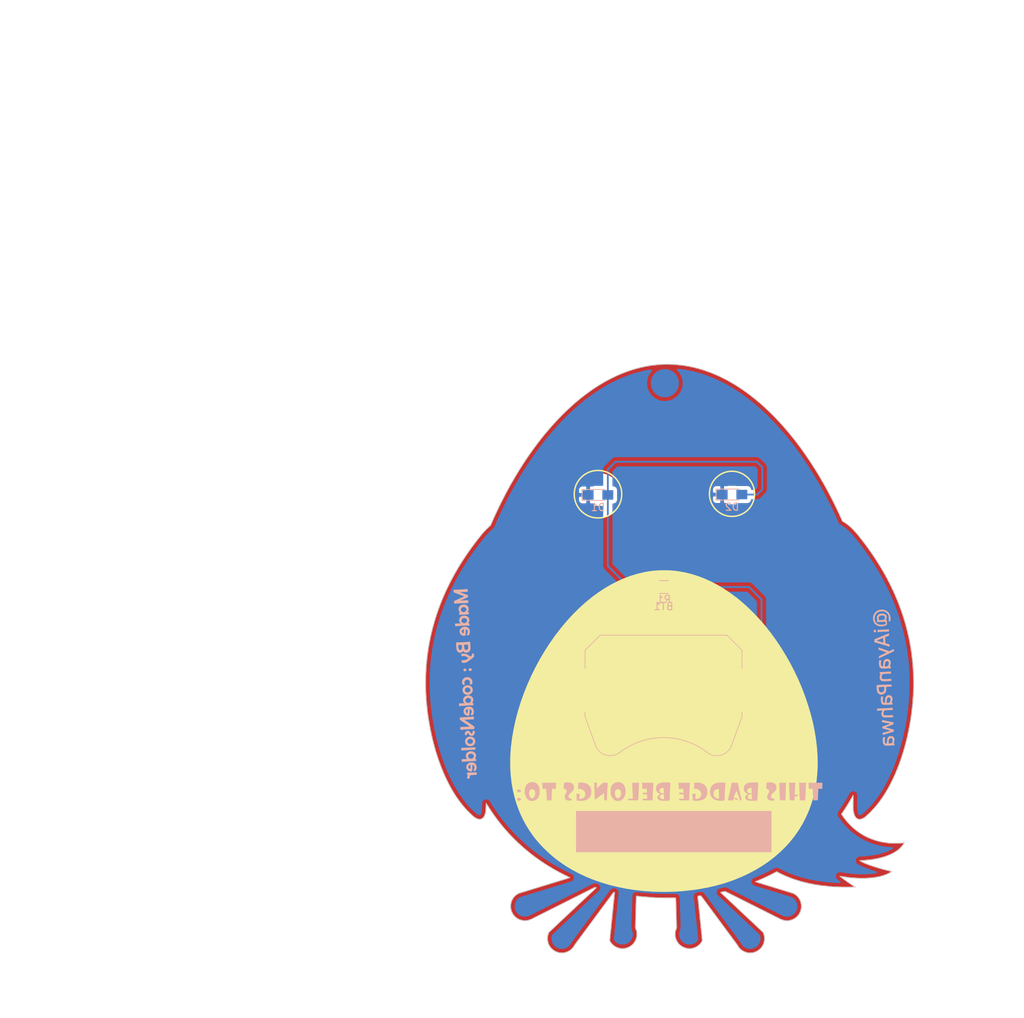
<source format=kicad_pcb>
(kicad_pcb (version 4) (host pcbnew 4.0.7)
  (layers (0 F.Cu signal) (31 B.Cu signal) (34 B.Paste user) (35 F.Paste user) (36 B.SilkS user) (37 F.SilkS user) (38 B.Mask user) (39 F.Mask user) (44 Edge.Cuts user))
  (net 0 "")
  (net 1 GND)
  (net 2 "Net-(BT1-Pad1)")
  (net 3 "Net-(D1-Pad2)")
  (module LOGO (layer F.Cu) (at 0 0)
    (fp_text reference G*** hide)
    (fp_text value LOGO hide)
    (fp_poly (pts (xy 91.442264 50.471478) (xy 91.740783 50.561886) (xy 92.021967 50.700024) (xy 92.279063 50.884776) (xy 92.50532 51.11503) (xy 92.693987 51.389671) (xy 92.753209 51.502927) (xy 92.880531 51.819573) (xy 92.949754 52.126914) (xy 92.962461 52.43733) (xy 92.920236 52.763198) (xy 92.916678 52.780275) (xy 92.818278 53.095816) (xy 92.665102 53.38846) (xy 92.463777 53.6515) (xy 92.220928 53.878226) (xy 91.943182 54.061931) (xy 91.637165 54.195907) (xy 91.47175 54.243066) (xy 91.333747 54.26648) (xy 91.166237 54.281853) (xy 90.992563 54.288285) (xy 90.836069 54.284872) (xy 90.725625 54.271909) (xy 90.362507 54.169556) (xy 90.044369 54.022698) (xy 89.770067 53.830478) (xy 89.538458 53.592039) (xy 89.348402 53.306525) (xy 89.291819 53.196007) (xy 89.169528 52.869722) (xy 89.107531 52.535815) (xy 89.104633 52.201337) (xy 89.159639 51.87334) (xy 89.271353 51.558874) (xy 89.43858 51.264988) (xy 89.660124 50.998735) (xy 89.665171 50.993671) (xy 89.925926 50.774328) (xy 90.209854 50.609394) (xy 90.510203 50.497755) (xy 90.820222 50.438299) (xy 91.133159 50.429911) (xy 91.442264 50.471478)) (layer B.Cu) (width 0.01))
  )
  (module LOGO (layer F.Cu) (at 0 0)
    (fp_text reference G*** hide)
    (fp_text value LOGO hide)
  )
  (module LOGO (layer F.Cu) (at 0 0)
    (fp_text reference G*** hide)
    (fp_text value LOGO hide)
  )
  (module LOGO (layer F.Cu) (at 0 0)
    (fp_text reference G*** hide)
    (fp_text value LOGO hide)
    (fp_poly (pts (xy 91.951703 49.767877) (xy 92.218985 49.773747) (xy 92.445755 49.783135) (xy 92.583 49.792636) (xy 92.883856 49.82022) (xy 93.142059 49.846985) (xy 93.378374 49.875323) (xy 93.613566 49.907627) (xy 93.726 49.924312) (xy 93.802907 49.935192) (xy 93.912254 49.949803) (xy 93.98 49.958556) (xy 94.080934 49.973445) (xy 94.155136 49.988139) (xy 94.17949 49.996044) (xy 94.225235 50.009811) (xy 94.305072 50.023703) (xy 94.319018 50.025521) (xy 94.429019 50.043175) (xy 94.548499 50.067827) (xy 94.564027 50.071524) (xy 94.671695 50.095756) (xy 94.770192 50.114791) (xy 94.784994 50.117188) (xy 94.878657 50.135875) (xy 94.943744 50.153643) (xy 95.02049 50.174296) (xy 95.0595 50.180992) (xy 95.145149 50.195109) (xy 95.253322 50.220067) (xy 95.362461 50.249984) (xy 95.451003 50.278981) (xy 95.496062 50.300045) (xy 95.530256 50.318405) (xy 95.53575 50.313785) (xy 95.56496 50.31186) (xy 95.649564 50.329629) (xy 95.785021 50.365802) (xy 95.966791 50.419091) (xy 96.190334 50.48821) (xy 96.45111 50.571869) (xy 96.48825 50.583988) (xy 97.422023 50.919753) (xy 98.359347 51.317222) (xy 99.297733 51.774885) (xy 100.23469 52.291233) (xy 101.167728 52.864757) (xy 102.094356 53.493948) (xy 103.012085 54.177297) (xy 103.918424 54.913296) (xy 104.568625 55.480434) (xy 104.744195 55.641431) (xy 104.954237 55.83943) (xy 105.189545 56.065337) (xy 105.440916 56.310058) (xy 105.699146 56.564501) (xy 105.955029 56.81957) (xy 106.199363 57.066174) (xy 106.422942 57.295218) (xy 106.616562 57.49761) (xy 106.693026 57.579249) (xy 107.653533 58.654567) (xy 108.59301 59.788899) (xy 109.510627 60.981055) (xy 110.405552 62.229847) (xy 111.276955 63.534086) (xy 112.124006 64.892585) (xy 112.945873 66.304155) (xy 113.515702 67.34175) (xy 113.684697 67.66179) (xy 113.87305 68.026756) (xy 114.074313 68.42359) (xy 114.282034 68.839232) (xy 114.489764 69.260624) (xy 114.691052 69.674708) (xy 114.879448 70.068424) (xy 115.048503 70.428713) (xy 115.153328 70.657231) (xy 115.440038 71.289838) (xy 115.671706 71.429342) (xy 115.930509 71.59793) (xy 116.193356 71.795361) (xy 116.463352 72.024891) (xy 116.743603 72.289775) (xy 117.037217 72.593268) (xy 117.347298 72.938625) (xy 117.676953 73.329102) (xy 118.029289 73.767952) (xy 118.407411 74.258431) (xy 118.542655 74.437875) (xy 119.420023 75.65582) (xy 120.235975 76.887314) (xy 120.990376 78.132088) (xy 121.68309 79.389875) (xy 122.313982 80.660409) (xy 122.882917 81.943422) (xy 123.389759 83.238647) (xy 123.834373 84.545816) (xy 124.080226 85.367441) (xy 124.131135 85.548922) (xy 124.176174 85.713279) (xy 124.212303 85.849106) (xy 124.236479 85.944999) (xy 124.245355 85.986566) (xy 124.261281 86.057664) (xy 124.274507 86.090125) (xy 124.29468 86.144322) (xy 124.319327 86.239016) (xy 124.342983 86.351986) (xy 124.352611 86.407625) (xy 124.364057 86.471703) (xy 124.380119 86.541034) (xy 124.406222 86.637869) (xy 124.424662 86.703306) (xy 124.452119 86.811867) (xy 124.472173 86.91189) (xy 124.47521 86.932602) (xy 124.489279 87.008937) (xy 124.504351 87.053203) (xy 124.520046 87.100777) (xy 124.536945 87.183048) (xy 124.540445 87.204907) (xy 124.559978 87.326376) (xy 124.580549 87.431227) (xy 124.609239 87.554777) (xy 124.616791 87.585722) (xy 124.643268 87.705766) (xy 124.665737 87.826925) (xy 124.667762 87.839722) (xy 124.683731 87.941847) (xy 124.697188 88.020459) (xy 124.713194 88.10306) (xy 124.736811 88.217153) (xy 124.740184 88.23325) (xy 124.764003 88.354945) (xy 124.783934 88.470587) (xy 124.790976 88.519) (xy 124.805695 88.616473) (xy 124.827168 88.739328) (xy 124.839108 88.801951) (xy 124.855465 88.898852) (xy 124.861798 88.967257) (xy 124.859054 88.987778) (xy 124.858142 89.024487) (xy 124.872213 89.073213) (xy 124.889941 89.142299) (xy 124.908394 89.249133) (xy 124.920967 89.34776) (xy 124.934168 89.468186) (xy 124.946417 89.573697) (xy 124.953571 89.63025) (xy 124.978327 89.816526) (xy 125.000851 89.99994) (xy 125.014508 90.122375) (xy 125.025868 90.230955) (xy 125.03972 90.362239) (xy 125.046276 90.424) (xy 125.106648 91.079988) (xy 125.152835 91.771828) (xy 125.184543 92.484349) (xy 125.20148 93.20238) (xy 125.203353 93.910749) (xy 125.189868 94.594286) (xy 125.160733 95.237819) (xy 125.144082 95.488125) (xy 125.127358 95.71491) (xy 125.114268 95.889893) (xy 125.103907 96.024609) (xy 125.095372 96.130595) (xy 125.087757 96.219384) (xy 125.080605 96.29775) (xy 125.05335 96.580151) (xy 125.026918 96.837069) (xy 125.002754 97.05483) (xy 124.986663 97.18675) (xy 124.973741 97.287905) (xy 124.95823 97.410907) (xy 124.952515 97.456625) (xy 124.938498 97.5674) (xy 124.925892 97.664227) (xy 124.921773 97.69475) (xy 124.912647 97.768112) (xy 124.900025 97.878414) (xy 124.888956 97.980163) (xy 124.875707 98.089382) (xy 124.862574 98.172231) (xy 124.85309 98.208873) (xy 124.842318 98.251058) (xy 124.829851 98.334703) (xy 124.822613 98.399709) (xy 124.81038 98.504012) (xy 124.797183 98.586031) (xy 124.790447 98.613745) (xy 124.7773 98.672072) (xy 124.762798 98.764529) (xy 124.757771 98.804245) (xy 124.739343 98.934223) (xy 124.715674 99.06925) (xy 124.711145 99.09175) (xy 124.689054 99.203549) (xy 124.670418 99.306686) (xy 124.666636 99.329875) (xy 124.647497 99.436484) (xy 124.62987 99.520375) (xy 124.611251 99.604714) (xy 124.599477 99.66325) (xy 124.586576 99.731187) (xy 124.574777 99.79025) (xy 124.528341 100.02103) (xy 124.5112 100.10775) (xy 124.495849 100.193281) (xy 124.478908 100.297718) (xy 124.476945 100.310592) (xy 124.460738 100.397044) (xy 124.444076 100.455665) (xy 124.440751 100.462457) (xy 124.425347 100.510893) (xy 124.410719 100.592129) (xy 124.40912 100.604379) (xy 124.391265 100.697572) (xy 124.36696 100.770212) (xy 124.365136 100.773777) (xy 124.346343 100.825269) (xy 124.348556 100.842973) (xy 124.347277 100.877726) (xy 124.331868 100.957773) (xy 124.305481 101.067303) (xy 124.298669 101.09321) (xy 124.266278 101.21466) (xy 124.238968 101.317138) (xy 124.222007 101.380873) (xy 124.22073 101.385687) (xy 124.182718 101.53677) (xy 124.1565 101.661802) (xy 124.153723 101.67695) (xy 124.133055 101.769849) (xy 124.096186 101.913444) (xy 124.045986 102.09786) (xy 123.985323 102.313225) (xy 123.917067 102.549665) (xy 123.844087 102.797306) (xy 123.769251 103.046274) (xy 123.695429 103.286697) (xy 123.625489 103.5087) (xy 123.586148 103.630279) (xy 123.209249 104.710578) (xy 122.80468 105.734644) (xy 122.371796 106.703705) (xy 121.90995 107.618988) (xy 121.418497 108.481723) (xy 120.896791 109.293137) (xy 120.344188 110.05446) (xy 119.955925 110.537625) (xy 119.832341 110.679316) (xy 119.679336 110.84552) (xy 119.506 111.027199) (xy 119.321419 111.215315) (xy 119.134682 111.400831) (xy 118.954878 111.57471) (xy 118.791094 111.727913) (xy 118.652418 111.851404) (xy 118.5545 111.93125) (xy 118.330855 112.08257) (xy 118.1319 112.180402) (xy 117.998875 112.219647) (xy 117.857188 112.2465) (xy 117.757651 112.259235) (xy 117.680698 112.258683) (xy 117.606763 112.245672) (xy 117.575241 112.237593) (xy 117.419022 112.164957) (xy 117.272276 112.039422) (xy 117.142552 111.871559) (xy 117.037397 111.67194) (xy 116.964362 111.451138) (xy 116.945186 111.355272) (xy 116.930251 111.267376) (xy 116.917519 111.196522) (xy 116.896195 111.03929) (xy 116.879623 110.831025) (xy 116.868028 110.584033) (xy 116.861639 110.310622) (xy 116.860683 110.023096) (xy 116.865388 109.733762) (xy 116.87598 109.454927) (xy 116.883049 109.331125) (xy 116.907483 108.950125) (xy 116.608384 109.474) (xy 116.477046 109.700795) (xy 116.336246 109.938186) (xy 116.19007 110.179784) (xy 116.042605 110.4192) (xy 115.897936 110.650044) (xy 115.760151 110.865928) (xy 115.633336 111.060462) (xy 115.521577 111.227257) (xy 115.42896 111.359924) (xy 115.359572 111.452074) (xy 115.3175 111.497317) (xy 115.312385 111.500314) (xy 115.32098 111.527878) (xy 115.361964 111.596872) (xy 115.429367 111.69812) (xy 115.51722 111.822444) (xy 115.56024 111.881314) (xy 116.0346 112.479978) (xy 116.532097 113.02049) (xy 117.055473 113.504834) (xy 117.607471 113.934995) (xy 118.190834 114.312956) (xy 118.808304 114.640701) (xy 119.462624 114.920216) (xy 120.030875 115.115526) (xy 120.203807 115.168791) (xy 120.32893 115.206493) (xy 120.419039 115.232036) (xy 120.486926 115.24882) (xy 120.545385 115.260248) (xy 120.60721 115.269722) (xy 120.614717 115.270784) (xy 120.696123 115.285952) (xy 120.748664 115.30234) (xy 120.750707 115.303498) (xy 120.798884 115.318387) (xy 120.880789 115.332376) (xy 120.897115 115.334349) (xy 121.000144 115.348985) (xy 121.089927 115.366445) (xy 121.0945 115.367568) (xy 121.19199 115.388123) (xy 121.25325 115.398031) (xy 121.478356 115.427384) (xy 121.662568 115.449446) (xy 121.822131 115.465244) (xy 121.973287 115.475806) (xy 122.132282 115.482159) (xy 122.31536 115.48533) (xy 122.538766 115.486346) (xy 122.65025 115.486377) (xy 122.904726 115.485511) (xy 123.110415 115.482635) (xy 123.282016 115.477009) (xy 123.434228 115.467888) (xy 123.581752 115.454533) (xy 123.739287 115.436198) (xy 123.80105 115.428267) (xy 123.869957 115.428066) (xy 123.903907 115.442243) (xy 123.894514 115.478151) (xy 123.85635 115.553574) (xy 123.796348 115.655513) (xy 123.757158 115.717245) (xy 123.527372 116.018692) (xy 123.240997 116.307079) (xy 122.904392 116.577672) (xy 122.523919 116.825737) (xy 122.105939 117.046542) (xy 121.781044 117.187693) (xy 121.64579 117.239167) (xy 121.488297 117.295612) (xy 121.323102 117.352216) (xy 121.16474 117.40417) (xy 121.027744 117.446664) (xy 120.926652 117.474889) (xy 120.888125 117.483153) (xy 120.81967 117.500144) (xy 120.792875 117.511825) (xy 120.748045 117.52744) (xy 120.658063 117.551665) (xy 120.54001 117.580475) (xy 120.410962 117.609846) (xy 120.288 117.635755) (xy 120.189625 117.653948) (xy 120.097656 117.669912) (xy 120.030875 117.682785) (xy 119.861172 117.717806) (xy 119.733097 117.74234) (xy 119.626354 117.759962) (xy 119.520644 117.774246) (xy 119.491125 117.777818) (xy 119.373514 117.792007) (xy 119.270541 117.804775) (xy 119.22125 117.811138) (xy 119.124243 117.82281) (xy 118.976405 117.838824) (xy 118.790149 117.857871) (xy 118.618 117.874782) (xy 118.489517 117.885564) (xy 118.335799 117.896194) (xy 118.221125 117.902739) (xy 118.096332 117.909016) (xy 117.986884 117.914607) (xy 117.9195 117.918142) (xy 117.890583 117.930882) (xy 117.916437 117.961336) (xy 117.991522 118.007338) (xy 118.110302 118.066723) (xy 118.267238 118.137323) (xy 118.456793 118.216974) (xy 118.673429 118.303509) (xy 118.911608 118.394761) (xy 119.165793 118.488565) (xy 119.430445 118.582754) (xy 119.700027 118.675163) (xy 119.969001 118.763625) (xy 120.231829 118.845975) (xy 120.475375 118.917882) (xy 120.631407 118.962489) (xy 120.767841 119.001756) (xy 120.871778 119.03195) (xy 120.930316 119.04934) (xy 120.93575 119.051054) (xy 120.977491 119.063728) (xy 120.983375 119.064772) (xy 121.013012 119.072207) (xy 121.098223 119.095308) (xy 121.233451 119.132545) (xy 121.413142 119.182391) (xy 121.618375 119.239582) (xy 121.696908 119.257707) (xy 121.77925 119.272836) (xy 121.934442 119.302868) (xy 122.061968 119.337725) (xy 122.1506 119.373619) (xy 122.189113 119.406761) (xy 122.189875 119.411439) (xy 122.161564 119.449805) (xy 122.082976 119.505271) (xy 121.96363 119.573561) (xy 121.813044 119.6504) (xy 121.640735 119.731513) (xy 121.456221 119.812626) (xy 121.269021 119.889463) (xy 121.088652 119.957749) (xy 120.924632 120.013209) (xy 120.78648 120.051567) (xy 120.74525 120.060303) (xy 120.61152 120.087335) (xy 120.530094 120.108701) (xy 120.495535 120.123476) (xy 120.448684 120.138751) (xy 120.366869 120.155423) (xy 120.344842 120.158945) (xy 120.246922 120.174434) (xy 120.16683 120.188256) (xy 120.157875 120.189958) (xy 119.885033 120.237094) (xy 119.582909 120.277238) (xy 119.23658 120.312296) (xy 119.126 120.321762) (xy 118.994425 120.329342) (xy 118.812296 120.335224) (xy 118.592536 120.339398) (xy 118.348066 120.341856) (xy 118.09181 120.342586) (xy 117.836691 120.341579) (xy 117.595632 120.338825) (xy 117.381555 120.334314) (xy 117.207384 120.328036) (xy 117.12575 120.323298) (xy 116.792903 120.296558) (xy 116.459195 120.264502) (xy 116.141166 120.228965) (xy 115.855354 120.191779) (xy 115.641487 120.158784) (xy 115.454157 120.12703) (xy 115.321378 120.105408) (xy 115.235118 120.093295) (xy 115.187345 120.090069) (xy 115.170026 120.095109) (xy 115.175129 120.107793) (xy 115.190875 120.123906) (xy 115.242442 120.166423) (xy 115.338612 120.239104) (xy 115.471503 120.336368) (xy 115.633233 120.452635) (xy 115.815919 120.582327) (xy 116.01168 120.719862) (xy 116.212633 120.859662) (xy 116.410896 120.996145) (xy 116.598587 121.123734) (xy 116.689187 121.184575) (xy 116.850511 121.293139) (xy 116.992153 121.389928) (xy 117.106203 121.469415) (xy 117.184749 121.526071) (xy 117.219878 121.554368) (xy 117.221 121.556174) (xy 117.190512 121.55955) (xy 117.104082 121.561899) (xy 116.969256 121.563293) (xy 116.793582 121.563805) (xy 116.584608 121.563506) (xy 116.349881 121.562468) (xy 116.096948 121.560765) (xy 115.833357 121.558466) (xy 115.566655 121.555646) (xy 115.304391 121.552375) (xy 115.054111 121.548727) (xy 114.823363 121.544772) (xy 114.619694 121.540584) (xy 114.450653 121.536233) (xy 114.323786 121.531794) (xy 114.252375 121.527818) (xy 113.939748 121.502416) (xy 113.671947 121.479355) (xy 113.430425 121.456964) (xy 113.196635 121.433567) (xy 113.12525 121.426103) (xy 112.942238 121.40629) (xy 112.785932 121.387917) (xy 112.628537 121.367513) (xy 112.442257 121.341604) (xy 112.395 121.334872) (xy 112.279284 121.318398) (xy 112.17275 121.303303) (xy 111.994184 121.275943) (xy 111.786767 121.240701) (xy 111.775875 121.238765) (xy 111.705389 121.227448) (xy 111.605347 121.212733) (xy 111.5695 121.207705) (xy 111.468359 121.191565) (xy 111.386408 121.17482) (xy 111.367901 121.169837) (xy 111.290281 121.150845) (xy 111.225026 121.138896) (xy 111.134748 121.123541) (xy 111.077375 121.112208) (xy 111.004024 121.098293) (xy 110.906381 121.082141) (xy 110.890407 121.079695) (xy 110.804006 121.063515) (xy 110.745479 121.046914) (xy 110.738703 121.043601) (xy 110.688267 121.026842) (xy 110.62363 121.01516) (xy 110.556288 121.002802) (xy 110.446544 120.978713) (xy 110.310836 120.94693) (xy 110.165601 120.911489) (xy 110.027275 120.876428) (xy 109.912297 120.845784) (xy 109.837102 120.823593) (xy 109.82325 120.818581) (xy 109.75398 120.797639) (xy 109.699901 120.786333) (xy 109.622579 120.767732) (xy 109.495943 120.730707) (xy 109.330281 120.678743) (xy 109.135881 120.615325) (xy 108.923028 120.543936) (xy 108.702012 120.468062) (xy 108.483119 120.391186) (xy 108.276636 120.316793) (xy 108.092851 120.248369) (xy 107.965875 120.198988) (xy 107.771112 120.118124) (xy 107.643797 120.062625) (xy 115.09375 120.062625) (xy 115.109625 120.0785) (xy 115.1255 120.062625) (xy 115.109625 120.04675) (xy 115.09375 120.062625) (xy 107.643797 120.062625) (xy 107.541764 120.018147) (xy 107.29976 119.908892) (xy 107.067028 119.800199) (xy 106.937385 119.737591) (xy 106.385145 119.46659) (xy 105.64362 119.836925) (xy 105.375781 119.968963) (xy 105.095987 120.103787) (xy 104.813641 120.237103) (xy 104.538151 120.364617) (xy 104.278922 120.482035) (xy 104.045359 120.585062) (xy 103.846869 120.669404) (xy 103.692858 120.730767) (xy 103.656656 120.74408) (xy 103.506687 120.797699) (xy 106.085531 121.584665) (xy 106.606418 121.744063) (xy 107.068095 121.886299) (xy 107.472327 122.011942) (xy 107.820878 122.12156) (xy 108.115511 122.215723) (xy 108.357993 122.294997) (xy 108.550086 122.359953) (xy 108.693556 122.41116) (xy 108.790167 122.449185) (xy 108.836222 122.471253) (xy 109.020586 122.600376) (xy 109.20656 122.769278) (xy 109.375862 122.95889) (xy 109.51021 123.150144) (xy 109.542445 123.207831) (xy 109.628225 123.380251) (xy 109.68951 123.52646) (xy 109.730435 123.664409) (xy 109.755135 123.812048) (xy 109.767744 123.987327) (xy 109.772381 124.206) (xy 109.771465 124.384443) (xy 109.763533 124.520568) (xy 109.746003 124.635398) (xy 109.716296 124.749959) (xy 109.698832 124.805303) (xy 109.563031 125.120469) (xy 109.374046 125.406378) (xy 109.137833 125.656897) (xy 108.860347 125.865897) (xy 108.547544 126.027245) (xy 108.489795 126.050057) (xy 108.376772 126.090363) (xy 108.27702 126.118317) (xy 108.172295 126.136988) (xy 108.044349 126.149448) (xy 107.874939 126.158766) (xy 107.832893 126.16059) (xy 107.763075 126.163719) (xy 107.698812 126.165998) (xy 107.637073 126.166088) (xy 107.57483 126.162647) (xy 107.509055 126.154335) (xy 107.436717 126.139812) (xy 107.354789 126.117736) (xy 107.260241 126.086767) (xy 107.150045 126.045564) (xy 107.021171 125.992787) (xy 106.87059 125.927095) (xy 106.695274 125.847147) (xy 106.492194 125.751603) (xy 106.25832 125.639122) (xy 105.990623 125.508364) (xy 105.686076 125.357988) (xy 105.341648 125.186652) (xy 104.954311 124.993017) (xy 104.521035 124.775743) (xy 104.038793 124.533487) (xy 103.504554 124.26491) (xy 103.170717 124.097069) (xy 102.622892 123.821707) (xy 102.128897 123.573535) (xy 101.685856 123.351169) (xy 101.29089 123.153223) (xy 100.941124 122.97831) (xy 100.63368 122.825047) (xy 100.365683 122.692046) (xy 100.134254 122.577922) (xy 99.936517 122.481291) (xy 99.769596 122.400765) (xy 99.630613 122.334961) (xy 99.516692 122.282491) (xy 99.424956 122.241972) (xy 99.352527 122.212016) (xy 99.296531 122.191239) (xy 99.254088 122.178254) (xy 99.222323 122.171677) (xy 99.198359 122.170122) (xy 99.179319 122.172203) (xy 99.175729 122.172961) (xy 99.101345 122.186524) (xy 99.061907 122.187451) (xy 99.06 122.185414) (xy 99.036672 122.187217) (xy 98.998496 122.204681) (xy 98.923013 122.232267) (xy 98.831808 122.25128) (xy 98.757819 122.26115) (xy 98.718251 122.266894) (xy 98.717169 122.267107) (xy 98.734715 122.28753) (xy 98.789659 122.340273) (xy 98.871781 122.415649) (xy 98.912015 122.451812) (xy 98.961597 122.497189) (xy 99.054278 122.583131) (xy 99.18691 122.706687) (xy 99.356344 122.86491) (xy 99.559433 123.054848) (xy 99.793028 123.273553) (xy 100.053982 123.518076) (xy 100.339145 123.785467) (xy 100.645371 124.072777) (xy 100.96951 124.377056) (xy 101.308414 124.695355) (xy 101.658936 125.024725) (xy 101.835028 125.19025) (xy 102.248316 125.578867) (xy 102.617786 125.926522) (xy 102.945951 126.235674) (xy 103.235324 126.508785) (xy 103.488419 126.748314) (xy 103.70775 126.956723) (xy 103.895829 127.136473) (xy 104.055171 127.290023) (xy 104.188289 127.419834) (xy 104.297696 127.528368) (xy 104.385906 127.618084) (xy 104.455433 127.691443) (xy 104.508789 127.750906) (xy 104.548489 127.798933) (xy 104.577045 127.837985) (xy 104.596972 127.870523) (xy 104.610783 127.899007) (xy 104.616408 127.913103) (xy 104.669368 128.076306) (xy 104.70235 128.23931) (xy 104.718803 128.424581) (xy 104.722381 128.603375) (xy 104.716501 128.824605) (xy 104.696413 129.00531) (xy 104.658449 129.167585) (xy 104.602584 129.32454) (xy 104.441109 129.646302) (xy 104.23451 129.928559) (xy 103.98756 130.166706) (xy 103.705032 130.356134) (xy 103.393875 130.491515) (xy 103.271851 130.528099) (xy 103.155903 130.556616) (xy 103.09225 130.56792) (xy 102.987392 130.581523) (xy 102.866218 130.598622) (xy 102.838049 130.602812) (xy 102.749269 130.612704) (xy 102.690225 130.61277) (xy 102.679299 130.609293) (xy 102.641816 130.598522) (xy 102.559793 130.585506) (xy 102.465146 130.574559) (xy 102.241987 130.533454) (xy 102.002716 130.45729) (xy 101.776229 130.355807) (xy 101.714545 130.321558) (xy 101.554745 130.210206) (xy 101.386413 130.063519) (xy 101.228644 129.900291) (xy 101.100529 129.739317) (xy 101.060888 129.678133) (xy 101.028626 129.630052) (xy 100.960886 129.534154) (xy 100.860009 129.393636) (xy 100.728333 129.211693) (xy 100.568197 128.99152) (xy 100.38194 128.736314) (xy 100.171901 128.449269) (xy 99.940419 128.133582) (xy 99.689834 127.792448) (xy 99.422483 127.429062) (xy 99.140707 127.046621) (xy 98.846844 126.648319) (xy 98.543234 126.237353) (xy 98.4618 126.127217) (xy 95.973197 122.762059) (xy 95.841786 122.773214) (xy 95.740753 122.781489) (xy 95.656934 122.787856) (xy 95.643957 122.788747) (xy 95.620272 122.790385) (xy 95.602942 122.796953) (xy 95.591994 122.816238) (xy 95.587457 122.856029) (xy 95.589359 122.924115) (xy 95.597727 123.028284) (xy 95.612589 123.176325) (xy 95.633973 123.376026) (xy 95.646466 123.491625) (xy 95.658518 123.605656) (xy 95.673222 123.749514) (xy 95.691776 123.935035) (xy 95.71071 124.126625) (xy 95.723902 124.258546) (xy 95.737253 124.388866) (xy 95.743895 124.452049) (xy 95.757444 124.578766) (xy 95.77137 124.709028) (xy 95.772749 124.721924) (xy 95.795016 124.936273) (xy 95.82237 125.21039) (xy 95.837472 125.364875) (xy 95.862667 125.619737) (xy 95.884499 125.831829) (xy 95.901124 125.984) (xy 95.918741 126.14625) (xy 95.941706 126.371688) (xy 95.964472 126.603125) (xy 95.989667 126.857987) (xy 96.011499 127.070079) (xy 96.028124 127.22225) (xy 96.045741 127.3845) (xy 96.068706 127.609938) (xy 96.091472 127.841375) (xy 96.120296 128.132144) (xy 96.144818 128.367467) (xy 96.156844 128.476375) (xy 96.175876 128.652656) (xy 96.185002 128.780657) (xy 96.182248 128.875098) (xy 96.165638 128.950703) (xy 96.133199 129.022192) (xy 96.082956 129.104288) (xy 96.06995 129.124265) (xy 95.891968 129.349938) (xy 95.671654 129.554894) (xy 95.42282 129.729909) (xy 95.159276 129.865756) (xy 94.894834 129.953212) (xy 94.80225 129.971046) (xy 94.507298 130.003919) (xy 94.266028 130.004233) (xy 94.13875 129.987222) (xy 94.021178 129.963541) (xy 93.913688 129.942394) (xy 93.868875 129.933845) (xy 93.746962 129.896915) (xy 93.594084 129.830021) (xy 93.428779 129.742973) (xy 93.269584 129.645578) (xy 93.135036 129.547645) (xy 93.128024 129.54186) (xy 92.894944 129.309361) (xy 92.699914 129.036185) (xy 92.551957 128.736909) (xy 92.472065 128.482158) (xy 92.437241 128.24917) (xy 92.430092 127.989362) (xy 92.449312 127.726343) (xy 92.493593 127.483725) (xy 92.534784 127.34925) (xy 92.577334 127.225589) (xy 92.608835 127.115609) (xy 92.623467 127.040059) (xy 92.623859 127.03175) (xy 92.622818 126.97602) (xy 92.61981 126.868163) (xy 92.615188 126.719508) (xy 92.609305 126.541385) (xy 92.602514 126.345125) (xy 92.602093 126.33325) (xy 92.587741 125.92006) (xy 92.575169 125.538243) (xy 92.563713 125.16597) (xy 92.552711 124.781413) (xy 92.541499 124.362744) (xy 92.537451 124.206) (xy 92.531219 123.988879) (xy 92.523872 123.774861) (xy 92.516014 123.578943) (xy 92.508248 123.416122) (xy 92.501176 123.301399) (xy 92.501006 123.299181) (xy 92.481238 123.043238) (xy 91.476431 123.044325) (xy 90.937942 123.042483) (xy 90.451016 123.035519) (xy 90.003898 123.023121) (xy 89.584832 123.004979) (xy 89.24925 122.985292) (xy 88.947006 122.965151) (xy 88.698802 122.947944) (xy 88.495284 122.93294) (xy 88.327095 122.919407) (xy 88.184882 122.906615) (xy 88.059291 122.893832) (xy 88.011 122.888488) (xy 87.909686 122.877404) (xy 87.786523 122.864423) (xy 87.741125 122.859758) (xy 87.56015 122.841023) (xy 87.412985 122.825157) (xy 87.309622 122.813265) (xy 87.26129 122.806691) (xy 87.226003 122.804159) (xy 87.197395 122.815043) (xy 87.174542 122.845455) (xy 87.15652 122.901506) (xy 87.142408 122.989308) (xy 87.13128 123.114971) (xy 87.122215 123.284607) (xy 87.114287 123.504327) (xy 87.106574 123.780243) (xy 87.105023 123.840875) (xy 87.093775 124.272172) (xy 87.082629 124.671783) (xy 87.070905 125.06217) (xy 87.057921 125.4658) (xy 87.042997 125.905136) (xy 87.039143 126.01575) (xy 87.029473 126.321342) (xy 87.024179 126.571306) (xy 87.023575 126.773383) (xy 87.027977 126.935313) (xy 87.037697 127.064838) (xy 87.053051 127.1697) (xy 87.074354 127.257639) (xy 87.091708 127.309853) (xy 87.141128 127.464005) (xy 87.1728 127.617609) (xy 87.189784 127.791561) (xy 87.195143 128.006759) (xy 87.195158 128.016) (xy 87.190561 128.232236) (xy 87.174234 128.405782) (xy 87.1431 128.556854) (xy 87.094083 128.70567) (xy 87.087729 128.722102) (xy 86.929634 129.041779) (xy 86.721939 129.32358) (xy 86.468316 129.564186) (xy 86.172437 129.76028) (xy 85.837976 129.908544) (xy 85.738978 129.940714) (xy 85.562657 129.977027) (xy 85.348857 129.995864) (xy 85.121145 129.99723) (xy 84.903091 129.981129) (xy 84.71826 129.947566) (xy 84.693125 129.940509) (xy 84.383792 129.81917) (xy 84.09376 129.649461) (xy 83.835445 129.440454) (xy 83.621262 129.20122) (xy 83.558898 129.111834) (xy 83.494532 129.008746) (xy 83.45923 128.933058) (xy 83.446293 128.859701) (xy 83.449021 128.763604) (xy 83.452851 128.714959) (xy 83.476849 128.446298) (xy 83.503953 128.176456) (xy 83.518125 128.04775) (xy 83.535764 127.885973) (xy 83.557793 127.671448) (xy 83.581777 127.428625) (xy 83.60912 127.151462) (xy 83.631112 126.937525) (xy 83.645125 126.8095) (xy 83.662764 126.647723) (xy 83.684793 126.433198) (xy 83.708777 126.190375) (xy 83.73612 125.913212) (xy 83.758112 125.699275) (xy 83.772125 125.57125) (xy 83.789764 125.409473) (xy 83.811793 125.194948) (xy 83.835777 124.952125) (xy 83.863024 124.67485) (xy 83.885196 124.455858) (xy 83.899852 124.317125) (xy 83.930824 124.026618) (xy 83.957708 123.762722) (xy 83.962539 123.713875) (xy 83.985145 123.48534) (xy 84.002919 123.30818) (xy 84.017058 123.170556) (xy 84.026783 123.078875) (xy 84.047262 122.887326) (xy 84.061831 122.74538) (xy 84.071706 122.639541) (xy 84.078103 122.556313) (xy 84.082238 122.482201) (xy 84.083742 122.446762) (xy 84.080935 122.351193) (xy 84.066231 122.290524) (xy 84.055527 122.279209) (xy 84.033429 122.302938) (xy 83.976272 122.374334) (xy 83.886636 122.489921) (xy 83.767102 122.646221) (xy 83.620248 122.839761) (xy 83.448657 123.067063) (xy 83.254907 123.324651) (xy 83.041578 123.60905) (xy 82.811252 123.916784) (xy 82.566508 124.244377) (xy 82.309927 124.588353) (xy 82.044088 124.945235) (xy 81.771572 125.311549) (xy 81.494958 125.683818) (xy 81.216828 126.058566) (xy 80.939762 126.432317) (xy 80.666339 126.801596) (xy 80.399139 127.162926) (xy 80.140744 127.512831) (xy 79.893732 127.847836) (xy 79.660685 128.164465) (xy 79.444182 128.459242) (xy 79.246804 128.72869) (xy 79.071131 128.969334) (xy 78.919742 129.177698) (xy 78.795219 129.350305) (xy 78.700141 129.483681) (xy 78.637089 129.574349) (xy 78.613 129.611186) (xy 78.414169 129.886933) (xy 78.177703 130.125471) (xy 77.912646 130.320013) (xy 77.628038 130.463772) (xy 77.372912 130.541962) (xy 77.238999 130.561106) (xy 77.066797 130.572237) (xy 76.87654 130.575436) (xy 76.688462 130.570785) (xy 76.522797 130.558363) (xy 76.399779 130.538254) (xy 76.399021 130.538062) (xy 76.090492 130.432269) (xy 75.810088 130.276523) (xy 75.54767 130.064896) (xy 75.484465 130.003346) (xy 75.289385 129.786595) (xy 75.143272 129.573616) (xy 75.0355 129.346248) (xy 74.961129 129.108949) (xy 74.919591 128.866524) (xy 74.906895 128.595449) (xy 74.922374 128.32101) (xy 74.965359 128.068491) (xy 74.991057 127.976291) (xy 75.059564 127.761957) (xy 78.225344 124.788645) (xy 78.606058 124.431066) (xy 78.975036 124.084487) (xy 79.329524 123.751496) (xy 79.666769 123.434682) (xy 79.984014 123.136633) (xy 80.278507 122.859938) (xy 80.547491 122.607184) (xy 80.788213 122.38096) (xy 80.997919 122.183855) (xy 81.173852 122.018457) (xy 81.31326 121.887355) (xy 81.413388 121.793136) (xy 81.471481 121.738389) (xy 81.484452 121.726103) (xy 81.522013 121.688811) (xy 81.548333 121.658759) (xy 81.561118 121.637018) (xy 81.558075 121.624658) (xy 81.53691 121.62275) (xy 81.495328 121.632365) (xy 81.431036 121.654575) (xy 81.341741 121.690449) (xy 81.225147 121.74106) (xy 81.078963 121.807478) (xy 80.900893 121.890773) (xy 80.688644 121.992018) (xy 80.439922 122.112282) (xy 80.152433 122.252637) (xy 79.823884 122.414153) (xy 79.45198 122.597902) (xy 79.034429 122.804955) (xy 78.568935 123.036382) (xy 78.053205 123.293254) (xy 77.484946 123.576643) (xy 76.965024 123.83612) (xy 76.463009 124.086563) (xy 75.975749 124.329337) (xy 75.506336 124.562916) (xy 75.057862 124.785773) (xy 74.633421 124.99638) (xy 74.236104 125.193212) (xy 73.869004 125.374742) (xy 73.535213 125.539443) (xy 73.237824 125.685789) (xy 72.979929 125.812253) (xy 72.764621 125.917308) (xy 72.594992 125.999428) (xy 72.474135 126.057086) (xy 72.405141 126.088756) (xy 72.39 126.094636) (xy 72.303104 126.11248) (xy 72.201946 126.135957) (xy 72.197798 126.136983) (xy 72.105967 126.150314) (xy 71.976865 126.15713) (xy 71.827687 126.157923) (xy 71.675631 126.153183) (xy 71.537893 126.143401) (xy 71.431669 126.129069) (xy 71.378855 126.113598) (xy 71.32739 126.091801) (xy 71.3105 126.093735) (xy 71.284586 126.096637) (xy 71.215904 126.076145) (xy 71.118038 126.038129) (xy 71.004575 125.988457) (xy 70.889101 125.932999) (xy 70.7852 125.877624) (xy 70.724154 125.840418) (xy 70.454875 125.625372) (xy 70.23231 125.372733) (xy 70.058042 125.089579) (xy 69.933655 124.782988) (xy 69.860733 124.460039) (xy 69.840857 124.127807) (xy 69.875612 123.793373) (xy 69.966581 123.463812) (xy 70.115348 123.146204) (xy 70.119763 123.138578) (xy 70.207592 123.013148) (xy 70.330707 122.870433) (xy 70.473458 122.725773) (xy 70.6202 122.594508) (xy 70.755286 122.491976) (xy 70.818375 122.453693) (xy 70.867523 122.434163) (xy 70.970851 122.398069) (xy 71.121826 122.347466) (xy 71.313919 122.284406) (xy 71.540598 122.210944) (xy 71.795332 122.129132) (xy 72.071592 122.041024) (xy 72.362845 121.948673) (xy 72.662562 121.854134) (xy 72.96421 121.759458) (xy 73.26126 121.666701) (xy 73.547181 121.577915) (xy 73.815442 121.495154) (xy 74.059512 121.420472) (xy 74.272859 121.355921) (xy 74.448955 121.303555) (xy 74.581266 121.265429) (xy 74.663264 121.243594) (xy 74.676 121.240744) (xy 74.749485 121.219193) (xy 74.77125 121.210708) (xy 74.817471 121.194657) (xy 74.91315 121.16397) (xy 75.047537 121.121915) (xy 75.209884 121.071756) (xy 75.38944 121.016761) (xy 75.575458 120.960195) (xy 75.757187 120.905324) (xy 75.923878 120.855413) (xy 76.064782 120.81373) (xy 76.16915 120.78354) (xy 76.226233 120.768109) (xy 76.23175 120.766957) (xy 76.295775 120.748274) (xy 76.311125 120.740801) (xy 76.349156 120.726868) (xy 76.439423 120.697401) (xy 76.573332 120.655095) (xy 76.74229 120.602643) (xy 76.937705 120.542739) (xy 77.104875 120.491996) (xy 77.314499 120.428377) (xy 77.503919 120.370399) (xy 77.664666 120.320693) (xy 77.788274 120.28189) (xy 77.866275 120.256622) (xy 77.890128 120.247935) (xy 77.86924 120.230732) (xy 77.798522 120.189224) (xy 77.68508 120.127221) (xy 77.536021 120.048529) (xy 77.358451 119.95696) (xy 77.159878 119.856524) (xy 76.06843 119.280822) (xy 75.026387 118.671708) (xy 74.026354 118.024155) (xy 73.060934 117.33314) (xy 72.122731 116.593636) (xy 71.247 115.839001) (xy 71.080451 115.685642) (xy 70.880709 115.495612) (xy 70.657446 115.278621) (xy 70.420339 115.04438) (xy 70.179061 114.802599) (xy 69.943288 114.56299) (xy 69.722693 114.335262) (xy 69.526953 114.129127) (xy 69.365741 113.954295) (xy 69.334089 113.919) (xy 68.838528 113.343849) (xy 68.344474 112.734367) (xy 67.863297 112.10565) (xy 67.406366 111.472791) (xy 66.98505 110.850887) (xy 66.769643 110.514208) (xy 66.684995 110.380154) (xy 66.612979 110.268612) (xy 66.559834 110.189055) (xy 66.531801 110.150956) (xy 66.529136 110.149083) (xy 66.524981 110.18177) (xy 66.51893 110.265839) (xy 66.511738 110.389228) (xy 66.50416 110.539874) (xy 66.502795 110.569375) (xy 66.494422 110.753522) (xy 66.488011 110.887093) (xy 66.482343 110.982933) (xy 66.476196 111.053885) (xy 66.46835 111.112794) (xy 66.457584 111.172503) (xy 66.442677 111.245858) (xy 66.434903 111.28375) (xy 66.354277 111.588491) (xy 66.248622 111.835892) (xy 66.118174 112.025519) (xy 65.963173 112.15694) (xy 65.95353 112.162711) (xy 65.771986 112.23304) (xy 65.566656 112.247946) (xy 65.343008 112.208361) (xy 65.106513 112.115221) (xy 64.875763 111.978561) (xy 64.784152 111.907171) (xy 64.65782 111.796794) (xy 64.504806 111.655395) (xy 64.333145 111.490933) (xy 64.150874 111.311373) (xy 63.96603 111.124675) (xy 63.78665 110.938802) (xy 63.620771 110.761715) (xy 63.476428 110.601379) (xy 63.421332 110.537625) (xy 62.853345 109.825002) (xy 62.313 109.055613) (xy 61.800586 108.229999) (xy 61.316395 107.348702) (xy 60.860715 106.412262) (xy 60.433839 105.421222) (xy 60.036055 104.376122) (xy 59.886245 103.94628) (xy 59.823657 103.758277) (xy 59.754119 103.54293) (xy 59.680558 103.309938) (xy 59.605899 103.068999) (xy 59.533067 102.829812) (xy 59.464989 102.602076) (xy 59.404589 102.395489) (xy 59.354793 102.219749) (xy 59.318526 102.084555) (xy 59.298715 101.999606) (xy 59.298213 101.996875) (xy 59.278765 101.918775) (xy 59.267259 101.88575) (xy 59.251366 101.834554) (xy 59.224747 101.736216) (xy 59.191039 101.60545) (xy 59.153879 101.456968) (xy 59.116904 101.305483) (xy 59.08375 101.165707) (xy 59.058055 101.052354) (xy 59.04358 100.980875) (xy 59.022205 100.880785) (xy 58.994137 100.776602) (xy 58.975726 100.70115) (xy 58.973433 100.656289) (xy 58.97505 100.653365) (xy 58.973876 100.617748) (xy 58.959363 100.583277) (xy 58.934877 100.515334) (xy 58.913534 100.420924) (xy 58.910935 100.404889) (xy 58.894249 100.301405) (xy 58.878042 100.211009) (xy 58.876459 100.203) (xy 58.860734 100.122264) (xy 58.852237 100.076) (xy 58.835521 100.005768) (xy 58.823334 99.964875) (xy 58.805144 99.892013) (xy 58.786734 99.793746) (xy 58.783717 99.774375) (xy 58.765574 99.657438) (xy 58.75063 99.575848) (xy 58.73362 99.502016) (xy 58.726165 99.47275) (xy 58.707151 99.38407) (xy 58.690239 99.282289) (xy 58.690234 99.28225) (xy 58.673489 99.178052) (xy 58.65108 99.057538) (xy 58.645136 99.02825) (xy 58.62971 98.950317) (xy 58.615154 98.866645) (xy 58.599066 98.76182) (xy 58.579044 98.62043) (xy 58.561 98.4885) (xy 58.547945 98.400257) (xy 58.531574 98.298814) (xy 58.531436 98.298) (xy 58.478724 97.946795) (xy 58.469748 97.877348) (xy 58.457967 97.790232) (xy 58.440672 97.669685) (xy 58.42551 97.56775) (xy 58.409243 97.453816) (xy 58.397778 97.361112) (xy 58.39381 97.31375) (xy 58.389764 97.255616) (xy 58.379986 97.161587) (xy 58.373505 97.107375) (xy 58.344192 96.854979) (xy 58.316878 96.587226) (xy 58.309215 96.504125) (xy 58.299409 96.399067) (xy 58.286566 96.267341) (xy 58.278461 96.186625) (xy 58.267591 96.074105) (xy 58.257006 95.950754) (xy 58.245891 95.805509) (xy 58.23343 95.627306) (xy 58.218808 95.405083) (xy 58.205901 95.202375) (xy 58.19942 95.061051) (xy 58.193994 94.865713) (xy 58.189624 94.625838) (xy 58.186309 94.350902) (xy 58.184048 94.050382) (xy 58.182841 93.733755) (xy 58.182688 93.410498) (xy 58.183587 93.090088) (xy 58.185538 92.782001) (xy 58.18854 92.495715) (xy 58.192593 92.240706) (xy 58.197697 92.026451) (xy 58.20385 91.862427) (xy 58.206107 91.821) (xy 58.241389 91.297501) (xy 58.281491 90.805357) (xy 58.325445 90.355476) (xy 58.369586 89.9795) (xy 58.382448 89.878328) (xy 58.397804 89.75531) (xy 58.403437 89.709625) (xy 58.431952 89.485591) (xy 58.460241 89.282771) (xy 58.468693 89.225401) (xy 58.481071 89.134166) (xy 58.488369 89.065378) (xy 58.488786 89.05875) (xy 58.495856 89.001047) (xy 58.511165 88.907688) (xy 58.521278 88.852375) (xy 58.549019 88.70241) (xy 58.568893 88.583149) (xy 58.585906 88.463114) (xy 58.597011 88.376125) (xy 58.611347 88.279611) (xy 58.625883 88.210232) (xy 58.632439 88.19187) (xy 58.646129 88.145779) (xy 58.659627 88.065255) (xy 58.661621 88.048995) (xy 58.673792 87.970598) (xy 58.696408 87.848079) (xy 58.726053 87.699283) (xy 58.754004 87.5665) (xy 58.787098 87.41068) (xy 58.816533 87.267389) (xy 58.838808 87.153964) (xy 58.849525 87.093782) (xy 58.86568 87.012497) (xy 58.882463 86.960045) (xy 58.883648 86.957953) (xy 58.899975 86.908201) (xy 58.913052 86.835269) (xy 58.927176 86.759892) (xy 58.95609 86.633105) (xy 58.997242 86.464585) (xy 59.048078 86.264009) (xy 59.106047 86.041053) (xy 59.168597 85.805394) (xy 59.233174 85.566708) (xy 59.297226 85.334671) (xy 59.358201 85.118961) (xy 59.413547 84.929254) (xy 59.432038 84.86775) (xy 59.867474 83.542943) (xy 60.364702 82.232538) (xy 60.923629 80.936706) (xy 61.544162 79.655621) (xy 62.226206 78.389459) (xy 62.969668 77.138391) (xy 63.774455 75.902593) (xy 64.640474 74.682238) (xy 65.54864 73.50125) (xy 65.844031 73.137744) (xy 66.11007 72.823796) (xy 66.350778 72.554941) (xy 66.570176 72.326713) (xy 66.772285 72.134647) (xy 66.806682 72.103973) (xy 67.071816 71.869958) (xy 67.360947 71.217166) (xy 67.656959 70.560906) (xy 67.971718 69.885417) (xy 68.29793 69.205617) (xy 68.6283 68.536424) (xy 68.955534 67.892753) (xy 69.12883 67.562778) (xy 78.945231 67.562778) (xy 78.946286 67.976644) (xy 79.003073 68.383666) (xy 79.11328 68.778169) (xy 79.274591 69.154478) (xy 79.484691 69.506917) (xy 79.741265 69.829812) (xy 80.041999 70.117487) (xy 80.384577 70.364267) (xy 80.660875 70.515874) (xy 80.897185 70.61839) (xy 81.14794 70.707252) (xy 81.389967 70.77501) (xy 81.581625 70.811853) (xy 81.777424 70.827507) (xy 82.008663 70.829323) (xy 82.249037 70.818279) (xy 82.472236 70.795351) (xy 82.597625 70.774128) (xy 83.022188 70.654705) (xy 83.420509 70.479954) (xy 83.787695 70.253735) (xy 84.118858 69.97991) (xy 84.409105 69.66234) (xy 84.653547 69.304887) (xy 84.790119 69.043152) (xy 84.879166 68.839508) (xy 84.945088 68.65782) (xy 84.991039 68.481866) (xy 85.020171 68.295425) (xy 85.035636 68.082274) (xy 85.040588 67.826192) (xy 85.040555 67.7545) (xy 85.040455 67.739766) (xy 97.162286 67.739766) (xy 97.165276 67.91325) (xy 97.190048 68.230802) (xy 97.239183 68.511433) (xy 97.318667 68.779006) (xy 97.434483 69.057382) (xy 97.471847 69.135625) (xy 97.68966 69.512056) (xy 97.953132 69.848321) (xy 98.256854 70.141522) (xy 98.595416 70.388758) (xy 98.963408 70.587131) (xy 99.355422 70.733743) (xy 99.766047 70.825694) (xy 100.189875 70.860086) (xy 100.621494 70.83402) (xy 100.637265 70.831896) (xy 101.05606 70.743003) (xy 101.455547 70.596231) (xy 101.830038 70.395723) (xy 102.173845 70.145621) (xy 102.48128 69.850069) (xy 102.746657 69.51321) (xy 102.964287 69.139186) (xy 102.966031 69.135625) (xy 103.078578 68.889736) (xy 103.160367 68.668592) (xy 103.215609 68.453205) (xy 103.248512 68.224584) (xy 103.263288 67.963739) (xy 103.265208 67.78625) (xy 103.262178 67.551097) (xy 103.251384 67.359918) (xy 103.229298 67.19333) (xy 103.19239 67.031949) (xy 103.13713 66.856389) (xy 103.05999 66.647267) (xy 103.055898 66.636628) (xy 102.894417 66.298447) (xy 102.678737 65.972454) (xy 102.418119 65.668646) (xy 102.121826 65.397022) (xy 101.799121 65.16758) (xy 101.584125 65.048045) (xy 101.247984 64.901978) (xy 100.916817 64.803588) (xy 100.571275 64.748506) (xy 100.192011 64.732358) (xy 100.187125 64.732383) (xy 99.754174 64.76575) (xy 99.336392 64.859028) (xy 98.938858 65.009437) (xy 98.566653 65.214194) (xy 98.224857 65.470518) (xy 97.918551 65.775626) (xy 97.659731 66.116198) (xy 97.443917 66.497359) (xy 97.289518 66.893386) (xy 97.195864 67.306711) (xy 97.162286 67.739766) (xy 85.040455 67.739766) (xy 85.039146 67.547144) (xy 85.035493 67.38929) (xy 85.028128 67.266944) (xy 85.015584 67.166113) (xy 84.996395 67.072802) (xy 84.969094 66.973018) (xy 84.953089 66.920051) (xy 84.791963 66.499176) (xy 84.579492 66.113018) (xy 84.319267 65.765073) (xy 84.014883 65.458838) (xy 83.66993 65.197809) (xy 83.288003 64.985482) (xy 82.872693 64.825355) (xy 82.770128 64.795538) (xy 82.657701 64.76707) (xy 82.553123 64.747103) (xy 82.441312 64.734293) (xy 82.307188 64.727294) (xy 82.13567 64.724763) (xy 81.9785 64.724962) (xy 81.775488 64.726878) (xy 81.620999 64.731417) (xy 81.500064 64.740214) (xy 81.397713 64.754898) (xy 81.298977 64.777102) (xy 81.188886 64.808458) (xy 81.175595 64.812488) (xy 80.750225 64.973312) (xy 80.361095 65.18449) (xy 80.011272 65.44315) (xy 79.703823 65.746422) (xy 79.441813 66.091436) (xy 79.22831 66.47532) (xy 79.119584 66.737216) (xy 79.002226 67.147743) (xy 78.945231 67.562778) (xy 69.12883 67.562778) (xy 69.272339 67.289522) (xy 69.372404 67.103625) (xy 70.146003 65.721997) (xy 70.942606 64.389636) (xy 71.76133 63.107563) (xy 72.60129 61.876796) (xy 73.461602 60.698357) (xy 74.341381 59.573264) (xy 75.239744 58.502538) (xy 76.155807 57.487198) (xy 77.088685 56.528264) (xy 78.037494 55.626757) (xy 79.00135 54.783695) (xy 79.979369 54.000099) (xy 80.970667 53.276989) (xy 81.88325 52.672569) (xy 82.541124 52.276443) (xy 83.232244 51.895615) (xy 83.943266 51.536407) (xy 84.660845 51.205136) (xy 85.371635 50.908123) (xy 86.062291 50.651687) (xy 86.362647 50.551314) (xy 86.56561 50.487776) (xy 86.788846 50.420895) (xy 87.019705 50.354179) (xy 87.245537 50.291134) (xy 87.453692 50.235267) (xy 87.631518 50.190085) (xy 87.766366 50.159095) (xy 87.804625 50.151603) (xy 87.87848 50.13704) (xy 87.993857 50.112871) (xy 88.13032 50.083406) (xy 88.185625 50.071237) (xy 88.332829 50.04002) (xy 88.47498 50.012181) (xy 88.587694 49.992426) (xy 88.61425 49.988487) (xy 88.716764 49.973873) (xy 88.801405 49.960777) (xy 88.820625 49.957481) (xy 88.893365 49.945255) (xy 88.991494 49.92981) (xy 89.011125 49.926827) (xy 89.121226 49.91019) (xy 89.223018 49.894772) (xy 89.233375 49.893199) (xy 89.32679 49.880148) (xy 89.441228 49.865593) (xy 89.4715 49.861977) (xy 89.595429 49.847253) (xy 89.719633 49.832218) (xy 89.741375 49.829546) (xy 89.916848 49.812677) (xy 90.144232 49.798125) (xy 90.411974 49.78604) (xy 90.708521 49.776573) (xy 91.02232 49.769873) (xy 91.341818 49.76609) (xy 91.655464 49.765375) (xy 91.951703 49.767877)) (layer F.Cu) (width 0.01))
  )
  (module LOGO (layer F.Cu) (at 0 0)
    (fp_text reference G*** hide)
    (fp_text value LOGO hide)
  )
  (module LOGO (layer F.Cu) (at 0 0)
    (fp_text reference G*** hide)
    (fp_text value LOGO hide)
  )
  (module Battery_Holders:Keystone_3034_1x20mm-CoinCell (layer B.Cu) (at 90.85 94.5 180)
    (fp_text reference BT1 (at 0 11.5 180) (layer B.SilkS) (effects (justify mirror)))
    (fp_text value 3v)
    (pad 2 smd rect (at 0 0 180) (size 3.96 3.96) (layers B.Cu B.Paste B.Mask) (net 1 GND))
    (pad 1 smd rect (at 10.985 0 180) (size 1.27 5.08) (layers B.Cu B.Paste B.Mask) (net 2 "Net-(BT1-Pad1)"))
    (pad 1 smd rect (at -10.985 0 180) (size 1.27 5.08) (layers B.Cu B.Paste B.Mask) (net 2 "Net-(BT1-Pad1)"))
  )
  (module LEDs:LED_0805_HandSoldering (layer B.Cu) (at 81.85 67.7)
    (fp_text reference D1 (at 0 1.7) (layer B.SilkS) (effects (justify mirror)))
    (fp_text value LED)
    (pad 1 smd rect (at -1.35 0) (size 1.5 1.3) (layers B.Cu B.Paste B.Mask) (net 1 GND))
    (pad 2 smd rect (at 1.35 0) (size 1.5 1.3) (layers B.Cu B.Paste B.Mask) (net 3 "Net-(D1-Pad2)"))
  )
  (module LEDs:LED_0805_HandSoldering (layer B.Cu) (at 100.25 67.65)
    (fp_text reference D2 (at 0 1.7) (layer B.SilkS) (effects (justify mirror)))
    (fp_text value LED)
    (pad 1 smd rect (at -1.35 0) (size 1.5 1.3) (layers B.Cu B.Paste B.Mask) (net 1 GND))
    (pad 2 smd rect (at 1.35 0) (size 1.5 1.3) (layers B.Cu B.Paste B.Mask) (net 3 "Net-(D1-Pad2)"))
  )
  (module Resistors_SMD:R_0805_HandSoldering (layer B.Cu) (at 90.9 80.35)
    (fp_text reference R1 (at 0 1.7) (layer B.SilkS) (effects (justify mirror)))
    (fp_text value 50R)
    (pad 1 smd rect (at -1.35 0) (size 1.5 1.3) (layers B.Cu B.Paste B.Mask) (net 3 "Net-(D1-Pad2)"))
    (pad 2 smd rect (at 1.35 0) (size 1.5 1.3) (layers B.Cu B.Paste B.Mask) (net 2 "Net-(BT1-Pad1)"))
  )
  (gr_circle (center 100.25 67.55) (end 100.3 64.45) (layer F.SilkS) (width 0.2))
  (gr_circle (center 81.85 67.6) (end 82.7 64.45) (layer F.SilkS) (width 0.2))
  (gr_line (start 91.36879 49.75403) (end 91.36879 49.75403) (layer Edge.Cuts) (width 0.1))
  (gr_line (start 91.36879 49.75403) (end 91.26429 49.75447) (layer Edge.Cuts) (width 0.1))
  (gr_line (start 91.26429 49.75447) (end 91.16699 49.75488) (layer Edge.Cuts) (width 0.1))
  (gr_line (start 91.16699 49.75488) (end 91.13119 49.75503) (layer Edge.Cuts) (width 0.1))
  (gr_line (start 91.13119 49.75503) (end 91.02689 49.75767) (layer Edge.Cuts) (width 0.1))
  (gr_line (start 91.02689 49.75767) (end 90.92969 49.76003) (layer Edge.Cuts) (width 0.1))
  (gr_line (start 90.92969 49.76003) (end 90.89389 49.76103) (layer Edge.Cuts) (width 0.1))
  (gr_line (start 90.89389 49.76103) (end 90.78979 49.76499) (layer Edge.Cuts) (width 0.1))
  (gr_line (start 90.78979 49.76499) (end 90.69289 49.76903) (layer Edge.Cuts) (width 0.1))
  (gr_line (start 90.69289 49.76903) (end 90.65719 49.77003) (layer Edge.Cuts) (width 0.1))
  (gr_line (start 90.65719 49.77003) (end 90.55329 49.77503) (layer Edge.Cuts) (width 0.1))
  (gr_line (start 90.55329 49.77503) (end 90.45639 49.78003) (layer Edge.Cuts) (width 0.1))
  (gr_line (start 90.45639 49.78003) (end 90.42079 49.78203) (layer Edge.Cuts) (width 0.1))
  (gr_line (start 90.42079 49.78203) (end 90.31709 49.78903) (layer Edge.Cuts) (width 0.1))
  (gr_line (start 90.31709 49.78903) (end 90.22049 49.79503) (layer Edge.Cuts) (width 0.1))
  (gr_line (start 90.22049 49.79503) (end 90.18499 49.79703) (layer Edge.Cuts) (width 0.1))
  (gr_line (start 90.18499 49.79703) (end 90.08149 49.80603) (layer Edge.Cuts) (width 0.1))
  (gr_line (start 90.08149 49.80603) (end 89.98499 49.81503) (layer Edge.Cuts) (width 0.1))
  (gr_line (start 89.98499 49.81503) (end 89.94959 49.81803) (layer Edge.Cuts) (width 0.1))
  (gr_line (start 89.94959 49.81803) (end 89.84629 49.82803) (layer Edge.Cuts) (width 0.1))
  (gr_line (start 89.84629 49.82803) (end 89.75009 49.83803) (layer Edge.Cuts) (width 0.1))
  (gr_line (start 89.75009 49.83803) (end 89.71469 49.84203) (layer Edge.Cuts) (width 0.1))
  (gr_line (start 89.71469 49.84203) (end 89.61169 49.85403) (layer Edge.Cuts) (width 0.1))
  (gr_line (start 89.61169 49.85403) (end 89.51569 49.86503) (layer Edge.Cuts) (width 0.1))
  (gr_line (start 89.51569 49.86503) (end 89.48039 49.86903) (layer Edge.Cuts) (width 0.1))
  (gr_line (start 89.48039 49.86903) (end 89.37749 49.88213) (layer Edge.Cuts) (width 0.1))
  (gr_line (start 89.37749 49.88213) (end 89.28169 49.89523) (layer Edge.Cuts) (width 0.1))
  (gr_line (start 89.28169 49.89523) (end 89.24649 49.89943) (layer Edge.Cuts) (width 0.1))
  (gr_line (start 89.24649 49.89943) (end 89.14389 49.91463) (layer Edge.Cuts) (width 0.1))
  (gr_line (start 89.14389 49.91463) (end 89.04829 49.92783) (layer Edge.Cuts) (width 0.1))
  (gr_line (start 89.04829 49.92783) (end 89.01309 49.93313) (layer Edge.Cuts) (width 0.1))
  (gr_line (start 89.01309 49.93313) (end 88.91069 49.94953) (layer Edge.Cuts) (width 0.1))
  (gr_line (start 88.91069 49.94953) (end 88.81539 49.96493) (layer Edge.Cuts) (width 0.1))
  (gr_line (start 88.81539 49.96493) (end 88.78029 49.97043) (layer Edge.Cuts) (width 0.1))
  (gr_line (start 88.78029 49.97043) (end 88.67809 49.98793) (layer Edge.Cuts) (width 0.1))
  (gr_line (start 88.67809 49.98793) (end 88.58299 50.00443) (layer Edge.Cuts) (width 0.1))
  (gr_line (start 88.58299 50.00443) (end 88.54799 50.01103) (layer Edge.Cuts) (width 0.1))
  (gr_line (start 88.54799 50.01103) (end 88.44599 50.03073) (layer Edge.Cuts) (width 0.1))
  (gr_line (start 88.44599 50.03073) (end 88.35109 50.04833) (layer Edge.Cuts) (width 0.1))
  (gr_line (start 88.35109 50.04833) (end 88.31619 50.05513) (layer Edge.Cuts) (width 0.1))
  (gr_line (start 88.31619 50.05513) (end 88.21449 50.07593) (layer Edge.Cuts) (width 0.1))
  (gr_line (start 88.21449 50.07593) (end 88.11979 50.09563) (layer Edge.Cuts) (width 0.1))
  (gr_line (start 88.11979 50.09563) (end 88.08489 50.10253) (layer Edge.Cuts) (width 0.1))
  (gr_line (start 88.08489 50.10253) (end 87.98349 50.12443) (layer Edge.Cuts) (width 0.1))
  (gr_line (start 87.98349 50.12443) (end 87.88899 50.14523) (layer Edge.Cuts) (width 0.1))
  (gr_line (start 87.88899 50.14523) (end 87.85419 50.15323) (layer Edge.Cuts) (width 0.1))
  (gr_line (start 87.85419 50.15323) (end 87.75299 50.17723) (layer Edge.Cuts) (width 0.1))
  (gr_line (start 87.75299 50.17723) (end 87.65879 50.19923) (layer Edge.Cuts) (width 0.1))
  (gr_line (start 87.65879 50.19923) (end 87.62409 50.20733) (layer Edge.Cuts) (width 0.1))
  (gr_line (start 87.62409 50.20733) (end 87.52319 50.23243) (layer Edge.Cuts) (width 0.1))
  (gr_line (start 87.52319 50.23243) (end 87.42919 50.25603) (layer Edge.Cuts) (width 0.1))
  (gr_line (start 87.42919 50.25603) (end 87.39459 50.26463) (layer Edge.Cuts) (width 0.1))
  (gr_line (start 87.39459 50.26463) (end 87.29379 50.29083) (layer Edge.Cuts) (width 0.1))
  (gr_line (start 87.29379 50.29083) (end 87.19999 50.31613) (layer Edge.Cuts) (width 0.1))
  (gr_line (start 87.19999 50.31613) (end 87.16549 50.32523) (layer Edge.Cuts) (width 0.1))
  (gr_line (start 87.16549 50.32523) (end 87.06499 50.35353) (layer Edge.Cuts) (width 0.1))
  (gr_line (start 87.06499 50.35353) (end 86.97139 50.37953) (layer Edge.Cuts) (width 0.1))
  (gr_line (start 86.97139 50.37953) (end 86.93699 50.38913) (layer Edge.Cuts) (width 0.1))
  (gr_line (start 86.93699 50.38913) (end 86.83679 50.41853) (layer Edge.Cuts) (width 0.1))
  (gr_line (start 86.83679 50.41853) (end 86.74339 50.44623) (layer Edge.Cuts) (width 0.1))
  (gr_line (start 86.74339 50.44623) (end 86.70909 50.45633) (layer Edge.Cuts) (width 0.1))
  (gr_line (start 86.70909 50.45633) (end 86.60909 50.48773) (layer Edge.Cuts) (width 0.1))
  (gr_line (start 86.60909 50.48773) (end 86.51599 50.51603) (layer Edge.Cuts) (width 0.1))
  (gr_line (start 86.51599 50.51603) (end 86.48179 50.52663) (layer Edge.Cuts) (width 0.1))
  (gr_line (start 86.48179 50.52663) (end 86.38209 50.55913) (layer Edge.Cuts) (width 0.1))
  (gr_line (start 86.38209 50.55913) (end 86.28919 50.58913) (layer Edge.Cuts) (width 0.1))
  (gr_line (start 86.28919 50.58913) (end 86.25509 50.60023) (layer Edge.Cuts) (width 0.1))
  (gr_line (start 86.25509 50.60023) (end 86.15559 50.63383) (layer Edge.Cuts) (width 0.1))
  (gr_line (start 86.15559 50.63383) (end 86.06299 50.66553) (layer Edge.Cuts) (width 0.1))
  (gr_line (start 86.06299 50.66553) (end 86.02899 50.67703) (layer Edge.Cuts) (width 0.1))
  (gr_line (start 86.02899 50.67703) (end 85.92979 50.71263) (layer Edge.Cuts) (width 0.1))
  (gr_line (start 85.92979 50.71263) (end 85.83739 50.74483) (layer Edge.Cuts) (width 0.1))
  (gr_line (start 85.83739 50.74483) (end 85.80349 50.75683) (layer Edge.Cuts) (width 0.1))
  (gr_line (start 85.80349 50.75683) (end 85.70459 50.79343) (layer Edge.Cuts) (width 0.1))
  (gr_line (start 85.70459 50.79343) (end 85.61249 50.82733) (layer Edge.Cuts) (width 0.1))
  (gr_line (start 85.61249 50.82733) (end 85.57859 50.83983) (layer Edge.Cuts) (width 0.1))
  (gr_line (start 85.57859 50.83983) (end 85.47989 50.87753) (layer Edge.Cuts) (width 0.1))
  (gr_line (start 85.47989 50.87753) (end 85.38809 50.91303) (layer Edge.Cuts) (width 0.1))
  (gr_line (start 85.38809 50.91303) (end 85.35429 50.92593) (layer Edge.Cuts) (width 0.1))
  (gr_line (start 85.35429 50.92593) (end 85.25599 50.96563) (layer Edge.Cuts) (width 0.1))
  (gr_line (start 85.25599 50.96563) (end 85.16449 51.00163) (layer Edge.Cuts) (width 0.1))
  (gr_line (start 85.16449 51.00163) (end 85.13079 51.01513) (layer Edge.Cuts) (width 0.1))
  (gr_line (start 85.13079 51.01513) (end 85.03279 51.05583) (layer Edge.Cuts) (width 0.1))
  (gr_line (start 85.03279 51.05583) (end 84.94149 51.09343) (layer Edge.Cuts) (width 0.1))
  (gr_line (start 84.94149 51.09343) (end 84.90789 51.10733) (layer Edge.Cuts) (width 0.1))
  (gr_line (start 84.90789 51.10733) (end 84.81019 51.14923) (layer Edge.Cuts) (width 0.1))
  (gr_line (start 84.81019 51.14923) (end 84.71909 51.18813) (layer Edge.Cuts) (width 0.1))
  (gr_line (start 84.71909 51.18813) (end 84.68559 51.20253) (layer Edge.Cuts) (width 0.1))
  (gr_line (start 84.68559 51.20253) (end 84.58809 51.24573) (layer Edge.Cuts) (width 0.1))
  (gr_line (start 84.58809 51.24573) (end 84.49739 51.28593) (layer Edge.Cuts) (width 0.1))
  (gr_line (start 84.49739 51.28593) (end 84.46399 51.30073) (layer Edge.Cuts) (width 0.1))
  (gr_line (start 84.46399 51.30073) (end 84.36679 51.34523) (layer Edge.Cuts) (width 0.1))
  (gr_line (start 84.36679 51.34523) (end 84.27629 51.38673) (layer Edge.Cuts) (width 0.1))
  (gr_line (start 84.27629 51.38673) (end 84.24299 51.40193) (layer Edge.Cuts) (width 0.1))
  (gr_line (start 84.24299 51.40193) (end 84.14609 51.44773) (layer Edge.Cuts) (width 0.1))
  (gr_line (start 84.14609 51.44773) (end 84.05579 51.49043) (layer Edge.Cuts) (width 0.1))
  (gr_line (start 84.05579 51.49043) (end 84.02259 51.50613) (layer Edge.Cuts) (width 0.1))
  (gr_line (start 84.02259 51.50613) (end 83.92599 51.55323) (layer Edge.Cuts) (width 0.1))
  (gr_line (start 83.92599 51.55323) (end 83.83609 51.59713) (layer Edge.Cuts) (width 0.1))
  (gr_line (start 83.83609 51.59713) (end 83.80299 51.61333) (layer Edge.Cuts) (width 0.1))
  (gr_line (start 83.80299 51.61333) (end 83.70669 51.66183) (layer Edge.Cuts) (width 0.1))
  (gr_line (start 83.70669 51.66183) (end 83.61699 51.70693) (layer Edge.Cuts) (width 0.1))
  (gr_line (start 83.61699 51.70693) (end 83.58409 51.72353) (layer Edge.Cuts) (width 0.1))
  (gr_line (start 83.58409 51.72353) (end 83.48809 51.77323) (layer Edge.Cuts) (width 0.1))
  (gr_line (start 83.48809 51.77323) (end 83.39869 51.81943) (layer Edge.Cuts) (width 0.1))
  (gr_line (start 83.39869 51.81943) (end 83.36579 51.83643) (layer Edge.Cuts) (width 0.1))
  (gr_line (start 83.36579 51.83643) (end 83.27019 51.88733) (layer Edge.Cuts) (width 0.1))
  (gr_line (start 83.27019 51.88733) (end 83.18109 51.93463) (layer Edge.Cuts) (width 0.1))
  (gr_line (start 83.18109 51.93463) (end 83.14829 51.95213) (layer Edge.Cuts) (width 0.1))
  (gr_line (start 83.14829 51.95213) (end 83.05289 52.00433) (layer Edge.Cuts) (width 0.1))
  (gr_line (start 83.05289 52.00433) (end 82.96409 52.05293) (layer Edge.Cuts) (width 0.1))
  (gr_line (start 82.96409 52.05293) (end 82.93149 52.07073) (layer Edge.Cuts) (width 0.1))
  (gr_line (start 82.93149 52.07073) (end 82.83639 52.12413) (layer Edge.Cuts) (width 0.1))
  (gr_line (start 82.83639 52.12413) (end 82.74789 52.17383) (layer Edge.Cuts) (width 0.1))
  (gr_line (start 82.74789 52.17383) (end 82.71529 52.19213) (layer Edge.Cuts) (width 0.1))
  (gr_line (start 82.71529 52.19213) (end 82.62059 52.24683) (layer Edge.Cuts) (width 0.1))
  (gr_line (start 82.62059 52.24683) (end 82.53239 52.29773) (layer Edge.Cuts) (width 0.1))
  (gr_line (start 82.53239 52.29773) (end 82.49989 52.31643) (layer Edge.Cuts) (width 0.1))
  (gr_line (start 82.49989 52.31643) (end 82.40549 52.37233) (layer Edge.Cuts) (width 0.1))
  (gr_line (start 82.40549 52.37233) (end 82.31749 52.42433) (layer Edge.Cuts) (width 0.1))
  (gr_line (start 82.31749 52.42433) (end 82.28519 52.44353) (layer Edge.Cuts) (width 0.1))
  (gr_line (start 82.28519 52.44353) (end 82.19109 52.50063) (layer Edge.Cuts) (width 0.1))
  (gr_line (start 82.19109 52.50063) (end 82.10359 52.55373) (layer Edge.Cuts) (width 0.1))
  (gr_line (start 82.10359 52.55373) (end 82.07129 52.57333) (layer Edge.Cuts) (width 0.1))
  (gr_line (start 82.07129 52.57333) (end 81.97749 52.63173) (layer Edge.Cuts) (width 0.1))
  (gr_line (start 81.97749 52.63173) (end 81.89019 52.68593) (layer Edge.Cuts) (width 0.1))
  (gr_line (start 81.89019 52.68593) (end 81.85809 52.70593) (layer Edge.Cuts) (width 0.1))
  (gr_line (start 81.85809 52.70593) (end 81.76469 52.76553) (layer Edge.Cuts) (width 0.1))
  (gr_line (start 81.76469 52.76553) (end 81.67769 52.82093) (layer Edge.Cuts) (width 0.1))
  (gr_line (start 81.67769 52.82093) (end 81.64579 52.84133) (layer Edge.Cuts) (width 0.1))
  (gr_line (start 81.64579 52.84133) (end 81.55269 52.90203) (layer Edge.Cuts) (width 0.1))
  (gr_line (start 81.55269 52.90203) (end 81.46599 52.95853) (layer Edge.Cuts) (width 0.1))
  (gr_line (start 81.46599 52.95853) (end 81.43409 52.97933) (layer Edge.Cuts) (width 0.1))
  (gr_line (start 81.43409 52.97933) (end 81.34139 53.04113) (layer Edge.Cuts) (width 0.1))
  (gr_line (start 81.34139 53.04113) (end 81.25499 53.09873) (layer Edge.Cuts) (width 0.1))
  (gr_line (start 81.25499 53.09873) (end 81.22319 53.11993) (layer Edge.Cuts) (width 0.1))
  (gr_line (start 81.22319 53.11993) (end 81.13079 53.18293) (layer Edge.Cuts) (width 0.1))
  (gr_line (start 81.13079 53.18293) (end 81.04469 53.24163) (layer Edge.Cuts) (width 0.1))
  (gr_line (start 81.04469 53.24163) (end 81.01299 53.26323) (layer Edge.Cuts) (width 0.1))
  (gr_line (start 81.01299 53.26323) (end 80.92089 53.32743) (layer Edge.Cuts) (width 0.1))
  (gr_line (start 80.92089 53.32743) (end 80.83519 53.38723) (layer Edge.Cuts) (width 0.1))
  (gr_line (start 80.83519 53.38723) (end 80.80369 53.40923) (layer Edge.Cuts) (width 0.1))
  (gr_line (start 80.80369 53.40923) (end 80.71189 53.47463) (layer Edge.Cuts) (width 0.1))
  (gr_line (start 80.71189 53.47463) (end 80.62639 53.53543) (layer Edge.Cuts) (width 0.1))
  (gr_line (start 80.62639 53.53543) (end 80.59499 53.55783) (layer Edge.Cuts) (width 0.1))
  (gr_line (start 80.59499 53.55783) (end 80.50359 53.62423) (layer Edge.Cuts) (width 0.1))
  (gr_line (start 80.50359 53.62423) (end 80.41849 53.68623) (layer Edge.Cuts) (width 0.1))
  (gr_line (start 80.41849 53.68623) (end 80.38719 53.70893) (layer Edge.Cuts) (width 0.1))
  (gr_line (start 80.38719 53.70893) (end 80.29619 53.77653) (layer Edge.Cuts) (width 0.1))
  (gr_line (start 80.29619 53.77653) (end 80.21139 53.83943) (layer Edge.Cuts) (width 0.1))
  (gr_line (start 80.21139 53.83943) (end 80.18029 53.86263) (layer Edge.Cuts) (width 0.1))
  (gr_line (start 80.18029 53.86263) (end 80.08959 53.93133) (layer Edge.Cuts) (width 0.1))
  (gr_line (start 80.08959 53.93133) (end 80.00509 53.99533) (layer Edge.Cuts) (width 0.1))
  (gr_line (start 80.00509 53.99533) (end 79.97399 54.01883) (layer Edge.Cuts) (width 0.1))
  (gr_line (start 79.97399 54.01883) (end 79.88369 54.08863) (layer Edge.Cuts) (width 0.1))
  (gr_line (start 79.88369 54.08863) (end 79.79949 54.15363) (layer Edge.Cuts) (width 0.1))
  (gr_line (start 79.79949 54.15363) (end 79.76859 54.17753) (layer Edge.Cuts) (width 0.1))
  (gr_line (start 79.76859 54.17753) (end 79.68129 54.24713) (layer Edge.Cuts) (width 0.1))
  (gr_line (start 79.68129 54.24713) (end 79.61159 54.30253) (layer Edge.Cuts) (width 0.1))
  (gr_line (start 79.61159 54.30253) (end 79.54229 54.35763) (layer Edge.Cuts) (width 0.1))
  (gr_line (start 79.54229 54.35763) (end 79.47229 54.41333) (layer Edge.Cuts) (width 0.1))
  (gr_line (start 79.47229 54.41333) (end 79.38799 54.48043) (layer Edge.Cuts) (width 0.1))
  (gr_line (start 79.38799 54.48043) (end 79.36019 54.50253) (layer Edge.Cuts) (width 0.1))
  (gr_line (start 79.36019 54.50253) (end 79.27349 54.57413) (layer Edge.Cuts) (width 0.1))
  (gr_line (start 79.27349 54.57413) (end 79.20449 54.63123) (layer Edge.Cuts) (width 0.1))
  (gr_line (start 79.20449 54.63123) (end 79.13579 54.68793) (layer Edge.Cuts) (width 0.1))
  (gr_line (start 79.13579 54.68793) (end 79.06639 54.74533) (layer Edge.Cuts) (width 0.1))
  (gr_line (start 79.06639 54.74533) (end 78.98279 54.81453) (layer Edge.Cuts) (width 0.1))
  (gr_line (start 78.98279 54.81453) (end 78.95519 54.83723) (layer Edge.Cuts) (width 0.1))
  (gr_line (start 78.95519 54.83723) (end 78.86929 54.91083) (layer Edge.Cuts) (width 0.1))
  (gr_line (start 78.86929 54.91083) (end 78.80079 54.96953) (layer Edge.Cuts) (width 0.1))
  (gr_line (start 78.80079 54.96953) (end 78.73269 55.02793) (layer Edge.Cuts) (width 0.1))
  (gr_line (start 78.73269 55.02793) (end 78.66389 55.08683) (layer Edge.Cuts) (width 0.1))
  (gr_line (start 78.66389 55.08683) (end 78.58099 55.15793) (layer Edge.Cuts) (width 0.1))
  (gr_line (start 78.58099 55.15793) (end 78.55369 55.18133) (layer Edge.Cuts) (width 0.1))
  (gr_line (start 78.55369 55.18133) (end 78.46859 55.25703) (layer Edge.Cuts) (width 0.1))
  (gr_line (start 78.46859 55.25703) (end 78.40059 55.31733) (layer Edge.Cuts) (width 0.1))
  (gr_line (start 78.40059 55.31733) (end 78.33309 55.37733) (layer Edge.Cuts) (width 0.1))
  (gr_line (start 78.33309 55.37733) (end 78.26479 55.43793) (layer Edge.Cuts) (width 0.1))
  (gr_line (start 78.26479 55.43793) (end 78.18259 55.51103) (layer Edge.Cuts) (width 0.1))
  (gr_line (start 78.18259 55.51103) (end 78.15549 55.53503) (layer Edge.Cuts) (width 0.1))
  (gr_line (start 78.15549 55.53503) (end 78.07099 55.61263) (layer Edge.Cuts) (width 0.1))
  (gr_line (start 78.07099 55.61263) (end 78.00369 55.67453) (layer Edge.Cuts) (width 0.1))
  (gr_line (start 78.00369 55.67453) (end 77.93679 55.73603) (layer Edge.Cuts) (width 0.1))
  (gr_line (start 77.93679 55.73603) (end 77.86909 55.79833) (layer Edge.Cuts) (width 0.1))
  (gr_line (start 77.86909 55.79833) (end 77.78759 55.87323) (layer Edge.Cuts) (width 0.1))
  (gr_line (start 77.78759 55.87323) (end 77.76079 55.89793) (layer Edge.Cuts) (width 0.1))
  (gr_line (start 77.76079 55.89793) (end 77.67709 55.97753) (layer Edge.Cuts) (width 0.1))
  (gr_line (start 77.67709 55.97753) (end 77.61039 56.04093) (layer Edge.Cuts) (width 0.1))
  (gr_line (start 77.61039 56.04093) (end 77.54409 56.10393) (layer Edge.Cuts) (width 0.1))
  (gr_line (start 77.54409 56.10393) (end 77.47699 56.16773) (layer Edge.Cuts) (width 0.1))
  (gr_line (start 77.47699 56.16773) (end 77.39629 56.24453) (layer Edge.Cuts) (width 0.1))
  (gr_line (start 77.39629 56.24453) (end 77.36969 56.26983) (layer Edge.Cuts) (width 0.1))
  (gr_line (start 77.36969 56.26983) (end 77.28679 56.35133) (layer Edge.Cuts) (width 0.1))
  (gr_line (start 77.28679 56.35133) (end 77.22069 56.41633) (layer Edge.Cuts) (width 0.1))
  (gr_line (start 77.22069 56.41633) (end 77.15499 56.48093) (layer Edge.Cuts) (width 0.1))
  (gr_line (start 77.15499 56.48093) (end 77.08859 56.54613) (layer Edge.Cuts) (width 0.1))
  (gr_line (start 77.08859 56.54613) (end 77.00859 56.62483) (layer Edge.Cuts) (width 0.1))
  (gr_line (start 77.00859 56.62483) (end 76.98219 56.65073) (layer Edge.Cuts) (width 0.1))
  (gr_line (start 76.98219 56.65073) (end 76.90009 56.73403) (layer Edge.Cuts) (width 0.1))
  (gr_line (start 76.90009 56.73403) (end 76.83459 56.80053) (layer Edge.Cuts) (width 0.1))
  (gr_line (start 76.83459 56.80053) (end 76.76949 56.86673) (layer Edge.Cuts) (width 0.1))
  (gr_line (start 76.76949 56.86673) (end 76.70369 56.93353) (layer Edge.Cuts) (width 0.1))
  (gr_line (start 76.70369 56.93353) (end 76.62439 57.01393) (layer Edge.Cuts) (width 0.1))
  (gr_line (start 76.62439 57.01393) (end 76.59829 57.04043) (layer Edge.Cuts) (width 0.1))
  (gr_line (start 76.59829 57.04043) (end 76.51699 57.12553) (layer Edge.Cuts) (width 0.1))
  (gr_line (start 76.51699 57.12553) (end 76.45219 57.19353) (layer Edge.Cuts) (width 0.1))
  (gr_line (start 76.45219 57.19353) (end 76.38769 57.26103) (layer Edge.Cuts) (width 0.1))
  (gr_line (start 76.38769 57.26103) (end 76.32259 57.32933) (layer Edge.Cuts) (width 0.1))
  (gr_line (start 76.32259 57.32933) (end 76.24419 57.41153) (layer Edge.Cuts) (width 0.1))
  (gr_line (start 76.24419 57.41153) (end 76.21839 57.43863) (layer Edge.Cuts) (width 0.1))
  (gr_line (start 76.21839 57.43863) (end 76.13789 57.52553) (layer Edge.Cuts) (width 0.1))
  (gr_line (start 76.13789 57.52553) (end 76.07379 57.59493) (layer Edge.Cuts) (width 0.1))
  (gr_line (start 76.07379 57.59493) (end 76.00999 57.66393) (layer Edge.Cuts) (width 0.1))
  (gr_line (start 76.00999 57.66393) (end 75.94549 57.73363) (layer Edge.Cuts) (width 0.1))
  (gr_line (start 75.94549 57.73363) (end 75.86789 57.81763) (layer Edge.Cuts) (width 0.1))
  (gr_line (start 75.86789 57.81763) (end 75.84229 57.84523) (layer Edge.Cuts) (width 0.1))
  (gr_line (start 75.84229 57.84523) (end 75.76259 57.93393) (layer Edge.Cuts) (width 0.1))
  (gr_line (start 75.76259 57.93393) (end 75.69909 58.00473) (layer Edge.Cuts) (width 0.1))
  (gr_line (start 75.69909 58.00473) (end 75.63589 58.07503) (layer Edge.Cuts) (width 0.1))
  (gr_line (start 75.63589 58.07503) (end 75.57219 58.14603) (layer Edge.Cuts) (width 0.1))
  (gr_line (start 75.57219 58.14603) (end 75.49529 58.23163) (layer Edge.Cuts) (width 0.1))
  (gr_line (start 75.49529 58.23163) (end 75.46999 58.25983) (layer Edge.Cuts) (width 0.1))
  (gr_line (start 75.46999 58.25983) (end 75.39119 58.35023) (layer Edge.Cuts) (width 0.1))
  (gr_line (start 75.39119 58.35023) (end 75.32839 58.42233) (layer Edge.Cuts) (width 0.1))
  (gr_line (start 75.32839 58.42233) (end 75.26589 58.49403) (layer Edge.Cuts) (width 0.1))
  (gr_line (start 75.26589 58.49403) (end 75.20279 58.56653) (layer Edge.Cuts) (width 0.1))
  (gr_line (start 75.20279 58.56653) (end 75.12679 58.65373) (layer Edge.Cuts) (width 0.1))
  (gr_line (start 75.12679 58.65373) (end 75.10169 58.68243) (layer Edge.Cuts) (width 0.1))
  (gr_line (start 75.10169 58.68243) (end 75.02369 58.77453) (layer Edge.Cuts) (width 0.1))
  (gr_line (start 75.02369 58.77453) (end 74.96149 58.84793) (layer Edge.Cuts) (width 0.1))
  (gr_line (start 74.96149 58.84793) (end 74.89969 58.92103) (layer Edge.Cuts) (width 0.1))
  (gr_line (start 74.89969 58.92103) (end 74.83729 58.99473) (layer Edge.Cuts) (width 0.1))
  (gr_line (start 74.83729 58.99473) (end 74.76199 59.08363) (layer Edge.Cuts) (width 0.1))
  (gr_line (start 74.76199 59.08363) (end 74.73719 59.11283) (layer Edge.Cuts) (width 0.1))
  (gr_line (start 74.73719 59.11283) (end 74.66009 59.20653) (layer Edge.Cuts) (width 0.1))
  (gr_line (start 74.66009 59.20653) (end 74.59859 59.28123) (layer Edge.Cuts) (width 0.1))
  (gr_line (start 74.59859 59.28123) (end 74.53749 59.35553) (layer Edge.Cuts) (width 0.1))
  (gr_line (start 74.53749 59.35553) (end 74.47569 59.43063) (layer Edge.Cuts) (width 0.1))
  (gr_line (start 74.47569 59.43063) (end 74.40129 59.52103) (layer Edge.Cuts) (width 0.1))
  (gr_line (start 74.40129 59.52103) (end 74.37679 59.55083) (layer Edge.Cuts) (width 0.1))
  (gr_line (start 74.37679 59.55083) (end 74.30059 59.64613) (layer Edge.Cuts) (width 0.1))
  (gr_line (start 74.30059 59.64613) (end 74.23989 59.72213) (layer Edge.Cuts) (width 0.1))
  (gr_line (start 74.23989 59.72213) (end 74.17939 59.79773) (layer Edge.Cuts) (width 0.1))
  (gr_line (start 74.17939 59.79773) (end 74.11829 59.87403) (layer Edge.Cuts) (width 0.1))
  (gr_line (start 74.11829 59.87403) (end 74.04479 59.96603) (layer Edge.Cuts) (width 0.1))
  (gr_line (start 74.04479 59.96603) (end 74.02059 59.99633) (layer Edge.Cuts) (width 0.1))
  (gr_line (start 74.02059 59.99633) (end 73.94519 60.09323) (layer Edge.Cuts) (width 0.1))
  (gr_line (start 73.94519 60.09323) (end 73.88519 60.17043) (layer Edge.Cuts) (width 0.1))
  (gr_line (start 73.88519 60.17043) (end 73.82539 60.24723) (layer Edge.Cuts) (width 0.1))
  (gr_line (start 73.82539 60.24723) (end 73.76499 60.32483) (layer Edge.Cuts) (width 0.1))
  (gr_line (start 73.76499 60.32483) (end 73.69229 60.41833) (layer Edge.Cuts) (width 0.1))
  (gr_line (start 73.69229 60.41833) (end 73.66839 60.44913) (layer Edge.Cuts) (width 0.1))
  (gr_line (start 73.66839 60.44913) (end 73.59389 60.54743) (layer Edge.Cuts) (width 0.1))
  (gr_line (start 73.59389 60.54743) (end 73.53459 60.62593) (layer Edge.Cuts) (width 0.1))
  (gr_line (start 73.53459 60.62593) (end 73.47549 60.70383) (layer Edge.Cuts) (width 0.1))
  (gr_line (start 73.47549 60.70383) (end 73.41579 60.78263) (layer Edge.Cuts) (width 0.1))
  (gr_line (start 73.41579 60.78263) (end 73.34399 60.87753) (layer Edge.Cuts) (width 0.1))
  (gr_line (start 73.34399 60.87753) (end 73.32039 60.90883) (layer Edge.Cuts) (width 0.1))
  (gr_line (start 73.32039 60.90883) (end 73.24679 61.00873) (layer Edge.Cuts) (width 0.1))
  (gr_line (start 73.24679 61.00873) (end 73.18819 61.08823) (layer Edge.Cuts) (width 0.1))
  (gr_line (start 73.18819 61.08823) (end 73.12999 61.16743) (layer Edge.Cuts) (width 0.1))
  (gr_line (start 73.12999 61.16743) (end 73.07099 61.24743) (layer Edge.Cuts) (width 0.1))
  (gr_line (start 73.07099 61.24743) (end 72.99999 61.34383) (layer Edge.Cuts) (width 0.1))
  (gr_line (start 72.99999 61.34383) (end 72.97669 61.37553) (layer Edge.Cuts) (width 0.1))
  (gr_line (start 72.97669 61.37553) (end 72.90409 61.47683) (layer Edge.Cuts) (width 0.1))
  (gr_line (start 72.90409 61.47683) (end 72.84629 61.55763) (layer Edge.Cuts) (width 0.1))
  (gr_line (start 72.84629 61.55763) (end 72.78869 61.63793) (layer Edge.Cuts) (width 0.1))
  (gr_line (start 72.78869 61.63793) (end 72.73059 61.71903) (layer Edge.Cuts) (width 0.1))
  (gr_line (start 72.73059 61.71903) (end 72.66049 61.81683) (layer Edge.Cuts) (width 0.1))
  (gr_line (start 72.66049 61.81683) (end 72.63739 61.84903) (layer Edge.Cuts) (width 0.1))
  (gr_line (start 72.63739 61.84903) (end 72.56569 61.95173) (layer Edge.Cuts) (width 0.1))
  (gr_line (start 72.56569 61.95173) (end 72.50859 62.03373) (layer Edge.Cuts) (width 0.1))
  (gr_line (start 72.50859 62.03373) (end 72.45179 62.11513) (layer Edge.Cuts) (width 0.1))
  (gr_line (start 72.45179 62.11513) (end 72.39429 62.19733) (layer Edge.Cuts) (width 0.1))
  (gr_line (start 72.39429 62.19733) (end 72.32519 62.29653) (layer Edge.Cuts) (width 0.1))
  (gr_line (start 72.32519 62.29653) (end 72.30239 62.32913) (layer Edge.Cuts) (width 0.1))
  (gr_line (start 72.30239 62.32913) (end 72.23169 62.43313) (layer Edge.Cuts) (width 0.1))
  (gr_line (start 72.23169 62.43313) (end 72.17519 62.51613) (layer Edge.Cuts) (width 0.1))
  (gr_line (start 72.17519 62.51613) (end 72.11909 62.59853) (layer Edge.Cuts) (width 0.1))
  (gr_line (start 72.11909 62.59853) (end 72.06239 62.68193) (layer Edge.Cuts) (width 0.1))
  (gr_line (start 72.06239 62.68193) (end 71.99419 62.78233) (layer Edge.Cuts) (width 0.1))
  (gr_line (start 71.99419 62.78233) (end 71.97169 62.81543) (layer Edge.Cuts) (width 0.1))
  (gr_line (start 71.97169 62.81543) (end 71.90189 62.92073) (layer Edge.Cuts) (width 0.1))
  (gr_line (start 71.90189 62.92073) (end 71.84629 63.00473) (layer Edge.Cuts) (width 0.1))
  (gr_line (start 71.84629 63.00473) (end 71.79099 63.08833) (layer Edge.Cuts) (width 0.1))
  (gr_line (start 71.79099 63.08833) (end 71.73509 63.17273) (layer Edge.Cuts) (width 0.1))
  (gr_line (start 71.73509 63.17273) (end 71.66769 63.27443) (layer Edge.Cuts) (width 0.1))
  (gr_line (start 71.66769 63.27443) (end 71.64549 63.30793) (layer Edge.Cuts) (width 0.1))
  (gr_line (start 71.64549 63.30793) (end 71.57669 63.41453) (layer Edge.Cuts) (width 0.1))
  (gr_line (start 71.57669 63.41453) (end 71.52179 63.49963) (layer Edge.Cuts) (width 0.1))
  (gr_line (start 71.52179 63.49963) (end 71.46719 63.58413) (layer Edge.Cuts) (width 0.1))
  (gr_line (start 71.46719 63.58413) (end 71.41209 63.66953) (layer Edge.Cuts) (width 0.1))
  (gr_line (start 71.41209 63.66953) (end 71.34579 63.77253) (layer Edge.Cuts) (width 0.1))
  (gr_line (start 71.34579 63.77253) (end 71.32389 63.80643) (layer Edge.Cuts) (width 0.1))
  (gr_line (start 71.32389 63.80643) (end 71.25609 63.91433) (layer Edge.Cuts) (width 0.1))
  (gr_line (start 71.25609 63.91433) (end 71.20209 64.00043) (layer Edge.Cuts) (width 0.1))
  (gr_line (start 71.20209 64.00043) (end 71.14829 64.08593) (layer Edge.Cuts) (width 0.1))
  (gr_line (start 71.14829 64.08593) (end 71.09389 64.17233) (layer Edge.Cuts) (width 0.1))
  (gr_line (start 71.09389 64.17233) (end 71.02839 64.27643) (layer Edge.Cuts) (width 0.1))
  (gr_line (start 71.02839 64.27643) (end 71.00689 64.31073) (layer Edge.Cuts) (width 0.1))
  (gr_line (start 71.00689 64.31073) (end 70.94009 64.41983) (layer Edge.Cuts) (width 0.1))
  (gr_line (start 70.94009 64.41983) (end 70.88679 64.50683) (layer Edge.Cuts) (width 0.1))
  (gr_line (start 70.88679 64.50683) (end 70.83379 64.59333) (layer Edge.Cuts) (width 0.1))
  (gr_line (start 70.83379 64.59333) (end 70.78029 64.68063) (layer Edge.Cuts) (width 0.1))
  (gr_line (start 70.78029 64.68063) (end 70.71579 64.78603) (layer Edge.Cuts) (width 0.1))
  (gr_line (start 70.71579 64.78603) (end 70.69459 64.82063) (layer Edge.Cuts) (width 0.1))
  (gr_line (start 70.69459 64.82063) (end 70.63759 64.91613) (layer Edge.Cuts) (width 0.1))
  (gr_line (start 70.63759 64.91613) (end 70.59229 64.99203) (layer Edge.Cuts) (width 0.1))
  (gr_line (start 70.59229 64.99203) (end 70.54789 65.06643) (layer Edge.Cuts) (width 0.1))
  (gr_line (start 70.54789 65.06643) (end 70.50339 65.14123) (layer Edge.Cuts) (width 0.1))
  (gr_line (start 70.50339 65.14123) (end 70.45859 65.21633) (layer Edge.Cuts) (width 0.1))
  (gr_line (start 70.45859 65.21633) (end 70.40439 65.30713) (layer Edge.Cuts) (width 0.1))
  (gr_line (start 70.40439 65.30713) (end 70.38709 65.33603) (layer Edge.Cuts) (width 0.1))
  (gr_line (start 70.38709 65.33603) (end 70.33099 65.43253) (layer Edge.Cuts) (width 0.1))
  (gr_line (start 70.33099 65.43253) (end 70.28639 65.50923) (layer Edge.Cuts) (width 0.1))
  (gr_line (start 70.28639 65.50923) (end 70.24269 65.58433) (layer Edge.Cuts) (width 0.1))
  (gr_line (start 70.24269 65.58433) (end 70.19869 65.65983) (layer Edge.Cuts) (width 0.1))
  (gr_line (start 70.19869 65.65983) (end 70.15459 65.73573) (layer Edge.Cuts) (width 0.1))
  (gr_line (start 70.15459 65.73573) (end 70.10129 65.82753) (layer Edge.Cuts) (width 0.1))
  (gr_line (start 70.10129 65.82753) (end 70.08429 65.85673) (layer Edge.Cuts) (width 0.1))
  (gr_line (start 70.08429 65.85673) (end 70.02909 65.95413) (layer Edge.Cuts) (width 0.1))
  (gr_line (start 70.02909 65.95413) (end 69.98519 66.03163) (layer Edge.Cuts) (width 0.1))
  (gr_line (start 69.98519 66.03163) (end 69.94219 66.10743) (layer Edge.Cuts) (width 0.1))
  (gr_line (start 69.94219 66.10743) (end 69.89889 66.18363) (layer Edge.Cuts) (width 0.1))
  (gr_line (start 69.89889 66.18363) (end 69.85549 66.26023) (layer Edge.Cuts) (width 0.1))
  (gr_line (start 69.85549 66.26023) (end 69.80299 66.35293) (layer Edge.Cuts) (width 0.1))
  (gr_line (start 69.80299 66.35293) (end 69.78629 66.38243) (layer Edge.Cuts) (width 0.1))
  (gr_line (start 69.78629 66.38243) (end 69.73199 66.48083) (layer Edge.Cuts) (width 0.1))
  (gr_line (start 69.73199 66.48083) (end 69.68879 66.55893) (layer Edge.Cuts) (width 0.1))
  (gr_line (start 69.68879 66.55893) (end 69.64649 66.63543) (layer Edge.Cuts) (width 0.1))
  (gr_line (start 69.64649 66.63543) (end 69.60409 66.71233) (layer Edge.Cuts) (width 0.1))
  (gr_line (start 69.60409 66.71233) (end 69.56129 66.78973) (layer Edge.Cuts) (width 0.1))
  (gr_line (start 69.56129 66.78973) (end 69.50969 66.88323) (layer Edge.Cuts) (width 0.1))
  (gr_line (start 69.50969 66.88323) (end 69.49329 66.91303) (layer Edge.Cuts) (width 0.1))
  (gr_line (start 69.49329 66.91303) (end 69.43989 67.01223) (layer Edge.Cuts) (width 0.1))
  (gr_line (start 69.43989 67.01223) (end 69.39739 67.09113) (layer Edge.Cuts) (width 0.1))
  (gr_line (start 69.39739 67.09113) (end 69.35589 67.16833) (layer Edge.Cuts) (width 0.1))
  (gr_line (start 69.35589 67.16833) (end 69.31409 67.24603) (layer Edge.Cuts) (width 0.1))
  (gr_line (start 69.31409 67.24603) (end 69.27209 67.32403) (layer Edge.Cuts) (width 0.1))
  (gr_line (start 69.27209 67.32403) (end 69.22129 67.41833) (layer Edge.Cuts) (width 0.1))
  (gr_line (start 69.22129 67.41833) (end 69.20519 67.44833) (layer Edge.Cuts) (width 0.1))
  (gr_line (start 69.20519 67.44833) (end 69.15269 67.54843) (layer Edge.Cuts) (width 0.1))
  (gr_line (start 69.15269 67.54843) (end 69.11099 67.62803) (layer Edge.Cuts) (width 0.1))
  (gr_line (start 69.11099 67.62803) (end 69.07009 67.70593) (layer Edge.Cuts) (width 0.1))
  (gr_line (start 69.07009 67.70593) (end 69.02909 67.78423) (layer Edge.Cuts) (width 0.1))
  (gr_line (start 69.02909 67.78423) (end 68.98789 67.86293) (layer Edge.Cuts) (width 0.1))
  (gr_line (start 68.98789 67.86293) (end 68.93799 67.95803) (layer Edge.Cuts) (width 0.1))
  (gr_line (start 68.93799 67.95803) (end 68.92209 67.98833) (layer Edge.Cuts) (width 0.1))
  (gr_line (start 68.92209 67.98833) (end 68.87059 68.08923) (layer Edge.Cuts) (width 0.1))
  (gr_line (start 68.87059 68.08923) (end 68.82969 68.16943) (layer Edge.Cuts) (width 0.1))
  (gr_line (start 68.82969 68.16943) (end 68.78949 68.24803) (layer Edge.Cuts) (width 0.1))
  (gr_line (start 68.78949 68.24803) (end 68.74919 68.32693) (layer Edge.Cuts) (width 0.1))
  (gr_line (start 68.74919 68.32693) (end 68.70869 68.40623) (layer Edge.Cuts) (width 0.1))
  (gr_line (start 68.70869 68.40623) (end 68.65969 68.50223) (layer Edge.Cuts) (width 0.1))
  (gr_line (start 68.65969 68.50223) (end 68.64409 68.53273) (layer Edge.Cuts) (width 0.1))
  (gr_line (start 68.64409 68.53273) (end 68.59349 68.63443) (layer Edge.Cuts) (width 0.1))
  (gr_line (start 68.59349 68.63443) (end 68.55329 68.71523) (layer Edge.Cuts) (width 0.1))
  (gr_line (start 68.55329 68.71523) (end 68.51399 68.79433) (layer Edge.Cuts) (width 0.1))
  (gr_line (start 68.51399 68.79433) (end 68.47439 68.87393) (layer Edge.Cuts) (width 0.1))
  (gr_line (start 68.47439 68.87393) (end 68.43459 68.95393) (layer Edge.Cuts) (width 0.1))
  (gr_line (start 68.43459 68.95393) (end 68.38659 69.05053) (layer Edge.Cuts) (width 0.1))
  (gr_line (start 68.38659 69.05053) (end 68.37119 69.08133) (layer Edge.Cuts) (width 0.1))
  (gr_line (start 68.37119 69.08133) (end 68.32159 69.18383) (layer Edge.Cuts) (width 0.1))
  (gr_line (start 68.32159 69.18383) (end 68.28219 69.26523) (layer Edge.Cuts) (width 0.1))
  (gr_line (start 68.28219 69.26523) (end 68.24349 69.34493) (layer Edge.Cuts) (width 0.1))
  (gr_line (start 68.24349 69.34493) (end 68.20469 69.42503) (layer Edge.Cuts) (width 0.1))
  (gr_line (start 68.20469 69.42503) (end 68.16569 69.50563) (layer Edge.Cuts) (width 0.1))
  (gr_line (start 68.16569 69.50563) (end 68.11849 69.60303) (layer Edge.Cuts) (width 0.1))
  (gr_line (start 68.11849 69.60303) (end 68.10349 69.63403) (layer Edge.Cuts) (width 0.1))
  (gr_line (start 68.10349 69.63403) (end 68.05479 69.73713) (layer Edge.Cuts) (width 0.1))
  (gr_line (start 68.05479 69.73713) (end 68.01619 69.81913) (layer Edge.Cuts) (width 0.1))
  (gr_line (start 68.01619 69.81913) (end 67.97839 69.89943) (layer Edge.Cuts) (width 0.1))
  (gr_line (start 67.97839 69.89943) (end 67.94029 69.98013) (layer Edge.Cuts) (width 0.1))
  (gr_line (start 67.94029 69.98013) (end 67.90209 70.06123) (layer Edge.Cuts) (width 0.1))
  (gr_line (start 67.90209 70.06123) (end 67.85579 70.15923) (layer Edge.Cuts) (width 0.1))
  (gr_line (start 67.85579 70.15923) (end 67.84109 70.19043) (layer Edge.Cuts) (width 0.1))
  (gr_line (start 67.84109 70.19043) (end 67.79349 70.29423) (layer Edge.Cuts) (width 0.1))
  (gr_line (start 67.79349 70.29423) (end 67.75559 70.37673) (layer Edge.Cuts) (width 0.1))
  (gr_line (start 67.75559 70.37673) (end 67.71849 70.45753) (layer Edge.Cuts) (width 0.1))
  (gr_line (start 67.71849 70.45753) (end 67.68119 70.53883) (layer Edge.Cuts) (width 0.1))
  (gr_line (start 67.68119 70.53883) (end 67.64369 70.62043) (layer Edge.Cuts) (width 0.1))
  (gr_line (start 67.64369 70.62043) (end 67.59839 70.71903) (layer Edge.Cuts) (width 0.1))
  (gr_line (start 67.59839 70.71903) (end 67.58399 70.75043) (layer Edge.Cuts) (width 0.1))
  (gr_line (start 67.58399 70.75043) (end 67.53729 70.85483) (layer Edge.Cuts) (width 0.1))
  (gr_line (start 67.53729 70.85483) (end 67.50019 70.93793) (layer Edge.Cuts) (width 0.1))
  (gr_line (start 67.50019 70.93793) (end 67.46379 71.01923) (layer Edge.Cuts) (width 0.1))
  (gr_line (start 67.46379 71.01923) (end 67.42729 71.10093) (layer Edge.Cuts) (width 0.1))
  (gr_line (start 67.42729 71.10093) (end 67.39059 71.18303) (layer Edge.Cuts) (width 0.1))
  (gr_line (start 67.39059 71.18303) (end 67.34629 71.28233) (layer Edge.Cuts) (width 0.1))
  (gr_line (start 67.34629 71.28233) (end 67.33209 71.31393) (layer Edge.Cuts) (width 0.1))
  (gr_line (start 67.33209 71.31393) (end 67.28639 71.41903) (layer Edge.Cuts) (width 0.1))
  (gr_line (start 67.28639 71.41903) (end 67.25009 71.50253) (layer Edge.Cuts) (width 0.1))
  (gr_line (start 67.25009 71.50253) (end 67.21449 71.58423) (layer Edge.Cuts) (width 0.1))
  (gr_line (start 67.21449 71.58423) (end 67.17879 71.66643) (layer Edge.Cuts) (width 0.1))
  (gr_line (start 67.17879 71.66643) (end 67.14289 71.74903) (layer Edge.Cuts) (width 0.1))
  (gr_line (start 67.14289 71.74903) (end 67.09949 71.84893) (layer Edge.Cuts) (width 0.1))
  (gr_line (start 67.09949 71.84893) (end 67.08569 71.88073) (layer Edge.Cuts) (width 0.1))
  (gr_line (start 67.08569 71.88073) (end 67.01859 71.93793) (layer Edge.Cuts) (width 0.1))
  (gr_line (start 67.01859 71.93793) (end 66.95619 71.99123) (layer Edge.Cuts) (width 0.1))
  (gr_line (start 66.95619 71.99123) (end 66.93319 72.01073) (layer Edge.Cuts) (width 0.1))
  (gr_line (start 66.93319 72.01073) (end 66.86529 72.07203) (layer Edge.Cuts) (width 0.1))
  (gr_line (start 66.86529 72.07203) (end 66.80209 72.12913) (layer Edge.Cuts) (width 0.1))
  (gr_line (start 66.80209 72.12913) (end 66.77889 72.15013) (layer Edge.Cuts) (width 0.1))
  (gr_line (start 66.77889 72.15013) (end 66.71019 72.21553) (layer Edge.Cuts) (width 0.1))
  (gr_line (start 66.71019 72.21553) (end 66.64619 72.27643) (layer Edge.Cuts) (width 0.1))
  (gr_line (start 66.64619 72.27643) (end 66.62269 72.29883) (layer Edge.Cuts) (width 0.1))
  (gr_line (start 66.62269 72.29883) (end 66.55319 72.36853) (layer Edge.Cuts) (width 0.1))
  (gr_line (start 66.55319 72.36853) (end 66.48859 72.43343) (layer Edge.Cuts) (width 0.1))
  (gr_line (start 66.48859 72.43343) (end 66.46479 72.45733) (layer Edge.Cuts) (width 0.1))
  (gr_line (start 66.46479 72.45733) (end 66.39459 72.53133) (layer Edge.Cuts) (width 0.1))
  (gr_line (start 66.39459 72.53133) (end 66.32919 72.60023) (layer Edge.Cuts) (width 0.1))
  (gr_line (start 66.32919 72.60023) (end 66.30509 72.62553) (layer Edge.Cuts) (width 0.1))
  (gr_line (start 66.30509 72.62553) (end 66.23419 72.70383) (layer Edge.Cuts) (width 0.1))
  (gr_line (start 66.23419 72.70383) (end 66.16799 72.77673) (layer Edge.Cuts) (width 0.1))
  (gr_line (start 66.16799 72.77673) (end 66.14369 72.80353) (layer Edge.Cuts) (width 0.1))
  (gr_line (start 66.14369 72.80353) (end 66.07199 72.88623) (layer Edge.Cuts) (width 0.1))
  (gr_line (start 66.07199 72.88623) (end 66.00509 72.96333) (layer Edge.Cuts) (width 0.1))
  (gr_line (start 66.00509 72.96333) (end 65.98059 72.99163) (layer Edge.Cuts) (width 0.1))
  (gr_line (start 65.98059 72.99163) (end 65.90809 73.07883) (layer Edge.Cuts) (width 0.1))
  (gr_line (start 65.90809 73.07883) (end 65.84059 73.15993) (layer Edge.Cuts) (width 0.1))
  (gr_line (start 65.84059 73.15993) (end 65.81579 73.18983) (layer Edge.Cuts) (width 0.1))
  (gr_line (start 65.81579 73.18983) (end 65.73569 73.28923) (layer Edge.Cuts) (width 0.1))
  (gr_line (start 65.73569 73.28923) (end 65.67249 73.36753) (layer Edge.Cuts) (width 0.1))
  (gr_line (start 65.67249 73.36753) (end 65.59809 73.45983) (layer Edge.Cuts) (width 0.1))
  (gr_line (start 65.59809 73.45983) (end 65.57189 73.49223) (layer Edge.Cuts) (width 0.1))
  (gr_line (start 65.57189 73.49223) (end 65.49279 73.59213) (layer Edge.Cuts) (width 0.1))
  (gr_line (start 65.49279 73.59213) (end 65.43059 73.67083) (layer Edge.Cuts) (width 0.1))
  (gr_line (start 65.43059 73.67083) (end 65.35729 73.76363) (layer Edge.Cuts) (width 0.1))
  (gr_line (start 65.35729 73.76363) (end 65.33149 73.79613) (layer Edge.Cuts) (width 0.1))
  (gr_line (start 65.33149 73.79613) (end 65.25359 73.89653) (layer Edge.Cuts) (width 0.1))
  (gr_line (start 65.25359 73.89653) (end 65.19229 73.97563) (layer Edge.Cuts) (width 0.1))
  (gr_line (start 65.19229 73.97563) (end 65.11999 74.06883) (layer Edge.Cuts) (width 0.1))
  (gr_line (start 65.11999 74.06883) (end 65.09459 74.10153) (layer Edge.Cuts) (width 0.1))
  (gr_line (start 65.09459 74.10153) (end 65.01789 74.20233) (layer Edge.Cuts) (width 0.1))
  (gr_line (start 65.01789 74.20233) (end 64.95739 74.28183) (layer Edge.Cuts) (width 0.1))
  (gr_line (start 64.95739 74.28183) (end 64.88619 74.37543) (layer Edge.Cuts) (width 0.1))
  (gr_line (start 64.88619 74.37543) (end 64.86119 74.40833) (layer Edge.Cuts) (width 0.1))
  (gr_line (start 64.86119 74.40833) (end 64.78559 74.50973) (layer Edge.Cuts) (width 0.1))
  (gr_line (start 64.78559 74.50973) (end 64.72609 74.58953) (layer Edge.Cuts) (width 0.1))
  (gr_line (start 64.72609 74.58953) (end 64.65599 74.68363) (layer Edge.Cuts) (width 0.1))
  (gr_line (start 64.65599 74.68363) (end 64.63139 74.71673) (layer Edge.Cuts) (width 0.1))
  (gr_line (start 64.63139 74.71673) (end 64.55699 74.81863) (layer Edge.Cuts) (width 0.1))
  (gr_line (start 64.55699 74.81863) (end 64.49839 74.89893) (layer Edge.Cuts) (width 0.1))
  (gr_line (start 64.49839 74.89893) (end 64.42939 74.99343) (layer Edge.Cuts) (width 0.1))
  (gr_line (start 64.42939 74.99343) (end 64.40519 75.02663) (layer Edge.Cuts) (width 0.1))
  (gr_line (start 64.40519 75.02663) (end 64.33199 75.12903) (layer Edge.Cuts) (width 0.1))
  (gr_line (start 64.33199 75.12903) (end 64.27429 75.20963) (layer Edge.Cuts) (width 0.1))
  (gr_line (start 64.27429 75.20963) (end 64.20639 75.30473) (layer Edge.Cuts) (width 0.1))
  (gr_line (start 64.20639 75.30473) (end 64.18259 75.33803) (layer Edge.Cuts) (width 0.1))
  (gr_line (start 64.18259 75.33803) (end 64.11059 75.44093) (layer Edge.Cuts) (width 0.1))
  (gr_line (start 64.11059 75.44093) (end 64.05379 75.52193) (layer Edge.Cuts) (width 0.1))
  (gr_line (start 64.05379 75.52193) (end 63.98709 75.61743) (layer Edge.Cuts) (width 0.1))
  (gr_line (start 63.98709 75.61743) (end 63.96359 75.65093) (layer Edge.Cuts) (width 0.1))
  (gr_line (start 63.96359 75.65093) (end 63.89289 75.75423) (layer Edge.Cuts) (width 0.1))
  (gr_line (start 63.89289 75.75423) (end 63.83699 75.83563) (layer Edge.Cuts) (width 0.1))
  (gr_line (start 63.83699 75.83563) (end 63.77139 75.93163) (layer Edge.Cuts) (width 0.1))
  (gr_line (start 63.77139 75.93163) (end 63.74829 75.96533) (layer Edge.Cuts) (width 0.1))
  (gr_line (start 63.74829 75.96533) (end 63.67869 76.06913) (layer Edge.Cuts) (width 0.1))
  (gr_line (start 63.67869 76.06913) (end 63.62399 76.15103) (layer Edge.Cuts) (width 0.1))
  (gr_line (start 63.62399 76.15103) (end 63.55939 76.24743) (layer Edge.Cuts) (width 0.1))
  (gr_line (start 63.55939 76.24743) (end 63.53669 76.28133) (layer Edge.Cuts) (width 0.1))
  (gr_line (start 63.53669 76.28133) (end 63.46829 76.38563) (layer Edge.Cuts) (width 0.1))
  (gr_line (start 63.46829 76.38563) (end 63.41449 76.46793) (layer Edge.Cuts) (width 0.1))
  (gr_line (start 63.41449 76.46793) (end 63.35109 76.56473) (layer Edge.Cuts) (width 0.1))
  (gr_line (start 63.35109 76.56473) (end 63.32879 76.59873) (layer Edge.Cuts) (width 0.1))
  (gr_line (start 63.32879 76.59873) (end 63.26169 76.70353) (layer Edge.Cuts) (width 0.1))
  (gr_line (start 63.26169 76.70353) (end 63.20879 76.78613) (layer Edge.Cuts) (width 0.1))
  (gr_line (start 63.20879 76.78613) (end 63.14649 76.88353) (layer Edge.Cuts) (width 0.1))
  (gr_line (start 63.14649 76.88353) (end 63.12459 76.91763) (layer Edge.Cuts) (width 0.1))
  (gr_line (start 63.12459 76.91763) (end 63.05869 77.02293) (layer Edge.Cuts) (width 0.1))
  (gr_line (start 63.05869 77.02293) (end 63.00679 77.10593) (layer Edge.Cuts) (width 0.1))
  (gr_line (start 63.00679 77.10593) (end 62.94559 77.20373) (layer Edge.Cuts) (width 0.1))
  (gr_line (start 62.94559 77.20373) (end 62.92419 77.23803) (layer Edge.Cuts) (width 0.1))
  (gr_line (start 62.92419 77.23803) (end 62.85959 77.34383) (layer Edge.Cuts) (width 0.1))
  (gr_line (start 62.85959 77.34383) (end 62.80859 77.42723) (layer Edge.Cuts) (width 0.1))
  (gr_line (start 62.80859 77.42723) (end 62.74869 77.52543) (layer Edge.Cuts) (width 0.1))
  (gr_line (start 62.74869 77.52543) (end 62.72759 77.55983) (layer Edge.Cuts) (width 0.1))
  (gr_line (start 62.72759 77.55983) (end 62.66419 77.66613) (layer Edge.Cuts) (width 0.1))
  (gr_line (start 62.66419 77.66613) (end 62.61419 77.74983) (layer Edge.Cuts) (width 0.1))
  (gr_line (start 62.61419 77.74983) (end 62.55529 77.84853) (layer Edge.Cuts) (width 0.1))
  (gr_line (start 62.55529 77.84853) (end 62.53459 77.88313) (layer Edge.Cuts) (width 0.1))
  (gr_line (start 62.53459 77.88313) (end 62.47249 77.98993) (layer Edge.Cuts) (width 0.1))
  (gr_line (start 62.47249 77.98993) (end 62.42349 78.07403) (layer Edge.Cuts) (width 0.1))
  (gr_line (start 62.42349 78.07403) (end 62.36589 78.17323) (layer Edge.Cuts) (width 0.1))
  (gr_line (start 62.36589 78.17323) (end 62.34559 78.20803) (layer Edge.Cuts) (width 0.1))
  (gr_line (start 62.34559 78.20803) (end 62.28469 78.31523) (layer Edge.Cuts) (width 0.1))
  (gr_line (start 62.28469 78.31523) (end 62.23679 78.39983) (layer Edge.Cuts) (width 0.1))
  (gr_line (start 62.23679 78.39983) (end 62.18029 78.49933) (layer Edge.Cuts) (width 0.1))
  (gr_line (start 62.18029 78.49933) (end 62.16049 78.53433) (layer Edge.Cuts) (width 0.1))
  (gr_line (start 62.16049 78.53433) (end 62.10089 78.64203) (layer Edge.Cuts) (width 0.1))
  (gr_line (start 62.10089 78.64203) (end 62.05389 78.72693) (layer Edge.Cuts) (width 0.1))
  (gr_line (start 62.05389 78.72693) (end 61.99849 78.82693) (layer Edge.Cuts) (width 0.1))
  (gr_line (start 61.99849 78.82693) (end 61.97909 78.86203) (layer Edge.Cuts) (width 0.1))
  (gr_line (start 61.97909 78.86203) (end 61.92069 78.97023) (layer Edge.Cuts) (width 0.1))
  (gr_line (start 61.92069 78.97023) (end 61.87479 79.05553) (layer Edge.Cuts) (width 0.1))
  (gr_line (start 61.87479 79.05553) (end 61.82059 79.15603) (layer Edge.Cuts) (width 0.1))
  (gr_line (start 61.82059 79.15603) (end 61.80159 79.19133) (layer Edge.Cuts) (width 0.1))
  (gr_line (start 61.80159 79.19133) (end 61.74449 79.30003) (layer Edge.Cuts) (width 0.1))
  (gr_line (start 61.74449 79.30003) (end 61.69959 79.38563) (layer Edge.Cuts) (width 0.1))
  (gr_line (start 61.69959 79.38563) (end 61.64669 79.48653) (layer Edge.Cuts) (width 0.1))
  (gr_line (start 61.64669 79.48653) (end 61.62809 79.52203) (layer Edge.Cuts) (width 0.1))
  (gr_line (start 61.62809 79.52203) (end 61.57239 79.63123) (layer Edge.Cuts) (width 0.1))
  (gr_line (start 61.57239 79.63123) (end 61.52849 79.71723) (layer Edge.Cuts) (width 0.1))
  (gr_line (start 61.52849 79.71723) (end 61.47669 79.81863) (layer Edge.Cuts) (width 0.1))
  (gr_line (start 61.47669 79.81863) (end 61.45849 79.85413) (layer Edge.Cuts) (width 0.1))
  (gr_line (start 61.45849 79.85413) (end 61.40399 79.96383) (layer Edge.Cuts) (width 0.1))
  (gr_line (start 61.40399 79.96383) (end 61.36109 80.05023) (layer Edge.Cuts) (width 0.1))
  (gr_line (start 61.36109 80.05023) (end 61.31049 80.15203) (layer Edge.Cuts) (width 0.1))
  (gr_line (start 61.31049 80.15203) (end 61.29279 80.18773) (layer Edge.Cuts) (width 0.1))
  (gr_line (start 61.29279 80.18773) (end 61.23969 80.29783) (layer Edge.Cuts) (width 0.1))
  (gr_line (start 61.23969 80.29783) (end 61.19779 80.38463) (layer Edge.Cuts) (width 0.1))
  (gr_line (start 61.19779 80.38463) (end 61.14839 80.48693) (layer Edge.Cuts) (width 0.1))
  (gr_line (start 61.14839 80.48693) (end 61.13109 80.52273) (layer Edge.Cuts) (width 0.1))
  (gr_line (start 61.13109 80.52273) (end 61.07929 80.63333) (layer Edge.Cuts) (width 0.1))
  (gr_line (start 61.07929 80.63333) (end 61.03839 80.72043) (layer Edge.Cuts) (width 0.1))
  (gr_line (start 61.03839 80.72043) (end 60.99029 80.82313) (layer Edge.Cuts) (width 0.1))
  (gr_line (start 60.99029 80.82313) (end 60.97339 80.85913) (layer Edge.Cuts) (width 0.1))
  (gr_line (start 60.97339 80.85913) (end 60.92299 80.97023) (layer Edge.Cuts) (width 0.1))
  (gr_line (start 60.92299 80.97023) (end 60.88319 81.05783) (layer Edge.Cuts) (width 0.1))
  (gr_line (start 60.88319 81.05783) (end 60.83639 81.16093) (layer Edge.Cuts) (width 0.1))
  (gr_line (start 60.83639 81.16093) (end 60.81989 81.19713) (layer Edge.Cuts) (width 0.1))
  (gr_line (start 60.81989 81.19713) (end 60.77079 81.30863) (layer Edge.Cuts) (width 0.1))
  (gr_line (start 60.77079 81.30863) (end 60.73209 81.39653) (layer Edge.Cuts) (width 0.1))
  (gr_line (start 60.73209 81.39653) (end 60.68649 81.50013) (layer Edge.Cuts) (width 0.1))
  (gr_line (start 60.68649 81.50013) (end 60.67049 81.53643) (layer Edge.Cuts) (width 0.1))
  (gr_line (start 60.67049 81.53643) (end 60.62269 81.64843) (layer Edge.Cuts) (width 0.1))
  (gr_line (start 60.62269 81.64843) (end 60.58499 81.73673) (layer Edge.Cuts) (width 0.1))
  (gr_line (start 60.58499 81.73673) (end 60.54059 81.84073) (layer Edge.Cuts) (width 0.1))
  (gr_line (start 60.54059 81.84073) (end 60.52509 81.87723) (layer Edge.Cuts) (width 0.1))
  (gr_line (start 60.52509 81.87723) (end 60.47859 81.98973) (layer Edge.Cuts) (width 0.1))
  (gr_line (start 60.47859 81.98973) (end 60.44199 82.07833) (layer Edge.Cuts) (width 0.1))
  (gr_line (start 60.44199 82.07833) (end 60.39879 82.18283) (layer Edge.Cuts) (width 0.1))
  (gr_line (start 60.39879 82.18283) (end 60.38369 82.21953) (layer Edge.Cuts) (width 0.1))
  (gr_line (start 60.38369 82.21953) (end 60.33859 82.33253) (layer Edge.Cuts) (width 0.1))
  (gr_line (start 60.33859 82.33253) (end 60.30309 82.42153) (layer Edge.Cuts) (width 0.1))
  (gr_line (start 60.30309 82.42153) (end 60.26129 82.52633) (layer Edge.Cuts) (width 0.1))
  (gr_line (start 60.26129 82.52633) (end 60.24669 82.56313) (layer Edge.Cuts) (width 0.1))
  (gr_line (start 60.24669 82.56313) (end 60.20289 82.67663) (layer Edge.Cuts) (width 0.1))
  (gr_line (start 60.20289 82.67663) (end 60.16849 82.76603) (layer Edge.Cuts) (width 0.1))
  (gr_line (start 60.16849 82.76603) (end 60.12789 82.87133) (layer Edge.Cuts) (width 0.1))
  (gr_line (start 60.12789 82.87133) (end 60.11369 82.90833) (layer Edge.Cuts) (width 0.1))
  (gr_line (start 60.11369 82.90833) (end 60.07119 83.02223) (layer Edge.Cuts) (width 0.1))
  (gr_line (start 60.07119 83.02223) (end 60.03789 83.11193) (layer Edge.Cuts) (width 0.1))
  (gr_line (start 60.03789 83.11193) (end 59.99859 83.21763) (layer Edge.Cuts) (width 0.1))
  (gr_line (start 59.99859 83.21763) (end 59.98479 83.25483) (layer Edge.Cuts) (width 0.1))
  (gr_line (start 59.98479 83.25483) (end 59.94339 83.36923) (layer Edge.Cuts) (width 0.1))
  (gr_line (start 59.94339 83.36923) (end 59.91159 83.45933) (layer Edge.Cuts) (width 0.1))
  (gr_line (start 59.91159 83.45933) (end 59.87359 83.56553) (layer Edge.Cuts) (width 0.1))
  (gr_line (start 59.87359 83.56553) (end 59.86019 83.60283) (layer Edge.Cuts) (width 0.1))
  (gr_line (start 59.86019 83.60283) (end 59.82079 83.71773) (layer Edge.Cuts) (width 0.1))
  (gr_line (start 59.82079 83.71773) (end 59.78939 83.80813) (layer Edge.Cuts) (width 0.1))
  (gr_line (start 59.78939 83.80813) (end 59.75259 83.91473) (layer Edge.Cuts) (width 0.1))
  (gr_line (start 59.75259 83.91473) (end 59.73969 83.95223) (layer Edge.Cuts) (width 0.1))
  (gr_line (start 59.73969 83.95223) (end 59.70139 84.06753) (layer Edge.Cuts) (width 0.1))
  (gr_line (start 59.70139 84.06753) (end 59.67139 84.15843) (layer Edge.Cuts) (width 0.1))
  (gr_line (start 59.67139 84.15843) (end 59.63599 84.26553) (layer Edge.Cuts) (width 0.1))
  (gr_line (start 59.63599 84.26553) (end 59.62349 84.30303) (layer Edge.Cuts) (width 0.1))
  (gr_line (start 59.62349 84.30303) (end 59.58629 84.41883) (layer Edge.Cuts) (width 0.1))
  (gr_line (start 59.58629 84.41883) (end 59.55739 84.51003) (layer Edge.Cuts) (width 0.1))
  (gr_line (start 59.55739 84.51003) (end 59.52369 84.61763) (layer Edge.Cuts) (width 0.1))
  (gr_line (start 59.52369 84.61763) (end 59.51169 84.65533) (layer Edge.Cuts) (width 0.1))
  (gr_line (start 59.51169 84.65533) (end 59.47649 84.77153) (layer Edge.Cuts) (width 0.1))
  (gr_line (start 59.47649 84.77153) (end 59.44859 84.86313) (layer Edge.Cuts) (width 0.1))
  (gr_line (start 59.44859 84.86313) (end 59.41549 84.97113) (layer Edge.Cuts) (width 0.1))
  (gr_line (start 59.41549 84.97113) (end 59.40399 85.00893) (layer Edge.Cuts) (width 0.1))
  (gr_line (start 59.40399 85.00893) (end 59.36999 85.12563) (layer Edge.Cuts) (width 0.1))
  (gr_line (start 59.36999 85.12563) (end 59.34319 85.21763) (layer Edge.Cuts) (width 0.1))
  (gr_line (start 59.34319 85.21763) (end 59.31179 85.32603) (layer Edge.Cuts) (width 0.1))
  (gr_line (start 59.31179 85.32603) (end 59.30079 85.36403) (layer Edge.Cuts) (width 0.1))
  (gr_line (start 59.30079 85.36403) (end 59.26779 85.48123) (layer Edge.Cuts) (width 0.1))
  (gr_line (start 59.26779 85.48123) (end 59.24309 85.57363) (layer Edge.Cuts) (width 0.1))
  (gr_line (start 59.24309 85.57363) (end 59.21239 85.68243) (layer Edge.Cuts) (width 0.1))
  (gr_line (start 59.21239 85.68243) (end 59.20179 85.72063) (layer Edge.Cuts) (width 0.1))
  (gr_line (start 59.20179 85.72063) (end 59.17089 85.83823) (layer Edge.Cuts) (width 0.1))
  (gr_line (start 59.17089 85.83823) (end 59.14629 85.93103) (layer Edge.Cuts) (width 0.1))
  (gr_line (start 59.14629 85.93103) (end 59.11739 86.04023) (layer Edge.Cuts) (width 0.1))
  (gr_line (start 59.11739 86.04023) (end 59.10719 86.07853) (layer Edge.Cuts) (width 0.1))
  (gr_line (start 59.10719 86.07853) (end 59.07749 86.19663) (layer Edge.Cuts) (width 0.1))
  (gr_line (start 59.07749 86.19663) (end 59.05399 86.28973) (layer Edge.Cuts) (width 0.1))
  (gr_line (start 59.05399 86.28973) (end 59.02679 86.39943) (layer Edge.Cuts) (width 0.1))
  (gr_line (start 59.02679 86.39943) (end 59.01719 86.43793) (layer Edge.Cuts) (width 0.1))
  (gr_line (start 59.01719 86.43793) (end 58.98849 86.55653) (layer Edge.Cuts) (width 0.1))
  (gr_line (start 58.98849 86.55653) (end 58.96709 86.64993) (layer Edge.Cuts) (width 0.1))
  (gr_line (start 58.96709 86.64993) (end 58.94049 86.76003) (layer Edge.Cuts) (width 0.1))
  (gr_line (start 58.94049 86.76003) (end 58.93139 86.79863) (layer Edge.Cuts) (width 0.1))
  (gr_line (start 58.93139 86.79863) (end 58.90489 86.91773) (layer Edge.Cuts) (width 0.1))
  (gr_line (start 58.90489 86.91773) (end 58.88359 87.01143) (layer Edge.Cuts) (width 0.1))
  (gr_line (start 58.88359 87.01143) (end 58.85889 87.12203) (layer Edge.Cuts) (width 0.1))
  (gr_line (start 58.85889 87.12203) (end 58.85019 87.16073) (layer Edge.Cuts) (width 0.1))
  (gr_line (start 58.85019 87.16073) (end 58.82479 87.28023) (layer Edge.Cuts) (width 0.1))
  (gr_line (start 58.82479 87.28023) (end 58.80459 87.37443) (layer Edge.Cuts) (width 0.1))
  (gr_line (start 58.80459 87.37443) (end 58.78149 87.48533) (layer Edge.Cuts) (width 0.1))
  (gr_line (start 58.78149 87.48533) (end 58.77329 87.52423) (layer Edge.Cuts) (width 0.1))
  (gr_line (start 58.77329 87.52423) (end 58.74909 87.64423) (layer Edge.Cuts) (width 0.1))
  (gr_line (start 58.74909 87.64423) (end 58.73099 87.73873) (layer Edge.Cuts) (width 0.1))
  (gr_line (start 58.73099 87.73873) (end 58.70879 87.85013) (layer Edge.Cuts) (width 0.1))
  (gr_line (start 58.70879 87.85013) (end 58.70099 87.88923) (layer Edge.Cuts) (width 0.1))
  (gr_line (start 58.70099 87.88923) (end 58.67889 88.00963) (layer Edge.Cuts) (width 0.1))
  (gr_line (start 58.67889 88.00963) (end 58.66089 88.10453) (layer Edge.Cuts) (width 0.1))
  (gr_line (start 58.66089 88.10453) (end 58.64009 88.21633) (layer Edge.Cuts) (width 0.1))
  (gr_line (start 58.64009 88.21633) (end 58.63309 88.25553) (layer Edge.Cuts) (width 0.1))
  (gr_line (start 58.63309 88.25553) (end 58.61209 88.37643) (layer Edge.Cuts) (width 0.1))
  (gr_line (start 58.61209 88.37643) (end 58.59629 88.47163) (layer Edge.Cuts) (width 0.1))
  (gr_line (start 58.59629 88.47163) (end 58.57669 88.58393) (layer Edge.Cuts) (width 0.1))
  (gr_line (start 58.57669 88.58393) (end 58.56979 88.62333) (layer Edge.Cuts) (width 0.1))
  (gr_line (start 58.56979 88.62333) (end 58.55099 88.74463) (layer Edge.Cuts) (width 0.1))
  (gr_line (start 58.55099 88.74463) (end 58.53529 88.84013) (layer Edge.Cuts) (width 0.1))
  (gr_line (start 58.53529 88.84013) (end 58.51779 88.95283) (layer Edge.Cuts) (width 0.1))
  (gr_line (start 58.51779 88.95283) (end 58.51099 88.99233) (layer Edge.Cuts) (width 0.1))
  (gr_line (start 58.51099 88.99233) (end 58.49329 89.11413) (layer Edge.Cuts) (width 0.1))
  (gr_line (start 58.49329 89.11413) (end 58.47879 89.21003) (layer Edge.Cuts) (width 0.1))
  (gr_line (start 58.47879 89.21003) (end 58.46239 89.32313) (layer Edge.Cuts) (width 0.1))
  (gr_line (start 58.46239 89.32313) (end 58.45679 89.36273) (layer Edge.Cuts) (width 0.1))
  (gr_line (start 58.45679 89.36273) (end 58.44029 89.48493) (layer Edge.Cuts) (width 0.1))
  (gr_line (start 58.44029 89.48493) (end 58.42789 89.58123) (layer Edge.Cuts) (width 0.1))
  (gr_line (start 58.42789 89.58123) (end 58.41269 89.69473) (layer Edge.Cuts) (width 0.1))
  (gr_line (start 58.41269 89.69473) (end 58.40729 89.73453) (layer Edge.Cuts) (width 0.1))
  (gr_line (start 58.40729 89.73453) (end 58.39299 89.85723) (layer Edge.Cuts) (width 0.1))
  (gr_line (start 58.39299 89.85723) (end 58.38079 89.95393) (layer Edge.Cuts) (width 0.1))
  (gr_line (start 58.38079 89.95393) (end 58.36769 90.06783) (layer Edge.Cuts) (width 0.1))
  (gr_line (start 58.36769 90.06783) (end 58.36239 90.10773) (layer Edge.Cuts) (width 0.1))
  (gr_line (start 58.36239 90.10773) (end 58.34929 90.23083) (layer Edge.Cuts) (width 0.1))
  (gr_line (start 58.34929 90.23083) (end 58.33929 90.32783) (layer Edge.Cuts) (width 0.1))
  (gr_line (start 58.33929 90.32783) (end 58.32629 90.44213) (layer Edge.Cuts) (width 0.1))
  (gr_line (start 58.32629 90.44213) (end 58.32219 90.48223) (layer Edge.Cuts) (width 0.1))
  (gr_line (start 58.32219 90.48223) (end 58.31019 90.60583) (layer Edge.Cuts) (width 0.1))
  (gr_line (start 58.31019 90.60583) (end 58.30119 90.70323) (layer Edge.Cuts) (width 0.1))
  (gr_line (start 58.30119 90.70323) (end 58.29019 90.81803) (layer Edge.Cuts) (width 0.1))
  (gr_line (start 58.29019 90.81803) (end 58.28619 90.85823) (layer Edge.Cuts) (width 0.1))
  (gr_line (start 58.28619 90.85823) (end 58.27619 90.98223) (layer Edge.Cuts) (width 0.1))
  (gr_line (start 58.27619 90.98223) (end 58.26719 91.07993) (layer Edge.Cuts) (width 0.1))
  (gr_line (start 58.26719 91.07993) (end 58.25819 91.19513) (layer Edge.Cuts) (width 0.1))
  (gr_line (start 58.25819 91.19513) (end 58.25419 91.23553) (layer Edge.Cuts) (width 0.1))
  (gr_line (start 58.25419 91.23553) (end 58.24519 91.36003) (layer Edge.Cuts) (width 0.1))
  (gr_line (start 58.24519 91.36003) (end 58.23819 91.45823) (layer Edge.Cuts) (width 0.1))
  (gr_line (start 58.23819 91.45823) (end 58.23019 91.57383) (layer Edge.Cuts) (width 0.1))
  (gr_line (start 58.23019 91.57383) (end 58.22719 91.61433) (layer Edge.Cuts) (width 0.1))
  (gr_line (start 58.22719 91.61433) (end 58.22019 91.73923) (layer Edge.Cuts) (width 0.1))
  (gr_line (start 58.22019 91.73923) (end 58.21519 91.83773) (layer Edge.Cuts) (width 0.1))
  (gr_line (start 58.21519 91.83773) (end 58.20919 91.95373) (layer Edge.Cuts) (width 0.1))
  (gr_line (start 58.20919 91.95373) (end 58.20719 91.99443) (layer Edge.Cuts) (width 0.1))
  (gr_line (start 58.20719 91.99443) (end 58.20219 92.11973) (layer Edge.Cuts) (width 0.1))
  (gr_line (start 58.20219 92.11973) (end 58.19819 92.21853) (layer Edge.Cuts) (width 0.1))
  (gr_line (start 58.19819 92.21853) (end 58.19319 92.33493) (layer Edge.Cuts) (width 0.1))
  (gr_line (start 58.19319 92.33493) (end 58.19119 92.37573) (layer Edge.Cuts) (width 0.1))
  (gr_line (start 58.19119 92.37573) (end 58.18731 92.50153) (layer Edge.Cuts) (width 0.1))
  (gr_line (start 58.18731 92.50153) (end 58.1842 92.60073) (layer Edge.Cuts) (width 0.1))
  (gr_line (start 58.1842 92.60073) (end 58.18019 92.71763) (layer Edge.Cuts) (width 0.1))
  (gr_line (start 58.18019 92.71763) (end 58.17919 92.75853) (layer Edge.Cuts) (width 0.1))
  (gr_line (start 58.17919 92.75853) (end 58.17666 92.88473) (layer Edge.Cuts) (width 0.1))
  (gr_line (start 58.17666 92.88473) (end 58.17459 92.98423) (layer Edge.Cuts) (width 0.1))
  (gr_line (start 58.17459 92.98423) (end 58.17219 93.10153) (layer Edge.Cuts) (width 0.1))
  (gr_line (start 58.17219 93.10153) (end 58.17119 93.14263) (layer Edge.Cuts) (width 0.1))
  (gr_line (start 58.17119 93.14263) (end 58.17086 93.26933) (layer Edge.Cuts) (width 0.1))
  (gr_line (start 58.17086 93.26933) (end 58.1706 93.36913) (layer Edge.Cuts) (width 0.1))
  (gr_line (start 58.1706 93.36913) (end 58.1703 93.48673) (layer Edge.Cuts) (width 0.1))
  (gr_line (start 58.1703 93.48673) (end 58.17019 93.52803) (layer Edge.Cuts) (width 0.1))
  (gr_line (start 58.17019 93.52803) (end 58.17085 93.65523) (layer Edge.Cuts) (width 0.1))
  (gr_line (start 58.17085 93.65523) (end 58.17137 93.75543) (layer Edge.Cuts) (width 0.1))
  (gr_line (start 58.17137 93.75543) (end 58.17198 93.87343) (layer Edge.Cuts) (width 0.1))
  (gr_line (start 58.17198 93.87343) (end 58.17219 93.91493) (layer Edge.Cuts) (width 0.1))
  (gr_line (start 58.17219 93.91493) (end 58.1748 94.04253) (layer Edge.Cuts) (width 0.1))
  (gr_line (start 58.1748 94.04253) (end 58.17687 94.14313) (layer Edge.Cuts) (width 0.1))
  (gr_line (start 58.17687 94.14313) (end 58.17919 94.26153) (layer Edge.Cuts) (width 0.1))
  (gr_line (start 58.17919 94.26153) (end 58.18019 94.30313) (layer Edge.Cuts) (width 0.1))
  (gr_line (start 58.18019 94.30313) (end 58.18414 94.43113) (layer Edge.Cuts) (width 0.1))
  (gr_line (start 58.18414 94.43113) (end 58.18719 94.53213) (layer Edge.Cuts) (width 0.1))
  (gr_line (start 58.18719 94.53213) (end 58.19119 94.65093) (layer Edge.Cuts) (width 0.1))
  (gr_line (start 58.19119 94.65093) (end 58.19219 94.69263) (layer Edge.Cuts) (width 0.1))
  (gr_line (start 58.19219 94.69263) (end 58.19719 94.82113) (layer Edge.Cuts) (width 0.1))
  (gr_line (start 58.19719 94.82113) (end 58.20219 94.92233) (layer Edge.Cuts) (width 0.1))
  (gr_line (start 58.20219 94.92233) (end 58.20719 95.04163) (layer Edge.Cuts) (width 0.1))
  (gr_line (start 58.20719 95.04163) (end 58.20819 95.08353) (layer Edge.Cuts) (width 0.1))
  (gr_line (start 58.20819 95.08353) (end 58.21619 95.21253) (layer Edge.Cuts) (width 0.1))
  (gr_line (start 58.21619 95.21253) (end 58.22219 95.31403) (layer Edge.Cuts) (width 0.1))
  (gr_line (start 58.22219 95.31403) (end 58.22919 95.43373) (layer Edge.Cuts) (width 0.1))
  (gr_line (start 58.22919 95.43373) (end 58.23219 95.47573) (layer Edge.Cuts) (width 0.1))
  (gr_line (start 58.23219 95.47573) (end 58.24019 95.58433) (layer Edge.Cuts) (width 0.1))
  (gr_line (start 58.24019 95.58433) (end 58.24619 95.67083) (layer Edge.Cuts) (width 0.1))
  (gr_line (start 58.24619 95.67083) (end 58.25219 95.75693) (layer Edge.Cuts) (width 0.1))
  (gr_line (start 58.25219 95.75693) (end 58.25819 95.84393) (layer Edge.Cuts) (width 0.1))
  (gr_line (start 58.25819 95.84393) (end 58.26619 95.94873) (layer Edge.Cuts) (width 0.1))
  (gr_line (start 58.26619 95.94873) (end 58.26819 95.98323) (layer Edge.Cuts) (width 0.1))
  (gr_line (start 58.26819 95.98323) (end 58.27819 96.09413) (layer Edge.Cuts) (width 0.1))
  (gr_line (start 58.27819 96.09413) (end 58.28619 96.18263) (layer Edge.Cuts) (width 0.1))
  (gr_line (start 58.28619 96.18263) (end 58.29519 96.27063) (layer Edge.Cuts) (width 0.1))
  (gr_line (start 58.29519 96.27063) (end 58.30319 96.35953) (layer Edge.Cuts) (width 0.1))
  (gr_line (start 58.30319 96.35953) (end 58.31319 96.46653) (layer Edge.Cuts) (width 0.1))
  (gr_line (start 58.31319 96.46653) (end 58.31619 96.50183) (layer Edge.Cuts) (width 0.1))
  (gr_line (start 58.31619 96.50183) (end 58.32819 96.61493) (layer Edge.Cuts) (width 0.1))
  (gr_line (start 58.32819 96.61493) (end 58.33719 96.70513) (layer Edge.Cuts) (width 0.1))
  (gr_line (start 58.33719 96.70513) (end 58.34619 96.79483) (layer Edge.Cuts) (width 0.1))
  (gr_line (start 58.34619 96.79483) (end 58.35519 96.88543) (layer Edge.Cuts) (width 0.1))
  (gr_line (start 58.35519 96.88543) (end 58.36719 96.99463) (layer Edge.Cuts) (width 0.1))
  (gr_line (start 58.36719 96.99463) (end 58.37019 97.03053) (layer Edge.Cuts) (width 0.1))
  (gr_line (start 58.37019 97.03053) (end 58.38399 97.14563) (layer Edge.Cuts) (width 0.1))
  (gr_line (start 58.38399 97.14563) (end 58.39589 97.23723) (layer Edge.Cuts) (width 0.1))
  (gr_line (start 58.39589 97.23723) (end 58.40679 97.32853) (layer Edge.Cuts) (width 0.1))
  (gr_line (start 58.40679 97.32853) (end 58.41779 97.42063) (layer Edge.Cuts) (width 0.1))
  (gr_line (start 58.41779 97.42063) (end 58.43169 97.53173) (layer Edge.Cuts) (width 0.1))
  (gr_line (start 58.43169 97.53173) (end 58.43579 97.56823) (layer Edge.Cuts) (width 0.1))
  (gr_line (start 58.43579 97.56823) (end 58.45229 97.68503) (layer Edge.Cuts) (width 0.1))
  (gr_line (start 58.45229 97.68503) (end 58.46479 97.77813) (layer Edge.Cuts) (width 0.1))
  (gr_line (start 58.46479 97.77813) (end 58.47729 97.87063) (layer Edge.Cuts) (width 0.1))
  (gr_line (start 58.47729 97.87063) (end 58.49099 97.96413) (layer Edge.Cuts) (width 0.1))
  (gr_line (start 58.49099 97.96413) (end 58.50659 98.07683) (layer Edge.Cuts) (width 0.1))
  (gr_line (start 58.50659 98.07683) (end 58.51129 98.11393) (layer Edge.Cuts) (width 0.1))
  (gr_line (start 58.51129 98.11393) (end 58.52939 98.23223) (layer Edge.Cuts) (width 0.1))
  (gr_line (start 58.52939 98.23223) (end 58.54459 98.32643) (layer Edge.Cuts) (width 0.1))
  (gr_line (start 58.54459 98.32643) (end 58.55879 98.42023) (layer Edge.Cuts) (width 0.1))
  (gr_line (start 58.55879 98.42023) (end 58.57319 98.51493) (layer Edge.Cuts) (width 0.1))
  (gr_line (start 58.57319 98.51493) (end 58.59139 98.62903) (layer Edge.Cuts) (width 0.1))
  (gr_line (start 58.59139 98.62903) (end 58.59679 98.66663) (layer Edge.Cuts) (width 0.1))
  (gr_line (start 58.59679 98.66663) (end 58.61759 98.78613) (layer Edge.Cuts) (width 0.1))
  (gr_line (start 58.61759 98.78613) (end 58.63349 98.88143) (layer Edge.Cuts) (width 0.1))
  (gr_line (start 58.63349 98.88143) (end 58.64939 98.97603) (layer Edge.Cuts) (width 0.1))
  (gr_line (start 58.64939 98.97603) (end 58.66639 99.07183) (layer Edge.Cuts) (width 0.1))
  (gr_line (start 58.66639 99.07183) (end 58.68629 99.18703) (layer Edge.Cuts) (width 0.1))
  (gr_line (start 58.68629 99.18703) (end 58.69239 99.22503) (layer Edge.Cuts) (width 0.1))
  (gr_line (start 58.69239 99.22503) (end 58.71489 99.34553) (layer Edge.Cuts) (width 0.1))
  (gr_line (start 58.71489 99.34553) (end 58.73349 99.44163) (layer Edge.Cuts) (width 0.1))
  (gr_line (start 58.73349 99.44163) (end 58.75109 99.53713) (layer Edge.Cuts) (width 0.1))
  (gr_line (start 58.75109 99.53713) (end 58.76889 99.63373) (layer Edge.Cuts) (width 0.1))
  (gr_line (start 58.76889 99.63373) (end 58.79109 99.74993) (layer Edge.Cuts) (width 0.1))
  (gr_line (start 58.79109 99.74993) (end 58.79839 99.78823) (layer Edge.Cuts) (width 0.1))
  (gr_line (start 58.79839 99.78823) (end 58.82359 99.90953) (layer Edge.Cuts) (width 0.1))
  (gr_line (start 58.82359 99.90953) (end 58.84289 100.00623) (layer Edge.Cuts) (width 0.1))
  (gr_line (start 58.84289 100.00623) (end 58.86329 100.10233) (layer Edge.Cuts) (width 0.1))
  (gr_line (start 58.86329 100.10233) (end 58.88279 100.19953) (layer Edge.Cuts) (width 0.1))
  (gr_line (start 58.88279 100.19953) (end 58.90689 100.31653) (layer Edge.Cuts) (width 0.1))
  (gr_line (start 58.90689 100.31653) (end 58.91479 100.35503) (layer Edge.Cuts) (width 0.1))
  (gr_line (start 58.91479 100.35503) (end 58.94249 100.48013) (layer Edge.Cuts) (width 0.1))
  (gr_line (start 58.94249 100.48013) (end 58.96759 100.59653) (layer Edge.Cuts) (width 0.1))
  (gr_line (start 58.96759 100.59653) (end 58.97689 100.63943) (layer Edge.Cuts) (width 0.1))
  (gr_line (start 58.97689 100.63943) (end 59.00549 100.76473) (layer Edge.Cuts) (width 0.1))
  (gr_line (start 59.00549 100.76473) (end 59.03199 100.88143) (layer Edge.Cuts) (width 0.1))
  (gr_line (start 59.03199 100.88143) (end 59.04169 100.92433) (layer Edge.Cuts) (width 0.1))
  (gr_line (start 59.04169 100.92433) (end 59.07119 101.04983) (layer Edge.Cuts) (width 0.1))
  (gr_line (start 59.07119 101.04983) (end 59.09899 101.16663) (layer Edge.Cuts) (width 0.1))
  (gr_line (start 59.09899 101.16663) (end 59.10919 101.20953) (layer Edge.Cuts) (width 0.1))
  (gr_line (start 59.10919 101.20953) (end 59.14059 101.33513) (layer Edge.Cuts) (width 0.1))
  (gr_line (start 59.14059 101.33513) (end 59.16889 101.45203) (layer Edge.Cuts) (width 0.1))
  (gr_line (start 59.16889 101.45203) (end 59.17949 101.49503) (layer Edge.Cuts) (width 0.1))
  (gr_line (start 59.17949 101.49503) (end 59.21179 101.62063) (layer Edge.Cuts) (width 0.1))
  (gr_line (start 59.21179 101.62063) (end 59.24139 101.73753) (layer Edge.Cuts) (width 0.1))
  (gr_line (start 59.24139 101.73753) (end 59.25239 101.78063) (layer Edge.Cuts) (width 0.1))
  (gr_line (start 59.25239 101.78063) (end 59.28559 101.90623) (layer Edge.Cuts) (width 0.1))
  (gr_line (start 59.28559 101.90623) (end 59.31669 102.02313) (layer Edge.Cuts) (width 0.1))
  (gr_line (start 59.31669 102.02313) (end 59.32809 102.06613) (layer Edge.Cuts) (width 0.1))
  (gr_line (start 59.32809 102.06613) (end 59.36219 102.19163) (layer Edge.Cuts) (width 0.1))
  (gr_line (start 59.36219 102.19163) (end 59.39469 102.30853) (layer Edge.Cuts) (width 0.1))
  (gr_line (start 59.39469 102.30853) (end 59.40649 102.35153) (layer Edge.Cuts) (width 0.1))
  (gr_line (start 59.40649 102.35153) (end 59.44249 102.47693) (layer Edge.Cuts) (width 0.1))
  (gr_line (start 59.44249 102.47693) (end 59.47549 102.59363) (layer Edge.Cuts) (width 0.1))
  (gr_line (start 59.47549 102.59363) (end 59.48769 102.63663) (layer Edge.Cuts) (width 0.1))
  (gr_line (start 59.48769 102.63663) (end 59.52459 102.76183) (layer Edge.Cuts) (width 0.1))
  (gr_line (start 59.52459 102.76183) (end 59.55899 102.87843) (layer Edge.Cuts) (width 0.1))
  (gr_line (start 59.55899 102.87843) (end 59.57159 102.92123) (layer Edge.Cuts) (width 0.1))
  (gr_line (start 59.57159 102.92123) (end 59.60949 103.04613) (layer Edge.Cuts) (width 0.1))
  (gr_line (start 59.60949 103.04613) (end 59.64529 103.16243) (layer Edge.Cuts) (width 0.1))
  (gr_line (start 59.64529 103.16243) (end 59.65839 103.20523) (layer Edge.Cuts) (width 0.1))
  (gr_line (start 59.65839 103.20523) (end 59.69819 103.32983) (layer Edge.Cuts) (width 0.1))
  (gr_line (start 59.69819 103.32983) (end 59.73449 103.44583) (layer Edge.Cuts) (width 0.1))
  (gr_line (start 59.73449 103.44583) (end 59.74799 103.48853) (layer Edge.Cuts) (width 0.1))
  (gr_line (start 59.74799 103.48853) (end 59.78879 103.61273) (layer Edge.Cuts) (width 0.1))
  (gr_line (start 59.78879 103.61273) (end 59.82649 103.72843) (layer Edge.Cuts) (width 0.1))
  (gr_line (start 59.82649 103.72843) (end 59.84049 103.77093) (layer Edge.Cuts) (width 0.1))
  (gr_line (start 59.84049 103.77093) (end 59.88249 103.89473) (layer Edge.Cuts) (width 0.1))
  (gr_line (start 59.88249 103.89473) (end 59.92159 104.01003) (layer Edge.Cuts) (width 0.1))
  (gr_line (start 59.92159 104.01003) (end 59.93589 104.05243) (layer Edge.Cuts) (width 0.1))
  (gr_line (start 59.93589 104.05243) (end 59.97909 104.17573) (layer Edge.Cuts) (width 0.1))
  (gr_line (start 59.97909 104.17573) (end 60.01929 104.29063) (layer Edge.Cuts) (width 0.1))
  (gr_line (start 60.01929 104.29063) (end 60.03409 104.33283) (layer Edge.Cuts) (width 0.1))
  (gr_line (start 60.03409 104.33283) (end 60.07859 104.45553) (layer Edge.Cuts) (width 0.1))
  (gr_line (start 60.07859 104.45553) (end 60.12009 104.56983) (layer Edge.Cuts) (width 0.1))
  (gr_line (start 60.12009 104.56983) (end 60.13529 104.61193) (layer Edge.Cuts) (width 0.1))
  (gr_line (start 60.13529 104.61193) (end 60.18099 104.73413) (layer Edge.Cuts) (width 0.1))
  (gr_line (start 60.18099 104.73413) (end 60.22359 104.84783) (layer Edge.Cuts) (width 0.1))
  (gr_line (start 60.22359 104.84783) (end 60.23919 104.88963) (layer Edge.Cuts) (width 0.1))
  (gr_line (start 60.23919 104.88963) (end 60.28619 105.01113) (layer Edge.Cuts) (width 0.1))
  (gr_line (start 60.28619 105.01113) (end 60.32999 105.12423) (layer Edge.Cuts) (width 0.1))
  (gr_line (start 60.32999 105.12423) (end 60.34609 105.16583) (layer Edge.Cuts) (width 0.1))
  (gr_line (start 60.34609 105.16583) (end 60.39439 105.28653) (layer Edge.Cuts) (width 0.1))
  (gr_line (start 60.39439 105.28653) (end 60.43949 105.39903) (layer Edge.Cuts) (width 0.1))
  (gr_line (start 60.43949 105.39903) (end 60.45599 105.44033) (layer Edge.Cuts) (width 0.1))
  (gr_line (start 60.45599 105.44033) (end 60.50559 105.56023) (layer Edge.Cuts) (width 0.1))
  (gr_line (start 60.50559 105.56023) (end 60.55189 105.67203) (layer Edge.Cuts) (width 0.1))
  (gr_line (start 60.55189 105.67203) (end 60.56889 105.71303) (layer Edge.Cuts) (width 0.1))
  (gr_line (start 60.56889 105.71303) (end 60.61979 105.83213) (layer Edge.Cuts) (width 0.1))
  (gr_line (start 60.61979 105.83213) (end 60.66709 105.94303) (layer Edge.Cuts) (width 0.1))
  (gr_line (start 60.66709 105.94303) (end 60.68459 105.98383) (layer Edge.Cuts) (width 0.1))
  (gr_line (start 60.68459 105.98383) (end 60.73689 106.10203) (layer Edge.Cuts) (width 0.1))
  (gr_line (start 60.73689 106.10203) (end 60.78549 106.21203) (layer Edge.Cuts) (width 0.1))
  (gr_line (start 60.78549 106.21203) (end 60.80339 106.25253) (layer Edge.Cuts) (width 0.1))
  (gr_line (start 60.80339 106.25253) (end 60.85699 106.36983) (layer Edge.Cuts) (width 0.1))
  (gr_line (start 60.85699 106.36983) (end 60.90699 106.47893) (layer Edge.Cuts) (width 0.1))
  (gr_line (start 60.90699 106.47893) (end 60.92529 106.51913) (layer Edge.Cuts) (width 0.1))
  (gr_line (start 60.92529 106.51913) (end 60.98019 106.63533) (layer Edge.Cuts) (width 0.1))
  (gr_line (start 60.98019 106.63533) (end 61.03139 106.74353) (layer Edge.Cuts) (width 0.1))
  (gr_line (start 61.03139 106.74353) (end 61.05019 106.78333) (layer Edge.Cuts) (width 0.1))
  (gr_line (start 61.05019 106.78333) (end 61.10649 106.89843) (layer Edge.Cuts) (width 0.1))
  (gr_line (start 61.10649 106.89843) (end 61.15889 107.00553) (layer Edge.Cuts) (width 0.1))
  (gr_line (start 61.15889 107.00553) (end 61.17809 107.04493) (layer Edge.Cuts) (width 0.1))
  (gr_line (start 61.17809 107.04493) (end 61.23569 107.15893) (layer Edge.Cuts) (width 0.1))
  (gr_line (start 61.23569 107.15893) (end 61.28929 107.26503) (layer Edge.Cuts) (width 0.1))
  (gr_line (start 61.28929 107.26503) (end 61.30909 107.30403) (layer Edge.Cuts) (width 0.1))
  (gr_line (start 61.30909 107.30403) (end 61.36799 107.41683) (layer Edge.Cuts) (width 0.1))
  (gr_line (start 61.36799 107.41683) (end 61.42289 107.52183) (layer Edge.Cuts) (width 0.1))
  (gr_line (start 61.42289 107.52183) (end 61.44309 107.56043) (layer Edge.Cuts) (width 0.1))
  (gr_line (start 61.44309 107.56043) (end 61.50339 107.67193) (layer Edge.Cuts) (width 0.1))
  (gr_line (start 61.50339 107.67193) (end 61.55959 107.77573) (layer Edge.Cuts) (width 0.1))
  (gr_line (start 61.55959 107.77573) (end 61.58019 107.81393) (layer Edge.Cuts) (width 0.1))
  (gr_line (start 61.58019 107.81393) (end 61.64189 107.92413) (layer Edge.Cuts) (width 0.1))
  (gr_line (start 61.64189 107.92413) (end 61.69939 108.02673) (layer Edge.Cuts) (width 0.1))
  (gr_line (start 61.69939 108.02673) (end 61.72049 108.06443) (layer Edge.Cuts) (width 0.1))
  (gr_line (start 61.72049 108.06443) (end 61.78359 108.17323) (layer Edge.Cuts) (width 0.1))
  (gr_line (start 61.78359 108.17323) (end 61.84229 108.27453) (layer Edge.Cuts) (width 0.1))
  (gr_line (start 61.84229 108.27453) (end 61.86389 108.31173) (layer Edge.Cuts) (width 0.1))
  (gr_line (start 61.86389 108.31173) (end 61.92839 108.41913) (layer Edge.Cuts) (width 0.1))
  (gr_line (start 61.92839 108.41913) (end 61.98839 108.51903) (layer Edge.Cuts) (width 0.1))
  (gr_line (start 61.98839 108.51903) (end 62.01049 108.55573) (layer Edge.Cuts) (width 0.1))
  (gr_line (start 62.01049 108.55573) (end 62.07639 108.66153) (layer Edge.Cuts) (width 0.1))
  (gr_line (start 62.07639 108.66153) (end 62.13769 108.76003) (layer Edge.Cuts) (width 0.1))
  (gr_line (start 62.13769 108.76003) (end 62.16029 108.79633) (layer Edge.Cuts) (width 0.1))
  (gr_line (start 62.16029 108.79633) (end 62.22749 108.90053) (layer Edge.Cuts) (width 0.1))
  (gr_line (start 62.22749 108.90053) (end 62.29019 108.99763) (layer Edge.Cuts) (width 0.1))
  (gr_line (start 62.29019 108.99763) (end 62.31319 109.03333) (layer Edge.Cuts) (width 0.1))
  (gr_line (start 62.31319 109.03333) (end 62.38189 109.13593) (layer Edge.Cuts) (width 0.1))
  (gr_line (start 62.38189 109.13593) (end 62.44589 109.23153) (layer Edge.Cuts) (width 0.1))
  (gr_line (start 62.44589 109.23153) (end 62.46939 109.26673) (layer Edge.Cuts) (width 0.1))
  (gr_line (start 62.46939 109.26673) (end 62.53949 109.36763) (layer Edge.Cuts) (width 0.1))
  (gr_line (start 62.53949 109.36763) (end 62.60479 109.46163) (layer Edge.Cuts) (width 0.1))
  (gr_line (start 62.60479 109.46163) (end 62.62879 109.49623) (layer Edge.Cuts) (width 0.1))
  (gr_line (start 62.62879 109.49623) (end 62.70029 109.59543) (layer Edge.Cuts) (width 0.1))
  (gr_line (start 62.70029 109.59543) (end 62.76689 109.68783) (layer Edge.Cuts) (width 0.1))
  (gr_line (start 62.76689 109.68783) (end 62.79139 109.72183) (layer Edge.Cuts) (width 0.1))
  (gr_line (start 62.79139 109.72183) (end 62.86429 109.81933) (layer Edge.Cuts) (width 0.1))
  (gr_line (start 62.86429 109.81933) (end 62.93229 109.90993) (layer Edge.Cuts) (width 0.1))
  (gr_line (start 62.93229 109.90993) (end 62.95729 109.94333) (layer Edge.Cuts) (width 0.1))
  (gr_line (start 62.95729 109.94333) (end 63.03169 110.03893) (layer Edge.Cuts) (width 0.1))
  (gr_line (start 63.03169 110.03893) (end 63.10099 110.12793) (layer Edge.Cuts) (width 0.1))
  (gr_line (start 63.10099 110.12793) (end 63.12649 110.16063) (layer Edge.Cuts) (width 0.1))
  (gr_line (start 63.12649 110.16063) (end 63.20229 110.25423) (layer Edge.Cuts) (width 0.1))
  (gr_line (start 63.20229 110.25423) (end 63.27299 110.34143) (layer Edge.Cuts) (width 0.1))
  (gr_line (start 63.27299 110.34143) (end 63.29899 110.37353) (layer Edge.Cuts) (width 0.1))
  (gr_line (start 63.29899 110.37353) (end 63.37629 110.46523) (layer Edge.Cuts) (width 0.1))
  (gr_line (start 63.37629 110.46523) (end 63.44829 110.55053) (layer Edge.Cuts) (width 0.1))
  (gr_line (start 63.44829 110.55053) (end 63.47479 110.58193) (layer Edge.Cuts) (width 0.1))
  (gr_line (start 63.47479 110.58193) (end 63.55349 110.67153) (layer Edge.Cuts) (width 0.1))
  (gr_line (start 63.55349 110.67153) (end 63.62689 110.75503) (layer Edge.Cuts) (width 0.1))
  (gr_line (start 63.62689 110.75503) (end 63.65389 110.78563) (layer Edge.Cuts) (width 0.1))
  (gr_line (start 63.65389 110.78563) (end 63.73419 110.87323) (layer Edge.Cuts) (width 0.1))
  (gr_line (start 63.73419 110.87323) (end 63.80889 110.95473) (layer Edge.Cuts) (width 0.1))
  (gr_line (start 63.80889 110.95473) (end 63.83639 110.98473) (layer Edge.Cuts) (width 0.1))
  (gr_line (start 63.83639 110.98473) (end 63.91819 111.07003) (layer Edge.Cuts) (width 0.1))
  (gr_line (start 63.91819 111.07003) (end 63.99429 111.14953) (layer Edge.Cuts) (width 0.1))
  (gr_line (start 63.99429 111.14953) (end 64.02229 111.17873) (layer Edge.Cuts) (width 0.1))
  (gr_line (start 64.02229 111.17873) (end 64.10549 111.26193) (layer Edge.Cuts) (width 0.1))
  (gr_line (start 64.10549 111.26193) (end 64.18299 111.33933) (layer Edge.Cuts) (width 0.1))
  (gr_line (start 64.18299 111.33933) (end 64.21149 111.36783) (layer Edge.Cuts) (width 0.1))
  (gr_line (start 64.21149 111.36783) (end 64.29619 111.44863) (layer Edge.Cuts) (width 0.1))
  (gr_line (start 64.29619 111.44863) (end 64.37509 111.52393) (layer Edge.Cuts) (width 0.1))
  (gr_line (start 64.37509 111.52393) (end 64.40409 111.55163) (layer Edge.Cuts) (width 0.1))
  (gr_line (start 64.40409 111.55163) (end 64.49029 111.63013) (layer Edge.Cuts) (width 0.1))
  (gr_line (start 64.49029 111.63013) (end 64.57059 111.70323) (layer Edge.Cuts) (width 0.1))
  (gr_line (start 64.57059 111.70323) (end 64.60019 111.73013) (layer Edge.Cuts) (width 0.1))
  (gr_line (start 64.60019 111.73013) (end 64.68789 111.80623) (layer Edge.Cuts) (width 0.1))
  (gr_line (start 64.68789 111.80623) (end 64.76969 111.87713) (layer Edge.Cuts) (width 0.1))
  (gr_line (start 64.76969 111.87713) (end 64.79969 111.90323) (layer Edge.Cuts) (width 0.1))
  (gr_line (start 64.79969 111.90323) (end 64.81969 111.91933) (layer Edge.Cuts) (width 0.1))
  (gr_line (start 64.81969 111.91933) (end 64.87639 111.96173) (layer Edge.Cuts) (width 0.1))
  (gr_line (start 64.87639 111.96173) (end 64.94209 112.00593) (layer Edge.Cuts) (width 0.1))
  (gr_line (start 64.94209 112.00593) (end 64.96399 112.02073) (layer Edge.Cuts) (width 0.1))
  (gr_line (start 64.96399 112.02073) (end 65.01779 112.05353) (layer Edge.Cuts) (width 0.1))
  (gr_line (start 65.01779 112.05353) (end 65.07749 112.08713) (layer Edge.Cuts) (width 0.1))
  (gr_line (start 65.07749 112.08713) (end 65.14229 112.12023) (layer Edge.Cuts) (width 0.1))
  (gr_line (start 65.14229 112.12023) (end 65.21149 112.15173) (layer Edge.Cuts) (width 0.1))
  (gr_line (start 65.21149 112.15173) (end 65.28449 112.18033) (layer Edge.Cuts) (width 0.1))
  (gr_line (start 65.28449 112.18033) (end 65.36059 112.20493) (layer Edge.Cuts) (width 0.1))
  (gr_line (start 65.36059 112.20493) (end 65.43909 112.22433) (layer Edge.Cuts) (width 0.1))
  (gr_line (start 65.43909 112.22433) (end 65.51949 112.23813) (layer Edge.Cuts) (width 0.1))
  (gr_line (start 65.51949 112.23813) (end 65.60089 112.24413) (layer Edge.Cuts) (width 0.1))
  (gr_line (start 65.60089 112.24413) (end 65.68279 112.24213) (layer Edge.Cuts) (width 0.1))
  (gr_line (start 65.68279 112.24213) (end 65.72379 112.23613) (layer Edge.Cuts) (width 0.1))
  (gr_line (start 65.72379 112.23613) (end 65.76459 112.22813) (layer Edge.Cuts) (width 0.1))
  (gr_line (start 65.76459 112.22813) (end 65.80509 112.21663) (layer Edge.Cuts) (width 0.1))
  (gr_line (start 65.80509 112.21663) (end 65.84529 112.20283) (layer Edge.Cuts) (width 0.1))
  (gr_line (start 65.84529 112.20283) (end 65.88509 112.18643) (layer Edge.Cuts) (width 0.1))
  (gr_line (start 65.88509 112.18643) (end 65.92449 112.16673) (layer Edge.Cuts) (width 0.1))
  (gr_line (start 65.92449 112.16673) (end 65.96319 112.14373) (layer Edge.Cuts) (width 0.1))
  (gr_line (start 65.96319 112.14373) (end 66.00139 112.11723) (layer Edge.Cuts) (width 0.1))
  (gr_line (start 66.00139 112.11723) (end 66.03879 112.08713) (layer Edge.Cuts) (width 0.1))
  (gr_line (start 66.03879 112.08713) (end 66.07539 112.05323) (layer Edge.Cuts) (width 0.1))
  (gr_line (start 66.07539 112.05323) (end 66.11109 112.01543) (layer Edge.Cuts) (width 0.1))
  (gr_line (start 66.11109 112.01543) (end 66.14589 111.97353) (layer Edge.Cuts) (width 0.1))
  (gr_line (start 66.14589 111.97353) (end 66.17949 111.92753) (layer Edge.Cuts) (width 0.1))
  (gr_line (start 66.17949 111.92753) (end 66.21199 111.87713) (layer Edge.Cuts) (width 0.1))
  (gr_line (start 66.21199 111.87713) (end 66.24319 111.82213) (layer Edge.Cuts) (width 0.1))
  (gr_line (start 66.24319 111.82213) (end 66.27329 111.76253) (layer Edge.Cuts) (width 0.1))
  (gr_line (start 66.27329 111.76253) (end 66.30189 111.69813) (layer Edge.Cuts) (width 0.1))
  (gr_line (start 66.30189 111.69813) (end 66.32909 111.62883) (layer Edge.Cuts) (width 0.1))
  (gr_line (start 66.32909 111.62883) (end 66.35469 111.55443) (layer Edge.Cuts) (width 0.1))
  (gr_line (start 66.35469 111.55443) (end 66.37859 111.47473) (layer Edge.Cuts) (width 0.1))
  (gr_line (start 66.37859 111.47473) (end 66.40069 111.38963) (layer Edge.Cuts) (width 0.1))
  (gr_line (start 66.40069 111.38963) (end 66.42109 111.29903) (layer Edge.Cuts) (width 0.1))
  (gr_line (start 66.42109 111.29903) (end 66.43959 111.20283) (layer Edge.Cuts) (width 0.1))
  (gr_line (start 66.43959 111.20283) (end 66.45159 111.12633) (layer Edge.Cuts) (width 0.1))
  (gr_line (start 66.45159 111.12633) (end 66.45559 111.10083) (layer Edge.Cuts) (width 0.1))
  (gr_line (start 66.45559 111.10083) (end 66.46659 111.01983) (layer Edge.Cuts) (width 0.1))
  (gr_line (start 66.46659 111.01983) (end 66.46959 110.99283) (layer Edge.Cuts) (width 0.1))
  (gr_line (start 66.46959 110.99283) (end 66.47859 110.90723) (layer Edge.Cuts) (width 0.1))
  (gr_line (start 66.47859 110.90723) (end 66.48159 110.87863) (layer Edge.Cuts) (width 0.1))
  (gr_line (start 66.48159 110.87863) (end 66.48859 110.78833) (layer Edge.Cuts) (width 0.1))
  (gr_line (start 66.48859 110.78833) (end 66.49059 110.75823) (layer Edge.Cuts) (width 0.1))
  (gr_line (start 66.49059 110.75823) (end 66.49659 110.66313) (layer Edge.Cuts) (width 0.1))
  (gr_line (start 66.49659 110.66313) (end 66.49859 110.63143) (layer Edge.Cuts) (width 0.1))
  (gr_line (start 66.49859 110.63143) (end 66.50359 110.53153) (layer Edge.Cuts) (width 0.1))
  (gr_line (start 66.50359 110.53153) (end 66.50459 110.49823) (layer Edge.Cuts) (width 0.1))
  (gr_line (start 66.50459 110.49823) (end 66.50609 110.39323) (layer Edge.Cuts) (width 0.1))
  (gr_line (start 66.50609 110.39323) (end 66.50659 110.35823) (layer Edge.Cuts) (width 0.1))
  (gr_line (start 66.50659 110.35823) (end 66.50659 110.24823) (layer Edge.Cuts) (width 0.1))
  (gr_line (start 66.50659 110.24823) (end 66.50659 110.21163) (layer Edge.Cuts) (width 0.1))
  (gr_line (start 66.50659 110.21163) (end 66.50509 110.09623) (layer Edge.Cuts) (width 0.1))
  (gr_line (start 66.50509 110.09623) (end 66.50459 110.05783) (layer Edge.Cuts) (width 0.1))
  (gr_line (start 66.50459 110.05783) (end 66.56079 110.14893) (layer Edge.Cuts) (width 0.1))
  (gr_line (start 66.56079 110.14893) (end 66.60559 110.22163) (layer Edge.Cuts) (width 0.1))
  (gr_line (start 66.60559 110.22163) (end 66.65019 110.29383) (layer Edge.Cuts) (width 0.1))
  (gr_line (start 66.65019 110.29383) (end 66.69519 110.36683) (layer Edge.Cuts) (width 0.1))
  (gr_line (start 66.69519 110.36683) (end 66.74939 110.45473) (layer Edge.Cuts) (width 0.1))
  (gr_line (start 66.74939 110.45473) (end 66.76729 110.48373) (layer Edge.Cuts) (width 0.1))
  (gr_line (start 66.76729 110.48373) (end 66.83719 110.59233) (layer Edge.Cuts) (width 0.1))
  (gr_line (start 66.83719 110.59233) (end 66.89229 110.67813) (layer Edge.Cuts) (width 0.1))
  (gr_line (start 66.89229 110.67813) (end 66.94759 110.76403) (layer Edge.Cuts) (width 0.1))
  (gr_line (start 66.94759 110.76403) (end 67.01439 110.86783) (layer Edge.Cuts) (width 0.1))
  (gr_line (start 67.01439 110.86783) (end 67.03689 110.90283) (layer Edge.Cuts) (width 0.1))
  (gr_line (start 67.03689 110.90283) (end 67.10859 111.00963) (layer Edge.Cuts) (width 0.1))
  (gr_line (start 67.10859 111.00963) (end 67.16519 111.09393) (layer Edge.Cuts) (width 0.1))
  (gr_line (start 67.16519 111.09393) (end 67.22189 111.17843) (layer Edge.Cuts) (width 0.1))
  (gr_line (start 67.22189 111.17843) (end 67.29029 111.28053) (layer Edge.Cuts) (width 0.1))
  (gr_line (start 67.29029 111.28053) (end 67.31339 111.31493) (layer Edge.Cuts) (width 0.1))
  (gr_line (start 67.31339 111.31493) (end 67.38689 111.42003) (layer Edge.Cuts) (width 0.1))
  (gr_line (start 67.38689 111.42003) (end 67.44489 111.50303) (layer Edge.Cuts) (width 0.1))
  (gr_line (start 67.44489 111.50303) (end 67.50309 111.58613) (layer Edge.Cuts) (width 0.1))
  (gr_line (start 67.50309 111.58613) (end 67.57319 111.68653) (layer Edge.Cuts) (width 0.1))
  (gr_line (start 67.57319 111.68653) (end 67.59689 111.72033) (layer Edge.Cuts) (width 0.1))
  (gr_line (start 67.59689 111.72033) (end 67.67209 111.82363) (layer Edge.Cuts) (width 0.1))
  (gr_line (start 67.67209 111.82363) (end 67.73149 111.90513) (layer Edge.Cuts) (width 0.1))
  (gr_line (start 67.73149 111.90513) (end 67.79089 111.98683) (layer Edge.Cuts) (width 0.1))
  (gr_line (start 67.79089 111.98683) (end 67.86279 112.08563) (layer Edge.Cuts) (width 0.1))
  (gr_line (start 67.86279 112.08563) (end 67.88699 112.11883) (layer Edge.Cuts) (width 0.1))
  (gr_line (start 67.88699 112.11883) (end 67.96399 112.22033) (layer Edge.Cuts) (width 0.1))
  (gr_line (start 67.96399 112.22033) (end 68.02469 112.30053) (layer Edge.Cuts) (width 0.1))
  (gr_line (start 68.02469 112.30053) (end 68.08549 112.38083) (layer Edge.Cuts) (width 0.1))
  (gr_line (start 68.08549 112.38083) (end 68.15899 112.47793) (layer Edge.Cuts) (width 0.1))
  (gr_line (start 68.15899 112.47793) (end 68.18379 112.51063) (layer Edge.Cuts) (width 0.1))
  (gr_line (start 68.18379 112.51063) (end 68.26249 112.61043) (layer Edge.Cuts) (width 0.1))
  (gr_line (start 68.26249 112.61043) (end 68.32449 112.68913) (layer Edge.Cuts) (width 0.1))
  (gr_line (start 68.32449 112.68913) (end 68.38669 112.76803) (layer Edge.Cuts) (width 0.1))
  (gr_line (start 68.38669 112.76803) (end 68.46179 112.86343) (layer Edge.Cuts) (width 0.1))
  (gr_line (start 68.46179 112.86343) (end 68.48709 112.89553) (layer Edge.Cuts) (width 0.1))
  (gr_line (start 68.48709 112.89553) (end 68.56749 112.99353) (layer Edge.Cuts) (width 0.1))
  (gr_line (start 68.56749 112.99353) (end 68.63099 113.07083) (layer Edge.Cuts) (width 0.1))
  (gr_line (start 68.63099 113.07083) (end 68.69449 113.14843) (layer Edge.Cuts) (width 0.1))
  (gr_line (start 68.69449 113.14843) (end 68.77129 113.24203) (layer Edge.Cuts) (width 0.1))
  (gr_line (start 68.77129 113.24203) (end 68.79709 113.27353) (layer Edge.Cuts) (width 0.1))
  (gr_line (start 68.79709 113.27353) (end 68.87919 113.36973) (layer Edge.Cuts) (width 0.1))
  (gr_line (start 68.87919 113.36973) (end 68.94389 113.44573) (layer Edge.Cuts) (width 0.1))
  (gr_line (start 68.94389 113.44573) (end 69.00869 113.52183) (layer Edge.Cuts) (width 0.1))
  (gr_line (start 69.00869 113.52183) (end 69.08709 113.61373) (layer Edge.Cuts) (width 0.1))
  (gr_line (start 69.08709 113.61373) (end 69.11349 113.64473) (layer Edge.Cuts) (width 0.1))
  (gr_line (start 69.11349 113.64473) (end 69.19709 113.73913) (layer Edge.Cuts) (width 0.1))
  (gr_line (start 69.19709 113.73913) (end 69.26319 113.81363) (layer Edge.Cuts) (width 0.1))
  (gr_line (start 69.26319 113.81363) (end 69.32939 113.88833) (layer Edge.Cuts) (width 0.1))
  (gr_line (start 69.32939 113.88833) (end 69.40929 113.97853) (layer Edge.Cuts) (width 0.1))
  (gr_line (start 69.40929 113.97853) (end 69.43619 114.00893) (layer Edge.Cuts) (width 0.1))
  (gr_line (start 69.43619 114.00893) (end 69.52149 114.10153) (layer Edge.Cuts) (width 0.1))
  (gr_line (start 69.52149 114.10153) (end 69.58879 114.17453) (layer Edge.Cuts) (width 0.1))
  (gr_line (start 69.58879 114.17453) (end 69.65619 114.24783) (layer Edge.Cuts) (width 0.1))
  (gr_line (start 69.65619 114.24783) (end 69.73779 114.33633) (layer Edge.Cuts) (width 0.1))
  (gr_line (start 69.73779 114.33633) (end 69.76519 114.36613) (layer Edge.Cuts) (width 0.1))
  (gr_line (start 69.76519 114.36613) (end 69.85209 114.45703) (layer Edge.Cuts) (width 0.1))
  (gr_line (start 69.85209 114.45703) (end 69.92069 114.52873) (layer Edge.Cuts) (width 0.1))
  (gr_line (start 69.92069 114.52873) (end 69.98949 114.60063) (layer Edge.Cuts) (width 0.1))
  (gr_line (start 69.98949 114.60063) (end 70.07259 114.68743) (layer Edge.Cuts) (width 0.1))
  (gr_line (start 70.07259 114.68743) (end 70.10049 114.71663) (layer Edge.Cuts) (width 0.1))
  (gr_line (start 70.10049 114.71663) (end 70.18899 114.80573) (layer Edge.Cuts) (width 0.1))
  (gr_line (start 70.18899 114.80573) (end 70.25889 114.87593) (layer Edge.Cuts) (width 0.1))
  (gr_line (start 70.25889 114.87593) (end 70.32889 114.94643) (layer Edge.Cuts) (width 0.1))
  (gr_line (start 70.32889 114.94643) (end 70.41349 115.03153) (layer Edge.Cuts) (width 0.1))
  (gr_line (start 70.41349 115.03153) (end 70.44199 115.06013) (layer Edge.Cuts) (width 0.1))
  (gr_line (start 70.44199 115.06013) (end 70.53209 115.14733) (layer Edge.Cuts) (width 0.1))
  (gr_line (start 70.53209 115.14733) (end 70.60319 115.21623) (layer Edge.Cuts) (width 0.1))
  (gr_line (start 70.60319 115.21623) (end 70.67439 115.28523) (layer Edge.Cuts) (width 0.1))
  (gr_line (start 70.67439 115.28523) (end 70.76049 115.36853) (layer Edge.Cuts) (width 0.1))
  (gr_line (start 70.76049 115.36853) (end 70.78949 115.39663) (layer Edge.Cuts) (width 0.1))
  (gr_line (start 70.78949 115.39663) (end 70.88109 115.48203) (layer Edge.Cuts) (width 0.1))
  (gr_line (start 70.88109 115.48203) (end 70.95349 115.54943) (layer Edge.Cuts) (width 0.1))
  (gr_line (start 70.95349 115.54943) (end 71.02599 115.61703) (layer Edge.Cuts) (width 0.1))
  (gr_line (start 71.02599 115.61703) (end 71.11349 115.69863) (layer Edge.Cuts) (width 0.1))
  (gr_line (start 71.11349 115.69863) (end 71.14299 115.72613) (layer Edge.Cuts) (width 0.1))
  (gr_line (start 71.14299 115.72613) (end 71.23609 115.80973) (layer Edge.Cuts) (width 0.1))
  (gr_line (start 71.23609 115.80973) (end 71.30959 115.87573) (layer Edge.Cuts) (width 0.1))
  (gr_line (start 71.30959 115.87573) (end 71.38319 115.94183) (layer Edge.Cuts) (width 0.1))
  (gr_line (start 71.38319 115.94183) (end 71.47219 116.02173) (layer Edge.Cuts) (width 0.1))
  (gr_line (start 71.47219 116.02173) (end 71.50219 116.04863) (layer Edge.Cuts) (width 0.1))
  (gr_line (start 71.50219 116.04863) (end 71.59679 116.13043) (layer Edge.Cuts) (width 0.1))
  (gr_line (start 71.59679 116.13043) (end 71.67159 116.19493) (layer Edge.Cuts) (width 0.1))
  (gr_line (start 71.67159 116.19493) (end 71.74639 116.25963) (layer Edge.Cuts) (width 0.1))
  (gr_line (start 71.74639 116.25963) (end 71.83679 116.33773) (layer Edge.Cuts) (width 0.1))
  (gr_line (start 71.83679 116.33773) (end 71.86729 116.36403) (layer Edge.Cuts) (width 0.1))
  (gr_line (start 71.86729 116.36403) (end 71.96339 116.44403) (layer Edge.Cuts) (width 0.1))
  (gr_line (start 71.96339 116.44403) (end 72.03919 116.50713) (layer Edge.Cuts) (width 0.1))
  (gr_line (start 72.03919 116.50713) (end 72.11519 116.57033) (layer Edge.Cuts) (width 0.1))
  (gr_line (start 72.11519 116.57033) (end 72.20709 116.64673) (layer Edge.Cuts) (width 0.1))
  (gr_line (start 72.20709 116.64673) (end 72.23799 116.67243) (layer Edge.Cuts) (width 0.1))
  (gr_line (start 72.23799 116.67243) (end 72.33559 116.75053) (layer Edge.Cuts) (width 0.1))
  (gr_line (start 72.33559 116.75053) (end 72.41259 116.81213) (layer Edge.Cuts) (width 0.1))
  (gr_line (start 72.41259 116.81213) (end 72.48969 116.87383) (layer Edge.Cuts) (width 0.1))
  (gr_line (start 72.48969 116.87383) (end 72.58289 116.94853) (layer Edge.Cuts) (width 0.1))
  (gr_line (start 72.58289 116.94853) (end 72.61439 116.97363) (layer Edge.Cuts) (width 0.1))
  (gr_line (start 72.61439 116.97363) (end 72.71339 117.04983) (layer Edge.Cuts) (width 0.1))
  (gr_line (start 72.71339 117.04983) (end 72.79159 117.11003) (layer Edge.Cuts) (width 0.1))
  (gr_line (start 72.79159 117.11003) (end 72.86979 117.17033) (layer Edge.Cuts) (width 0.1))
  (gr_line (start 72.86979 117.17033) (end 72.96439 117.24323) (layer Edge.Cuts) (width 0.1))
  (gr_line (start 72.96439 117.24323) (end 72.99629 117.26783) (layer Edge.Cuts) (width 0.1))
  (gr_line (start 72.99629 117.26783) (end 73.09679 117.34223) (layer Edge.Cuts) (width 0.1))
  (gr_line (start 73.09679 117.34223) (end 73.17599 117.40103) (layer Edge.Cuts) (width 0.1))
  (gr_line (start 73.17599 117.40103) (end 73.25539 117.45983) (layer Edge.Cuts) (width 0.1))
  (gr_line (start 73.25539 117.45983) (end 73.35139 117.53103) (layer Edge.Cuts) (width 0.1))
  (gr_line (start 73.35139 117.53103) (end 73.38369 117.55493) (layer Edge.Cuts) (width 0.1))
  (gr_line (start 73.38369 117.55493) (end 73.48549 117.62753) (layer Edge.Cuts) (width 0.1))
  (gr_line (start 73.48549 117.62753) (end 73.56589 117.68483) (layer Edge.Cuts) (width 0.1))
  (gr_line (start 73.56589 117.68483) (end 73.64639 117.74223) (layer Edge.Cuts) (width 0.1))
  (gr_line (start 73.64639 117.74223) (end 73.74369 117.81153) (layer Edge.Cuts) (width 0.1))
  (gr_line (start 73.74369 117.81153) (end 73.77649 117.83493) (layer Edge.Cuts) (width 0.1))
  (gr_line (start 73.77649 117.83493) (end 73.87969 117.90573) (layer Edge.Cuts) (width 0.1))
  (gr_line (start 73.87969 117.90573) (end 73.96109 117.96153) (layer Edge.Cuts) (width 0.1))
  (gr_line (start 73.96109 117.96153) (end 74.04269 118.01753) (layer Edge.Cuts) (width 0.1))
  (gr_line (start 74.04269 118.01753) (end 74.14119 118.08513) (layer Edge.Cuts) (width 0.1))
  (gr_line (start 74.14119 118.08513) (end 74.17439 118.10793) (layer Edge.Cuts) (width 0.1))
  (gr_line (start 74.17439 118.10793) (end 74.27889 118.17683) (layer Edge.Cuts) (width 0.1))
  (gr_line (start 74.27889 118.17683) (end 74.36139 118.23123) (layer Edge.Cuts) (width 0.1))
  (gr_line (start 74.36139 118.23123) (end 74.44409 118.28573) (layer Edge.Cuts) (width 0.1))
  (gr_line (start 74.44409 118.28573) (end 74.54389 118.35153) (layer Edge.Cuts) (width 0.1))
  (gr_line (start 74.54389 118.35153) (end 74.57759 118.37373) (layer Edge.Cuts) (width 0.1))
  (gr_line (start 74.57759 118.37373) (end 74.68349 118.44073) (layer Edge.Cuts) (width 0.1))
  (gr_line (start 74.68349 118.44073) (end 74.76709 118.49363) (layer Edge.Cuts) (width 0.1))
  (gr_line (start 74.76709 118.49363) (end 74.85079 118.54663) (layer Edge.Cuts) (width 0.1))
  (gr_line (start 74.85079 118.54663) (end 74.95199 118.61063) (layer Edge.Cuts) (width 0.1))
  (gr_line (start 74.95199 118.61063) (end 74.98599 118.63223) (layer Edge.Cuts) (width 0.1))
  (gr_line (start 74.98599 118.63223) (end 75.09319 118.69743) (layer Edge.Cuts) (width 0.1))
  (gr_line (start 75.09319 118.69743) (end 75.17779 118.74883) (layer Edge.Cuts) (width 0.1))
  (gr_line (start 75.17779 118.74883) (end 75.26259 118.80043) (layer Edge.Cuts) (width 0.1))
  (gr_line (start 75.26259 118.80043) (end 75.36509 118.86263) (layer Edge.Cuts) (width 0.1))
  (gr_line (start 75.36509 118.86263) (end 75.39949 118.88363) (layer Edge.Cuts) (width 0.1))
  (gr_line (start 75.39949 118.88363) (end 75.50799 118.94693) (layer Edge.Cuts) (width 0.1))
  (gr_line (start 75.50799 118.94693) (end 75.59359 118.99693) (layer Edge.Cuts) (width 0.1))
  (gr_line (start 75.59359 118.99693) (end 75.67939 119.04693) (layer Edge.Cuts) (width 0.1))
  (gr_line (start 75.67939 119.04693) (end 75.78299 119.10753) (layer Edge.Cuts) (width 0.1))
  (gr_line (start 75.78299 119.10753) (end 75.81789 119.12783) (layer Edge.Cuts) (width 0.1))
  (gr_line (start 75.81789 119.12783) (end 75.92759 119.18923) (layer Edge.Cuts) (width 0.1))
  (gr_line (start 75.92759 119.18923) (end 76.01409 119.23783) (layer Edge.Cuts) (width 0.1))
  (gr_line (start 76.01409 119.23783) (end 76.10089 119.28643) (layer Edge.Cuts) (width 0.1))
  (gr_line (start 76.10089 119.28643) (end 76.20569 119.34513) (layer Edge.Cuts) (width 0.1))
  (gr_line (start 76.20569 119.34513) (end 76.24099 119.36493) (layer Edge.Cuts) (width 0.1))
  (gr_line (start 76.24099 119.36493) (end 76.35199 119.42443) (layer Edge.Cuts) (width 0.1))
  (gr_line (start 76.35199 119.42443) (end 76.43959 119.47143) (layer Edge.Cuts) (width 0.1))
  (gr_line (start 76.43959 119.47143) (end 76.52729 119.51853) (layer Edge.Cuts) (width 0.1))
  (gr_line (start 76.52729 119.51853) (end 76.63339 119.57543) (layer Edge.Cuts) (width 0.1))
  (gr_line (start 76.63339 119.57543) (end 76.66909 119.59463) (layer Edge.Cuts) (width 0.1))
  (gr_line (start 76.66909 119.59463) (end 76.78119 119.65233) (layer Edge.Cuts) (width 0.1))
  (gr_line (start 76.78119 119.65233) (end 76.86979 119.69783) (layer Edge.Cuts) (width 0.1))
  (gr_line (start 76.86979 119.69783) (end 76.95849 119.74353) (layer Edge.Cuts) (width 0.1))
  (gr_line (start 76.95849 119.74353) (end 77.06559 119.79863) (layer Edge.Cuts) (width 0.1))
  (gr_line (start 77.06559 119.79863) (end 77.10169 119.81723) (layer Edge.Cuts) (width 0.1))
  (gr_line (start 77.10169 119.81723) (end 77.21509 119.87293) (layer Edge.Cuts) (width 0.1))
  (gr_line (start 77.21509 119.87293) (end 77.30459 119.91703) (layer Edge.Cuts) (width 0.1))
  (gr_line (start 77.30459 119.91703) (end 77.39419 119.96113) (layer Edge.Cuts) (width 0.1))
  (gr_line (start 77.39419 119.96113) (end 77.50259 120.01433) (layer Edge.Cuts) (width 0.1))
  (gr_line (start 77.50259 120.01433) (end 77.53909 120.03233) (layer Edge.Cuts) (width 0.1))
  (gr_line (start 77.53909 120.03233) (end 77.65369 120.08623) (layer Edge.Cuts) (width 0.1))
  (gr_line (start 77.65369 120.08623) (end 77.74409 120.12883) (layer Edge.Cuts) (width 0.1))
  (gr_line (start 77.74409 120.12883) (end 77.83459 120.17143) (layer Edge.Cuts) (width 0.1))
  (gr_line (start 77.83459 120.17143) (end 77.94409 120.22303) (layer Edge.Cuts) (width 0.1))
  (gr_line (start 77.94409 120.22303) (end 77.98099 120.24033) (layer Edge.Cuts) (width 0.1))
  (gr_line (start 77.98099 120.24033) (end 77.86089 120.27703) (layer Edge.Cuts) (width 0.1))
  (gr_line (start 77.86089 120.27703) (end 77.76439 120.30703) (layer Edge.Cuts) (width 0.1))
  (gr_line (start 77.76439 120.30703) (end 77.66959 120.33573) (layer Edge.Cuts) (width 0.1))
  (gr_line (start 77.66959 120.33573) (end 77.57499 120.36463) (layer Edge.Cuts) (width 0.1))
  (gr_line (start 77.57499 120.36463) (end 77.48039 120.39343) (layer Edge.Cuts) (width 0.1))
  (gr_line (start 77.48039 120.39343) (end 77.38559 120.42243) (layer Edge.Cuts) (width 0.1))
  (gr_line (start 77.38559 120.42243) (end 77.29089 120.45133) (layer Edge.Cuts) (width 0.1))
  (gr_line (start 77.29089 120.45133) (end 77.19609 120.48033) (layer Edge.Cuts) (width 0.1))
  (gr_line (start 77.19609 120.48033) (end 77.10099 120.50943) (layer Edge.Cuts) (width 0.1))
  (gr_line (start 77.10099 120.50943) (end 77.00629 120.53843) (layer Edge.Cuts) (width 0.1))
  (gr_line (start 77.00629 120.53843) (end 76.91209 120.56723) (layer Edge.Cuts) (width 0.1))
  (gr_line (start 76.91209 120.56723) (end 76.81769 120.59613) (layer Edge.Cuts) (width 0.1))
  (gr_line (start 76.81769 120.59613) (end 76.72299 120.62603) (layer Edge.Cuts) (width 0.1))
  (gr_line (start 76.72299 120.62603) (end 76.62779 120.65523) (layer Edge.Cuts) (width 0.1))
  (gr_line (start 76.62779 120.65523) (end 76.53319 120.68323) (layer Edge.Cuts) (width 0.1))
  (gr_line (start 76.53319 120.68323) (end 76.43909 120.71303) (layer Edge.Cuts) (width 0.1))
  (gr_line (start 76.43909 120.71303) (end 76.34459 120.74193) (layer Edge.Cuts) (width 0.1))
  (gr_line (start 76.34459 120.74193) (end 76.24979 120.77093) (layer Edge.Cuts) (width 0.1))
  (gr_line (start 76.24979 120.77093) (end 76.15489 120.80003) (layer Edge.Cuts) (width 0.1))
  (gr_line (start 76.15489 120.80003) (end 76.05999 120.82913) (layer Edge.Cuts) (width 0.1))
  (gr_line (start 76.05999 120.82913) (end 75.96529 120.85813) (layer Edge.Cuts) (width 0.1))
  (gr_line (start 75.96529 120.85813) (end 75.87079 120.88713) (layer Edge.Cuts) (width 0.1))
  (gr_line (start 75.87079 120.88713) (end 75.77659 120.91603) (layer Edge.Cuts) (width 0.1))
  (gr_line (start 75.77659 120.91603) (end 75.68239 120.94473) (layer Edge.Cuts) (width 0.1))
  (gr_line (start 75.68239 120.94473) (end 75.58779 120.97373) (layer Edge.Cuts) (width 0.1))
  (gr_line (start 75.58779 120.97373) (end 75.49339 121.00253) (layer Edge.Cuts) (width 0.1))
  (gr_line (start 75.49339 121.00253) (end 75.39859 121.03163) (layer Edge.Cuts) (width 0.1))
  (gr_line (start 75.39859 121.03163) (end 75.30429 121.06043) (layer Edge.Cuts) (width 0.1))
  (gr_line (start 75.30429 121.06043) (end 75.20949 121.08943) (layer Edge.Cuts) (width 0.1))
  (gr_line (start 75.20949 121.08943) (end 75.11459 121.11853) (layer Edge.Cuts) (width 0.1))
  (gr_line (start 75.11459 121.11853) (end 75.02039 121.14733) (layer Edge.Cuts) (width 0.1))
  (gr_line (start 75.02039 121.14733) (end 74.92609 121.17623) (layer Edge.Cuts) (width 0.1))
  (gr_line (start 74.92609 121.17623) (end 74.83149 121.20513) (layer Edge.Cuts) (width 0.1))
  (gr_line (start 74.83149 121.20513) (end 74.73689 121.23413) (layer Edge.Cuts) (width 0.1))
  (gr_line (start 74.73689 121.23413) (end 74.64199 121.26303) (layer Edge.Cuts) (width 0.1))
  (gr_line (start 74.64199 121.26303) (end 74.54689 121.29233) (layer Edge.Cuts) (width 0.1))
  (gr_line (start 74.54689 121.29233) (end 74.45249 121.32113) (layer Edge.Cuts) (width 0.1))
  (gr_line (start 74.45249 121.32113) (end 74.35729 121.35023) (layer Edge.Cuts) (width 0.1))
  (gr_line (start 74.35729 121.35023) (end 74.26219 121.37953) (layer Edge.Cuts) (width 0.1))
  (gr_line (start 74.26219 121.37953) (end 74.16819 121.40823) (layer Edge.Cuts) (width 0.1))
  (gr_line (start 74.16819 121.40823) (end 74.07379 121.43713) (layer Edge.Cuts) (width 0.1))
  (gr_line (start 74.07379 121.43713) (end 73.97909 121.46613) (layer Edge.Cuts) (width 0.1))
  (gr_line (start 73.97909 121.46613) (end 73.88429 121.49513) (layer Edge.Cuts) (width 0.1))
  (gr_line (start 73.88429 121.49513) (end 73.78959 121.52413) (layer Edge.Cuts) (width 0.1))
  (gr_line (start 73.78959 121.52413) (end 73.69509 121.55313) (layer Edge.Cuts) (width 0.1))
  (gr_line (start 73.69509 121.55313) (end 73.60059 121.58203) (layer Edge.Cuts) (width 0.1))
  (gr_line (start 73.60059 121.58203) (end 73.50569 121.61103) (layer Edge.Cuts) (width 0.1))
  (gr_line (start 73.50569 121.61103) (end 73.41089 121.64013) (layer Edge.Cuts) (width 0.1))
  (gr_line (start 73.41089 121.64013) (end 73.31649 121.66893) (layer Edge.Cuts) (width 0.1))
  (gr_line (start 73.31649 121.66893) (end 73.22149 121.69803) (layer Edge.Cuts) (width 0.1))
  (gr_line (start 73.22149 121.69803) (end 73.12599 121.72723) (layer Edge.Cuts) (width 0.1))
  (gr_line (start 73.12599 121.72723) (end 73.03049 121.75643) (layer Edge.Cuts) (width 0.1))
  (gr_line (start 73.03049 121.75643) (end 72.93539 121.78563) (layer Edge.Cuts) (width 0.1))
  (gr_line (start 72.93539 121.78563) (end 72.84089 121.81463) (layer Edge.Cuts) (width 0.1))
  (gr_line (start 72.84089 121.81463) (end 72.74679 121.84343) (layer Edge.Cuts) (width 0.1))
  (gr_line (start 72.74679 121.84343) (end 72.65259 121.87233) (layer Edge.Cuts) (width 0.1))
  (gr_line (start 72.65259 121.87233) (end 72.55819 121.90113) (layer Edge.Cuts) (width 0.1))
  (gr_line (start 72.55819 121.90113) (end 72.46329 121.93013) (layer Edge.Cuts) (width 0.1))
  (gr_line (start 72.46329 121.93013) (end 72.36859 121.95923) (layer Edge.Cuts) (width 0.1))
  (gr_line (start 72.36859 121.95923) (end 72.27389 121.98813) (layer Edge.Cuts) (width 0.1))
  (gr_line (start 72.27389 121.98813) (end 72.17869 122.01733) (layer Edge.Cuts) (width 0.1))
  (gr_line (start 72.17869 122.01733) (end 72.08379 122.04653) (layer Edge.Cuts) (width 0.1))
  (gr_line (start 72.08379 122.04653) (end 71.98959 122.07533) (layer Edge.Cuts) (width 0.1))
  (gr_line (start 71.98959 122.07533) (end 71.89489 122.10413) (layer Edge.Cuts) (width 0.1))
  (gr_line (start 71.89489 122.10413) (end 71.79919 122.13343) (layer Edge.Cuts) (width 0.1))
  (gr_line (start 71.79919 122.13343) (end 71.70359 122.16263) (layer Edge.Cuts) (width 0.1))
  (gr_line (start 71.70359 122.16263) (end 71.60789 122.19193) (layer Edge.Cuts) (width 0.1))
  (gr_line (start 71.60789 122.19193) (end 71.51299 122.22113) (layer Edge.Cuts) (width 0.1))
  (gr_line (start 71.51299 122.22113) (end 71.41859 122.24993) (layer Edge.Cuts) (width 0.1))
  (gr_line (start 71.41859 122.24993) (end 71.32339 122.27913) (layer Edge.Cuts) (width 0.1))
  (gr_line (start 71.32339 122.27913) (end 71.22749 122.30853) (layer Edge.Cuts) (width 0.1))
  (gr_line (start 71.22749 122.30853) (end 71.13099 122.33803) (layer Edge.Cuts) (width 0.1))
  (gr_line (start 71.13099 122.33803) (end 71.01159 122.37463) (layer Edge.Cuts) (width 0.1))
  (gr_line (start 71.01159 122.37463) (end 70.97829 122.38483) (layer Edge.Cuts) (width 0.1))
  (gr_line (start 70.97829 122.38483) (end 70.91009 122.41943) (layer Edge.Cuts) (width 0.1))
  (gr_line (start 70.91009 122.41943) (end 70.88729 122.43103) (layer Edge.Cuts) (width 0.1))
  (gr_line (start 70.88729 122.43103) (end 70.82159 122.46873) (layer Edge.Cuts) (width 0.1))
  (gr_line (start 70.82159 122.46873) (end 70.79969 122.48123) (layer Edge.Cuts) (width 0.1))
  (gr_line (start 70.79969 122.48123) (end 70.73649 122.52183) (layer Edge.Cuts) (width 0.1))
  (gr_line (start 70.73649 122.52183) (end 70.71549 122.53533) (layer Edge.Cuts) (width 0.1))
  (gr_line (start 70.71549 122.53533) (end 70.63469 122.59303) (layer Edge.Cuts) (width 0.1))
  (gr_line (start 70.63469 122.59303) (end 70.55749 122.65423) (layer Edge.Cuts) (width 0.1))
  (gr_line (start 70.55749 122.65423) (end 70.48389 122.71883) (layer Edge.Cuts) (width 0.1))
  (gr_line (start 70.48389 122.71883) (end 70.41399 122.78673) (layer Edge.Cuts) (width 0.1))
  (gr_line (start 70.41399 122.78673) (end 70.34789 122.85743) (layer Edge.Cuts) (width 0.1))
  (gr_line (start 70.34789 122.85743) (end 70.28559 122.93103) (layer Edge.Cuts) (width 0.1))
  (gr_line (start 70.28559 122.93103) (end 70.22719 123.00733) (layer Edge.Cuts) (width 0.1))
  (gr_line (start 70.22719 123.00733) (end 70.17269 123.08623) (layer Edge.Cuts) (width 0.1))
  (gr_line (start 70.17269 123.08623) (end 70.12209 123.16743) (layer Edge.Cuts) (width 0.1))
  (gr_line (start 70.12209 123.16743) (end 70.07559 123.25073) (layer Edge.Cuts) (width 0.1))
  (gr_line (start 70.07559 123.25073) (end 70.03309 123.33603) (layer Edge.Cuts) (width 0.1))
  (gr_line (start 70.03309 123.33603) (end 69.99489 123.42323) (layer Edge.Cuts) (width 0.1))
  (gr_line (start 69.99489 123.42323) (end 69.96079 123.51213) (layer Edge.Cuts) (width 0.1))
  (gr_line (start 69.96079 123.51213) (end 69.93109 123.60263) (layer Edge.Cuts) (width 0.1))
  (gr_line (start 69.93109 123.60263) (end 69.90569 123.69433) (layer Edge.Cuts) (width 0.1))
  (gr_line (start 69.90569 123.69433) (end 69.88459 123.78733) (layer Edge.Cuts) (width 0.1))
  (gr_line (start 69.88459 123.78733) (end 69.86809 123.88133) (layer Edge.Cuts) (width 0.1))
  (gr_line (start 69.86809 123.88133) (end 69.85569 123.97613) (layer Edge.Cuts) (width 0.1))
  (gr_line (start 69.85569 123.97613) (end 69.84869 124.07163) (layer Edge.Cuts) (width 0.1))
  (gr_line (start 69.84869 124.07163) (end 69.84669 124.16773) (layer Edge.Cuts) (width 0.1))
  (gr_line (start 69.84669 124.16773) (end 69.84769 124.26413) (layer Edge.Cuts) (width 0.1))
  (gr_line (start 69.84769 124.26413) (end 69.85469 124.36083) (layer Edge.Cuts) (width 0.1))
  (gr_line (start 69.85469 124.36083) (end 69.86619 124.45743) (layer Edge.Cuts) (width 0.1))
  (gr_line (start 69.86619 124.45743) (end 69.88249 124.55383) (layer Edge.Cuts) (width 0.1))
  (gr_line (start 69.88249 124.55383) (end 69.90369 124.65003) (layer Edge.Cuts) (width 0.1))
  (gr_line (start 69.90369 124.65003) (end 69.92979 124.74583) (layer Edge.Cuts) (width 0.1))
  (gr_line (start 69.92979 124.74583) (end 69.95339 124.81723) (layer Edge.Cuts) (width 0.1))
  (gr_line (start 69.95339 124.81723) (end 69.96099 124.84103) (layer Edge.Cuts) (width 0.1))
  (gr_line (start 69.96099 124.84103) (end 69.98809 124.91173) (layer Edge.Cuts) (width 0.1))
  (gr_line (start 69.98809 124.91173) (end 69.99719 124.93523) (layer Edge.Cuts) (width 0.1))
  (gr_line (start 69.99719 124.93523) (end 70.02809 125.00513) (layer Edge.Cuts) (width 0.1))
  (gr_line (start 70.02809 125.00513) (end 70.03839 125.02843) (layer Edge.Cuts) (width 0.1))
  (gr_line (start 70.03839 125.02843) (end 70.07129 125.09453) (layer Edge.Cuts) (width 0.1))
  (gr_line (start 70.07129 125.09453) (end 70.10629 125.15893) (layer Edge.Cuts) (width 0.1))
  (gr_line (start 70.10629 125.15893) (end 70.14339 125.22153) (layer Edge.Cuts) (width 0.1))
  (gr_line (start 70.14339 125.22153) (end 70.18239 125.28243) (layer Edge.Cuts) (width 0.1))
  (gr_line (start 70.18239 125.28243) (end 70.22349 125.34143) (layer Edge.Cuts) (width 0.1))
  (gr_line (start 70.22349 125.34143) (end 70.26629 125.39853) (layer Edge.Cuts) (width 0.1))
  (gr_line (start 70.26629 125.39853) (end 70.31099 125.45373) (layer Edge.Cuts) (width 0.1))
  (gr_line (start 70.31099 125.45373) (end 70.35749 125.50713) (layer Edge.Cuts) (width 0.1))
  (gr_line (start 70.35749 125.50713) (end 70.40559 125.55853) (layer Edge.Cuts) (width 0.1))
  (gr_line (start 70.40559 125.55853) (end 70.45529 125.60803) (layer Edge.Cuts) (width 0.1))
  (gr_line (start 70.45529 125.60803) (end 70.53329 125.67773) (layer Edge.Cuts) (width 0.1))
  (gr_line (start 70.53329 125.67773) (end 70.55929 125.70103) (layer Edge.Cuts) (width 0.1))
  (gr_line (start 70.55929 125.70103) (end 70.64159 125.76493) (layer Edge.Cuts) (width 0.1))
  (gr_line (start 70.64159 125.76493) (end 70.66909 125.78623) (layer Edge.Cuts) (width 0.1))
  (gr_line (start 70.66909 125.78623) (end 70.75529 125.84393) (layer Edge.Cuts) (width 0.1))
  (gr_line (start 70.75529 125.84393) (end 70.78409 125.86323) (layer Edge.Cuts) (width 0.1))
  (gr_line (start 70.78409 125.86323) (end 70.87379 125.91453) (layer Edge.Cuts) (width 0.1))
  (gr_line (start 70.87379 125.91453) (end 70.90369 125.93163) (layer Edge.Cuts) (width 0.1))
  (gr_line (start 70.90369 125.93163) (end 70.99669 125.97653) (layer Edge.Cuts) (width 0.1))
  (gr_line (start 70.99669 125.97653) (end 71.02759 125.99153) (layer Edge.Cuts) (width 0.1))
  (gr_line (start 71.02759 125.99153) (end 71.12329 126.02983) (layer Edge.Cuts) (width 0.1))
  (gr_line (start 71.12329 126.02983) (end 71.15519 126.04263) (layer Edge.Cuts) (width 0.1))
  (gr_line (start 71.15519 126.04263) (end 71.25329 126.07443) (layer Edge.Cuts) (width 0.1))
  (gr_line (start 71.25329 126.07443) (end 71.28599 126.08503) (layer Edge.Cuts) (width 0.1))
  (gr_line (start 71.28599 126.08503) (end 71.38619 126.10963) (layer Edge.Cuts) (width 0.1))
  (gr_line (start 71.38619 126.10963) (end 71.41959 126.11823) (layer Edge.Cuts) (width 0.1))
  (gr_line (start 71.41959 126.11823) (end 71.52139 126.13623) (layer Edge.Cuts) (width 0.1))
  (gr_line (start 71.52139 126.13623) (end 71.55539 126.14223) (layer Edge.Cuts) (width 0.1))
  (gr_line (start 71.55539 126.14223) (end 71.65859 126.15323) (layer Edge.Cuts) (width 0.1))
  (gr_line (start 71.65859 126.15323) (end 71.69299 126.15623) (layer Edge.Cuts) (width 0.1))
  (gr_line (start 71.69299 126.15623) (end 71.79709 126.15923) (layer Edge.Cuts) (width 0.1))
  (gr_line (start 71.79709 126.15923) (end 71.83179 126.16023) (layer Edge.Cuts) (width 0.1))
  (gr_line (start 71.83179 126.16023) (end 71.91219 126.15873) (layer Edge.Cuts) (width 0.1))
  (gr_line (start 71.91219 126.15873) (end 71.93899 126.15823) (layer Edge.Cuts) (width 0.1))
  (gr_line (start 71.93899 126.15823) (end 72.01949 126.15223) (layer Edge.Cuts) (width 0.1))
  (gr_line (start 72.01949 126.15223) (end 72.04639 126.15023) (layer Edge.Cuts) (width 0.1))
  (gr_line (start 72.04639 126.15023) (end 72.12689 126.13923) (layer Edge.Cuts) (width 0.1))
  (gr_line (start 72.12689 126.13923) (end 72.15379 126.13623) (layer Edge.Cuts) (width 0.1))
  (gr_line (start 72.15379 126.13623) (end 72.23419 126.12083) (layer Edge.Cuts) (width 0.1))
  (gr_line (start 72.23419 126.12083) (end 72.26099 126.11543) (layer Edge.Cuts) (width 0.1))
  (gr_line (start 72.26099 126.11543) (end 72.34099 126.09493) (layer Edge.Cuts) (width 0.1))
  (gr_line (start 72.34099 126.09493) (end 72.36759 126.08853) (layer Edge.Cuts) (width 0.1))
  (gr_line (start 72.36759 126.08853) (end 72.44699 126.06403) (layer Edge.Cuts) (width 0.1))
  (gr_line (start 72.44699 126.06403) (end 72.47339 126.05553) (layer Edge.Cuts) (width 0.1))
  (gr_line (start 72.47339 126.05553) (end 72.55209 126.02583) (layer Edge.Cuts) (width 0.1))
  (gr_line (start 72.55209 126.02583) (end 72.57839 126.01613) (layer Edge.Cuts) (width 0.1))
  (gr_line (start 72.57839 126.01613) (end 72.65609 125.98193) (layer Edge.Cuts) (width 0.1))
  (gr_line (start 72.65609 125.98193) (end 72.68199 125.97053) (layer Edge.Cuts) (width 0.1))
  (gr_line (start 72.68199 125.97053) (end 72.79479 125.91393) (layer Edge.Cuts) (width 0.1))
  (gr_line (start 72.79479 125.91393) (end 72.88519 125.86853) (layer Edge.Cuts) (width 0.1))
  (gr_line (start 72.88519 125.86853) (end 72.97429 125.82383) (layer Edge.Cuts) (width 0.1))
  (gr_line (start 72.97429 125.82383) (end 73.06319 125.77933) (layer Edge.Cuts) (width 0.1))
  (gr_line (start 73.06319 125.77933) (end 73.15179 125.73473) (layer Edge.Cuts) (width 0.1))
  (gr_line (start 73.15179 125.73473) (end 73.24049 125.69023) (layer Edge.Cuts) (width 0.1))
  (gr_line (start 73.24049 125.69023) (end 73.32969 125.64553) (layer Edge.Cuts) (width 0.1))
  (gr_line (start 73.32969 125.64553) (end 73.41829 125.60103) (layer Edge.Cuts) (width 0.1))
  (gr_line (start 73.41829 125.60103) (end 73.50649 125.55683) (layer Edge.Cuts) (width 0.1))
  (gr_line (start 73.50649 125.55683) (end 73.59519 125.51223) (layer Edge.Cuts) (width 0.1))
  (gr_line (start 73.59519 125.51223) (end 73.68349 125.46803) (layer Edge.Cuts) (width 0.1))
  (gr_line (start 73.68349 125.46803) (end 73.77199 125.42353) (layer Edge.Cuts) (width 0.1))
  (gr_line (start 73.77199 125.42353) (end 73.86059 125.37913) (layer Edge.Cuts) (width 0.1))
  (gr_line (start 73.86059 125.37913) (end 73.94879 125.33493) (layer Edge.Cuts) (width 0.1))
  (gr_line (start 73.94879 125.33493) (end 74.03709 125.29063) (layer Edge.Cuts) (width 0.1))
  (gr_line (start 74.03709 125.29063) (end 74.12589 125.24603) (layer Edge.Cuts) (width 0.1))
  (gr_line (start 74.12589 125.24603) (end 74.21439 125.20173) (layer Edge.Cuts) (width 0.1))
  (gr_line (start 74.21439 125.20173) (end 74.30299 125.15723) (layer Edge.Cuts) (width 0.1))
  (gr_line (start 74.30299 125.15723) (end 74.39099 125.11313) (layer Edge.Cuts) (width 0.1))
  (gr_line (start 74.39099 125.11313) (end 74.47959 125.06863) (layer Edge.Cuts) (width 0.1))
  (gr_line (start 74.47959 125.06863) (end 74.56859 125.02393) (layer Edge.Cuts) (width 0.1))
  (gr_line (start 74.56859 125.02393) (end 74.65769 124.97923) (layer Edge.Cuts) (width 0.1))
  (gr_line (start 74.65769 124.97923) (end 74.74609 124.93493) (layer Edge.Cuts) (width 0.1))
  (gr_line (start 74.74609 124.93493) (end 74.83389 124.89083) (layer Edge.Cuts) (width 0.1))
  (gr_line (start 74.83389 124.89083) (end 74.92199 124.84673) (layer Edge.Cuts) (width 0.1))
  (gr_line (start 74.92199 124.84673) (end 75.00999 124.80253) (layer Edge.Cuts) (width 0.1))
  (gr_line (start 75.00999 124.80253) (end 75.09799 124.75843) (layer Edge.Cuts) (width 0.1))
  (gr_line (start 75.09799 124.75843) (end 75.18579 124.71433) (layer Edge.Cuts) (width 0.1))
  (gr_line (start 75.18579 124.71433) (end 75.27419 124.67003) (layer Edge.Cuts) (width 0.1))
  (gr_line (start 75.27419 124.67003) (end 75.36359 124.62513) (layer Edge.Cuts) (width 0.1))
  (gr_line (start 75.36359 124.62513) (end 75.45269 124.58053) (layer Edge.Cuts) (width 0.1))
  (gr_line (start 75.45269 124.58053) (end 75.54149 124.53603) (layer Edge.Cuts) (width 0.1))
  (gr_line (start 75.54149 124.53603) (end 75.62989 124.49163) (layer Edge.Cuts) (width 0.1))
  (gr_line (start 75.62989 124.49163) (end 75.71839 124.44723) (layer Edge.Cuts) (width 0.1))
  (gr_line (start 75.71839 124.44723) (end 75.80779 124.40243) (layer Edge.Cuts) (width 0.1))
  (gr_line (start 75.80779 124.40243) (end 75.89659 124.35793) (layer Edge.Cuts) (width 0.1))
  (gr_line (start 75.89659 124.35793) (end 75.98479 124.31373) (layer Edge.Cuts) (width 0.1))
  (gr_line (start 75.98479 124.31373) (end 76.07299 124.26953) (layer Edge.Cuts) (width 0.1))
  (gr_line (start 76.07299 124.26953) (end 76.16169 124.22503) (layer Edge.Cuts) (width 0.1))
  (gr_line (start 76.16169 124.22503) (end 76.25019 124.18053) (layer Edge.Cuts) (width 0.1))
  (gr_line (start 76.25019 124.18053) (end 76.33919 124.13583) (layer Edge.Cuts) (width 0.1))
  (gr_line (start 76.33919 124.13583) (end 76.42809 124.09133) (layer Edge.Cuts) (width 0.1))
  (gr_line (start 76.42809 124.09133) (end 76.51719 124.04663) (layer Edge.Cuts) (width 0.1))
  (gr_line (start 76.51719 124.04663) (end 76.60589 124.00213) (layer Edge.Cuts) (width 0.1))
  (gr_line (start 76.60589 124.00213) (end 76.69489 123.95753) (layer Edge.Cuts) (width 0.1))
  (gr_line (start 76.69489 123.95753) (end 76.78339 123.91303) (layer Edge.Cuts) (width 0.1))
  (gr_line (start 76.78339 123.91303) (end 76.87209 123.86863) (layer Edge.Cuts) (width 0.1))
  (gr_line (start 76.87209 123.86863) (end 76.96019 123.82443) (layer Edge.Cuts) (width 0.1))
  (gr_line (start 76.96019 123.82443) (end 77.04869 123.77993) (layer Edge.Cuts) (width 0.1))
  (gr_line (start 77.04869 123.77993) (end 77.13779 123.73533) (layer Edge.Cuts) (width 0.1))
  (gr_line (start 77.13779 123.73533) (end 77.22669 123.69073) (layer Edge.Cuts) (width 0.1))
  (gr_line (start 77.22669 123.69073) (end 77.31469 123.64643) (layer Edge.Cuts) (width 0.1))
  (gr_line (start 77.31469 123.64643) (end 77.40309 123.60213) (layer Edge.Cuts) (width 0.1))
  (gr_line (start 77.40309 123.60213) (end 77.49159 123.55773) (layer Edge.Cuts) (width 0.1))
  (gr_line (start 77.49159 123.55773) (end 77.58029 123.51333) (layer Edge.Cuts) (width 0.1))
  (gr_line (start 77.58029 123.51333) (end 77.66879 123.46893) (layer Edge.Cuts) (width 0.1))
  (gr_line (start 77.66879 123.46893) (end 77.75729 123.42453) (layer Edge.Cuts) (width 0.1))
  (gr_line (start 77.75729 123.42453) (end 77.84559 123.38013) (layer Edge.Cuts) (width 0.1))
  (gr_line (start 77.84559 123.38013) (end 77.93379 123.33593) (layer Edge.Cuts) (width 0.1))
  (gr_line (start 77.93379 123.33593) (end 78.02199 123.29163) (layer Edge.Cuts) (width 0.1))
  (gr_line (start 78.02199 123.29163) (end 78.11069 123.24713) (layer Edge.Cuts) (width 0.1))
  (gr_line (start 78.11069 123.24713) (end 78.19899 123.20283) (layer Edge.Cuts) (width 0.1))
  (gr_line (start 78.19899 123.20283) (end 78.28699 123.15863) (layer Edge.Cuts) (width 0.1))
  (gr_line (start 78.28699 123.15863) (end 78.37549 123.11413) (layer Edge.Cuts) (width 0.1))
  (gr_line (start 78.37549 123.11413) (end 78.46449 123.06943) (layer Edge.Cuts) (width 0.1))
  (gr_line (start 78.46449 123.06943) (end 78.55379 123.02473) (layer Edge.Cuts) (width 0.1))
  (gr_line (start 78.55379 123.02473) (end 78.64309 122.97993) (layer Edge.Cuts) (width 0.1))
  (gr_line (start 78.64309 122.97993) (end 78.73229 122.93513) (layer Edge.Cuts) (width 0.1))
  (gr_line (start 78.73229 122.93513) (end 78.82149 122.89053) (layer Edge.Cuts) (width 0.1))
  (gr_line (start 78.82149 122.89053) (end 78.91019 122.84603) (layer Edge.Cuts) (width 0.1))
  (gr_line (start 78.91019 122.84603) (end 78.99839 122.80173) (layer Edge.Cuts) (width 0.1))
  (gr_line (start 78.99839 122.80173) (end 79.08659 122.75743) (layer Edge.Cuts) (width 0.1))
  (gr_line (start 79.08659 122.75743) (end 79.17529 122.71293) (layer Edge.Cuts) (width 0.1))
  (gr_line (start 79.17529 122.71293) (end 79.26359 122.66863) (layer Edge.Cuts) (width 0.1))
  (gr_line (start 79.26359 122.66863) (end 79.35239 122.62403) (layer Edge.Cuts) (width 0.1))
  (gr_line (start 79.35239 122.62403) (end 79.44149 122.57933) (layer Edge.Cuts) (width 0.1))
  (gr_line (start 79.44149 122.57933) (end 79.53069 122.53463) (layer Edge.Cuts) (width 0.1))
  (gr_line (start 79.53069 122.53463) (end 79.61939 122.49013) (layer Edge.Cuts) (width 0.1))
  (gr_line (start 79.61939 122.49013) (end 79.70799 122.44573) (layer Edge.Cuts) (width 0.1))
  (gr_line (start 79.70799 122.44573) (end 79.79719 122.40093) (layer Edge.Cuts) (width 0.1))
  (gr_line (start 79.79719 122.40093) (end 79.88589 122.35643) (layer Edge.Cuts) (width 0.1))
  (gr_line (start 79.88589 122.35643) (end 79.97369 122.31243) (layer Edge.Cuts) (width 0.1))
  (gr_line (start 79.97369 122.31243) (end 80.06209 122.26813) (layer Edge.Cuts) (width 0.1))
  (gr_line (start 80.06209 122.26813) (end 80.15019 122.22383) (layer Edge.Cuts) (width 0.1))
  (gr_line (start 80.15019 122.22383) (end 80.23839 122.17973) (layer Edge.Cuts) (width 0.1))
  (gr_line (start 80.23839 122.17973) (end 80.32709 122.13513) (layer Edge.Cuts) (width 0.1))
  (gr_line (start 80.32709 122.13513) (end 80.41559 122.09083) (layer Edge.Cuts) (width 0.1))
  (gr_line (start 80.41559 122.09083) (end 80.50399 122.04653) (layer Edge.Cuts) (width 0.1))
  (gr_line (start 80.50399 122.04653) (end 80.59269 122.00193) (layer Edge.Cuts) (width 0.1))
  (gr_line (start 80.59269 122.00193) (end 80.68099 121.95763) (layer Edge.Cuts) (width 0.1))
  (gr_line (start 80.68099 121.95763) (end 80.76979 121.91313) (layer Edge.Cuts) (width 0.1))
  (gr_line (start 80.76979 121.91313) (end 80.85799 121.86883) (layer Edge.Cuts) (width 0.1))
  (gr_line (start 80.85799 121.86883) (end 80.94659 121.82443) (layer Edge.Cuts) (width 0.1))
  (gr_line (start 80.94659 121.82443) (end 81.03529 121.77983) (layer Edge.Cuts) (width 0.1))
  (gr_line (start 81.03529 121.77983) (end 81.12439 121.73513) (layer Edge.Cuts) (width 0.1))
  (gr_line (start 81.12439 121.73513) (end 81.21429 121.68993) (layer Edge.Cuts) (width 0.1))
  (gr_line (start 81.21429 121.68993) (end 81.30439 121.64473) (layer Edge.Cuts) (width 0.1))
  (gr_line (start 81.30439 121.64473) (end 81.41719 121.58813) (layer Edge.Cuts) (width 0.1))
  (gr_line (start 81.41719 121.58813) (end 81.44829 121.57253) (layer Edge.Cuts) (width 0.1))
  (gr_line (start 81.44829 121.57253) (end 81.57249 121.61013) (layer Edge.Cuts) (width 0.1))
  (gr_line (start 81.57249 121.61013) (end 81.61389 121.62273) (layer Edge.Cuts) (width 0.1))
  (gr_line (start 81.61389 121.62273) (end 81.52179 121.70933) (layer Edge.Cuts) (width 0.1))
  (gr_line (start 81.52179 121.70933) (end 81.44769 121.77903) (layer Edge.Cuts) (width 0.1))
  (gr_line (start 81.44769 121.77903) (end 81.37419 121.84813) (layer Edge.Cuts) (width 0.1))
  (gr_line (start 81.37419 121.84813) (end 81.30129 121.91663) (layer Edge.Cuts) (width 0.1))
  (gr_line (start 81.30129 121.91663) (end 81.22899 121.98453) (layer Edge.Cuts) (width 0.1))
  (gr_line (start 81.22899 121.98453) (end 81.15659 122.05253) (layer Edge.Cuts) (width 0.1))
  (gr_line (start 81.15659 122.05253) (end 81.08369 122.12103) (layer Edge.Cuts) (width 0.1))
  (gr_line (start 81.08369 122.12103) (end 81.01119 122.18933) (layer Edge.Cuts) (width 0.1))
  (gr_line (start 81.01119 122.18933) (end 80.93899 122.25713) (layer Edge.Cuts) (width 0.1))
  (gr_line (start 80.93899 122.25713) (end 80.86629 122.32553) (layer Edge.Cuts) (width 0.1))
  (gr_line (start 80.86629 122.32553) (end 80.79389 122.39353) (layer Edge.Cuts) (width 0.1))
  (gr_line (start 80.79389 122.39353) (end 80.72139 122.46183) (layer Edge.Cuts) (width 0.1))
  (gr_line (start 80.72139 122.46183) (end 80.64879 122.53003) (layer Edge.Cuts) (width 0.1))
  (gr_line (start 80.64879 122.53003) (end 80.57649 122.59793) (layer Edge.Cuts) (width 0.1))
  (gr_line (start 80.57649 122.59793) (end 80.50419 122.66573) (layer Edge.Cuts) (width 0.1))
  (gr_line (start 80.50419 122.66573) (end 80.43159 122.73393) (layer Edge.Cuts) (width 0.1))
  (gr_line (start 80.43159 122.73393) (end 80.35929 122.80183) (layer Edge.Cuts) (width 0.1))
  (gr_line (start 80.35929 122.80183) (end 80.28659 122.87023) (layer Edge.Cuts) (width 0.1))
  (gr_line (start 80.28659 122.87023) (end 80.21379 122.93863) (layer Edge.Cuts) (width 0.1))
  (gr_line (start 80.21379 122.93863) (end 80.14169 123.00643) (layer Edge.Cuts) (width 0.1))
  (gr_line (start 80.14169 123.00643) (end 80.06939 123.07433) (layer Edge.Cuts) (width 0.1))
  (gr_line (start 80.06939 123.07433) (end 79.99699 123.14253) (layer Edge.Cuts) (width 0.1))
  (gr_line (start 79.99699 123.14253) (end 79.92449 123.21073) (layer Edge.Cuts) (width 0.1))
  (gr_line (start 79.92449 123.21073) (end 79.85199 123.27893) (layer Edge.Cuts) (width 0.1))
  (gr_line (start 79.85199 123.27893) (end 79.77949 123.34703) (layer Edge.Cuts) (width 0.1))
  (gr_line (start 79.77949 123.34703) (end 79.70719 123.41493) (layer Edge.Cuts) (width 0.1))
  (gr_line (start 79.70719 123.41493) (end 79.63499 123.48273) (layer Edge.Cuts) (width 0.1))
  (gr_line (start 79.63499 123.48273) (end 79.56309 123.55043) (layer Edge.Cuts) (width 0.1))
  (gr_line (start 79.56309 123.55043) (end 79.49099 123.61813) (layer Edge.Cuts) (width 0.1))
  (gr_line (start 79.49099 123.61813) (end 79.41839 123.68643) (layer Edge.Cuts) (width 0.1))
  (gr_line (start 79.41839 123.68643) (end 79.34609 123.75433) (layer Edge.Cuts) (width 0.1))
  (gr_line (start 79.34609 123.75433) (end 79.27379 123.82233) (layer Edge.Cuts) (width 0.1))
  (gr_line (start 79.27379 123.82233) (end 79.20109 123.89063) (layer Edge.Cuts) (width 0.1))
  (gr_line (start 79.20109 123.89063) (end 79.12889 123.95843) (layer Edge.Cuts) (width 0.1))
  (gr_line (start 79.12889 123.95843) (end 79.05689 124.02623) (layer Edge.Cuts) (width 0.1))
  (gr_line (start 79.05689 124.02623) (end 78.98459 124.09423) (layer Edge.Cuts) (width 0.1))
  (gr_line (start 78.98459 124.09423) (end 78.91249 124.16193) (layer Edge.Cuts) (width 0.1))
  (gr_line (start 78.91249 124.16193) (end 78.83979 124.23023) (layer Edge.Cuts) (width 0.1))
  (gr_line (start 78.83979 124.23023) (end 78.76709 124.29863) (layer Edge.Cuts) (width 0.1))
  (gr_line (start 78.76709 124.29863) (end 78.69469 124.36673) (layer Edge.Cuts) (width 0.1))
  (gr_line (start 78.69469 124.36673) (end 78.62189 124.43513) (layer Edge.Cuts) (width 0.1))
  (gr_line (start 78.62189 124.43513) (end 78.54909 124.50353) (layer Edge.Cuts) (width 0.1))
  (gr_line (start 78.54909 124.50353) (end 78.47689 124.57143) (layer Edge.Cuts) (width 0.1))
  (gr_line (start 78.47689 124.57143) (end 78.40439 124.63943) (layer Edge.Cuts) (width 0.1))
  (gr_line (start 78.40439 124.63943) (end 78.33179 124.70773) (layer Edge.Cuts) (width 0.1))
  (gr_line (start 78.33179 124.70773) (end 78.25899 124.77603) (layer Edge.Cuts) (width 0.1))
  (gr_line (start 78.25899 124.77603) (end 78.18659 124.84403) (layer Edge.Cuts) (width 0.1))
  (gr_line (start 78.18659 124.84403) (end 78.11469 124.91173) (layer Edge.Cuts) (width 0.1))
  (gr_line (start 78.11469 124.91173) (end 78.04199 124.98003) (layer Edge.Cuts) (width 0.1))
  (gr_line (start 78.04199 124.98003) (end 77.96959 125.04813) (layer Edge.Cuts) (width 0.1))
  (gr_line (start 77.96959 125.04813) (end 77.89739 125.11603) (layer Edge.Cuts) (width 0.1))
  (gr_line (start 77.89739 125.11603) (end 77.82539 125.18363) (layer Edge.Cuts) (width 0.1))
  (gr_line (start 77.82539 125.18363) (end 77.75339 125.25123) (layer Edge.Cuts) (width 0.1))
  (gr_line (start 77.75339 125.25123) (end 77.68099 125.31943) (layer Edge.Cuts) (width 0.1))
  (gr_line (start 77.68099 125.31943) (end 77.60839 125.38763) (layer Edge.Cuts) (width 0.1))
  (gr_line (start 77.60839 125.38763) (end 77.53609 125.45563) (layer Edge.Cuts) (width 0.1))
  (gr_line (start 77.53609 125.45563) (end 77.46379 125.52343) (layer Edge.Cuts) (width 0.1))
  (gr_line (start 77.46379 125.52343) (end 77.39209 125.59083) (layer Edge.Cuts) (width 0.1))
  (gr_line (start 77.39209 125.59083) (end 77.32029 125.65833) (layer Edge.Cuts) (width 0.1))
  (gr_line (start 77.32029 125.65833) (end 77.24839 125.72603) (layer Edge.Cuts) (width 0.1))
  (gr_line (start 77.24839 125.72603) (end 77.17579 125.79423) (layer Edge.Cuts) (width 0.1))
  (gr_line (start 77.17579 125.79423) (end 77.10309 125.86263) (layer Edge.Cuts) (width 0.1))
  (gr_line (start 77.10309 125.86263) (end 77.03089 125.93053) (layer Edge.Cuts) (width 0.1))
  (gr_line (start 77.03089 125.93053) (end 76.95879 125.99833) (layer Edge.Cuts) (width 0.1))
  (gr_line (start 76.95879 125.99833) (end 76.88619 126.06643) (layer Edge.Cuts) (width 0.1))
  (gr_line (start 76.88619 126.06643) (end 76.81399 126.13433) (layer Edge.Cuts) (width 0.1))
  (gr_line (start 76.81399 126.13433) (end 76.74189 126.20203) (layer Edge.Cuts) (width 0.1))
  (gr_line (start 76.74189 126.20203) (end 76.66979 126.26983) (layer Edge.Cuts) (width 0.1))
  (gr_line (start 76.66979 126.26983) (end 76.59749 126.33783) (layer Edge.Cuts) (width 0.1))
  (gr_line (start 76.59749 126.33783) (end 76.52489 126.40613) (layer Edge.Cuts) (width 0.1))
  (gr_line (start 76.52489 126.40613) (end 76.45249 126.47403) (layer Edge.Cuts) (width 0.1))
  (gr_line (start 76.45249 126.47403) (end 76.38019 126.54203) (layer Edge.Cuts) (width 0.1))
  (gr_line (start 76.38019 126.54203) (end 76.30809 126.60973) (layer Edge.Cuts) (width 0.1))
  (gr_line (start 76.30809 126.60973) (end 76.23639 126.67723) (layer Edge.Cuts) (width 0.1))
  (gr_line (start 76.23639 126.67723) (end 76.16439 126.74483) (layer Edge.Cuts) (width 0.1))
  (gr_line (start 76.16439 126.74483) (end 76.09209 126.81283) (layer Edge.Cuts) (width 0.1))
  (gr_line (start 76.09209 126.81283) (end 76.01989 126.88083) (layer Edge.Cuts) (width 0.1))
  (gr_line (start 76.01989 126.88083) (end 75.94729 126.94903) (layer Edge.Cuts) (width 0.1))
  (gr_line (start 75.94729 126.94903) (end 75.87439 127.01753) (layer Edge.Cuts) (width 0.1))
  (gr_line (start 75.87439 127.01753) (end 75.80169 127.08603) (layer Edge.Cuts) (width 0.1))
  (gr_line (start 75.80169 127.08603) (end 75.72899 127.15433) (layer Edge.Cuts) (width 0.1))
  (gr_line (start 75.72899 127.15433) (end 75.65659 127.22223) (layer Edge.Cuts) (width 0.1))
  (gr_line (start 75.65659 127.22223) (end 75.58469 127.28983) (layer Edge.Cuts) (width 0.1))
  (gr_line (start 75.58469 127.28983) (end 75.51239 127.35773) (layer Edge.Cuts) (width 0.1))
  (gr_line (start 75.51239 127.35773) (end 75.43939 127.42633) (layer Edge.Cuts) (width 0.1))
  (gr_line (start 75.43939 127.42633) (end 75.36589 127.49543) (layer Edge.Cuts) (width 0.1))
  (gr_line (start 75.36589 127.49543) (end 75.29259 127.56433) (layer Edge.Cuts) (width 0.1))
  (gr_line (start 75.29259 127.56433) (end 75.21899 127.63353) (layer Edge.Cuts) (width 0.1))
  (gr_line (start 75.21899 127.63353) (end 75.12679 127.72023) (layer Edge.Cuts) (width 0.1))
  (gr_line (start 75.12679 127.72023) (end 75.10129 127.74413) (layer Edge.Cuts) (width 0.1))
  (gr_line (start 75.10129 127.74413) (end 75.06989 127.81383) (layer Edge.Cuts) (width 0.1))
  (gr_line (start 75.06989 127.81383) (end 75.05939 127.83713) (layer Edge.Cuts) (width 0.1))
  (gr_line (start 75.05939 127.83713) (end 75.03209 127.90773) (layer Edge.Cuts) (width 0.1))
  (gr_line (start 75.03209 127.90773) (end 75.02279 127.93133) (layer Edge.Cuts) (width 0.1))
  (gr_line (start 75.02279 127.93133) (end 74.99899 128.00243) (layer Edge.Cuts) (width 0.1))
  (gr_line (start 74.99899 128.00243) (end 74.99119 128.02623) (layer Edge.Cuts) (width 0.1))
  (gr_line (start 74.99119 128.02623) (end 74.96459 128.12173) (layer Edge.Cuts) (width 0.1))
  (gr_line (start 74.96459 128.12173) (end 74.94299 128.21783) (layer Edge.Cuts) (width 0.1))
  (gr_line (start 74.94299 128.21783) (end 74.92629 128.31423) (layer Edge.Cuts) (width 0.1))
  (gr_line (start 74.92629 128.31423) (end 74.91389 128.41093) (layer Edge.Cuts) (width 0.1))
  (gr_line (start 74.91389 128.41093) (end 74.90689 128.50763) (layer Edge.Cuts) (width 0.1))
  (gr_line (start 74.90689 128.50763) (end 74.90489 128.60403) (layer Edge.Cuts) (width 0.1))
  (gr_line (start 74.90489 128.60403) (end 74.90689 128.70013) (layer Edge.Cuts) (width 0.1))
  (gr_line (start 74.90689 128.70013) (end 74.91389 128.79563) (layer Edge.Cuts) (width 0.1))
  (gr_line (start 74.91389 128.79563) (end 74.92539 128.89043) (layer Edge.Cuts) (width 0.1))
  (gr_line (start 74.92539 128.89043) (end 74.94149 128.98453) (layer Edge.Cuts) (width 0.1))
  (gr_line (start 74.94149 128.98453) (end 74.96219 129.07753) (layer Edge.Cuts) (width 0.1))
  (gr_line (start 74.96219 129.07753) (end 74.98729 129.16953) (layer Edge.Cuts) (width 0.1))
  (gr_line (start 74.98729 129.16953) (end 75.01669 129.26013) (layer Edge.Cuts) (width 0.1))
  (gr_line (start 75.01669 129.26013) (end 75.05029 129.34913) (layer Edge.Cuts) (width 0.1))
  (gr_line (start 75.05029 129.34913) (end 75.08809 129.43653) (layer Edge.Cuts) (width 0.1))
  (gr_line (start 75.08809 129.43653) (end 75.13009 129.52213) (layer Edge.Cuts) (width 0.1))
  (gr_line (start 75.13009 129.52213) (end 75.17619 129.60573) (layer Edge.Cuts) (width 0.1))
  (gr_line (start 75.17619 129.60573) (end 75.22639 129.68713) (layer Edge.Cuts) (width 0.1))
  (gr_line (start 75.22639 129.68713) (end 75.28059 129.76613) (layer Edge.Cuts) (width 0.1))
  (gr_line (start 75.28059 129.76613) (end 75.33879 129.84263) (layer Edge.Cuts) (width 0.1))
  (gr_line (start 75.33879 129.84263) (end 75.40079 129.91653) (layer Edge.Cuts) (width 0.1))
  (gr_line (start 75.40079 129.91653) (end 75.46659 129.98743) (layer Edge.Cuts) (width 0.1))
  (gr_line (start 75.46659 129.98743) (end 75.53619 130.05553) (layer Edge.Cuts) (width 0.1))
  (gr_line (start 75.53619 130.05553) (end 75.60959 130.12043) (layer Edge.Cuts) (width 0.1))
  (gr_line (start 75.60959 130.12043) (end 75.68649 130.18183) (layer Edge.Cuts) (width 0.1))
  (gr_line (start 75.68649 130.18183) (end 75.76699 130.23983) (layer Edge.Cuts) (width 0.1))
  (gr_line (start 75.76699 130.23983) (end 75.82999 130.28063) (layer Edge.Cuts) (width 0.1))
  (gr_line (start 75.82999 130.28063) (end 75.85099 130.29423) (layer Edge.Cuts) (width 0.1))
  (gr_line (start 75.85099 130.29423) (end 75.91659 130.33223) (layer Edge.Cuts) (width 0.1))
  (gr_line (start 75.91659 130.33223) (end 75.93839 130.34483) (layer Edge.Cuts) (width 0.1))
  (gr_line (start 75.93839 130.34483) (end 76.00649 130.37983) (layer Edge.Cuts) (width 0.1))
  (gr_line (start 76.00649 130.37983) (end 76.02919 130.39143) (layer Edge.Cuts) (width 0.1))
  (gr_line (start 76.02919 130.39143) (end 76.10759 130.42633) (layer Edge.Cuts) (width 0.1))
  (gr_line (start 76.10759 130.42633) (end 76.13379 130.43803) (layer Edge.Cuts) (width 0.1))
  (gr_line (start 76.13379 130.43803) (end 76.21319 130.46833) (layer Edge.Cuts) (width 0.1))
  (gr_line (start 76.21319 130.46833) (end 76.23959 130.47843) (layer Edge.Cuts) (width 0.1))
  (gr_line (start 76.23959 130.47843) (end 76.31969 130.50323) (layer Edge.Cuts) (width 0.1))
  (gr_line (start 76.31969 130.50323) (end 76.34639 130.51213) (layer Edge.Cuts) (width 0.1))
  (gr_line (start 76.34639 130.51213) (end 76.42699 130.53283) (layer Edge.Cuts) (width 0.1))
  (gr_line (start 76.42699 130.53283) (end 76.45379 130.53953) (layer Edge.Cuts) (width 0.1))
  (gr_line (start 76.45379 130.53953) (end 76.53479 130.55513) (layer Edge.Cuts) (width 0.1))
  (gr_line (start 76.53479 130.55513) (end 76.56179 130.56073) (layer Edge.Cuts) (width 0.1))
  (gr_line (start 76.56179 130.56073) (end 76.64309 130.57273) (layer Edge.Cuts) (width 0.1))
  (gr_line (start 76.64309 130.57273) (end 76.67019 130.57673) (layer Edge.Cuts) (width 0.1))
  (gr_line (start 76.67019 130.57673) (end 76.75149 130.58373) (layer Edge.Cuts) (width 0.1))
  (gr_line (start 76.75149 130.58373) (end 76.77869 130.58673) (layer Edge.Cuts) (width 0.1))
  (gr_line (start 76.77869 130.58673) (end 76.85979 130.58823) (layer Edge.Cuts) (width 0.1))
  (gr_line (start 76.85979 130.58823) (end 76.88689 130.58873) (layer Edge.Cuts) (width 0.1))
  (gr_line (start 76.88689 130.58873) (end 76.99039 130.58573) (layer Edge.Cuts) (width 0.1))
  (gr_line (start 76.99039 130.58573) (end 77.02489 130.58473) (layer Edge.Cuts) (width 0.1))
  (gr_line (start 77.02489 130.58473) (end 77.12749 130.57373) (layer Edge.Cuts) (width 0.1))
  (gr_line (start 77.12749 130.57373) (end 77.16169 130.57073) (layer Edge.Cuts) (width 0.1))
  (gr_line (start 77.16169 130.57073) (end 77.26309 130.55293) (layer Edge.Cuts) (width 0.1))
  (gr_line (start 77.26309 130.55293) (end 77.29689 130.54703) (layer Edge.Cuts) (width 0.1))
  (gr_line (start 77.29689 130.54703) (end 77.39669 130.52263) (layer Edge.Cuts) (width 0.1))
  (gr_line (start 77.39669 130.52263) (end 77.42989 130.51413) (layer Edge.Cuts) (width 0.1))
  (gr_line (start 77.42989 130.51413) (end 77.52769 130.48273) (layer Edge.Cuts) (width 0.1))
  (gr_line (start 77.52769 130.48273) (end 77.56029 130.47223) (layer Edge.Cuts) (width 0.1))
  (gr_line (start 77.56029 130.47223) (end 77.65569 130.43413) (layer Edge.Cuts) (width 0.1))
  (gr_line (start 77.65569 130.43413) (end 77.68749 130.42143) (layer Edge.Cuts) (width 0.1))
  (gr_line (start 77.68749 130.42143) (end 77.78009 130.37683) (layer Edge.Cuts) (width 0.1))
  (gr_line (start 77.78009 130.37683) (end 77.81099 130.36203) (layer Edge.Cuts) (width 0.1))
  (gr_line (start 77.81099 130.36203) (end 77.90049 130.31103) (layer Edge.Cuts) (width 0.1))
  (gr_line (start 77.90049 130.31103) (end 77.93039 130.29403) (layer Edge.Cuts) (width 0.1))
  (gr_line (start 77.93039 130.29403) (end 78.01639 130.23693) (layer Edge.Cuts) (width 0.1))
  (gr_line (start 78.01639 130.23693) (end 78.04499 130.21783) (layer Edge.Cuts) (width 0.1))
  (gr_line (start 78.04499 130.21783) (end 78.12719 130.15453) (layer Edge.Cuts) (width 0.1))
  (gr_line (start 78.12719 130.15453) (end 78.15459 130.13343) (layer Edge.Cuts) (width 0.1))
  (gr_line (start 78.15459 130.13343) (end 78.23249 130.06423) (layer Edge.Cuts) (width 0.1))
  (gr_line (start 78.23249 130.06423) (end 78.25839 130.04113) (layer Edge.Cuts) (width 0.1))
  (gr_line (start 78.25839 130.04113) (end 78.30799 129.99213) (layer Edge.Cuts) (width 0.1))
  (gr_line (start 78.30799 129.99213) (end 78.35609 129.94113) (layer Edge.Cuts) (width 0.1))
  (gr_line (start 78.35609 129.94113) (end 78.40259 129.88823) (layer Edge.Cuts) (width 0.1))
  (gr_line (start 78.40259 129.88823) (end 78.44729 129.83333) (layer Edge.Cuts) (width 0.1))
  (gr_line (start 78.44729 129.83333) (end 78.49009 129.77673) (layer Edge.Cuts) (width 0.1))
  (gr_line (start 78.49009 129.77673) (end 78.53119 129.71823) (layer Edge.Cuts) (width 0.1))
  (gr_line (start 78.53119 129.71823) (end 78.57039 129.65783) (layer Edge.Cuts) (width 0.1))
  (gr_line (start 78.57039 129.65783) (end 78.60749 129.59573) (layer Edge.Cuts) (width 0.1))
  (gr_line (start 78.60749 129.59573) (end 78.64259 129.53183) (layer Edge.Cuts) (width 0.1))
  (gr_line (start 78.64259 129.53183) (end 78.67569 129.46603) (layer Edge.Cuts) (width 0.1))
  (gr_line (start 78.67569 129.46603) (end 78.75119 129.36403) (layer Edge.Cuts) (width 0.1))
  (gr_line (start 78.75119 129.36403) (end 78.81179 129.28203) (layer Edge.Cuts) (width 0.1))
  (gr_line (start 78.81179 129.28203) (end 78.87199 129.20063) (layer Edge.Cuts) (width 0.1))
  (gr_line (start 78.87199 129.20063) (end 78.93179 129.11993) (layer Edge.Cuts) (width 0.1))
  (gr_line (start 78.93179 129.11993) (end 78.99099 129.04003) (layer Edge.Cuts) (width 0.1))
  (gr_line (start 78.99099 129.04003) (end 79.05029 128.95983) (layer Edge.Cuts) (width 0.1))
  (gr_line (start 79.05029 128.95983) (end 79.11009 128.87913) (layer Edge.Cuts) (width 0.1))
  (gr_line (start 79.11009 128.87913) (end 79.16949 128.79883) (layer Edge.Cuts) (width 0.1))
  (gr_line (start 79.16949 128.79883) (end 79.22869 128.71893) (layer Edge.Cuts) (width 0.1))
  (gr_line (start 79.22869 128.71893) (end 79.28819 128.63853) (layer Edge.Cuts) (width 0.1))
  (gr_line (start 79.28819 128.63853) (end 79.34759 128.55833) (layer Edge.Cuts) (width 0.1))
  (gr_line (start 79.34759 128.55833) (end 79.40699 128.47793) (layer Edge.Cuts) (width 0.1))
  (gr_line (start 79.40699 128.47793) (end 79.46639 128.39773) (layer Edge.Cuts) (width 0.1))
  (gr_line (start 79.46639 128.39773) (end 79.52559 128.31773) (layer Edge.Cuts) (width 0.1))
  (gr_line (start 79.52559 128.31773) (end 79.58469 128.23773) (layer Edge.Cuts) (width 0.1))
  (gr_line (start 79.58469 128.23773) (end 79.64419 128.15733) (layer Edge.Cuts) (width 0.1))
  (gr_line (start 79.64419 128.15733) (end 79.70329 128.07733) (layer Edge.Cuts) (width 0.1))
  (gr_line (start 79.70329 128.07733) (end 79.76299 127.99673) (layer Edge.Cuts) (width 0.1))
  (gr_line (start 79.76299 127.99673) (end 79.82249 127.91623) (layer Edge.Cuts) (width 0.1))
  (gr_line (start 79.82249 127.91623) (end 79.88159 127.83633) (layer Edge.Cuts) (width 0.1))
  (gr_line (start 79.88159 127.83633) (end 79.94079 127.75633) (layer Edge.Cuts) (width 0.1))
  (gr_line (start 79.94079 127.75633) (end 80.00019 127.67603) (layer Edge.Cuts) (width 0.1))
  (gr_line (start 80.00019 127.67603) (end 80.05959 127.59573) (layer Edge.Cuts) (width 0.1))
  (gr_line (start 80.05959 127.59573) (end 80.11899 127.51543) (layer Edge.Cuts) (width 0.1))
  (gr_line (start 80.11899 127.51543) (end 80.17839 127.43513) (layer Edge.Cuts) (width 0.1))
  (gr_line (start 80.17839 127.43513) (end 80.23759 127.35513) (layer Edge.Cuts) (width 0.1))
  (gr_line (start 80.23759 127.35513) (end 80.29669 127.27523) (layer Edge.Cuts) (width 0.1))
  (gr_line (start 80.29669 127.27523) (end 80.35559 127.19563) (layer Edge.Cuts) (width 0.1))
  (gr_line (start 80.35559 127.19563) (end 80.41459 127.11583) (layer Edge.Cuts) (width 0.1))
  (gr_line (start 80.41459 127.11583) (end 80.47409 127.03543) (layer Edge.Cuts) (width 0.1))
  (gr_line (start 80.47409 127.03543) (end 80.53329 126.95533) (layer Edge.Cuts) (width 0.1))
  (gr_line (start 80.53329 126.95533) (end 80.59249 126.87533) (layer Edge.Cuts) (width 0.1))
  (gr_line (start 80.59249 126.87533) (end 80.65209 126.79483) (layer Edge.Cuts) (width 0.1))
  (gr_line (start 80.65209 126.79483) (end 80.71119 126.71493) (layer Edge.Cuts) (width 0.1))
  (gr_line (start 80.71119 126.71493) (end 80.77019 126.63513) (layer Edge.Cuts) (width 0.1))
  (gr_line (start 80.77019 126.63513) (end 80.82949 126.55503) (layer Edge.Cuts) (width 0.1))
  (gr_line (start 80.82949 126.55503) (end 80.88859 126.47523) (layer Edge.Cuts) (width 0.1))
  (gr_line (start 80.88859 126.47523) (end 80.94809 126.39483) (layer Edge.Cuts) (width 0.1))
  (gr_line (start 80.94809 126.39483) (end 81.00769 126.31423) (layer Edge.Cuts) (width 0.1))
  (gr_line (start 81.00769 126.31423) (end 81.06699 126.23403) (layer Edge.Cuts) (width 0.1))
  (gr_line (start 81.06699 126.23403) (end 81.12659 126.15343) (layer Edge.Cuts) (width 0.1))
  (gr_line (start 81.12659 126.15343) (end 81.18619 126.07283) (layer Edge.Cuts) (width 0.1))
  (gr_line (start 81.18619 126.07283) (end 81.24539 125.99293) (layer Edge.Cuts) (width 0.1))
  (gr_line (start 81.24539 125.99293) (end 81.30469 125.91273) (layer Edge.Cuts) (width 0.1))
  (gr_line (start 81.30469 125.91273) (end 81.36429 125.83233) (layer Edge.Cuts) (width 0.1))
  (gr_line (start 81.36429 125.83233) (end 81.42389 125.75173) (layer Edge.Cuts) (width 0.1))
  (gr_line (start 81.42389 125.75173) (end 81.48319 125.67163) (layer Edge.Cuts) (width 0.1))
  (gr_line (start 81.48319 125.67163) (end 81.54219 125.59183) (layer Edge.Cuts) (width 0.1))
  (gr_line (start 81.54219 125.59183) (end 81.60169 125.51143) (layer Edge.Cuts) (width 0.1))
  (gr_line (start 81.60169 125.51143) (end 81.66109 125.43123) (layer Edge.Cuts) (width 0.1))
  (gr_line (start 81.66109 125.43123) (end 81.72029 125.35123) (layer Edge.Cuts) (width 0.1))
  (gr_line (start 81.72029 125.35123) (end 81.77919 125.27153) (layer Edge.Cuts) (width 0.1))
  (gr_line (start 81.77919 125.27153) (end 81.83809 125.19193) (layer Edge.Cuts) (width 0.1))
  (gr_line (start 81.83809 125.19193) (end 81.89749 125.11163) (layer Edge.Cuts) (width 0.1))
  (gr_line (start 81.89749 125.11163) (end 81.95699 125.03123) (layer Edge.Cuts) (width 0.1))
  (gr_line (start 81.95699 125.03123) (end 82.01609 124.95123) (layer Edge.Cuts) (width 0.1))
  (gr_line (start 82.01609 124.95123) (end 82.07529 124.87133) (layer Edge.Cuts) (width 0.1))
  (gr_line (start 82.07529 124.87133) (end 82.13409 124.79183) (layer Edge.Cuts) (width 0.1))
  (gr_line (start 82.13409 124.79183) (end 82.19279 124.71233) (layer Edge.Cuts) (width 0.1))
  (gr_line (start 82.19279 124.71233) (end 82.25169 124.63273) (layer Edge.Cuts) (width 0.1))
  (gr_line (start 82.25169 124.63273) (end 82.31119 124.55233) (layer Edge.Cuts) (width 0.1))
  (gr_line (start 82.31119 124.55233) (end 82.37079 124.47183) (layer Edge.Cuts) (width 0.1))
  (gr_line (start 82.37079 124.47183) (end 82.42989 124.39183) (layer Edge.Cuts) (width 0.1))
  (gr_line (start 82.42989 124.39183) (end 82.48889 124.31203) (layer Edge.Cuts) (width 0.1))
  (gr_line (start 82.48889 124.31203) (end 82.54839 124.23163) (layer Edge.Cuts) (width 0.1))
  (gr_line (start 82.54839 124.23163) (end 82.60759 124.15173) (layer Edge.Cuts) (width 0.1))
  (gr_line (start 82.60759 124.15173) (end 82.66659 124.07193) (layer Edge.Cuts) (width 0.1))
  (gr_line (start 82.66659 124.07193) (end 82.72569 123.99223) (layer Edge.Cuts) (width 0.1))
  (gr_line (start 82.72569 123.99223) (end 82.78499 123.91213) (layer Edge.Cuts) (width 0.1))
  (gr_line (start 82.78499 123.91213) (end 82.84449 123.83163) (layer Edge.Cuts) (width 0.1))
  (gr_line (start 82.84449 123.83163) (end 82.90359 123.75173) (layer Edge.Cuts) (width 0.1))
  (gr_line (start 82.90359 123.75173) (end 82.96289 123.67153) (layer Edge.Cuts) (width 0.1))
  (gr_line (start 82.96289 123.67153) (end 83.02199 123.59173) (layer Edge.Cuts) (width 0.1))
  (gr_line (start 83.02199 123.59173) (end 83.08069 123.51223) (layer Edge.Cuts) (width 0.1))
  (gr_line (start 83.08069 123.51223) (end 83.13969 123.43253) (layer Edge.Cuts) (width 0.1))
  (gr_line (start 83.13969 123.43253) (end 83.19889 123.35243) (layer Edge.Cuts) (width 0.1))
  (gr_line (start 83.19889 123.35243) (end 83.25799 123.27243) (layer Edge.Cuts) (width 0.1))
  (gr_line (start 83.25799 123.27243) (end 83.31749 123.19213) (layer Edge.Cuts) (width 0.1))
  (gr_line (start 83.31749 123.19213) (end 83.37719 123.11133) (layer Edge.Cuts) (width 0.1))
  (gr_line (start 83.37719 123.11133) (end 83.43689 123.03083) (layer Edge.Cuts) (width 0.1))
  (gr_line (start 83.43689 123.03083) (end 83.49639 122.95033) (layer Edge.Cuts) (width 0.1))
  (gr_line (start 83.49639 122.95033) (end 83.55559 122.87033) (layer Edge.Cuts) (width 0.1))
  (gr_line (start 83.55559 122.87033) (end 83.61459 122.79073) (layer Edge.Cuts) (width 0.1))
  (gr_line (start 83.61459 122.79073) (end 83.67379 122.71073) (layer Edge.Cuts) (width 0.1))
  (gr_line (start 83.67379 122.71073) (end 83.73349 122.62993) (layer Edge.Cuts) (width 0.1))
  (gr_line (start 83.73349 122.62993) (end 83.79369 122.54853) (layer Edge.Cuts) (width 0.1))
  (gr_line (start 83.79369 122.54853) (end 83.85369 122.46743) (layer Edge.Cuts) (width 0.1))
  (gr_line (start 83.85369 122.46743) (end 83.91399 122.38603) (layer Edge.Cuts) (width 0.1))
  (gr_line (start 83.91399 122.38603) (end 83.98949 122.28393) (layer Edge.Cuts) (width 0.1))
  (gr_line (start 83.98949 122.28393) (end 84.01039 122.25573) (layer Edge.Cuts) (width 0.1))
  (gr_line (start 84.01039 122.25573) (end 84.09229 122.27413) (layer Edge.Cuts) (width 0.1))
  (gr_line (start 84.09229 122.27413) (end 84.11959 122.28043) (layer Edge.Cuts) (width 0.1))
  (gr_line (start 84.11959 122.28043) (end 84.10649 122.40663) (layer Edge.Cuts) (width 0.1))
  (gr_line (start 84.10649 122.40663) (end 84.09629 122.50823) (layer Edge.Cuts) (width 0.1))
  (gr_line (start 84.09629 122.50823) (end 84.08609 122.60833) (layer Edge.Cuts) (width 0.1))
  (gr_line (start 84.08609 122.60833) (end 84.07599 122.70753) (layer Edge.Cuts) (width 0.1))
  (gr_line (start 84.07599 122.70753) (end 84.06589 122.80643) (layer Edge.Cuts) (width 0.1))
  (gr_line (start 84.06589 122.80643) (end 84.05579 122.90483) (layer Edge.Cuts) (width 0.1))
  (gr_line (start 84.05579 122.90483) (end 84.04569 123.00363) (layer Edge.Cuts) (width 0.1))
  (gr_line (start 84.04569 123.00363) (end 84.03549 123.10293) (layer Edge.Cuts) (width 0.1))
  (gr_line (start 84.03549 123.10293) (end 84.02539 123.20153) (layer Edge.Cuts) (width 0.1))
  (gr_line (start 84.02539 123.20153) (end 84.01529 123.30023) (layer Edge.Cuts) (width 0.1))
  (gr_line (start 84.01529 123.30023) (end 84.00509 123.39873) (layer Edge.Cuts) (width 0.1))
  (gr_line (start 84.00509 123.39873) (end 83.99509 123.49693) (layer Edge.Cuts) (width 0.1))
  (gr_line (start 83.99509 123.49693) (end 83.98499 123.59573) (layer Edge.Cuts) (width 0.1))
  (gr_line (start 83.98499 123.59573) (end 83.97489 123.69433) (layer Edge.Cuts) (width 0.1))
  (gr_line (start 83.97489 123.69433) (end 83.96469 123.79303) (layer Edge.Cuts) (width 0.1))
  (gr_line (start 83.96469 123.79303) (end 83.95459 123.89123) (layer Edge.Cuts) (width 0.1))
  (gr_line (start 83.95459 123.89123) (end 83.94449 123.98953) (layer Edge.Cuts) (width 0.1))
  (gr_line (start 83.94449 123.98953) (end 83.93439 124.08783) (layer Edge.Cuts) (width 0.1))
  (gr_line (start 83.93439 124.08783) (end 83.92429 124.18593) (layer Edge.Cuts) (width 0.1))
  (gr_line (start 83.92429 124.18593) (end 83.91429 124.28433) (layer Edge.Cuts) (width 0.1))
  (gr_line (start 83.91429 124.28433) (end 83.90409 124.38313) (layer Edge.Cuts) (width 0.1))
  (gr_line (start 83.90409 124.38313) (end 83.89399 124.48193) (layer Edge.Cuts) (width 0.1))
  (gr_line (start 83.89399 124.48193) (end 83.88379 124.58103) (layer Edge.Cuts) (width 0.1))
  (gr_line (start 83.88379 124.58103) (end 83.87369 124.67973) (layer Edge.Cuts) (width 0.1))
  (gr_line (start 83.87369 124.67973) (end 83.86349 124.77883) (layer Edge.Cuts) (width 0.1))
  (gr_line (start 83.86349 124.77883) (end 83.85329 124.87793) (layer Edge.Cuts) (width 0.1))
  (gr_line (start 83.85329 124.87793) (end 83.84319 124.97613) (layer Edge.Cuts) (width 0.1))
  (gr_line (start 83.84319 124.97613) (end 83.83309 125.07453) (layer Edge.Cuts) (width 0.1))
  (gr_line (start 83.83309 125.07453) (end 83.82299 125.17333) (layer Edge.Cuts) (width 0.1))
  (gr_line (start 83.82299 125.17333) (end 83.81279 125.27243) (layer Edge.Cuts) (width 0.1))
  (gr_line (start 83.81279 125.27243) (end 83.80269 125.37073) (layer Edge.Cuts) (width 0.1))
  (gr_line (start 83.80269 125.37073) (end 83.79259 125.46953) (layer Edge.Cuts) (width 0.1))
  (gr_line (start 83.79259 125.46953) (end 83.78249 125.56773) (layer Edge.Cuts) (width 0.1))
  (gr_line (start 83.78249 125.56773) (end 83.77249 125.66563) (layer Edge.Cuts) (width 0.1))
  (gr_line (start 83.77249 125.66563) (end 83.76239 125.76393) (layer Edge.Cuts) (width 0.1))
  (gr_line (start 83.76239 125.76393) (end 83.75229 125.86253) (layer Edge.Cuts) (width 0.1))
  (gr_line (start 83.75229 125.86253) (end 83.74219 125.96103) (layer Edge.Cuts) (width 0.1))
  (gr_line (start 83.74219 125.96103) (end 83.73209 126.05943) (layer Edge.Cuts) (width 0.1))
  (gr_line (start 83.73209 126.05943) (end 83.72199 126.15743) (layer Edge.Cuts) (width 0.1))
  (gr_line (start 83.72199 126.15743) (end 83.71199 126.25563) (layer Edge.Cuts) (width 0.1))
  (gr_line (start 83.71199 126.25563) (end 83.70179 126.35453) (layer Edge.Cuts) (width 0.1))
  (gr_line (start 83.70179 126.35453) (end 83.69169 126.45303) (layer Edge.Cuts) (width 0.1))
  (gr_line (start 83.69169 126.45303) (end 83.68149 126.55233) (layer Edge.Cuts) (width 0.1))
  (gr_line (start 83.68149 126.55233) (end 83.67129 126.65143) (layer Edge.Cuts) (width 0.1))
  (gr_line (start 83.67129 126.65143) (end 83.66119 126.74933) (layer Edge.Cuts) (width 0.1))
  (gr_line (start 83.66119 126.74933) (end 83.65119 126.84753) (layer Edge.Cuts) (width 0.1))
  (gr_line (start 83.65119 126.84753) (end 83.64099 126.94643) (layer Edge.Cuts) (width 0.1))
  (gr_line (start 83.64099 126.94643) (end 83.63089 127.04483) (layer Edge.Cuts) (width 0.1))
  (gr_line (start 83.63089 127.04483) (end 83.62079 127.14343) (layer Edge.Cuts) (width 0.1))
  (gr_line (start 83.62079 127.14343) (end 83.61069 127.24223) (layer Edge.Cuts) (width 0.1))
  (gr_line (start 83.61069 127.24223) (end 83.60049 127.34103) (layer Edge.Cuts) (width 0.1))
  (gr_line (start 83.60049 127.34103) (end 83.59049 127.43953) (layer Edge.Cuts) (width 0.1))
  (gr_line (start 83.59049 127.43953) (end 83.58029 127.53893) (layer Edge.Cuts) (width 0.1))
  (gr_line (start 83.58029 127.53893) (end 83.57019 127.63743) (layer Edge.Cuts) (width 0.1))
  (gr_line (start 83.57019 127.63743) (end 83.56009 127.73623) (layer Edge.Cuts) (width 0.1))
  (gr_line (start 83.56009 127.73623) (end 83.54989 127.83563) (layer Edge.Cuts) (width 0.1))
  (gr_line (start 83.54989 127.83563) (end 83.53969 127.93483) (layer Edge.Cuts) (width 0.1))
  (gr_line (start 83.53969 127.93483) (end 83.52949 128.03383) (layer Edge.Cuts) (width 0.1))
  (gr_line (start 83.52949 128.03383) (end 83.51939 128.13273) (layer Edge.Cuts) (width 0.1))
  (gr_line (start 83.51939 128.13273) (end 83.50919 128.23193) (layer Edge.Cuts) (width 0.1))
  (gr_line (start 83.50919 128.23193) (end 83.49799 128.33133) (layer Edge.Cuts) (width 0.1))
  (gr_line (start 83.49799 128.33133) (end 83.48779 128.43053) (layer Edge.Cuts) (width 0.1))
  (gr_line (start 83.48779 128.43053) (end 83.47769 128.52933) (layer Edge.Cuts) (width 0.1))
  (gr_line (start 83.47769 128.52933) (end 83.46759 128.62903) (layer Edge.Cuts) (width 0.1))
  (gr_line (start 83.46759 128.62903) (end 83.45739 128.72993) (layer Edge.Cuts) (width 0.1))
  (gr_line (start 83.45739 128.72993) (end 83.44429 128.85423) (layer Edge.Cuts) (width 0.1))
  (gr_line (start 83.44429 128.85423) (end 83.44119 128.88863) (layer Edge.Cuts) (width 0.1))
  (gr_line (start 83.44119 128.88863) (end 83.47689 128.95653) (layer Edge.Cuts) (width 0.1))
  (gr_line (start 83.47689 128.95653) (end 83.48879 128.97923) (layer Edge.Cuts) (width 0.1))
  (gr_line (start 83.48879 128.97923) (end 83.52749 129.04443) (layer Edge.Cuts) (width 0.1))
  (gr_line (start 83.52749 129.04443) (end 83.54029 129.06623) (layer Edge.Cuts) (width 0.1))
  (gr_line (start 83.54029 129.06623) (end 83.58169 129.12883) (layer Edge.Cuts) (width 0.1))
  (gr_line (start 83.58169 129.12883) (end 83.59549 129.14973) (layer Edge.Cuts) (width 0.1))
  (gr_line (start 83.59549 129.14973) (end 83.65439 129.22963) (layer Edge.Cuts) (width 0.1))
  (gr_line (start 83.65439 129.22963) (end 83.71669 129.30593) (layer Edge.Cuts) (width 0.1))
  (gr_line (start 83.71669 129.30593) (end 83.78229 129.37863) (layer Edge.Cuts) (width 0.1))
  (gr_line (start 83.78229 129.37863) (end 83.85109 129.44753) (layer Edge.Cuts) (width 0.1))
  (gr_line (start 83.85109 129.44753) (end 83.92269 129.51263) (layer Edge.Cuts) (width 0.1))
  (gr_line (start 83.92269 129.51263) (end 83.99719 129.57383) (layer Edge.Cuts) (width 0.1))
  (gr_line (start 83.99719 129.57383) (end 84.07429 129.63113) (layer Edge.Cuts) (width 0.1))
  (gr_line (start 84.07429 129.63113) (end 84.15399 129.68453) (layer Edge.Cuts) (width 0.1))
  (gr_line (start 84.15399 129.68453) (end 84.23589 129.73393) (layer Edge.Cuts) (width 0.1))
  (gr_line (start 84.23589 129.73393) (end 84.31989 129.77913) (layer Edge.Cuts) (width 0.1))
  (gr_line (start 84.31989 129.77913) (end 84.40589 129.82033) (layer Edge.Cuts) (width 0.1))
  (gr_line (start 84.40589 129.82033) (end 84.49369 129.85743) (layer Edge.Cuts) (width 0.1))
  (gr_line (start 84.49369 129.85743) (end 84.58309 129.89023) (layer Edge.Cuts) (width 0.1))
  (gr_line (start 84.58309 129.89023) (end 84.67389 129.91853) (layer Edge.Cuts) (width 0.1))
  (gr_line (start 84.67389 129.91853) (end 84.76599 129.94263) (layer Edge.Cuts) (width 0.1))
  (gr_line (start 84.76599 129.94263) (end 84.85929 129.96233) (layer Edge.Cuts) (width 0.1))
  (gr_line (start 84.85929 129.96233) (end 84.95359 129.97753) (layer Edge.Cuts) (width 0.1))
  (gr_line (start 84.95359 129.97753) (end 85.04849 129.98903) (layer Edge.Cuts) (width 0.1))
  (gr_line (start 85.04849 129.98903) (end 85.14409 129.99503) (layer Edge.Cuts) (width 0.1))
  (gr_line (start 85.14409 129.99503) (end 85.24019 129.99603) (layer Edge.Cuts) (width 0.1))
  (gr_line (start 85.24019 129.99603) (end 85.33649 129.99103) (layer Edge.Cuts) (width 0.1))
  (gr_line (start 85.33649 129.99103) (end 85.43289 129.98303) (layer Edge.Cuts) (width 0.1))
  (gr_line (start 85.43289 129.98303) (end 85.52929 129.97063) (layer Edge.Cuts) (width 0.1))
  (gr_line (start 85.52929 129.97063) (end 85.62549 129.95283) (layer Edge.Cuts) (width 0.1))
  (gr_line (start 85.62549 129.95283) (end 85.72129 129.93013) (layer Edge.Cuts) (width 0.1))
  (gr_line (start 85.72129 129.93013) (end 85.81669 129.90243) (layer Edge.Cuts) (width 0.1))
  (gr_line (start 85.81669 129.90243) (end 85.88759 129.87813) (layer Edge.Cuts) (width 0.1))
  (gr_line (start 85.88759 129.87813) (end 85.91129 129.86983) (layer Edge.Cuts) (width 0.1))
  (gr_line (start 85.91129 129.86983) (end 85.98159 129.84193) (layer Edge.Cuts) (width 0.1))
  (gr_line (start 85.98159 129.84193) (end 86.00509 129.83203) (layer Edge.Cuts) (width 0.1))
  (gr_line (start 86.00509 129.83203) (end 86.07449 129.79993) (layer Edge.Cuts) (width 0.1))
  (gr_line (start 86.07449 129.79993) (end 86.09769 129.78923) (layer Edge.Cuts) (width 0.1))
  (gr_line (start 86.09769 129.78923) (end 86.16559 129.75363) (layer Edge.Cuts) (width 0.1))
  (gr_line (start 86.16559 129.75363) (end 86.18829 129.74183) (layer Edge.Cuts) (width 0.1))
  (gr_line (start 86.18829 129.74183) (end 86.25349 129.70333) (layer Edge.Cuts) (width 0.1))
  (gr_line (start 86.25349 129.70333) (end 86.27529 129.69043) (layer Edge.Cuts) (width 0.1))
  (gr_line (start 86.27529 129.69043) (end 86.35859 129.63523) (layer Edge.Cuts) (width 0.1))
  (gr_line (start 86.35859 129.63523) (end 86.43849 129.57633) (layer Edge.Cuts) (width 0.1))
  (gr_line (start 86.43849 129.57633) (end 86.51469 129.51403) (layer Edge.Cuts) (width 0.1))
  (gr_line (start 86.51469 129.51403) (end 86.58739 129.44833) (layer Edge.Cuts) (width 0.1))
  (gr_line (start 86.58739 129.44833) (end 86.65619 129.37953) (layer Edge.Cuts) (width 0.1))
  (gr_line (start 86.65619 129.37953) (end 86.72129 129.30793) (layer Edge.Cuts) (width 0.1))
  (gr_line (start 86.72129 129.30793) (end 86.78249 129.23333) (layer Edge.Cuts) (width 0.1))
  (gr_line (start 86.78249 129.23333) (end 86.83979 129.15613) (layer Edge.Cuts) (width 0.1))
  (gr_line (start 86.83979 129.15613) (end 86.89319 129.07663) (layer Edge.Cuts) (width 0.1))
  (gr_line (start 86.89319 129.07663) (end 86.94259 128.99473) (layer Edge.Cuts) (width 0.1))
  (gr_line (start 86.94259 128.99473) (end 86.98779 128.91073) (layer Edge.Cuts) (width 0.1))
  (gr_line (start 86.98779 128.91073) (end 87.02889 128.82473) (layer Edge.Cuts) (width 0.1))
  (gr_line (start 87.02889 128.82473) (end 87.06589 128.73693) (layer Edge.Cuts) (width 0.1))
  (gr_line (start 87.06589 128.73693) (end 87.09859 128.64763) (layer Edge.Cuts) (width 0.1))
  (gr_line (start 87.09859 128.64763) (end 87.12699 128.55683) (layer Edge.Cuts) (width 0.1))
  (gr_line (start 87.12699 128.55683) (end 87.15099 128.46463) (layer Edge.Cuts) (width 0.1))
  (gr_line (start 87.15099 128.46463) (end 87.17049 128.37133) (layer Edge.Cuts) (width 0.1))
  (gr_line (start 87.17049 128.37133) (end 87.18569 128.27713) (layer Edge.Cuts) (width 0.1))
  (gr_line (start 87.18569 128.27713) (end 87.19719 128.18213) (layer Edge.Cuts) (width 0.1))
  (gr_line (start 87.19719 128.18213) (end 87.20319 128.08653) (layer Edge.Cuts) (width 0.1))
  (gr_line (start 87.20319 128.08653) (end 87.20419 127.99043) (layer Edge.Cuts) (width 0.1))
  (gr_line (start 87.20419 127.99043) (end 87.19919 127.89413) (layer Edge.Cuts) (width 0.1))
  (gr_line (start 87.19919 127.89413) (end 87.19119 127.79773) (layer Edge.Cuts) (width 0.1))
  (gr_line (start 87.19119 127.79773) (end 87.17879 127.70133) (layer Edge.Cuts) (width 0.1))
  (gr_line (start 87.17879 127.70133) (end 87.16109 127.60513) (layer Edge.Cuts) (width 0.1))
  (gr_line (start 87.16109 127.60513) (end 87.13849 127.50913) (layer Edge.Cuts) (width 0.1))
  (gr_line (start 87.13849 127.50913) (end 87.11089 127.41373) (layer Edge.Cuts) (width 0.1))
  (gr_line (start 87.11089 127.41373) (end 87.08659 127.34273) (layer Edge.Cuts) (width 0.1))
  (gr_line (start 87.08659 127.34273) (end 87.07829 127.31913) (layer Edge.Cuts) (width 0.1))
  (gr_line (start 87.07829 127.31913) (end 87.05039 127.24883) (layer Edge.Cuts) (width 0.1))
  (gr_line (start 87.05039 127.24883) (end 87.04049 127.22533) (layer Edge.Cuts) (width 0.1))
  (gr_line (start 87.04049 127.22533) (end 87.00839 127.15573) (layer Edge.Cuts) (width 0.1))
  (gr_line (start 87.00839 127.15573) (end 86.99769 127.13253) (layer Edge.Cuts) (width 0.1))
  (gr_line (start 86.99769 127.13253) (end 87.0014 127.00573) (layer Edge.Cuts) (width 0.1))
  (gr_line (start 87.0014 127.00573) (end 87.00446 126.90433) (layer Edge.Cuts) (width 0.1))
  (gr_line (start 87.00446 126.90433) (end 87.00748 126.80503) (layer Edge.Cuts) (width 0.1))
  (gr_line (start 87.00748 126.80503) (end 87.0105 126.70633) (layer Edge.Cuts) (width 0.1))
  (gr_line (start 87.0105 126.70633) (end 87.0135 126.60733) (layer Edge.Cuts) (width 0.1))
  (gr_line (start 87.0135 126.60733) (end 87.01651 126.50833) (layer Edge.Cuts) (width 0.1))
  (gr_line (start 87.01651 126.50833) (end 87.01953 126.40913) (layer Edge.Cuts) (width 0.1))
  (gr_line (start 87.01953 126.40913) (end 87.02253 126.30953) (layer Edge.Cuts) (width 0.1))
  (gr_line (start 87.02253 126.30953) (end 87.02552 126.21033) (layer Edge.Cuts) (width 0.1))
  (gr_line (start 87.02552 126.21033) (end 87.02853 126.11133) (layer Edge.Cuts) (width 0.1))
  (gr_line (start 87.02853 126.11133) (end 87.03153 126.01193) (layer Edge.Cuts) (width 0.1))
  (gr_line (start 87.03153 126.01193) (end 87.03453 125.91253) (layer Edge.Cuts) (width 0.1))
  (gr_line (start 87.03453 125.91253) (end 87.03753 125.81343) (layer Edge.Cuts) (width 0.1))
  (gr_line (start 87.03753 125.81343) (end 87.04053 125.71443) (layer Edge.Cuts) (width 0.1))
  (gr_line (start 87.04053 125.71443) (end 87.04353 125.61513) (layer Edge.Cuts) (width 0.1))
  (gr_line (start 87.04353 125.61513) (end 87.04653 125.51643) (layer Edge.Cuts) (width 0.1))
  (gr_line (start 87.04653 125.51643) (end 87.04954 125.41743) (layer Edge.Cuts) (width 0.1))
  (gr_line (start 87.04954 125.41743) (end 87.05254 125.31843) (layer Edge.Cuts) (width 0.1))
  (gr_line (start 87.05254 125.31843) (end 87.05553 125.21963) (layer Edge.Cuts) (width 0.1))
  (gr_line (start 87.05553 125.21963) (end 87.05854 125.12073) (layer Edge.Cuts) (width 0.1))
  (gr_line (start 87.05854 125.12073) (end 87.06153 125.02163) (layer Edge.Cuts) (width 0.1))
  (gr_line (start 87.06153 125.02163) (end 87.06454 124.92313) (layer Edge.Cuts) (width 0.1))
  (gr_line (start 87.06454 124.92313) (end 87.06753 124.82443) (layer Edge.Cuts) (width 0.1))
  (gr_line (start 87.06753 124.82443) (end 87.07053 124.72593) (layer Edge.Cuts) (width 0.1))
  (gr_line (start 87.07053 124.72593) (end 87.07354 124.62763) (layer Edge.Cuts) (width 0.1))
  (gr_line (start 87.07354 124.62763) (end 87.07654 124.52883) (layer Edge.Cuts) (width 0.1))
  (gr_line (start 87.07654 124.52883) (end 87.07955 124.42973) (layer Edge.Cuts) (width 0.1))
  (gr_line (start 87.07955 124.42973) (end 87.08255 124.32993) (layer Edge.Cuts) (width 0.1))
  (gr_line (start 87.08255 124.32993) (end 87.08555 124.23033) (layer Edge.Cuts) (width 0.1))
  (gr_line (start 87.08555 124.23033) (end 87.08854 124.13143) (layer Edge.Cuts) (width 0.1))
  (gr_line (start 87.08854 124.13143) (end 87.09154 124.03333) (layer Edge.Cuts) (width 0.1))
  (gr_line (start 87.09154 124.03333) (end 87.09456 123.93473) (layer Edge.Cuts) (width 0.1))
  (gr_line (start 87.09456 123.93473) (end 87.09755 123.83533) (layer Edge.Cuts) (width 0.1))
  (gr_line (start 87.09755 123.83533) (end 87.10056 123.73623) (layer Edge.Cuts) (width 0.1))
  (gr_line (start 87.10056 123.73623) (end 87.10355 123.63723) (layer Edge.Cuts) (width 0.1))
  (gr_line (start 87.10355 123.63723) (end 87.10656 123.53823) (layer Edge.Cuts) (width 0.1))
  (gr_line (start 87.10656 123.53823) (end 87.10956 123.43903) (layer Edge.Cuts) (width 0.1))
  (gr_line (start 87.10956 123.43903) (end 87.11257 123.33963) (layer Edge.Cuts) (width 0.1))
  (gr_line (start 87.11257 123.33963) (end 87.11557 123.24043) (layer Edge.Cuts) (width 0.1))
  (gr_line (start 87.11557 123.24043) (end 87.11859 123.14173) (layer Edge.Cuts) (width 0.1))
  (gr_line (start 87.11859 123.14173) (end 87.12161 123.04253) (layer Edge.Cuts) (width 0.1))
  (gr_line (start 87.12161 123.04253) (end 87.12467 122.94183) (layer Edge.Cuts) (width 0.1))
  (gr_line (start 87.12467 122.94183) (end 87.12869 122.81743) (layer Edge.Cuts) (width 0.1))
  (gr_line (start 87.12869 122.81743) (end 87.12969 122.78253) (layer Edge.Cuts) (width 0.1))
  (gr_line (start 87.12969 122.78253) (end 87.24129 122.79553) (layer Edge.Cuts) (width 0.1))
  (gr_line (start 87.24129 122.79553) (end 87.33029 122.80553) (layer Edge.Cuts) (width 0.1))
  (gr_line (start 87.33029 122.80553) (end 87.41879 122.81553) (layer Edge.Cuts) (width 0.1))
  (gr_line (start 87.41879 122.81553) (end 87.50819 122.82653) (layer Edge.Cuts) (width 0.1))
  (gr_line (start 87.50819 122.82653) (end 87.61579 122.83853) (layer Edge.Cuts) (width 0.1))
  (gr_line (start 87.61579 122.83853) (end 87.65129 122.84253) (layer Edge.Cuts) (width 0.1))
  (gr_line (start 87.65129 122.84253) (end 87.76349 122.85453) (layer Edge.Cuts) (width 0.1))
  (gr_line (start 87.76349 122.85453) (end 87.85289 122.86353) (layer Edge.Cuts) (width 0.1))
  (gr_line (start 87.85289 122.86353) (end 87.94189 122.87253) (layer Edge.Cuts) (width 0.1))
  (gr_line (start 87.94189 122.87253) (end 88.03179 122.88153) (layer Edge.Cuts) (width 0.1))
  (gr_line (start 88.03179 122.88153) (end 88.14009 122.89253) (layer Edge.Cuts) (width 0.1))
  (gr_line (start 88.14009 122.89253) (end 88.17579 122.89653) (layer Edge.Cuts) (width 0.1))
  (gr_line (start 88.17579 122.89653) (end 88.28859 122.90553) (layer Edge.Cuts) (width 0.1))
  (gr_line (start 88.28859 122.90553) (end 88.37859 122.91253) (layer Edge.Cuts) (width 0.1))
  (gr_line (start 88.37859 122.91253) (end 88.46809 122.91953) (layer Edge.Cuts) (width 0.1))
  (gr_line (start 88.46809 122.91953) (end 88.55849 122.92753) (layer Edge.Cuts) (width 0.1))
  (gr_line (start 88.55849 122.92753) (end 88.66739 122.93553) (layer Edge.Cuts) (width 0.1))
  (gr_line (start 88.66739 122.93553) (end 88.70329 122.93853) (layer Edge.Cuts) (width 0.1))
  (gr_line (start 88.70329 122.93853) (end 88.81669 122.94653) (layer Edge.Cuts) (width 0.1))
  (gr_line (start 88.81669 122.94653) (end 88.90709 122.95253) (layer Edge.Cuts) (width 0.1))
  (gr_line (start 88.90709 122.95253) (end 88.99699 122.95853) (layer Edge.Cuts) (width 0.1))
  (gr_line (start 88.99699 122.95853) (end 89.08789 122.96453) (layer Edge.Cuts) (width 0.1))
  (gr_line (start 89.08789 122.96453) (end 89.19729 122.97253) (layer Edge.Cuts) (width 0.1))
  (gr_line (start 89.19729 122.97253) (end 89.23329 122.97453) (layer Edge.Cuts) (width 0.1))
  (gr_line (start 89.23329 122.97453) (end 89.34729 122.98053) (layer Edge.Cuts) (width 0.1))
  (gr_line (start 89.34729 122.98053) (end 89.43819 122.98653) (layer Edge.Cuts) (width 0.1))
  (gr_line (start 89.43819 122.98653) (end 89.52859 122.99153) (layer Edge.Cuts) (width 0.1))
  (gr_line (start 89.52859 122.99153) (end 89.61979 122.99653) (layer Edge.Cuts) (width 0.1))
  (gr_line (start 89.61979 122.99653) (end 89.72979 123.00253) (layer Edge.Cuts) (width 0.1))
  (gr_line (start 89.72979 123.00253) (end 89.76609 123.00453) (layer Edge.Cuts) (width 0.1))
  (gr_line (start 89.76609 123.00453) (end 89.88059 123.00851) (layer Edge.Cuts) (width 0.1))
  (gr_line (start 89.88059 123.00851) (end 89.97189 123.01153) (layer Edge.Cuts) (width 0.1))
  (gr_line (start 89.97189 123.01153) (end 90.06269 123.01453) (layer Edge.Cuts) (width 0.1))
  (gr_line (start 90.06269 123.01453) (end 90.15449 123.01753) (layer Edge.Cuts) (width 0.1))
  (gr_line (start 90.15449 123.01753) (end 90.26499 123.02153) (layer Edge.Cuts) (width 0.1))
  (gr_line (start 90.26499 123.02153) (end 90.30139 123.02253) (layer Edge.Cuts) (width 0.1))
  (gr_line (start 90.30139 123.02253) (end 90.41649 123.02513) (layer Edge.Cuts) (width 0.1))
  (gr_line (start 90.41649 123.02513) (end 90.50819 123.02719) (layer Edge.Cuts) (width 0.1))
  (gr_line (start 90.50819 123.02719) (end 90.59939 123.02923) (layer Edge.Cuts) (width 0.1))
  (gr_line (start 90.59939 123.02923) (end 90.69149 123.03128) (layer Edge.Cuts) (width 0.1))
  (gr_line (start 90.69149 123.03128) (end 90.80259 123.03353) (layer Edge.Cuts) (width 0.1))
  (gr_line (start 90.80259 123.03353) (end 90.83909 123.03453) (layer Edge.Cuts) (width 0.1))
  (gr_line (start 90.83909 123.03453) (end 90.95469 123.0356) (layer Edge.Cuts) (width 0.1))
  (gr_line (start 90.95469 123.0356) (end 91.04679 123.03645) (layer Edge.Cuts) (width 0.1))
  (gr_line (start 91.04679 123.03645) (end 91.13839 123.0373) (layer Edge.Cuts) (width 0.1))
  (gr_line (start 91.13839 123.0373) (end 91.23099 123.03816) (layer Edge.Cuts) (width 0.1))
  (gr_line (start 91.23099 123.03816) (end 91.34249 123.03919) (layer Edge.Cuts) (width 0.1))
  (gr_line (start 91.34249 123.03919) (end 91.37919 123.03953) (layer Edge.Cuts) (width 0.1))
  (gr_line (start 91.37919 123.03953) (end 91.50389 123.03909) (layer Edge.Cuts) (width 0.1))
  (gr_line (start 91.50389 123.03909) (end 91.62009 123.03868) (layer Edge.Cuts) (width 0.1))
  (gr_line (start 91.62009 123.03868) (end 91.66279 123.03853) (layer Edge.Cuts) (width 0.1))
  (gr_line (start 91.66279 123.03853) (end 91.78719 123.03599) (layer Edge.Cuts) (width 0.1))
  (gr_line (start 91.78719 123.03599) (end 91.90299 123.03361) (layer Edge.Cuts) (width 0.1))
  (gr_line (start 91.90299 123.03361) (end 91.94559 123.03253) (layer Edge.Cuts) (width 0.1))
  (gr_line (start 91.94559 123.03253) (end 92.06619 123.02984) (layer Edge.Cuts) (width 0.1))
  (gr_line (start 92.06619 123.02984) (end 92.16229 123.02779) (layer Edge.Cuts) (width 0.1))
  (gr_line (start 92.16229 123.02779) (end 92.25789 123.02573) (layer Edge.Cuts) (width 0.1))
  (gr_line (start 92.25789 123.02573) (end 92.35459 123.02368) (layer Edge.Cuts) (width 0.1))
  (gr_line (start 92.35459 123.02368) (end 92.47099 123.02153) (layer Edge.Cuts) (width 0.1))
  (gr_line (start 92.47099 123.02153) (end 92.50929 123.02053) (layer Edge.Cuts) (width 0.1))
  (gr_line (start 92.50929 123.02053) (end 92.513 123.14563) (layer Edge.Cuts) (width 0.1))
  (gr_line (start 92.513 123.14563) (end 92.51605 123.24543) (layer Edge.Cuts) (width 0.1))
  (gr_line (start 92.51605 123.24543) (end 92.51908 123.34403) (layer Edge.Cuts) (width 0.1))
  (gr_line (start 92.51908 123.34403) (end 92.52209 123.44263) (layer Edge.Cuts) (width 0.1))
  (gr_line (start 92.52209 123.44263) (end 92.5251 123.54073) (layer Edge.Cuts) (width 0.1))
  (gr_line (start 92.5251 123.54073) (end 92.52811 123.63863) (layer Edge.Cuts) (width 0.1))
  (gr_line (start 92.52811 123.63863) (end 92.53111 123.73673) (layer Edge.Cuts) (width 0.1))
  (gr_line (start 92.53111 123.73673) (end 92.53412 123.83513) (layer Edge.Cuts) (width 0.1))
  (gr_line (start 92.53412 123.83513) (end 92.53711 123.93303) (layer Edge.Cuts) (width 0.1))
  (gr_line (start 92.53711 123.93303) (end 92.53912 124.03053) (layer Edge.Cuts) (width 0.1))
  (gr_line (start 92.53912 124.03053) (end 92.54212 124.12823) (layer Edge.Cuts) (width 0.1))
  (gr_line (start 92.54212 124.12823) (end 92.54512 124.22583) (layer Edge.Cuts) (width 0.1))
  (gr_line (start 92.54512 124.22583) (end 92.54812 124.32343) (layer Edge.Cuts) (width 0.1))
  (gr_line (start 92.54812 124.32343) (end 92.55113 124.42193) (layer Edge.Cuts) (width 0.1))
  (gr_line (start 92.55113 124.42193) (end 92.55412 124.52043) (layer Edge.Cuts) (width 0.1))
  (gr_line (start 92.55412 124.52043) (end 92.55712 124.61803) (layer Edge.Cuts) (width 0.1))
  (gr_line (start 92.55712 124.61803) (end 92.56012 124.71553) (layer Edge.Cuts) (width 0.1))
  (gr_line (start 92.56012 124.71553) (end 92.56313 124.81333) (layer Edge.Cuts) (width 0.1))
  (gr_line (start 92.56313 124.81333) (end 92.56613 124.91163) (layer Edge.Cuts) (width 0.1))
  (gr_line (start 92.56613 124.91163) (end 92.56913 125.00933) (layer Edge.Cuts) (width 0.1))
  (gr_line (start 92.56913 125.00933) (end 92.57213 125.10743) (layer Edge.Cuts) (width 0.1))
  (gr_line (start 92.57213 125.10743) (end 92.57514 125.20583) (layer Edge.Cuts) (width 0.1))
  (gr_line (start 92.57514 125.20583) (end 92.57813 125.30463) (layer Edge.Cuts) (width 0.1))
  (gr_line (start 92.57813 125.30463) (end 92.58113 125.40293) (layer Edge.Cuts) (width 0.1))
  (gr_line (start 92.58113 125.40293) (end 92.58413 125.50113) (layer Edge.Cuts) (width 0.1))
  (gr_line (start 92.58413 125.50113) (end 92.58714 125.59913) (layer Edge.Cuts) (width 0.1))
  (gr_line (start 92.58714 125.59913) (end 92.59013 125.69723) (layer Edge.Cuts) (width 0.1))
  (gr_line (start 92.59013 125.69723) (end 92.59315 125.79533) (layer Edge.Cuts) (width 0.1))
  (gr_line (start 92.59315 125.79533) (end 92.59615 125.89423) (layer Edge.Cuts) (width 0.1))
  (gr_line (start 92.59615 125.89423) (end 92.59915 125.99283) (layer Edge.Cuts) (width 0.1))
  (gr_line (start 92.59915 125.99283) (end 92.60214 126.09073) (layer Edge.Cuts) (width 0.1))
  (gr_line (start 92.60214 126.09073) (end 92.60515 126.18853) (layer Edge.Cuts) (width 0.1))
  (gr_line (start 92.60515 126.18853) (end 92.60814 126.28643) (layer Edge.Cuts) (width 0.1))
  (gr_line (start 92.60814 126.28643) (end 92.61116 126.38433) (layer Edge.Cuts) (width 0.1))
  (gr_line (start 92.61116 126.38433) (end 92.61416 126.48253) (layer Edge.Cuts) (width 0.1))
  (gr_line (start 92.61416 126.48253) (end 92.61716 126.58093) (layer Edge.Cuts) (width 0.1))
  (gr_line (start 92.61716 126.58093) (end 92.62016 126.67933) (layer Edge.Cuts) (width 0.1))
  (gr_line (start 92.62016 126.67933) (end 92.62318 126.77733) (layer Edge.Cuts) (width 0.1))
  (gr_line (start 92.62318 126.77733) (end 92.6262 126.87593) (layer Edge.Cuts) (width 0.1))
  (gr_line (start 92.6262 126.87593) (end 92.62927 126.97613) (layer Edge.Cuts) (width 0.1))
  (gr_line (start 92.62927 126.97613) (end 92.63329 127.10013) (layer Edge.Cuts) (width 0.1))
  (gr_line (start 92.63329 127.10013) (end 92.63429 127.13493) (layer Edge.Cuts) (width 0.1))
  (gr_line (start 92.63429 127.13493) (end 92.60219 127.20453) (layer Edge.Cuts) (width 0.1))
  (gr_line (start 92.60219 127.20453) (end 92.59149 127.22773) (layer Edge.Cuts) (width 0.1))
  (gr_line (start 92.59149 127.22773) (end 92.56359 127.29803) (layer Edge.Cuts) (width 0.1))
  (gr_line (start 92.56359 127.29803) (end 92.55369 127.32143) (layer Edge.Cuts) (width 0.1))
  (gr_line (start 92.55369 127.32143) (end 92.52939 127.39253) (layer Edge.Cuts) (width 0.1))
  (gr_line (start 92.52939 127.39253) (end 92.52109 127.41613) (layer Edge.Cuts) (width 0.1))
  (gr_line (start 92.52109 127.41613) (end 92.49349 127.51153) (layer Edge.Cuts) (width 0.1))
  (gr_line (start 92.49349 127.51153) (end 92.47089 127.60753) (layer Edge.Cuts) (width 0.1))
  (gr_line (start 92.47089 127.60753) (end 92.45319 127.70383) (layer Edge.Cuts) (width 0.1))
  (gr_line (start 92.45319 127.70383) (end 92.44079 127.80023) (layer Edge.Cuts) (width 0.1))
  (gr_line (start 92.44079 127.80023) (end 92.43279 127.89663) (layer Edge.Cuts) (width 0.1))
  (gr_line (start 92.43279 127.89663) (end 92.42779 127.99293) (layer Edge.Cuts) (width 0.1))
  (gr_line (start 92.42779 127.99293) (end 92.42879 128.08903) (layer Edge.Cuts) (width 0.1))
  (gr_line (start 92.42879 128.08903) (end 92.43479 128.18463) (layer Edge.Cuts) (width 0.1))
  (gr_line (start 92.43479 128.18463) (end 92.44629 128.27953) (layer Edge.Cuts) (width 0.1))
  (gr_line (start 92.44629 128.27953) (end 92.46149 128.37383) (layer Edge.Cuts) (width 0.1))
  (gr_line (start 92.46149 128.37383) (end 92.48099 128.46713) (layer Edge.Cuts) (width 0.1))
  (gr_line (start 92.48099 128.46713) (end 92.50499 128.55933) (layer Edge.Cuts) (width 0.1))
  (gr_line (start 92.50499 128.55933) (end 92.53339 128.65013) (layer Edge.Cuts) (width 0.1))
  (gr_line (start 92.53339 128.65013) (end 92.56609 128.73943) (layer Edge.Cuts) (width 0.1))
  (gr_line (start 92.56609 128.73943) (end 92.60309 128.82723) (layer Edge.Cuts) (width 0.1))
  (gr_line (start 92.60309 128.82723) (end 92.64419 128.91323) (layer Edge.Cuts) (width 0.1))
  (gr_line (start 92.64419 128.91323) (end 92.68939 128.99723) (layer Edge.Cuts) (width 0.1))
  (gr_line (start 92.68939 128.99723) (end 92.73879 129.07913) (layer Edge.Cuts) (width 0.1))
  (gr_line (start 92.73879 129.07913) (end 92.79219 129.15873) (layer Edge.Cuts) (width 0.1))
  (gr_line (start 92.79219 129.15873) (end 92.84949 129.23583) (layer Edge.Cuts) (width 0.1))
  (gr_line (start 92.84949 129.23583) (end 92.91069 129.31023) (layer Edge.Cuts) (width 0.1))
  (gr_line (start 92.91069 129.31023) (end 92.97579 129.38183) (layer Edge.Cuts) (width 0.1))
  (gr_line (start 92.97579 129.38183) (end 93.04459 129.45063) (layer Edge.Cuts) (width 0.1))
  (gr_line (start 93.04459 129.45063) (end 93.11729 129.51633) (layer Edge.Cuts) (width 0.1))
  (gr_line (start 93.11729 129.51633) (end 93.19349 129.57863) (layer Edge.Cuts) (width 0.1))
  (gr_line (start 93.19349 129.57863) (end 93.27339 129.63753) (layer Edge.Cuts) (width 0.1))
  (gr_line (start 93.27339 129.63753) (end 93.33589 129.67893) (layer Edge.Cuts) (width 0.1))
  (gr_line (start 93.33589 129.67893) (end 93.35679 129.69273) (layer Edge.Cuts) (width 0.1))
  (gr_line (start 93.35679 129.69273) (end 93.42199 129.73123) (layer Edge.Cuts) (width 0.1))
  (gr_line (start 93.42199 129.73123) (end 93.44379 129.74413) (layer Edge.Cuts) (width 0.1))
  (gr_line (start 93.44379 129.74413) (end 93.51169 129.77963) (layer Edge.Cuts) (width 0.1))
  (gr_line (start 93.51169 129.77963) (end 93.53439 129.79153) (layer Edge.Cuts) (width 0.1))
  (gr_line (start 93.53439 129.79153) (end 93.60389 129.82383) (layer Edge.Cuts) (width 0.1))
  (gr_line (start 93.60389 129.82383) (end 93.62699 129.83453) (layer Edge.Cuts) (width 0.1))
  (gr_line (start 93.62699 129.83453) (end 93.69729 129.86243) (layer Edge.Cuts) (width 0.1))
  (gr_line (start 93.69729 129.86243) (end 93.72079 129.87233) (layer Edge.Cuts) (width 0.1))
  (gr_line (start 93.72079 129.87233) (end 93.79179 129.89663) (layer Edge.Cuts) (width 0.1))
  (gr_line (start 93.79179 129.89663) (end 93.81539 129.90493) (layer Edge.Cuts) (width 0.1))
  (gr_line (start 93.81539 129.90493) (end 93.91059 129.93263) (layer Edge.Cuts) (width 0.1))
  (gr_line (start 93.91059 129.93263) (end 94.00639 129.95523) (layer Edge.Cuts) (width 0.1))
  (gr_line (start 94.00639 129.95523) (end 94.10259 129.97303) (layer Edge.Cuts) (width 0.1))
  (gr_line (start 94.10259 129.97303) (end 94.19899 129.98543) (layer Edge.Cuts) (width 0.1))
  (gr_line (start 94.19899 129.98543) (end 94.29539 129.99343) (layer Edge.Cuts) (width 0.1))
  (gr_line (start 94.29539 129.99343) (end 94.39169 129.99843) (layer Edge.Cuts) (width 0.1))
  (gr_line (start 94.39169 129.99843) (end 94.48779 129.99743) (layer Edge.Cuts) (width 0.1))
  (gr_line (start 94.48779 129.99743) (end 94.58339 129.99143) (layer Edge.Cuts) (width 0.1))
  (gr_line (start 94.58339 129.99143) (end 94.67829 129.97993) (layer Edge.Cuts) (width 0.1))
  (gr_line (start 94.67829 129.97993) (end 94.77249 129.96473) (layer Edge.Cuts) (width 0.1))
  (gr_line (start 94.77249 129.96473) (end 94.86579 129.94503) (layer Edge.Cuts) (width 0.1))
  (gr_line (start 94.86579 129.94503) (end 94.95789 129.92093) (layer Edge.Cuts) (width 0.1))
  (gr_line (start 94.95789 129.92093) (end 95.04869 129.89253) (layer Edge.Cuts) (width 0.1))
  (gr_line (start 95.04869 129.89253) (end 95.13799 129.85973) (layer Edge.Cuts) (width 0.1))
  (gr_line (start 95.13799 129.85973) (end 95.22579 129.82263) (layer Edge.Cuts) (width 0.1))
  (gr_line (start 95.22579 129.82263) (end 95.31179 129.78143) (layer Edge.Cuts) (width 0.1))
  (gr_line (start 95.31179 129.78143) (end 95.39569 129.73623) (layer Edge.Cuts) (width 0.1))
  (gr_line (start 95.39569 129.73623) (end 95.47759 129.68683) (layer Edge.Cuts) (width 0.1))
  (gr_line (start 95.47759 129.68683) (end 95.55719 129.63343) (layer Edge.Cuts) (width 0.1))
  (gr_line (start 95.55719 129.63343) (end 95.63429 129.57613) (layer Edge.Cuts) (width 0.1))
  (gr_line (start 95.63429 129.57613) (end 95.70879 129.51493) (layer Edge.Cuts) (width 0.1))
  (gr_line (start 95.70879 129.51493) (end 95.78039 129.44983) (layer Edge.Cuts) (width 0.1))
  (gr_line (start 95.78039 129.44983) (end 95.84919 129.38093) (layer Edge.Cuts) (width 0.1))
  (gr_line (start 95.84919 129.38093) (end 95.91469 129.30823) (layer Edge.Cuts) (width 0.1))
  (gr_line (start 95.91469 129.30823) (end 95.97699 129.23203) (layer Edge.Cuts) (width 0.1))
  (gr_line (start 95.97699 129.23203) (end 96.03589 129.15213) (layer Edge.Cuts) (width 0.1))
  (gr_line (start 96.03589 129.15213) (end 96.07729 129.08943) (layer Edge.Cuts) (width 0.1))
  (gr_line (start 96.07729 129.08943) (end 96.09109 129.06863) (layer Edge.Cuts) (width 0.1))
  (gr_line (start 96.09109 129.06863) (end 96.12979 129.00343) (layer Edge.Cuts) (width 0.1))
  (gr_line (start 96.12979 129.00343) (end 96.14259 128.98163) (layer Edge.Cuts) (width 0.1))
  (gr_line (start 96.14259 128.98163) (end 96.17829 128.91383) (layer Edge.Cuts) (width 0.1))
  (gr_line (start 96.17829 128.91383) (end 96.19019 128.89123) (layer Edge.Cuts) (width 0.1))
  (gr_line (start 96.19019 128.89123) (end 96.17709 128.76543) (layer Edge.Cuts) (width 0.1))
  (gr_line (start 96.17709 128.76543) (end 96.16699 128.66473) (layer Edge.Cuts) (width 0.1))
  (gr_line (start 96.16699 128.66473) (end 96.15699 128.56563) (layer Edge.Cuts) (width 0.1))
  (gr_line (start 96.15699 128.56563) (end 96.14679 128.46633) (layer Edge.Cuts) (width 0.1))
  (gr_line (start 96.14679 128.46633) (end 96.13679 128.36833) (layer Edge.Cuts) (width 0.1))
  (gr_line (start 96.13679 128.36833) (end 96.12669 128.26993) (layer Edge.Cuts) (width 0.1))
  (gr_line (start 96.12669 128.26993) (end 96.11659 128.17143) (layer Edge.Cuts) (width 0.1))
  (gr_line (start 96.11659 128.17143) (end 96.10649 128.07273) (layer Edge.Cuts) (width 0.1))
  (gr_line (start 96.10649 128.07273) (end 96.09639 127.97393) (layer Edge.Cuts) (width 0.1))
  (gr_line (start 96.09639 127.97393) (end 96.08629 127.87563) (layer Edge.Cuts) (width 0.1))
  (gr_line (start 96.08629 127.87563) (end 96.07629 127.77743) (layer Edge.Cuts) (width 0.1))
  (gr_line (start 96.07629 127.77743) (end 96.06609 127.67893) (layer Edge.Cuts) (width 0.1))
  (gr_line (start 96.06609 127.67893) (end 96.05609 127.58123) (layer Edge.Cuts) (width 0.1))
  (gr_line (start 96.05609 127.58123) (end 96.04599 127.48293) (layer Edge.Cuts) (width 0.1))
  (gr_line (start 96.04599 127.48293) (end 96.03589 127.38433) (layer Edge.Cuts) (width 0.1))
  (gr_line (start 96.03589 127.38433) (end 96.02579 127.28563) (layer Edge.Cuts) (width 0.1))
  (gr_line (start 96.02579 127.28563) (end 96.01569 127.18683) (layer Edge.Cuts) (width 0.1))
  (gr_line (start 96.01569 127.18683) (end 96.00559 127.08833) (layer Edge.Cuts) (width 0.1))
  (gr_line (start 96.00559 127.08833) (end 95.99549 126.99013) (layer Edge.Cuts) (width 0.1))
  (gr_line (start 95.99549 126.99013) (end 95.98549 126.89223) (layer Edge.Cuts) (width 0.1))
  (gr_line (start 95.98549 126.89223) (end 95.97539 126.79363) (layer Edge.Cuts) (width 0.1))
  (gr_line (start 95.97539 126.79363) (end 95.96529 126.69503) (layer Edge.Cuts) (width 0.1))
  (gr_line (start 95.96529 126.69503) (end 95.95519 126.59693) (layer Edge.Cuts) (width 0.1))
  (gr_line (start 95.95519 126.59693) (end 95.94509 126.49873) (layer Edge.Cuts) (width 0.1))
  (gr_line (start 95.94509 126.49873) (end 95.93499 126.40043) (layer Edge.Cuts) (width 0.1))
  (gr_line (start 95.93499 126.40043) (end 95.92489 126.30223) (layer Edge.Cuts) (width 0.1))
  (gr_line (start 95.92489 126.30223) (end 95.91489 126.20393) (layer Edge.Cuts) (width 0.1))
  (gr_line (start 95.91489 126.20393) (end 95.90469 126.10523) (layer Edge.Cuts) (width 0.1))
  (gr_line (start 95.90469 126.10523) (end 95.89459 126.00713) (layer Edge.Cuts) (width 0.1))
  (gr_line (start 95.89459 126.00713) (end 95.88459 125.90923) (layer Edge.Cuts) (width 0.1))
  (gr_line (start 95.88459 125.90923) (end 95.87449 125.81103) (layer Edge.Cuts) (width 0.1))
  (gr_line (start 95.87449 125.81103) (end 95.86439 125.71283) (layer Edge.Cuts) (width 0.1))
  (gr_line (start 95.86439 125.71283) (end 95.85429 125.61473) (layer Edge.Cuts) (width 0.1))
  (gr_line (start 95.85429 125.61473) (end 95.84419 125.51683) (layer Edge.Cuts) (width 0.1))
  (gr_line (start 95.84419 125.51683) (end 95.83419 125.41873) (layer Edge.Cuts) (width 0.1))
  (gr_line (start 95.83419 125.41873) (end 95.82399 125.31993) (layer Edge.Cuts) (width 0.1))
  (gr_line (start 95.82399 125.31993) (end 95.81389 125.22143) (layer Edge.Cuts) (width 0.1))
  (gr_line (start 95.81389 125.22143) (end 95.80369 125.12273) (layer Edge.Cuts) (width 0.1))
  (gr_line (start 95.80369 125.12273) (end 95.79369 125.02493) (layer Edge.Cuts) (width 0.1))
  (gr_line (start 95.79369 125.02493) (end 95.78359 124.92693) (layer Edge.Cuts) (width 0.1))
  (gr_line (start 95.78359 124.92693) (end 95.77349 124.82853) (layer Edge.Cuts) (width 0.1))
  (gr_line (start 95.77349 124.82853) (end 95.76329 124.72953) (layer Edge.Cuts) (width 0.1))
  (gr_line (start 95.76329 124.72953) (end 95.75319 124.63113) (layer Edge.Cuts) (width 0.1))
  (gr_line (start 95.75319 124.63113) (end 95.74309 124.53243) (layer Edge.Cuts) (width 0.1))
  (gr_line (start 95.74309 124.53243) (end 95.73299 124.43373) (layer Edge.Cuts) (width 0.1))
  (gr_line (start 95.73299 124.43373) (end 95.72279 124.33443) (layer Edge.Cuts) (width 0.1))
  (gr_line (start 95.72279 124.33443) (end 95.71259 124.23543) (layer Edge.Cuts) (width 0.1))
  (gr_line (start 95.71259 124.23543) (end 95.70249 124.13703) (layer Edge.Cuts) (width 0.1))
  (gr_line (start 95.70249 124.13703) (end 95.69239 124.03863) (layer Edge.Cuts) (width 0.1))
  (gr_line (start 95.69239 124.03863) (end 95.68229 123.94023) (layer Edge.Cuts) (width 0.1))
  (gr_line (start 95.68229 123.94023) (end 95.67219 123.84203) (layer Edge.Cuts) (width 0.1))
  (gr_line (start 95.67219 123.84203) (end 95.66219 123.74393) (layer Edge.Cuts) (width 0.1))
  (gr_line (start 95.66219 123.74393) (end 95.65209 123.64593) (layer Edge.Cuts) (width 0.1))
  (gr_line (start 95.65209 123.64593) (end 95.64209 123.54783) (layer Edge.Cuts) (width 0.1))
  (gr_line (start 95.64209 123.54783) (end 95.63199 123.44933) (layer Edge.Cuts) (width 0.1))
  (gr_line (start 95.63199 123.44933) (end 95.62089 123.35073) (layer Edge.Cuts) (width 0.1))
  (gr_line (start 95.62089 123.35073) (end 95.61079 123.25163) (layer Edge.Cuts) (width 0.1))
  (gr_line (start 95.61079 123.25163) (end 95.60059 123.15243) (layer Edge.Cuts) (width 0.1))
  (gr_line (start 95.60059 123.15243) (end 95.59059 123.05353) (layer Edge.Cuts) (width 0.1))
  (gr_line (start 95.59059 123.05353) (end 95.58049 122.95313) (layer Edge.Cuts) (width 0.1))
  (gr_line (start 95.58049 122.95313) (end 95.56749 122.82943) (layer Edge.Cuts) (width 0.1))
  (gr_line (start 95.56749 122.82943) (end 95.56439 122.79503) (layer Edge.Cuts) (width 0.1))
  (gr_line (start 95.56439 122.79503) (end 95.67319 122.78153) (layer Edge.Cuts) (width 0.1))
  (gr_line (start 95.67319 122.78153) (end 95.75799 122.77123) (layer Edge.Cuts) (width 0.1))
  (gr_line (start 95.75799 122.77123) (end 95.84289 122.75993) (layer Edge.Cuts) (width 0.1))
  (gr_line (start 95.84289 122.75993) (end 95.94539 122.74753) (layer Edge.Cuts) (width 0.1))
  (gr_line (start 95.94539 122.74753) (end 95.97979 122.74313) (layer Edge.Cuts) (width 0.1))
  (gr_line (start 95.97979 122.74313) (end 96.05549 122.84553) (layer Edge.Cuts) (width 0.1))
  (gr_line (start 96.05549 122.84553) (end 96.11599 122.92733) (layer Edge.Cuts) (width 0.1))
  (gr_line (start 96.11599 122.92733) (end 96.17619 123.00863) (layer Edge.Cuts) (width 0.1))
  (gr_line (start 96.17619 123.00863) (end 96.23569 123.08913) (layer Edge.Cuts) (width 0.1))
  (gr_line (start 96.23569 123.08913) (end 96.29519 123.16953) (layer Edge.Cuts) (width 0.1))
  (gr_line (start 96.29519 123.16953) (end 96.35439 123.24943) (layer Edge.Cuts) (width 0.1))
  (gr_line (start 96.35439 123.24943) (end 96.41399 123.32993) (layer Edge.Cuts) (width 0.1))
  (gr_line (start 96.41399 123.32993) (end 96.47359 123.41063) (layer Edge.Cuts) (width 0.1))
  (gr_line (start 96.47359 123.41063) (end 96.53329 123.49133) (layer Edge.Cuts) (width 0.1))
  (gr_line (start 96.53329 123.49133) (end 96.59279 123.57173) (layer Edge.Cuts) (width 0.1))
  (gr_line (start 96.59279 123.57173) (end 96.65209 123.65183) (layer Edge.Cuts) (width 0.1))
  (gr_line (start 96.65209 123.65183) (end 96.71139 123.73203) (layer Edge.Cuts) (width 0.1))
  (gr_line (start 96.71139 123.73203) (end 96.77069 123.81223) (layer Edge.Cuts) (width 0.1))
  (gr_line (start 96.77069 123.81223) (end 96.82969 123.89203) (layer Edge.Cuts) (width 0.1))
  (gr_line (start 96.82969 123.89203) (end 96.88879 123.97183) (layer Edge.Cuts) (width 0.1))
  (gr_line (start 96.88879 123.97183) (end 96.94799 124.05183) (layer Edge.Cuts) (width 0.1))
  (gr_line (start 96.94799 124.05183) (end 97.00689 124.13143) (layer Edge.Cuts) (width 0.1))
  (gr_line (start 97.00689 124.13143) (end 97.06609 124.21143) (layer Edge.Cuts) (width 0.1))
  (gr_line (start 97.06609 124.21143) (end 97.12559 124.29183) (layer Edge.Cuts) (width 0.1))
  (gr_line (start 97.12559 124.29183) (end 97.18489 124.37203) (layer Edge.Cuts) (width 0.1))
  (gr_line (start 97.18489 124.37203) (end 97.24349 124.45143) (layer Edge.Cuts) (width 0.1))
  (gr_line (start 97.24349 124.45143) (end 97.30219 124.53073) (layer Edge.Cuts) (width 0.1))
  (gr_line (start 97.30219 124.53073) (end 97.36129 124.61043) (layer Edge.Cuts) (width 0.1))
  (gr_line (start 97.36129 124.61043) (end 97.42089 124.69113) (layer Edge.Cuts) (width 0.1))
  (gr_line (start 97.42089 124.69113) (end 97.48049 124.77153) (layer Edge.Cuts) (width 0.1))
  (gr_line (start 97.48049 124.77153) (end 97.53979 124.85173) (layer Edge.Cuts) (width 0.1))
  (gr_line (start 97.53979 124.85173) (end 97.59879 124.93153) (layer Edge.Cuts) (width 0.1))
  (gr_line (start 97.59879 124.93153) (end 97.65799 125.01133) (layer Edge.Cuts) (width 0.1))
  (gr_line (start 97.65799 125.01133) (end 97.71749 125.09183) (layer Edge.Cuts) (width 0.1))
  (gr_line (start 97.71749 125.09183) (end 97.77649 125.17163) (layer Edge.Cuts) (width 0.1))
  (gr_line (start 97.77649 125.17163) (end 97.83549 125.25143) (layer Edge.Cuts) (width 0.1))
  (gr_line (start 97.83549 125.25143) (end 97.89479 125.33143) (layer Edge.Cuts) (width 0.1))
  (gr_line (start 97.89479 125.33143) (end 97.95379 125.41113) (layer Edge.Cuts) (width 0.1))
  (gr_line (start 97.95379 125.41113) (end 98.01289 125.49103) (layer Edge.Cuts) (width 0.1))
  (gr_line (start 98.01289 125.49103) (end 98.07179 125.57063) (layer Edge.Cuts) (width 0.1))
  (gr_line (start 98.07179 125.57063) (end 98.13099 125.65063) (layer Edge.Cuts) (width 0.1))
  (gr_line (start 98.13099 125.65063) (end 98.19009 125.73073) (layer Edge.Cuts) (width 0.1))
  (gr_line (start 98.19009 125.73073) (end 98.24889 125.81023) (layer Edge.Cuts) (width 0.1))
  (gr_line (start 98.24889 125.81023) (end 98.30789 125.89003) (layer Edge.Cuts) (width 0.1))
  (gr_line (start 98.30789 125.89003) (end 98.36699 125.97003) (layer Edge.Cuts) (width 0.1))
  (gr_line (start 98.36699 125.97003) (end 98.42619 126.05003) (layer Edge.Cuts) (width 0.1))
  (gr_line (start 98.42619 126.05003) (end 98.48559 126.13013) (layer Edge.Cuts) (width 0.1))
  (gr_line (start 98.48559 126.13013) (end 98.54469 126.21023) (layer Edge.Cuts) (width 0.1))
  (gr_line (start 98.54469 126.21023) (end 98.60389 126.29013) (layer Edge.Cuts) (width 0.1))
  (gr_line (start 98.60389 126.29013) (end 98.66279 126.36983) (layer Edge.Cuts) (width 0.1))
  (gr_line (start 98.66279 126.36983) (end 98.72189 126.44973) (layer Edge.Cuts) (width 0.1))
  (gr_line (start 98.72189 126.44973) (end 98.78129 126.53003) (layer Edge.Cuts) (width 0.1))
  (gr_line (start 98.78129 126.53003) (end 98.84029 126.60973) (layer Edge.Cuts) (width 0.1))
  (gr_line (start 98.84029 126.60973) (end 98.89909 126.68933) (layer Edge.Cuts) (width 0.1))
  (gr_line (start 98.89909 126.68933) (end 98.95829 126.76933) (layer Edge.Cuts) (width 0.1))
  (gr_line (start 98.95829 126.76933) (end 99.01769 126.84963) (layer Edge.Cuts) (width 0.1))
  (gr_line (start 99.01769 126.84963) (end 99.07719 126.93003) (layer Edge.Cuts) (width 0.1))
  (gr_line (start 99.07719 126.93003) (end 99.13679 127.01053) (layer Edge.Cuts) (width 0.1))
  (gr_line (start 99.13679 127.01053) (end 99.19619 127.09083) (layer Edge.Cuts) (width 0.1))
  (gr_line (start 99.19619 127.09083) (end 99.25549 127.17093) (layer Edge.Cuts) (width 0.1))
  (gr_line (start 99.25549 127.17093) (end 99.31469 127.25093) (layer Edge.Cuts) (width 0.1))
  (gr_line (start 99.31469 127.25093) (end 99.37409 127.33113) (layer Edge.Cuts) (width 0.1))
  (gr_line (start 99.37409 127.33113) (end 99.43339 127.41133) (layer Edge.Cuts) (width 0.1))
  (gr_line (start 99.43339 127.41133) (end 99.49249 127.49113) (layer Edge.Cuts) (width 0.1))
  (gr_line (start 99.49249 127.49113) (end 99.55199 127.57143) (layer Edge.Cuts) (width 0.1))
  (gr_line (start 99.55199 127.57143) (end 99.61159 127.65213) (layer Edge.Cuts) (width 0.1))
  (gr_line (start 99.61159 127.65213) (end 99.67129 127.73273) (layer Edge.Cuts) (width 0.1))
  (gr_line (start 99.67129 127.73273) (end 99.73079 127.81313) (layer Edge.Cuts) (width 0.1))
  (gr_line (start 99.73079 127.81313) (end 99.79019 127.89333) (layer Edge.Cuts) (width 0.1))
  (gr_line (start 99.79019 127.89333) (end 99.84959 127.97353) (layer Edge.Cuts) (width 0.1))
  (gr_line (start 99.84959 127.97353) (end 99.90869 128.05343) (layer Edge.Cuts) (width 0.1))
  (gr_line (start 99.90869 128.05343) (end 99.96819 128.13383) (layer Edge.Cuts) (width 0.1))
  (gr_line (start 99.96819 128.13383) (end 100.02749 128.21393) (layer Edge.Cuts) (width 0.1))
  (gr_line (start 100.02749 128.21393) (end 100.08679 128.29413) (layer Edge.Cuts) (width 0.1))
  (gr_line (start 100.08679 128.29413) (end 100.14609 128.37423) (layer Edge.Cuts) (width 0.1))
  (gr_line (start 100.14609 128.37423) (end 100.20489 128.45363) (layer Edge.Cuts) (width 0.1))
  (gr_line (start 100.20489 128.45363) (end 100.26399 128.53333) (layer Edge.Cuts) (width 0.1))
  (gr_line (start 100.26399 128.53333) (end 100.32339 128.61373) (layer Edge.Cuts) (width 0.1))
  (gr_line (start 100.32339 128.61373) (end 100.38279 128.69393) (layer Edge.Cuts) (width 0.1))
  (gr_line (start 100.38279 128.69393) (end 100.44209 128.77403) (layer Edge.Cuts) (width 0.1))
  (gr_line (start 100.44209 128.77403) (end 100.50129 128.85413) (layer Edge.Cuts) (width 0.1))
  (gr_line (start 100.50129 128.85413) (end 100.56079 128.93453) (layer Edge.Cuts) (width 0.1))
  (gr_line (start 100.56079 128.93453) (end 100.62029 129.01483) (layer Edge.Cuts) (width 0.1))
  (gr_line (start 100.62029 129.01483) (end 100.67969 129.09513) (layer Edge.Cuts) (width 0.1))
  (gr_line (start 100.67969 129.09513) (end 100.73969 129.17613) (layer Edge.Cuts) (width 0.1))
  (gr_line (start 100.73969 129.17613) (end 100.79989 129.25763) (layer Edge.Cuts) (width 0.1))
  (gr_line (start 100.79989 129.25763) (end 100.86049 129.33943) (layer Edge.Cuts) (width 0.1))
  (gr_line (start 100.86049 129.33943) (end 100.93509 129.44043) (layer Edge.Cuts) (width 0.1))
  (gr_line (start 100.93509 129.44043) (end 100.95589 129.46843) (layer Edge.Cuts) (width 0.1))
  (gr_line (start 100.95589 129.46843) (end 100.98899 129.53423) (layer Edge.Cuts) (width 0.1))
  (gr_line (start 100.98899 129.53423) (end 101.02409 129.59813) (layer Edge.Cuts) (width 0.1))
  (gr_line (start 101.02409 129.59813) (end 101.06119 129.66023) (layer Edge.Cuts) (width 0.1))
  (gr_line (start 101.06119 129.66023) (end 101.10029 129.72063) (layer Edge.Cuts) (width 0.1))
  (gr_line (start 101.10029 129.72063) (end 101.14139 129.77913) (layer Edge.Cuts) (width 0.1))
  (gr_line (start 101.14139 129.77913) (end 101.18419 129.83573) (layer Edge.Cuts) (width 0.1))
  (gr_line (start 101.18419 129.83573) (end 101.22889 129.89063) (layer Edge.Cuts) (width 0.1))
  (gr_line (start 101.22889 129.89063) (end 101.27529 129.94353) (layer Edge.Cuts) (width 0.1))
  (gr_line (start 101.27529 129.94353) (end 101.32339 129.99463) (layer Edge.Cuts) (width 0.1))
  (gr_line (start 101.32339 129.99463) (end 101.37299 130.04363) (layer Edge.Cuts) (width 0.1))
  (gr_line (start 101.37299 130.04363) (end 101.45089 130.11293) (layer Edge.Cuts) (width 0.1))
  (gr_line (start 101.45089 130.11293) (end 101.47689 130.13593) (layer Edge.Cuts) (width 0.1))
  (gr_line (start 101.47689 130.13593) (end 101.55909 130.19923) (layer Edge.Cuts) (width 0.1))
  (gr_line (start 101.55909 130.19923) (end 101.58649 130.22033) (layer Edge.Cuts) (width 0.1))
  (gr_line (start 101.58649 130.22033) (end 101.67249 130.27743) (layer Edge.Cuts) (width 0.1))
  (gr_line (start 101.67249 130.27743) (end 101.70109 130.29653) (layer Edge.Cuts) (width 0.1))
  (gr_line (start 101.70109 130.29653) (end 101.79069 130.34753) (layer Edge.Cuts) (width 0.1))
  (gr_line (start 101.79069 130.34753) (end 101.82049 130.36453) (layer Edge.Cuts) (width 0.1))
  (gr_line (start 101.82049 130.36453) (end 101.91309 130.40903) (layer Edge.Cuts) (width 0.1))
  (gr_line (start 101.91309 130.40903) (end 101.94389 130.42393) (layer Edge.Cuts) (width 0.1))
  (gr_line (start 101.94389 130.42393) (end 102.03929 130.46203) (layer Edge.Cuts) (width 0.1))
  (gr_line (start 102.03929 130.46203) (end 102.07109 130.47473) (layer Edge.Cuts) (width 0.1))
  (gr_line (start 102.07109 130.47473) (end 102.16889 130.50613) (layer Edge.Cuts) (width 0.1))
  (gr_line (start 102.16889 130.50613) (end 102.20149 130.51663) (layer Edge.Cuts) (width 0.1))
  (gr_line (start 102.20149 130.51663) (end 102.30119 130.54113) (layer Edge.Cuts) (width 0.1))
  (gr_line (start 102.30119 130.54113) (end 102.33449 130.54963) (layer Edge.Cuts) (width 0.1))
  (gr_line (start 102.33449 130.54963) (end 102.43589 130.56743) (layer Edge.Cuts) (width 0.1))
  (gr_line (start 102.43589 130.56743) (end 102.46969 130.57323) (layer Edge.Cuts) (width 0.1))
  (gr_line (start 102.46969 130.57323) (end 102.57229 130.58423) (layer Edge.Cuts) (width 0.1))
  (gr_line (start 102.57229 130.58423) (end 102.60649 130.58723) (layer Edge.Cuts) (width 0.1))
  (gr_line (start 102.60649 130.58723) (end 102.70999 130.59023) (layer Edge.Cuts) (width 0.1))
  (gr_line (start 102.70999 130.59023) (end 102.74449 130.59123) (layer Edge.Cuts) (width 0.1))
  (gr_line (start 102.74449 130.59123) (end 102.82559 130.58973) (layer Edge.Cuts) (width 0.1))
  (gr_line (start 102.82559 130.58973) (end 102.85269 130.58923) (layer Edge.Cuts) (width 0.1))
  (gr_line (start 102.85269 130.58923) (end 102.93409 130.58323) (layer Edge.Cuts) (width 0.1))
  (gr_line (start 102.93409 130.58323) (end 102.96119 130.58023) (layer Edge.Cuts) (width 0.1))
  (gr_line (start 102.96119 130.58023) (end 103.04249 130.56823) (layer Edge.Cuts) (width 0.1))
  (gr_line (start 103.04249 130.56823) (end 103.06959 130.56423) (layer Edge.Cuts) (width 0.1))
  (gr_line (start 103.06959 130.56423) (end 103.15059 130.54863) (layer Edge.Cuts) (width 0.1))
  (gr_line (start 103.15059 130.54863) (end 103.17759 130.54303) (layer Edge.Cuts) (width 0.1))
  (gr_line (start 103.17759 130.54303) (end 103.25819 130.52233) (layer Edge.Cuts) (width 0.1))
  (gr_line (start 103.25819 130.52233) (end 103.28499 130.51563) (layer Edge.Cuts) (width 0.1))
  (gr_line (start 103.28499 130.51563) (end 103.36509 130.49073) (layer Edge.Cuts) (width 0.1))
  (gr_line (start 103.36509 130.49073) (end 103.39179 130.48183) (layer Edge.Cuts) (width 0.1))
  (gr_line (start 103.39179 130.48183) (end 103.47119 130.45153) (layer Edge.Cuts) (width 0.1))
  (gr_line (start 103.47119 130.45153) (end 103.49759 130.44143) (layer Edge.Cuts) (width 0.1))
  (gr_line (start 103.49759 130.44143) (end 103.57599 130.40643) (layer Edge.Cuts) (width 0.1))
  (gr_line (start 103.57599 130.40643) (end 103.60219 130.39483) (layer Edge.Cuts) (width 0.1))
  (gr_line (start 103.60219 130.39483) (end 103.67029 130.35993) (layer Edge.Cuts) (width 0.1))
  (gr_line (start 103.67029 130.35993) (end 103.69299 130.34823) (layer Edge.Cuts) (width 0.1))
  (gr_line (start 103.69299 130.34823) (end 103.75869 130.31033) (layer Edge.Cuts) (width 0.1))
  (gr_line (start 103.75869 130.31033) (end 103.78049 130.29763) (layer Edge.Cuts) (width 0.1))
  (gr_line (start 103.78049 130.29763) (end 103.86439 130.24333) (layer Edge.Cuts) (width 0.1))
  (gr_line (start 103.86439 130.24333) (end 103.94489 130.18533) (layer Edge.Cuts) (width 0.1))
  (gr_line (start 103.94489 130.18533) (end 104.02179 130.12393) (layer Edge.Cuts) (width 0.1))
  (gr_line (start 104.02179 130.12393) (end 104.09519 130.05893) (layer Edge.Cuts) (width 0.1))
  (gr_line (start 104.09519 130.05893) (end 104.16479 129.99083) (layer Edge.Cuts) (width 0.1))
  (gr_line (start 104.16479 129.99083) (end 104.23059 129.91993) (layer Edge.Cuts) (width 0.1))
  (gr_line (start 104.23059 129.91993) (end 104.29259 129.84613) (layer Edge.Cuts) (width 0.1))
  (gr_line (start 104.29259 129.84613) (end 104.35079 129.76963) (layer Edge.Cuts) (width 0.1))
  (gr_line (start 104.35079 129.76963) (end 104.40499 129.69053) (layer Edge.Cuts) (width 0.1))
  (gr_line (start 104.40499 129.69053) (end 104.45519 129.60923) (layer Edge.Cuts) (width 0.1))
  (gr_line (start 104.45519 129.60923) (end 104.50139 129.52573) (layer Edge.Cuts) (width 0.1))
  (gr_line (start 104.50139 129.52573) (end 104.54339 129.44013) (layer Edge.Cuts) (width 0.1))
  (gr_line (start 104.54339 129.44013) (end 104.58129 129.35273) (layer Edge.Cuts) (width 0.1))
  (gr_line (start 104.58129 129.35273) (end 104.61489 129.26373) (layer Edge.Cuts) (width 0.1))
  (gr_line (start 104.61489 129.26373) (end 104.64429 129.17313) (layer Edge.Cuts) (width 0.1))
  (gr_line (start 104.64429 129.17313) (end 104.66919 129.08113) (layer Edge.Cuts) (width 0.1))
  (gr_line (start 104.66919 129.08113) (end 104.68989 128.98813) (layer Edge.Cuts) (width 0.1))
  (gr_line (start 104.68989 128.98813) (end 104.70599 128.89413) (layer Edge.Cuts) (width 0.1))
  (gr_line (start 104.70599 128.89413) (end 104.71749 128.79933) (layer Edge.Cuts) (width 0.1))
  (gr_line (start 104.71749 128.79933) (end 104.72449 128.70383) (layer Edge.Cuts) (width 0.1))
  (gr_line (start 104.72449 128.70383) (end 104.72649 128.60773) (layer Edge.Cuts) (width 0.1))
  (gr_line (start 104.72649 128.60773) (end 104.72449 128.51133) (layer Edge.Cuts) (width 0.1))
  (gr_line (start 104.72449 128.51133) (end 104.71749 128.41463) (layer Edge.Cuts) (width 0.1))
  (gr_line (start 104.71749 128.41463) (end 104.70509 128.31793) (layer Edge.Cuts) (width 0.1))
  (gr_line (start 104.70509 128.31793) (end 104.68849 128.22153) (layer Edge.Cuts) (width 0.1))
  (gr_line (start 104.68849 128.22153) (end 104.66679 128.12543) (layer Edge.Cuts) (width 0.1))
  (gr_line (start 104.66679 128.12543) (end 104.64019 128.02993) (layer Edge.Cuts) (width 0.1))
  (gr_line (start 104.64019 128.02993) (end 104.61639 127.95873) (layer Edge.Cuts) (width 0.1))
  (gr_line (start 104.61639 127.95873) (end 104.60859 127.93493) (layer Edge.Cuts) (width 0.1))
  (gr_line (start 104.60859 127.93493) (end 104.58129 127.86443) (layer Edge.Cuts) (width 0.1))
  (gr_line (start 104.58129 127.86443) (end 104.57199 127.84083) (layer Edge.Cuts) (width 0.1))
  (gr_line (start 104.57199 127.84083) (end 104.54049 127.77093) (layer Edge.Cuts) (width 0.1))
  (gr_line (start 104.54049 127.77093) (end 104.53009 127.74773) (layer Edge.Cuts) (width 0.1))
  (gr_line (start 104.53009 127.74773) (end 104.43829 127.66143) (layer Edge.Cuts) (width 0.1))
  (gr_line (start 104.43829 127.66143) (end 104.36419 127.59173) (layer Edge.Cuts) (width 0.1))
  (gr_line (start 104.36419 127.59173) (end 104.29109 127.52303) (layer Edge.Cuts) (width 0.1))
  (gr_line (start 104.29109 127.52303) (end 104.21849 127.45493) (layer Edge.Cuts) (width 0.1))
  (gr_line (start 104.21849 127.45493) (end 104.14599 127.38683) (layer Edge.Cuts) (width 0.1))
  (gr_line (start 104.14599 127.38683) (end 104.07409 127.31923) (layer Edge.Cuts) (width 0.1))
  (gr_line (start 104.07409 127.31923) (end 104.00209 127.25153) (layer Edge.Cuts) (width 0.1))
  (gr_line (start 104.00209 127.25153) (end 103.92959 127.18343) (layer Edge.Cuts) (width 0.1))
  (gr_line (start 103.92959 127.18343) (end 103.85779 127.11593) (layer Edge.Cuts) (width 0.1))
  (gr_line (start 103.85779 127.11593) (end 103.78599 127.04843) (layer Edge.Cuts) (width 0.1))
  (gr_line (start 103.78599 127.04843) (end 103.71369 126.98053) (layer Edge.Cuts) (width 0.1))
  (gr_line (start 103.71369 126.98053) (end 103.64119 126.91233) (layer Edge.Cuts) (width 0.1))
  (gr_line (start 103.64119 126.91233) (end 103.56889 126.84433) (layer Edge.Cuts) (width 0.1))
  (gr_line (start 103.56889 126.84433) (end 103.49679 126.77653) (layer Edge.Cuts) (width 0.1))
  (gr_line (start 103.49679 126.77653) (end 103.42469 126.70883) (layer Edge.Cuts) (width 0.1))
  (gr_line (start 103.42469 126.70883) (end 103.35249 126.64093) (layer Edge.Cuts) (width 0.1))
  (gr_line (start 103.35249 126.64093) (end 103.28069 126.57333) (layer Edge.Cuts) (width 0.1))
  (gr_line (start 103.28069 126.57333) (end 103.20849 126.50553) (layer Edge.Cuts) (width 0.1))
  (gr_line (start 103.20849 126.50553) (end 103.13649 126.43783) (layer Edge.Cuts) (width 0.1))
  (gr_line (start 103.13649 126.43783) (end 103.06519 126.37083) (layer Edge.Cuts) (width 0.1))
  (gr_line (start 103.06519 126.37083) (end 102.99389 126.30383) (layer Edge.Cuts) (width 0.1))
  (gr_line (start 102.99389 126.30383) (end 102.92259 126.23683) (layer Edge.Cuts) (width 0.1))
  (gr_line (start 102.92259 126.23683) (end 102.85099 126.16953) (layer Edge.Cuts) (width 0.1))
  (gr_line (start 102.85099 126.16953) (end 102.77869 126.10153) (layer Edge.Cuts) (width 0.1))
  (gr_line (start 102.77869 126.10153) (end 102.70669 126.03383) (layer Edge.Cuts) (width 0.1))
  (gr_line (start 102.70669 126.03383) (end 102.63499 125.96643) (layer Edge.Cuts) (width 0.1))
  (gr_line (start 102.63499 125.96643) (end 102.56319 125.89893) (layer Edge.Cuts) (width 0.1))
  (gr_line (start 102.56319 125.89893) (end 102.49099 125.83113) (layer Edge.Cuts) (width 0.1))
  (gr_line (start 102.49099 125.83113) (end 102.41939 125.76373) (layer Edge.Cuts) (width 0.1))
  (gr_line (start 102.41939 125.76373) (end 102.34789 125.69653) (layer Edge.Cuts) (width 0.1))
  (gr_line (start 102.34789 125.69653) (end 102.27569 125.62873) (layer Edge.Cuts) (width 0.1))
  (gr_line (start 102.27569 125.62873) (end 102.20339 125.56083) (layer Edge.Cuts) (width 0.1))
  (gr_line (start 102.20339 125.56083) (end 102.13149 125.49313) (layer Edge.Cuts) (width 0.1))
  (gr_line (start 102.13149 125.49313) (end 102.05909 125.42513) (layer Edge.Cuts) (width 0.1))
  (gr_line (start 102.05909 125.42513) (end 101.98679 125.35723) (layer Edge.Cuts) (width 0.1))
  (gr_line (start 101.98679 125.35723) (end 101.91499 125.28973) (layer Edge.Cuts) (width 0.1))
  (gr_line (start 101.91499 125.28973) (end 101.84309 125.22203) (layer Edge.Cuts) (width 0.1))
  (gr_line (start 101.84309 125.22203) (end 101.77099 125.15423) (layer Edge.Cuts) (width 0.1))
  (gr_line (start 101.77099 125.15423) (end 101.69869 125.08643) (layer Edge.Cuts) (width 0.1))
  (gr_line (start 101.69869 125.08643) (end 101.62659 125.01863) (layer Edge.Cuts) (width 0.1))
  (gr_line (start 101.62659 125.01863) (end 101.55449 124.95093) (layer Edge.Cuts) (width 0.1))
  (gr_line (start 101.55449 124.95093) (end 101.48259 124.88333) (layer Edge.Cuts) (width 0.1))
  (gr_line (start 101.48259 124.88333) (end 101.41089 124.81603) (layer Edge.Cuts) (width 0.1))
  (gr_line (start 101.41089 124.81603) (end 101.33909 124.74863) (layer Edge.Cuts) (width 0.1))
  (gr_line (start 101.33909 124.74863) (end 101.26689 124.68063) (layer Edge.Cuts) (width 0.1))
  (gr_line (start 101.26689 124.68063) (end 101.19439 124.61253) (layer Edge.Cuts) (width 0.1))
  (gr_line (start 101.19439 124.61253) (end 101.12249 124.54503) (layer Edge.Cuts) (width 0.1))
  (gr_line (start 101.12249 124.54503) (end 101.05109 124.47783) (layer Edge.Cuts) (width 0.1))
  (gr_line (start 101.05109 124.47783) (end 100.97929 124.41053) (layer Edge.Cuts) (width 0.1))
  (gr_line (start 100.97929 124.41053) (end 100.90759 124.34313) (layer Edge.Cuts) (width 0.1))
  (gr_line (start 100.90759 124.34313) (end 100.83599 124.27573) (layer Edge.Cuts) (width 0.1))
  (gr_line (start 100.83599 124.27573) (end 100.76419 124.20823) (layer Edge.Cuts) (width 0.1))
  (gr_line (start 100.76419 124.20823) (end 100.69199 124.14033) (layer Edge.Cuts) (width 0.1))
  (gr_line (start 100.69199 124.14033) (end 100.61959 124.07243) (layer Edge.Cuts) (width 0.1))
  (gr_line (start 100.61959 124.07243) (end 100.54759 124.00463) (layer Edge.Cuts) (width 0.1))
  (gr_line (start 100.54759 124.00463) (end 100.47529 123.93663) (layer Edge.Cuts) (width 0.1))
  (gr_line (start 100.47529 123.93663) (end 100.40349 123.86913) (layer Edge.Cuts) (width 0.1))
  (gr_line (start 100.40349 123.86913) (end 100.33139 123.80143) (layer Edge.Cuts) (width 0.1))
  (gr_line (start 100.33139 123.80143) (end 100.25929 123.73363) (layer Edge.Cuts) (width 0.1))
  (gr_line (start 100.25929 123.73363) (end 100.18749 123.66603) (layer Edge.Cuts) (width 0.1))
  (gr_line (start 100.18749 123.66603) (end 100.11569 123.59853) (layer Edge.Cuts) (width 0.1))
  (gr_line (start 100.11569 123.59853) (end 100.04339 123.53053) (layer Edge.Cuts) (width 0.1))
  (gr_line (start 100.04339 123.53053) (end 99.97099 123.46263) (layer Edge.Cuts) (width 0.1))
  (gr_line (start 99.97099 123.46263) (end 99.89859 123.39463) (layer Edge.Cuts) (width 0.1))
  (gr_line (start 99.89859 123.39463) (end 99.82599 123.32633) (layer Edge.Cuts) (width 0.1))
  (gr_line (start 99.82599 123.32633) (end 99.75359 123.25833) (layer Edge.Cuts) (width 0.1))
  (gr_line (start 99.75359 123.25833) (end 99.68159 123.19063) (layer Edge.Cuts) (width 0.1))
  (gr_line (start 99.68159 123.19063) (end 99.60969 123.12303) (layer Edge.Cuts) (width 0.1))
  (gr_line (start 99.60969 123.12303) (end 99.53779 123.05543) (layer Edge.Cuts) (width 0.1))
  (gr_line (start 99.53779 123.05543) (end 99.46589 122.98783) (layer Edge.Cuts) (width 0.1))
  (gr_line (start 99.46589 122.98783) (end 99.39409 122.92053) (layer Edge.Cuts) (width 0.1))
  (gr_line (start 99.39409 122.92053) (end 99.32239 122.85313) (layer Edge.Cuts) (width 0.1))
  (gr_line (start 99.32239 122.85313) (end 99.25059 122.78563) (layer Edge.Cuts) (width 0.1))
  (gr_line (start 99.25059 122.78563) (end 99.17859 122.71783) (layer Edge.Cuts) (width 0.1))
  (gr_line (start 99.17859 122.71783) (end 99.10659 122.65023) (layer Edge.Cuts) (width 0.1))
  (gr_line (start 99.10659 122.65023) (end 99.03469 122.58263) (layer Edge.Cuts) (width 0.1))
  (gr_line (start 99.03469 122.58263) (end 98.96199 122.51443) (layer Edge.Cuts) (width 0.1))
  (gr_line (start 98.96199 122.51443) (end 98.88889 122.44573) (layer Edge.Cuts) (width 0.1))
  (gr_line (start 98.88889 122.44573) (end 98.81549 122.37663) (layer Edge.Cuts) (width 0.1))
  (gr_line (start 98.81549 122.37663) (end 98.72489 122.29143) (layer Edge.Cuts) (width 0.1))
  (gr_line (start 98.72489 122.29143) (end 98.69969 122.26773) (layer Edge.Cuts) (width 0.1))
  (gr_line (start 98.69969 122.26773) (end 98.79699 122.24593) (layer Edge.Cuts) (width 0.1))
  (gr_line (start 98.79699 122.24593) (end 98.87369 122.22833) (layer Edge.Cuts) (width 0.1))
  (gr_line (start 98.87369 122.22833) (end 98.96399 122.20793) (layer Edge.Cuts) (width 0.1))
  (gr_line (start 98.96399 122.20793) (end 98.99569 122.20123) (layer Edge.Cuts) (width 0.1))
  (gr_line (start 98.99569 122.20123) (end 99.09259 122.17873) (layer Edge.Cuts) (width 0.1))
  (gr_line (start 99.09259 122.17873) (end 99.16899 122.16043) (layer Edge.Cuts) (width 0.1))
  (gr_line (start 99.16899 122.16043) (end 99.25889 122.13933) (layer Edge.Cuts) (width 0.1))
  (gr_line (start 99.25889 122.13933) (end 99.29039 122.13193) (layer Edge.Cuts) (width 0.1))
  (gr_line (start 99.29039 122.13193) (end 99.40409 122.18893) (layer Edge.Cuts) (width 0.1))
  (gr_line (start 99.40409 122.18893) (end 99.49579 122.23493) (layer Edge.Cuts) (width 0.1))
  (gr_line (start 99.49579 122.23493) (end 99.58589 122.28013) (layer Edge.Cuts) (width 0.1))
  (gr_line (start 99.58589 122.28013) (end 99.67529 122.32503) (layer Edge.Cuts) (width 0.1))
  (gr_line (start 99.67529 122.32503) (end 99.76449 122.36973) (layer Edge.Cuts) (width 0.1))
  (gr_line (start 99.76449 122.36973) (end 99.85449 122.41493) (layer Edge.Cuts) (width 0.1))
  (gr_line (start 99.85449 122.41493) (end 99.94419 122.45993) (layer Edge.Cuts) (width 0.1))
  (gr_line (start 99.94419 122.45993) (end 100.03349 122.50473) (layer Edge.Cuts) (width 0.1))
  (gr_line (start 100.03349 122.50473) (end 100.12199 122.54913) (layer Edge.Cuts) (width 0.1))
  (gr_line (start 100.12199 122.54913) (end 100.21049 122.59363) (layer Edge.Cuts) (width 0.1))
  (gr_line (start 100.21049 122.59363) (end 100.29949 122.63833) (layer Edge.Cuts) (width 0.1))
  (gr_line (start 100.29949 122.63833) (end 100.38889 122.68313) (layer Edge.Cuts) (width 0.1))
  (gr_line (start 100.38889 122.68313) (end 100.47819 122.72793) (layer Edge.Cuts) (width 0.1))
  (gr_line (start 100.47819 122.72793) (end 100.56699 122.77253) (layer Edge.Cuts) (width 0.1))
  (gr_line (start 100.56699 122.77253) (end 100.65589 122.81713) (layer Edge.Cuts) (width 0.1))
  (gr_line (start 100.65589 122.81713) (end 100.74499 122.86193) (layer Edge.Cuts) (width 0.1))
  (gr_line (start 100.74499 122.86193) (end 100.83379 122.90643) (layer Edge.Cuts) (width 0.1))
  (gr_line (start 100.83379 122.90643) (end 100.92309 122.95123) (layer Edge.Cuts) (width 0.1))
  (gr_line (start 100.92309 122.95123) (end 101.01229 122.99593) (layer Edge.Cuts) (width 0.1))
  (gr_line (start 101.01229 122.99593) (end 101.10069 123.04033) (layer Edge.Cuts) (width 0.1))
  (gr_line (start 101.10069 123.04033) (end 101.18919 123.08473) (layer Edge.Cuts) (width 0.1))
  (gr_line (start 101.18919 123.08473) (end 101.27789 123.12923) (layer Edge.Cuts) (width 0.1))
  (gr_line (start 101.27789 123.12923) (end 101.36649 123.17373) (layer Edge.Cuts) (width 0.1))
  (gr_line (start 101.36649 123.17373) (end 101.45499 123.21813) (layer Edge.Cuts) (width 0.1))
  (gr_line (start 101.45499 123.21813) (end 101.54389 123.26273) (layer Edge.Cuts) (width 0.1))
  (gr_line (start 101.54389 123.26273) (end 101.63369 123.30783) (layer Edge.Cuts) (width 0.1))
  (gr_line (start 101.63369 123.30783) (end 101.72319 123.35273) (layer Edge.Cuts) (width 0.1))
  (gr_line (start 101.72319 123.35273) (end 101.81229 123.39753) (layer Edge.Cuts) (width 0.1))
  (gr_line (start 101.81229 123.39753) (end 101.90089 123.44193) (layer Edge.Cuts) (width 0.1))
  (gr_line (start 101.90089 123.44193) (end 101.98959 123.48643) (layer Edge.Cuts) (width 0.1))
  (gr_line (start 101.98959 123.48643) (end 102.07869 123.53113) (layer Edge.Cuts) (width 0.1))
  (gr_line (start 102.07869 123.53113) (end 102.16769 123.57573) (layer Edge.Cuts) (width 0.1))
  (gr_line (start 102.16769 123.57573) (end 102.25699 123.62063) (layer Edge.Cuts) (width 0.1))
  (gr_line (start 102.25699 123.62063) (end 102.34609 123.66533) (layer Edge.Cuts) (width 0.1))
  (gr_line (start 102.34609 123.66533) (end 102.43539 123.71013) (layer Edge.Cuts) (width 0.1))
  (gr_line (start 102.43539 123.71013) (end 102.52429 123.75473) (layer Edge.Cuts) (width 0.1))
  (gr_line (start 102.52429 123.75473) (end 102.61329 123.79933) (layer Edge.Cuts) (width 0.1))
  (gr_line (start 102.61329 123.79933) (end 102.70169 123.84373) (layer Edge.Cuts) (width 0.1))
  (gr_line (start 102.70169 123.84373) (end 102.79069 123.88833) (layer Edge.Cuts) (width 0.1))
  (gr_line (start 102.79069 123.88833) (end 102.87989 123.93303) (layer Edge.Cuts) (width 0.1))
  (gr_line (start 102.87989 123.93303) (end 102.96939 123.97803) (layer Edge.Cuts) (width 0.1))
  (gr_line (start 102.96939 123.97803) (end 103.05849 124.02283) (layer Edge.Cuts) (width 0.1))
  (gr_line (start 103.05849 124.02283) (end 103.14729 124.06733) (layer Edge.Cuts) (width 0.1))
  (gr_line (start 103.14729 124.06733) (end 103.23659 124.11213) (layer Edge.Cuts) (width 0.1))
  (gr_line (start 103.23659 124.11213) (end 103.32539 124.15663) (layer Edge.Cuts) (width 0.1))
  (gr_line (start 103.32539 124.15663) (end 103.41489 124.20143) (layer Edge.Cuts) (width 0.1))
  (gr_line (start 103.41489 124.20143) (end 103.50409 124.24623) (layer Edge.Cuts) (width 0.1))
  (gr_line (start 103.50409 124.24623) (end 103.59339 124.29113) (layer Edge.Cuts) (width 0.1))
  (gr_line (start 103.59339 124.29113) (end 103.68309 124.33613) (layer Edge.Cuts) (width 0.1))
  (gr_line (start 103.68309 124.33613) (end 103.77229 124.38083) (layer Edge.Cuts) (width 0.1))
  (gr_line (start 103.77229 124.38083) (end 103.86129 124.42543) (layer Edge.Cuts) (width 0.1))
  (gr_line (start 103.86129 124.42543) (end 103.95059 124.47023) (layer Edge.Cuts) (width 0.1))
  (gr_line (start 103.95059 124.47023) (end 104.04029 124.51523) (layer Edge.Cuts) (width 0.1))
  (gr_line (start 104.04029 124.51523) (end 104.13009 124.56023) (layer Edge.Cuts) (width 0.1))
  (gr_line (start 104.13009 124.56023) (end 104.21989 124.60523) (layer Edge.Cuts) (width 0.1))
  (gr_line (start 104.21989 124.60523) (end 104.30949 124.65023) (layer Edge.Cuts) (width 0.1))
  (gr_line (start 104.30949 124.65023) (end 104.39879 124.69503) (layer Edge.Cuts) (width 0.1))
  (gr_line (start 104.39879 124.69503) (end 104.48759 124.73953) (layer Edge.Cuts) (width 0.1))
  (gr_line (start 104.48759 124.73953) (end 104.57639 124.78423) (layer Edge.Cuts) (width 0.1))
  (gr_line (start 104.57639 124.78423) (end 104.66569 124.82903) (layer Edge.Cuts) (width 0.1))
  (gr_line (start 104.66569 124.82903) (end 104.75459 124.87363) (layer Edge.Cuts) (width 0.1))
  (gr_line (start 104.75459 124.87363) (end 104.84419 124.91853) (layer Edge.Cuts) (width 0.1))
  (gr_line (start 104.84419 124.91853) (end 104.93339 124.96323) (layer Edge.Cuts) (width 0.1))
  (gr_line (start 104.93339 124.96323) (end 105.02199 125.00773) (layer Edge.Cuts) (width 0.1))
  (gr_line (start 105.02199 125.00773) (end 105.11139 125.05263) (layer Edge.Cuts) (width 0.1))
  (gr_line (start 105.11139 125.05263) (end 105.20079 125.09743) (layer Edge.Cuts) (width 0.1))
  (gr_line (start 105.20079 125.09743) (end 105.29009 125.14223) (layer Edge.Cuts) (width 0.1))
  (gr_line (start 105.29009 125.14223) (end 105.37899 125.18683) (layer Edge.Cuts) (width 0.1))
  (gr_line (start 105.37899 125.18683) (end 105.46839 125.23173) (layer Edge.Cuts) (width 0.1))
  (gr_line (start 105.46839 125.23173) (end 105.55739 125.27633) (layer Edge.Cuts) (width 0.1))
  (gr_line (start 105.55739 125.27633) (end 105.64649 125.32113) (layer Edge.Cuts) (width 0.1))
  (gr_line (start 105.64649 125.32113) (end 105.73559 125.36573) (layer Edge.Cuts) (width 0.1))
  (gr_line (start 105.73559 125.36573) (end 105.82379 125.41003) (layer Edge.Cuts) (width 0.1))
  (gr_line (start 105.82379 125.41003) (end 105.91229 125.45453) (layer Edge.Cuts) (width 0.1))
  (gr_line (start 105.91229 125.45453) (end 106.00149 125.49933) (layer Edge.Cuts) (width 0.1))
  (gr_line (start 106.00149 125.49933) (end 106.09049 125.54393) (layer Edge.Cuts) (width 0.1))
  (gr_line (start 106.09049 125.54393) (end 106.17939 125.58853) (layer Edge.Cuts) (width 0.1))
  (gr_line (start 106.17939 125.58853) (end 106.26829 125.63313) (layer Edge.Cuts) (width 0.1))
  (gr_line (start 106.26829 125.63313) (end 106.35739 125.67793) (layer Edge.Cuts) (width 0.1))
  (gr_line (start 106.35739 125.67793) (end 106.44639 125.72253) (layer Edge.Cuts) (width 0.1))
  (gr_line (start 106.44639 125.72253) (end 106.53549 125.76723) (layer Edge.Cuts) (width 0.1))
  (gr_line (start 106.53549 125.76723) (end 106.62519 125.81223) (layer Edge.Cuts) (width 0.1))
  (gr_line (start 106.62519 125.81223) (end 106.71539 125.85743) (layer Edge.Cuts) (width 0.1))
  (gr_line (start 106.71539 125.85743) (end 106.80599 125.90293) (layer Edge.Cuts) (width 0.1))
  (gr_line (start 106.80599 125.90293) (end 106.91779 125.95893) (layer Edge.Cuts) (width 0.1))
  (gr_line (start 106.91779 125.95893) (end 106.94869 125.97443) (layer Edge.Cuts) (width 0.1))
  (gr_line (start 106.94869 125.97443) (end 107.02639 126.00863) (layer Edge.Cuts) (width 0.1))
  (gr_line (start 107.02639 126.00863) (end 107.05229 126.02003) (layer Edge.Cuts) (width 0.1))
  (gr_line (start 107.05229 126.02003) (end 107.13099 126.04973) (layer Edge.Cuts) (width 0.1))
  (gr_line (start 107.13099 126.04973) (end 107.15729 126.05943) (layer Edge.Cuts) (width 0.1))
  (gr_line (start 107.15729 126.05943) (end 107.23669 126.08393) (layer Edge.Cuts) (width 0.1))
  (gr_line (start 107.23669 126.08393) (end 107.26309 126.09243) (layer Edge.Cuts) (width 0.1))
  (gr_line (start 107.26309 126.09243) (end 107.34309 126.11283) (layer Edge.Cuts) (width 0.1))
  (gr_line (start 107.34309 126.11283) (end 107.36969 126.11933) (layer Edge.Cuts) (width 0.1))
  (gr_line (start 107.36969 126.11933) (end 107.45009 126.13473) (layer Edge.Cuts) (width 0.1))
  (gr_line (start 107.45009 126.13473) (end 107.47689 126.14013) (layer Edge.Cuts) (width 0.1))
  (gr_line (start 107.47689 126.14013) (end 107.55739 126.15113) (layer Edge.Cuts) (width 0.1))
  (gr_line (start 107.55739 126.15113) (end 107.58429 126.15413) (layer Edge.Cuts) (width 0.1))
  (gr_line (start 107.58429 126.15413) (end 107.66479 126.16013) (layer Edge.Cuts) (width 0.1))
  (gr_line (start 107.66479 126.16013) (end 107.69169 126.16213) (layer Edge.Cuts) (width 0.1))
  (gr_line (start 107.69169 126.16213) (end 107.77209 126.16363) (layer Edge.Cuts) (width 0.1))
  (gr_line (start 107.77209 126.16363) (end 107.79879 126.16413) (layer Edge.Cuts) (width 0.1))
  (gr_line (start 107.79879 126.16413) (end 107.90289 126.16113) (layer Edge.Cuts) (width 0.1))
  (gr_line (start 107.90289 126.16113) (end 107.93759 126.16013) (layer Edge.Cuts) (width 0.1))
  (gr_line (start 107.93759 126.16013) (end 108.04079 126.14913) (layer Edge.Cuts) (width 0.1))
  (gr_line (start 108.04079 126.14913) (end 108.07519 126.14613) (layer Edge.Cuts) (width 0.1))
  (gr_line (start 108.07519 126.14613) (end 108.17699 126.12813) (layer Edge.Cuts) (width 0.1))
  (gr_line (start 108.17699 126.12813) (end 108.21099 126.12213) (layer Edge.Cuts) (width 0.1))
  (gr_line (start 108.21099 126.12213) (end 108.31119 126.09753) (layer Edge.Cuts) (width 0.1))
  (gr_line (start 108.31119 126.09753) (end 108.34459 126.08893) (layer Edge.Cuts) (width 0.1))
  (gr_line (start 108.34459 126.08893) (end 108.44279 126.05713) (layer Edge.Cuts) (width 0.1))
  (gr_line (start 108.44279 126.05713) (end 108.47559 126.04653) (layer Edge.Cuts) (width 0.1))
  (gr_line (start 108.47559 126.04653) (end 108.57129 126.00813) (layer Edge.Cuts) (width 0.1))
  (gr_line (start 108.57129 126.00813) (end 108.60319 125.99533) (layer Edge.Cuts) (width 0.1))
  (gr_line (start 108.60319 125.99533) (end 108.69619 125.95043) (layer Edge.Cuts) (width 0.1))
  (gr_line (start 108.69619 125.95043) (end 108.72719 125.93553) (layer Edge.Cuts) (width 0.1))
  (gr_line (start 108.72719 125.93553) (end 108.81699 125.88413) (layer Edge.Cuts) (width 0.1))
  (gr_line (start 108.81699 125.88413) (end 108.84699 125.86703) (layer Edge.Cuts) (width 0.1))
  (gr_line (start 108.84699 125.86703) (end 108.93319 125.80943) (layer Edge.Cuts) (width 0.1))
  (gr_line (start 108.93319 125.80943) (end 108.96199 125.79023) (layer Edge.Cuts) (width 0.1))
  (gr_line (start 108.96199 125.79023) (end 109.04439 125.72633) (layer Edge.Cuts) (width 0.1))
  (gr_line (start 109.04439 125.72633) (end 109.07179 125.70503) (layer Edge.Cuts) (width 0.1))
  (gr_line (start 109.07179 125.70503) (end 109.14979 125.63523) (layer Edge.Cuts) (width 0.1))
  (gr_line (start 109.14979 125.63523) (end 109.17579 125.61203) (layer Edge.Cuts) (width 0.1))
  (gr_line (start 109.17579 125.61203) (end 109.22549 125.56253) (layer Edge.Cuts) (width 0.1))
  (gr_line (start 109.22549 125.56253) (end 109.27359 125.51113) (layer Edge.Cuts) (width 0.1))
  (gr_line (start 109.27359 125.51113) (end 109.32009 125.45773) (layer Edge.Cuts) (width 0.1))
  (gr_line (start 109.32009 125.45773) (end 109.36479 125.40253) (layer Edge.Cuts) (width 0.1))
  (gr_line (start 109.36479 125.40253) (end 109.40759 125.34543) (layer Edge.Cuts) (width 0.1))
  (gr_line (start 109.40759 125.34543) (end 109.44869 125.28643) (layer Edge.Cuts) (width 0.1))
  (gr_line (start 109.44869 125.28643) (end 109.48789 125.22573) (layer Edge.Cuts) (width 0.1))
  (gr_line (start 109.48789 125.22573) (end 109.52499 125.16313) (layer Edge.Cuts) (width 0.1))
  (gr_line (start 109.52499 125.16313) (end 109.55999 125.09873) (layer Edge.Cuts) (width 0.1))
  (gr_line (start 109.55999 125.09873) (end 109.59299 125.03263) (layer Edge.Cuts) (width 0.1))
  (gr_line (start 109.59299 125.03263) (end 109.62389 124.96273) (layer Edge.Cuts) (width 0.1))
  (gr_line (start 109.62389 124.96273) (end 109.63419 124.93943) (layer Edge.Cuts) (width 0.1))
  (gr_line (start 109.63419 124.93943) (end 109.66129 124.86873) (layer Edge.Cuts) (width 0.1))
  (gr_line (start 109.66129 124.86873) (end 109.67039 124.84523) (layer Edge.Cuts) (width 0.1))
  (gr_line (start 109.67039 124.84523) (end 109.69399 124.77383) (layer Edge.Cuts) (width 0.1))
  (gr_line (start 109.69399 124.77383) (end 109.70159 124.75003) (layer Edge.Cuts) (width 0.1))
  (gr_line (start 109.70159 124.75003) (end 109.72779 124.65423) (layer Edge.Cuts) (width 0.1))
  (gr_line (start 109.72779 124.65423) (end 109.74899 124.55803) (layer Edge.Cuts) (width 0.1))
  (gr_line (start 109.74899 124.55803) (end 109.76529 124.46163) (layer Edge.Cuts) (width 0.1))
  (gr_line (start 109.76529 124.46163) (end 109.77679 124.36493) (layer Edge.Cuts) (width 0.1))
  (gr_line (start 109.77679 124.36493) (end 109.78379 124.26823) (layer Edge.Cuts) (width 0.1))
  (gr_line (start 109.78379 124.26823) (end 109.78479 124.17183) (layer Edge.Cuts) (width 0.1))
  (gr_line (start 109.78479 124.17183) (end 109.78279 124.07573) (layer Edge.Cuts) (width 0.1))
  (gr_line (start 109.78279 124.07573) (end 109.77579 123.98023) (layer Edge.Cuts) (width 0.1))
  (gr_line (start 109.77579 123.98023) (end 109.76339 123.88543) (layer Edge.Cuts) (width 0.1))
  (gr_line (start 109.76339 123.88543) (end 109.74689 123.79143) (layer Edge.Cuts) (width 0.1))
  (gr_line (start 109.74689 123.79143) (end 109.72579 123.69843) (layer Edge.Cuts) (width 0.1))
  (gr_line (start 109.72579 123.69843) (end 109.70039 123.60663) (layer Edge.Cuts) (width 0.1))
  (gr_line (start 109.70039 123.60663) (end 109.67069 123.51613) (layer Edge.Cuts) (width 0.1))
  (gr_line (start 109.67069 123.51613) (end 109.63659 123.42723) (layer Edge.Cuts) (width 0.1))
  (gr_line (start 109.63659 123.42723) (end 109.59839 123.34003) (layer Edge.Cuts) (width 0.1))
  (gr_line (start 109.59839 123.34003) (end 109.55589 123.25473) (layer Edge.Cuts) (width 0.1))
  (gr_line (start 109.55589 123.25473) (end 109.50939 123.17143) (layer Edge.Cuts) (width 0.1))
  (gr_line (start 109.50939 123.17143) (end 109.45879 123.09023) (layer Edge.Cuts) (width 0.1))
  (gr_line (start 109.45879 123.09023) (end 109.40429 123.01133) (layer Edge.Cuts) (width 0.1))
  (gr_line (start 109.40429 123.01133) (end 109.34589 122.93503) (layer Edge.Cuts) (width 0.1))
  (gr_line (start 109.34589 122.93503) (end 109.28359 122.86143) (layer Edge.Cuts) (width 0.1))
  (gr_line (start 109.28359 122.86143) (end 109.21749 122.79073) (layer Edge.Cuts) (width 0.1))
  (gr_line (start 109.21749 122.79073) (end 109.14759 122.72293) (layer Edge.Cuts) (width 0.1))
  (gr_line (start 109.14759 122.72293) (end 109.07409 122.65833) (layer Edge.Cuts) (width 0.1))
  (gr_line (start 109.07409 122.65833) (end 108.99689 122.59713) (layer Edge.Cuts) (width 0.1))
  (gr_line (start 108.99689 122.59713) (end 108.91609 122.53943) (layer Edge.Cuts) (width 0.1))
  (gr_line (start 108.91609 122.53943) (end 108.85289 122.49883) (layer Edge.Cuts) (width 0.1))
  (gr_line (start 108.85289 122.49883) (end 108.83189 122.48533) (layer Edge.Cuts) (width 0.1))
  (gr_line (start 108.83189 122.48533) (end 108.76609 122.44773) (layer Edge.Cuts) (width 0.1))
  (gr_line (start 108.76609 122.44773) (end 108.74409 122.43513) (layer Edge.Cuts) (width 0.1))
  (gr_line (start 108.74409 122.43513) (end 108.67569 122.40053) (layer Edge.Cuts) (width 0.1))
  (gr_line (start 108.67569 122.40053) (end 108.65289 122.38893) (layer Edge.Cuts) (width 0.1))
  (gr_line (start 108.65289 122.38893) (end 108.53219 122.35203) (layer Edge.Cuts) (width 0.1))
  (gr_line (start 108.53219 122.35203) (end 108.43569 122.32213) (layer Edge.Cuts) (width 0.1))
  (gr_line (start 108.43569 122.32213) (end 108.34019 122.29313) (layer Edge.Cuts) (width 0.1))
  (gr_line (start 108.34019 122.29313) (end 108.24539 122.26413) (layer Edge.Cuts) (width 0.1))
  (gr_line (start 108.24539 122.26413) (end 108.15169 122.23553) (layer Edge.Cuts) (width 0.1))
  (gr_line (start 108.15169 122.23553) (end 108.05829 122.20703) (layer Edge.Cuts) (width 0.1))
  (gr_line (start 108.05829 122.20703) (end 107.96449 122.17843) (layer Edge.Cuts) (width 0.1))
  (gr_line (start 107.96449 122.17843) (end 107.86989 122.14953) (layer Edge.Cuts) (width 0.1))
  (gr_line (start 107.86989 122.14953) (end 107.77529 122.12053) (layer Edge.Cuts) (width 0.1))
  (gr_line (start 107.77529 122.12053) (end 107.68119 122.09163) (layer Edge.Cuts) (width 0.1))
  (gr_line (start 107.68119 122.09163) (end 107.58739 122.06303) (layer Edge.Cuts) (width 0.1))
  (gr_line (start 107.58739 122.06303) (end 107.49289 122.03313) (layer Edge.Cuts) (width 0.1))
  (gr_line (start 107.49289 122.03313) (end 107.39819 122.00403) (layer Edge.Cuts) (width 0.1))
  (gr_line (start 107.39819 122.00403) (end 107.30399 121.97523) (layer Edge.Cuts) (width 0.1))
  (gr_line (start 107.30399 121.97523) (end 107.20979 121.94643) (layer Edge.Cuts) (width 0.1))
  (gr_line (start 107.20979 121.94643) (end 107.11559 121.91763) (layer Edge.Cuts) (width 0.1))
  (gr_line (start 107.11559 121.91763) (end 107.02089 121.88863) (layer Edge.Cuts) (width 0.1))
  (gr_line (start 107.02089 121.88863) (end 106.92689 121.86083) (layer Edge.Cuts) (width 0.1))
  (gr_line (start 106.92689 121.86083) (end 106.83299 121.83123) (layer Edge.Cuts) (width 0.1))
  (gr_line (start 106.83299 121.83123) (end 106.73849 121.80223) (layer Edge.Cuts) (width 0.1))
  (gr_line (start 106.73849 121.80223) (end 106.64449 121.77353) (layer Edge.Cuts) (width 0.1))
  (gr_line (start 106.64449 121.77353) (end 106.55029 121.74553) (layer Edge.Cuts) (width 0.1))
  (gr_line (start 106.55029 121.74553) (end 106.45689 121.71603) (layer Edge.Cuts) (width 0.1))
  (gr_line (start 106.45689 121.71603) (end 106.36299 121.68733) (layer Edge.Cuts) (width 0.1))
  (gr_line (start 106.36299 121.68733) (end 106.26879 121.65853) (layer Edge.Cuts) (width 0.1))
  (gr_line (start 106.26879 121.65853) (end 106.17449 121.62963) (layer Edge.Cuts) (width 0.1))
  (gr_line (start 106.17449 121.62963) (end 106.08029 121.60073) (layer Edge.Cuts) (width 0.1))
  (gr_line (start 106.08029 121.60073) (end 105.98639 121.57193) (layer Edge.Cuts) (width 0.1))
  (gr_line (start 105.98639 121.57193) (end 105.89239 121.54323) (layer Edge.Cuts) (width 0.1))
  (gr_line (start 105.89239 121.54323) (end 105.79789 121.51423) (layer Edge.Cuts) (width 0.1))
  (gr_line (start 105.79789 121.51423) (end 105.70369 121.48543) (layer Edge.Cuts) (width 0.1))
  (gr_line (start 105.70369 121.48543) (end 105.60909 121.45653) (layer Edge.Cuts) (width 0.1))
  (gr_line (start 105.60909 121.45653) (end 105.51479 121.42753) (layer Edge.Cuts) (width 0.1))
  (gr_line (start 105.51479 121.42753) (end 105.42129 121.39903) (layer Edge.Cuts) (width 0.1))
  (gr_line (start 105.42129 121.39903) (end 105.32709 121.37013) (layer Edge.Cuts) (width 0.1))
  (gr_line (start 105.32709 121.37013) (end 105.23329 121.34143) (layer Edge.Cuts) (width 0.1))
  (gr_line (start 105.23329 121.34143) (end 105.13919 121.31263) (layer Edge.Cuts) (width 0.1))
  (gr_line (start 105.13919 121.31263) (end 105.04529 121.28383) (layer Edge.Cuts) (width 0.1))
  (gr_line (start 105.04529 121.28383) (end 104.95179 121.25523) (layer Edge.Cuts) (width 0.1))
  (gr_line (start 104.95179 121.25523) (end 104.85799 121.22653) (layer Edge.Cuts) (width 0.1))
  (gr_line (start 104.85799 121.22653) (end 104.76369 121.19763) (layer Edge.Cuts) (width 0.1))
  (gr_line (start 104.76369 121.19763) (end 104.66949 121.16883) (layer Edge.Cuts) (width 0.1))
  (gr_line (start 104.66949 121.16883) (end 104.57489 121.14003) (layer Edge.Cuts) (width 0.1))
  (gr_line (start 104.57489 121.14003) (end 104.47979 121.11093) (layer Edge.Cuts) (width 0.1))
  (gr_line (start 104.47979 121.11093) (end 104.38499 121.08193) (layer Edge.Cuts) (width 0.1))
  (gr_line (start 104.38499 121.08193) (end 104.29029 121.05293) (layer Edge.Cuts) (width 0.1))
  (gr_line (start 104.29029 121.05293) (end 104.19619 121.02403) (layer Edge.Cuts) (width 0.1))
  (gr_line (start 104.19619 121.02403) (end 104.10269 120.99543) (layer Edge.Cuts) (width 0.1))
  (gr_line (start 104.10269 120.99543) (end 104.00879 120.96683) (layer Edge.Cuts) (width 0.1))
  (gr_line (start 104.00879 120.96683) (end 103.91409 120.93793) (layer Edge.Cuts) (width 0.1))
  (gr_line (start 103.91409 120.93793) (end 103.81929 120.90893) (layer Edge.Cuts) (width 0.1))
  (gr_line (start 103.81929 120.90893) (end 103.72459 120.87983) (layer Edge.Cuts) (width 0.1))
  (gr_line (start 103.72459 120.87983) (end 103.62789 120.85023) (layer Edge.Cuts) (width 0.1))
  (gr_line (start 103.62789 120.85023) (end 103.50889 120.81373) (layer Edge.Cuts) (width 0.1))
  (gr_line (start 103.50889 120.81373) (end 103.47599 120.80373) (layer Edge.Cuts) (width 0.1))
  (gr_line (start 103.47599 120.80373) (end 103.57399 120.76373) (layer Edge.Cuts) (width 0.1))
  (gr_line (start 103.57399 120.76373) (end 103.65049 120.73233) (layer Edge.Cuts) (width 0.1))
  (gr_line (start 103.65049 120.73233) (end 103.72699 120.70103) (layer Edge.Cuts) (width 0.1))
  (gr_line (start 103.72699 120.70103) (end 103.81929 120.66323) (layer Edge.Cuts) (width 0.1))
  (gr_line (start 103.81929 120.66323) (end 103.85039 120.65053) (layer Edge.Cuts) (width 0.1))
  (gr_line (start 103.85039 120.65053) (end 103.94759 120.60953) (layer Edge.Cuts) (width 0.1))
  (gr_line (start 103.94759 120.60953) (end 104.02349 120.57683) (layer Edge.Cuts) (width 0.1))
  (gr_line (start 104.02349 120.57683) (end 104.09949 120.54443) (layer Edge.Cuts) (width 0.1))
  (gr_line (start 104.09949 120.54443) (end 104.19109 120.50533) (layer Edge.Cuts) (width 0.1))
  (gr_line (start 104.19109 120.50533) (end 104.22189 120.49223) (layer Edge.Cuts) (width 0.1))
  (gr_line (start 104.22189 120.49223) (end 104.31839 120.44913) (layer Edge.Cuts) (width 0.1))
  (gr_line (start 104.31839 120.44913) (end 104.39359 120.41603) (layer Edge.Cuts) (width 0.1))
  (gr_line (start 104.39359 120.41603) (end 104.46899 120.38263) (layer Edge.Cuts) (width 0.1))
  (gr_line (start 104.46899 120.38263) (end 104.55979 120.34233) (layer Edge.Cuts) (width 0.1))
  (gr_line (start 104.55979 120.34233) (end 104.59039 120.32883) (layer Edge.Cuts) (width 0.1))
  (gr_line (start 104.59039 120.32883) (end 104.68609 120.28473) (layer Edge.Cuts) (width 0.1))
  (gr_line (start 104.68609 120.28473) (end 104.76069 120.25033) (layer Edge.Cuts) (width 0.1))
  (gr_line (start 104.76069 120.25033) (end 104.83549 120.21603) (layer Edge.Cuts) (width 0.1))
  (gr_line (start 104.83549 120.21603) (end 104.92559 120.17443) (layer Edge.Cuts) (width 0.1))
  (gr_line (start 104.92559 120.17443) (end 104.95589 120.16053) (layer Edge.Cuts) (width 0.1))
  (gr_line (start 104.95589 120.16053) (end 105.05069 120.11513) (layer Edge.Cuts) (width 0.1))
  (gr_line (start 105.05069 120.11513) (end 105.12469 120.07973) (layer Edge.Cuts) (width 0.1))
  (gr_line (start 105.12469 120.07973) (end 105.19879 120.04433) (layer Edge.Cuts) (width 0.1))
  (gr_line (start 105.19879 120.04433) (end 105.28819 120.00153) (layer Edge.Cuts) (width 0.1))
  (gr_line (start 105.28819 120.00153) (end 105.31829 119.98713) (layer Edge.Cuts) (width 0.1))
  (gr_line (start 105.31829 119.98713) (end 105.41229 119.94043) (layer Edge.Cuts) (width 0.1))
  (gr_line (start 105.41229 119.94043) (end 105.48569 119.90403) (layer Edge.Cuts) (width 0.1))
  (gr_line (start 105.48569 119.90403) (end 105.55919 119.86763) (layer Edge.Cuts) (width 0.1))
  (gr_line (start 105.55919 119.86763) (end 105.64789 119.82353) (layer Edge.Cuts) (width 0.1))
  (gr_line (start 105.64789 119.82353) (end 105.67769 119.80883) (layer Edge.Cuts) (width 0.1))
  (gr_line (start 105.67769 119.80883) (end 105.77089 119.76083) (layer Edge.Cuts) (width 0.1))
  (gr_line (start 105.77089 119.76083) (end 105.84369 119.72353) (layer Edge.Cuts) (width 0.1))
  (gr_line (start 105.84369 119.72353) (end 105.91649 119.68613) (layer Edge.Cuts) (width 0.1))
  (gr_line (start 105.91649 119.68613) (end 106.00439 119.64103) (layer Edge.Cuts) (width 0.1))
  (gr_line (start 106.00439 119.64103) (end 106.03389 119.62583) (layer Edge.Cuts) (width 0.1))
  (gr_line (start 106.03389 119.62583) (end 106.14999 119.56403) (layer Edge.Cuts) (width 0.1))
  (gr_line (start 106.14999 119.56403) (end 106.24139 119.51543) (layer Edge.Cuts) (width 0.1))
  (gr_line (start 106.24139 119.51543) (end 106.34909 119.45803) (layer Edge.Cuts) (width 0.1))
  (gr_line (start 106.34909 119.45803) (end 106.38689 119.43793) (layer Edge.Cuts) (width 0.1))
  (gr_line (start 106.38689 119.43793) (end 106.47359 119.48493) (layer Edge.Cuts) (width 0.1))
  (gr_line (start 106.47359 119.48493) (end 106.55429 119.52873) (layer Edge.Cuts) (width 0.1))
  (gr_line (start 106.55429 119.52873) (end 106.58399 119.54483) (layer Edge.Cuts) (width 0.1))
  (gr_line (start 106.58399 119.54483) (end 106.67429 119.59183) (layer Edge.Cuts) (width 0.1))
  (gr_line (start 106.67429 119.59183) (end 106.75839 119.63563) (layer Edge.Cuts) (width 0.1))
  (gr_line (start 106.75839 119.63563) (end 106.78939 119.65173) (layer Edge.Cuts) (width 0.1))
  (gr_line (start 106.78939 119.65173) (end 106.88329 119.69863) (layer Edge.Cuts) (width 0.1))
  (gr_line (start 106.88329 119.69863) (end 106.97079 119.74223) (layer Edge.Cuts) (width 0.1))
  (gr_line (start 106.97079 119.74223) (end 107.00289 119.75833) (layer Edge.Cuts) (width 0.1))
  (gr_line (start 107.00289 119.75833) (end 107.10049 119.80493) (layer Edge.Cuts) (width 0.1))
  (gr_line (start 107.10049 119.80493) (end 107.19139 119.84833) (layer Edge.Cuts) (width 0.1))
  (gr_line (start 107.19139 119.84833) (end 107.22479 119.86433) (layer Edge.Cuts) (width 0.1))
  (gr_line (start 107.22479 119.86433) (end 107.32609 119.91053) (layer Edge.Cuts) (width 0.1))
  (gr_line (start 107.32609 119.91053) (end 107.42049 119.95363) (layer Edge.Cuts) (width 0.1))
  (gr_line (start 107.42049 119.95363) (end 107.45519 119.96943) (layer Edge.Cuts) (width 0.1))
  (gr_line (start 107.45519 119.96943) (end 107.56019 120.01513) (layer Edge.Cuts) (width 0.1))
  (gr_line (start 107.56019 120.01513) (end 107.65799 120.05763) (layer Edge.Cuts) (width 0.1))
  (gr_line (start 107.65799 120.05763) (end 107.69399 120.07333) (layer Edge.Cuts) (width 0.1))
  (gr_line (start 107.69399 120.07333) (end 107.80279 120.11833) (layer Edge.Cuts) (width 0.1))
  (gr_line (start 107.80279 120.11833) (end 107.90419 120.16033) (layer Edge.Cuts) (width 0.1))
  (gr_line (start 107.90419 120.16033) (end 107.94149 120.17573) (layer Edge.Cuts) (width 0.1))
  (gr_line (start 107.94149 120.17573) (end 108.05419 120.22013) (layer Edge.Cuts) (width 0.1))
  (gr_line (start 108.05419 120.22013) (end 108.15909 120.26143) (layer Edge.Cuts) (width 0.1))
  (gr_line (start 108.15909 120.26143) (end 108.19769 120.27663) (layer Edge.Cuts) (width 0.1))
  (gr_line (start 108.19769 120.27663) (end 108.31429 120.32023) (layer Edge.Cuts) (width 0.1))
  (gr_line (start 108.31429 120.32023) (end 108.42289 120.36083) (layer Edge.Cuts) (width 0.1))
  (gr_line (start 108.42289 120.36083) (end 108.46279 120.37573) (layer Edge.Cuts) (width 0.1))
  (gr_line (start 108.46279 120.37573) (end 108.58329 120.41833) (layer Edge.Cuts) (width 0.1))
  (gr_line (start 108.58329 120.41833) (end 108.69549 120.45813) (layer Edge.Cuts) (width 0.1))
  (gr_line (start 108.69549 120.45813) (end 108.73679 120.47273) (layer Edge.Cuts) (width 0.1))
  (gr_line (start 108.73679 120.47273) (end 108.86119 120.51423) (layer Edge.Cuts) (width 0.1))
  (gr_line (start 108.86119 120.51423) (end 108.97719 120.55293) (layer Edge.Cuts) (width 0.1))
  (gr_line (start 108.97719 120.55293) (end 109.01979 120.56713) (layer Edge.Cuts) (width 0.1))
  (gr_line (start 109.01979 120.56713) (end 109.11579 120.59733) (layer Edge.Cuts) (width 0.1))
  (gr_line (start 109.11579 120.59733) (end 109.19139 120.62123) (layer Edge.Cuts) (width 0.1))
  (gr_line (start 109.19139 120.62123) (end 109.28059 120.64913) (layer Edge.Cuts) (width 0.1))
  (gr_line (start 109.28059 120.64913) (end 109.31189 120.65903) (layer Edge.Cuts) (width 0.1))
  (gr_line (start 109.31189 120.65903) (end 109.41089 120.68843) (layer Edge.Cuts) (width 0.1))
  (gr_line (start 109.41089 120.68843) (end 109.48889 120.71163) (layer Edge.Cuts) (width 0.1))
  (gr_line (start 109.48889 120.71163) (end 109.58079 120.73833) (layer Edge.Cuts) (width 0.1))
  (gr_line (start 109.58079 120.73833) (end 109.61309 120.74783) (layer Edge.Cuts) (width 0.1))
  (gr_line (start 109.61309 120.74783) (end 109.71519 120.77653) (layer Edge.Cuts) (width 0.1))
  (gr_line (start 109.71519 120.77653) (end 109.79559 120.79793) (layer Edge.Cuts) (width 0.1))
  (gr_line (start 109.79559 120.79793) (end 109.89029 120.82453) (layer Edge.Cuts) (width 0.1))
  (gr_line (start 109.89029 120.82453) (end 109.92359 120.83363) (layer Edge.Cuts) (width 0.1))
  (gr_line (start 109.92359 120.83363) (end 110.02869 120.86043) (layer Edge.Cuts) (width 0.1))
  (gr_line (start 110.02869 120.86043) (end 110.11159 120.88203) (layer Edge.Cuts) (width 0.1))
  (gr_line (start 110.11159 120.88203) (end 110.20929 120.90723) (layer Edge.Cuts) (width 0.1))
  (gr_line (start 110.20929 120.90723) (end 110.24359 120.91603) (layer Edge.Cuts) (width 0.1))
  (gr_line (start 110.24359 120.91603) (end 110.35179 120.94183) (layer Edge.Cuts) (width 0.1))
  (gr_line (start 110.35179 120.94183) (end 110.43709 120.96243) (layer Edge.Cuts) (width 0.1))
  (gr_line (start 110.43709 120.96243) (end 110.53769 120.98613) (layer Edge.Cuts) (width 0.1))
  (gr_line (start 110.53769 120.98613) (end 110.57289 120.99453) (layer Edge.Cuts) (width 0.1))
  (gr_line (start 110.57289 120.99453) (end 110.68429 121.01933) (layer Edge.Cuts) (width 0.1))
  (gr_line (start 110.68429 121.01933) (end 110.77199 121.03803) (layer Edge.Cuts) (width 0.1))
  (gr_line (start 110.77199 121.03803) (end 110.87539 121.06123) (layer Edge.Cuts) (width 0.1))
  (gr_line (start 110.87539 121.06123) (end 110.91169 121.06923) (layer Edge.Cuts) (width 0.1))
  (gr_line (start 110.91169 121.06923) (end 111.02629 121.09203) (layer Edge.Cuts) (width 0.1))
  (gr_line (start 111.02629 121.09203) (end 111.11659 121.11063) (layer Edge.Cuts) (width 0.1))
  (gr_line (start 111.11659 121.11063) (end 111.22289 121.13213) (layer Edge.Cuts) (width 0.1))
  (gr_line (start 111.22289 121.13213) (end 111.26019 121.13973) (layer Edge.Cuts) (width 0.1))
  (gr_line (start 111.26019 121.13973) (end 111.37799 121.16133) (layer Edge.Cuts) (width 0.1))
  (gr_line (start 111.37799 121.16133) (end 111.47069 121.17883) (layer Edge.Cuts) (width 0.1))
  (gr_line (start 111.47069 121.17883) (end 111.57999 121.19913) (layer Edge.Cuts) (width 0.1))
  (gr_line (start 111.57999 121.19913) (end 111.61839 121.20573) (layer Edge.Cuts) (width 0.1))
  (gr_line (start 111.61839 121.20573) (end 111.73939 121.22623) (layer Edge.Cuts) (width 0.1))
  (gr_line (start 111.73939 121.22623) (end 111.83469 121.24153) (layer Edge.Cuts) (width 0.1))
  (gr_line (start 111.83469 121.24153) (end 111.94699 121.26063) (layer Edge.Cuts) (width 0.1))
  (gr_line (start 111.94699 121.26063) (end 111.98639 121.26703) (layer Edge.Cuts) (width 0.1))
  (gr_line (start 111.98639 121.26703) (end 112.11069 121.28523) (layer Edge.Cuts) (width 0.1))
  (gr_line (start 112.11069 121.28523) (end 112.20859 121.30033) (layer Edge.Cuts) (width 0.1))
  (gr_line (start 112.20859 121.30033) (end 112.32399 121.31723) (layer Edge.Cuts) (width 0.1))
  (gr_line (start 112.32399 121.31723) (end 112.36439 121.32343) (layer Edge.Cuts) (width 0.1))
  (gr_line (start 112.36439 121.32343) (end 112.49189 121.34033) (layer Edge.Cuts) (width 0.1))
  (gr_line (start 112.49189 121.34033) (end 112.59249 121.35313) (layer Edge.Cuts) (width 0.1))
  (gr_line (start 112.59249 121.35313) (end 112.71089 121.36873) (layer Edge.Cuts) (width 0.1))
  (gr_line (start 112.71089 121.36873) (end 112.75249 121.37453) (layer Edge.Cuts) (width 0.1))
  (gr_line (start 112.75249 121.37453) (end 112.85669 121.38653) (layer Edge.Cuts) (width 0.1))
  (gr_line (start 112.85669 121.38653) (end 112.93809 121.39553) (layer Edge.Cuts) (width 0.1))
  (gr_line (start 112.93809 121.39553) (end 113.01939 121.40453) (layer Edge.Cuts) (width 0.1))
  (gr_line (start 113.01939 121.40453) (end 113.11759 121.41553) (layer Edge.Cuts) (width 0.1))
  (gr_line (start 113.11759 121.41553) (end 113.15059 121.41953) (layer Edge.Cuts) (width 0.1))
  (gr_line (start 113.15059 121.41953) (end 113.25739 121.42953) (layer Edge.Cuts) (width 0.1))
  (gr_line (start 113.25739 121.42953) (end 113.34079 121.43853) (layer Edge.Cuts) (width 0.1))
  (gr_line (start 113.34079 121.43853) (end 113.42419 121.44653) (layer Edge.Cuts) (width 0.1))
  (gr_line (start 113.42419 121.44653) (end 113.52489 121.45653) (layer Edge.Cuts) (width 0.1))
  (gr_line (start 113.52489 121.45653) (end 113.55879 121.45953) (layer Edge.Cuts) (width 0.1))
  (gr_line (start 113.55879 121.45953) (end 113.66829 121.46853) (layer Edge.Cuts) (width 0.1))
  (gr_line (start 113.66829 121.46853) (end 113.75379 121.47553) (layer Edge.Cuts) (width 0.1))
  (gr_line (start 113.75379 121.47553) (end 113.83939 121.48253) (layer Edge.Cuts) (width 0.1))
  (gr_line (start 113.83939 121.48253) (end 113.94259 121.49153) (layer Edge.Cuts) (width 0.1))
  (gr_line (start 113.94259 121.49153) (end 113.97739 121.49453) (layer Edge.Cuts) (width 0.1))
  (gr_line (start 113.97739 121.49453) (end 114.08859 121.50253) (layer Edge.Cuts) (width 0.1))
  (gr_line (start 114.08859 121.50253) (end 114.17629 121.50853) (layer Edge.Cuts) (width 0.1))
  (gr_line (start 114.17629 121.50853) (end 114.26429 121.51453) (layer Edge.Cuts) (width 0.1))
  (gr_line (start 114.26429 121.51453) (end 114.37059 121.52153) (layer Edge.Cuts) (width 0.1))
  (gr_line (start 114.37059 121.52153) (end 114.40639 121.52453) (layer Edge.Cuts) (width 0.1))
  (gr_line (start 114.40639 121.52453) (end 114.52029 121.52953) (layer Edge.Cuts) (width 0.1))
  (gr_line (start 114.52029 121.52953) (end 114.61019 121.53353) (layer Edge.Cuts) (width 0.1))
  (gr_line (start 114.61019 121.53353) (end 114.70029 121.53853) (layer Edge.Cuts) (width 0.1))
  (gr_line (start 114.70029 121.53853) (end 114.80909 121.54353) (layer Edge.Cuts) (width 0.1))
  (gr_line (start 114.80909 121.54353) (end 114.84579 121.54453) (layer Edge.Cuts) (width 0.1))
  (gr_line (start 114.84579 121.54453) (end 114.96249 121.54839) (layer Edge.Cuts) (width 0.1))
  (gr_line (start 114.96249 121.54839) (end 115.05449 121.55148) (layer Edge.Cuts) (width 0.1))
  (gr_line (start 115.05449 121.55148) (end 115.14669 121.55453) (layer Edge.Cuts) (width 0.1))
  (gr_line (start 115.14669 121.55453) (end 115.25819 121.55853) (layer Edge.Cuts) (width 0.1))
  (gr_line (start 115.25819 121.55853) (end 115.29569 121.55953) (layer Edge.Cuts) (width 0.1))
  (gr_line (start 115.29569 121.55953) (end 115.41509 121.56094) (layer Edge.Cuts) (width 0.1))
  (gr_line (start 115.41509 121.56094) (end 115.50929 121.56199) (layer Edge.Cuts) (width 0.1))
  (gr_line (start 115.50929 121.56199) (end 115.60369 121.56303) (layer Edge.Cuts) (width 0.1))
  (gr_line (start 115.60369 121.56303) (end 115.71769 121.56436) (layer Edge.Cuts) (width 0.1))
  (gr_line (start 115.71769 121.56436) (end 115.75619 121.56453) (layer Edge.Cuts) (width 0.1))
  (gr_line (start 115.75619 121.56453) (end 115.87829 121.56453) (layer Edge.Cuts) (width 0.1))
  (gr_line (start 115.87829 121.56453) (end 115.97479 121.56453) (layer Edge.Cuts) (width 0.1))
  (gr_line (start 115.97479 121.56453) (end 116.07149 121.56453) (layer Edge.Cuts) (width 0.1))
  (gr_line (start 116.07149 121.56453) (end 116.18819 121.56453) (layer Edge.Cuts) (width 0.1))
  (gr_line (start 116.18819 121.56453) (end 116.22749 121.56453) (layer Edge.Cuts) (width 0.1))
  (gr_line (start 116.22749 121.56453) (end 116.35249 121.56312) (layer Edge.Cuts) (width 0.1))
  (gr_line (start 116.35249 121.56312) (end 116.45109 121.56207) (layer Edge.Cuts) (width 0.1))
  (gr_line (start 116.45109 121.56207) (end 116.54989 121.56103) (layer Edge.Cuts) (width 0.1))
  (gr_line (start 116.54989 121.56103) (end 116.66939 121.5597) (layer Edge.Cuts) (width 0.1))
  (gr_line (start 116.66939 121.5597) (end 116.70959 121.55953) (layer Edge.Cuts) (width 0.1))
  (gr_line (start 116.70959 121.55953) (end 116.83739 121.55565) (layer Edge.Cuts) (width 0.1))
  (gr_line (start 116.83739 121.55565) (end 116.93829 121.55256) (layer Edge.Cuts) (width 0.1))
  (gr_line (start 116.93829 121.55256) (end 117.03939 121.54953) (layer Edge.Cuts) (width 0.1))
  (gr_line (start 117.03939 121.54953) (end 117.16149 121.54553) (layer Edge.Cuts) (width 0.1))
  (gr_line (start 117.16149 121.54553) (end 117.20259 121.54453) (layer Edge.Cuts) (width 0.1))
  (gr_line (start 117.20259 121.54453) (end 117.11009 121.48433) (layer Edge.Cuts) (width 0.1))
  (gr_line (start 117.11009 121.48433) (end 117.02409 121.42833) (layer Edge.Cuts) (width 0.1))
  (gr_line (start 117.02409 121.42833) (end 116.99239 121.40773) (layer Edge.Cuts) (width 0.1))
  (gr_line (start 116.99239 121.40773) (end 116.88949 121.33973) (layer Edge.Cuts) (width 0.1))
  (gr_line (start 116.88949 121.33973) (end 116.79369 121.27633) (layer Edge.Cuts) (width 0.1))
  (gr_line (start 116.79369 121.27633) (end 116.75849 121.25303) (layer Edge.Cuts) (width 0.1))
  (gr_line (start 116.75849 121.25303) (end 116.66179 121.18803) (layer Edge.Cuts) (width 0.1))
  (gr_line (start 116.66179 121.18803) (end 116.58569 121.13673) (layer Edge.Cuts) (width 0.1))
  (gr_line (start 116.58569 121.13673) (end 116.49589 121.07643) (layer Edge.Cuts) (width 0.1))
  (gr_line (start 116.49589 121.07643) (end 116.46449 121.05523) (layer Edge.Cuts) (width 0.1))
  (gr_line (start 116.46449 121.05523) (end 116.37679 120.99513) (layer Edge.Cuts) (width 0.1))
  (gr_line (start 116.37679 120.99513) (end 116.30839 120.94813) (layer Edge.Cuts) (width 0.1))
  (gr_line (start 116.30839 120.94813) (end 116.23989 120.90113) (layer Edge.Cuts) (width 0.1))
  (gr_line (start 116.23989 120.90113) (end 116.15729 120.84443) (layer Edge.Cuts) (width 0.1))
  (gr_line (start 116.15729 120.84443) (end 116.12949 120.82543) (layer Edge.Cuts) (width 0.1))
  (gr_line (start 116.12949 120.82543) (end 116.03709 120.76033) (layer Edge.Cuts) (width 0.1))
  (gr_line (start 116.03709 120.76033) (end 115.96409 120.70903) (layer Edge.Cuts) (width 0.1))
  (gr_line (start 115.96409 120.70903) (end 115.89099 120.65763) (layer Edge.Cuts) (width 0.1))
  (gr_line (start 115.89099 120.65763) (end 115.80269 120.59543) (layer Edge.Cuts) (width 0.1))
  (gr_line (start 115.80269 120.59543) (end 115.77289 120.57453) (layer Edge.Cuts) (width 0.1))
  (gr_line (start 115.77289 120.57453) (end 115.67979 120.50673) (layer Edge.Cuts) (width 0.1))
  (gr_line (start 115.67979 120.50673) (end 115.60629 120.45323) (layer Edge.Cuts) (width 0.1))
  (gr_line (start 115.60629 120.45323) (end 115.53269 120.39963) (layer Edge.Cuts) (width 0.1))
  (gr_line (start 115.53269 120.39963) (end 115.44379 120.33493) (layer Edge.Cuts) (width 0.1))
  (gr_line (start 115.44379 120.33493) (end 115.41389 120.31313) (layer Edge.Cuts) (width 0.1))
  (gr_line (start 115.41389 120.31313) (end 115.33729 120.25553) (layer Edge.Cuts) (width 0.1))
  (gr_line (start 115.33729 120.25553) (end 115.26589 120.20183) (layer Edge.Cuts) (width 0.1))
  (gr_line (start 115.26589 120.20183) (end 115.23959 120.18213) (layer Edge.Cuts) (width 0.1))
  (gr_line (start 115.23959 120.18213) (end 115.16589 120.12523) (layer Edge.Cuts) (width 0.1))
  (gr_line (start 115.16589 120.12523) (end 115.09719 120.07213) (layer Edge.Cuts) (width 0.1))
  (gr_line (start 115.09719 120.07213) (end 115.07189 120.05263) (layer Edge.Cuts) (width 0.1))
  (gr_line (start 115.07189 120.05263) (end 115.16379 120.06973) (layer Edge.Cuts) (width 0.1))
  (gr_line (start 115.16379 120.06973) (end 115.24939 120.08583) (layer Edge.Cuts) (width 0.1))
  (gr_line (start 115.24939 120.08583) (end 115.28089 120.09203) (layer Edge.Cuts) (width 0.1))
  (gr_line (start 115.28089 120.09203) (end 115.38889 120.10983) (layer Edge.Cuts) (width 0.1))
  (gr_line (start 115.38889 120.10983) (end 115.48959 120.12753) (layer Edge.Cuts) (width 0.1))
  (gr_line (start 115.48959 120.12753) (end 115.52659 120.13343) (layer Edge.Cuts) (width 0.1))
  (gr_line (start 115.52659 120.13343) (end 115.63369 120.14973) (layer Edge.Cuts) (width 0.1))
  (gr_line (start 115.63369 120.14973) (end 115.71809 120.16193) (layer Edge.Cuts) (width 0.1))
  (gr_line (start 115.71809 120.16193) (end 115.81759 120.17693) (layer Edge.Cuts) (width 0.1))
  (gr_line (start 115.81759 120.17693) (end 115.85249 120.18223) (layer Edge.Cuts) (width 0.1))
  (gr_line (start 115.85249 120.18223) (end 115.98259 120.19903) (layer Edge.Cuts) (width 0.1))
  (gr_line (start 115.98259 120.19903) (end 116.08509 120.21173) (layer Edge.Cuts) (width 0.1))
  (gr_line (start 116.08509 120.21173) (end 116.20589 120.22723) (layer Edge.Cuts) (width 0.1))
  (gr_line (start 116.20589 120.22723) (end 116.24829 120.23293) (layer Edge.Cuts) (width 0.1))
  (gr_line (start 116.24829 120.23293) (end 116.34539 120.24393) (layer Edge.Cuts) (width 0.1))
  (gr_line (start 116.34539 120.24393) (end 116.43579 120.25393) (layer Edge.Cuts) (width 0.1))
  (gr_line (start 116.43579 120.25393) (end 116.46909 120.25693) (layer Edge.Cuts) (width 0.1))
  (gr_line (start 116.46909 120.25693) (end 116.57209 120.26693) (layer Edge.Cuts) (width 0.1))
  (gr_line (start 116.57209 120.26693) (end 116.66809 120.27693) (layer Edge.Cuts) (width 0.1))
  (gr_line (start 116.66809 120.27693) (end 116.70339 120.28093) (layer Edge.Cuts) (width 0.1))
  (gr_line (start 116.70339 120.28093) (end 116.81179 120.28993) (layer Edge.Cuts) (width 0.1))
  (gr_line (start 116.81179 120.28993) (end 116.91279 120.29893) (layer Edge.Cuts) (width 0.1))
  (gr_line (start 116.91279 120.29893) (end 116.94999 120.30193) (layer Edge.Cuts) (width 0.1))
  (gr_line (start 116.94999 120.30193) (end 117.06329 120.30993) (layer Edge.Cuts) (width 0.1))
  (gr_line (start 117.06329 120.30993) (end 117.16879 120.31693) (layer Edge.Cuts) (width 0.1))
  (gr_line (start 117.16879 120.31693) (end 117.20759 120.31993) (layer Edge.Cuts) (width 0.1))
  (gr_line (start 117.20759 120.31993) (end 117.32509 120.32693) (layer Edge.Cuts) (width 0.1))
  (gr_line (start 117.32509 120.32693) (end 117.43459 120.33293) (layer Edge.Cuts) (width 0.1))
  (gr_line (start 117.43459 120.33293) (end 117.47479 120.33493) (layer Edge.Cuts) (width 0.1))
  (gr_line (start 117.47479 120.33493) (end 117.59589 120.33889) (layer Edge.Cuts) (width 0.1))
  (gr_line (start 117.59589 120.33889) (end 117.70879 120.34293) (layer Edge.Cuts) (width 0.1))
  (gr_line (start 117.70879 120.34293) (end 117.75029 120.34393) (layer Edge.Cuts) (width 0.1))
  (gr_line (start 117.75029 120.34393) (end 117.87459 120.34657) (layer Edge.Cuts) (width 0.1))
  (gr_line (start 117.87459 120.34657) (end 117.99029 120.34893) (layer Edge.Cuts) (width 0.1))
  (gr_line (start 117.99029 120.34893) (end 118.03289 120.34993) (layer Edge.Cuts) (width 0.1))
  (gr_line (start 118.03289 120.34993) (end 118.15969 120.34988) (layer Edge.Cuts) (width 0.1))
  (gr_line (start 118.15969 120.34988) (end 118.27789 120.34984) (layer Edge.Cuts) (width 0.1))
  (gr_line (start 118.27789 120.34984) (end 118.32129 120.34982) (layer Edge.Cuts) (width 0.1))
  (gr_line (start 118.32129 120.34982) (end 118.45009 120.34707) (layer Edge.Cuts) (width 0.1))
  (gr_line (start 118.45009 120.34707) (end 118.56999 120.34482) (layer Edge.Cuts) (width 0.1))
  (gr_line (start 118.56999 120.34482) (end 118.61409 120.34382) (layer Edge.Cuts) (width 0.1))
  (gr_line (start 118.61409 120.34382) (end 118.74419 120.33782) (layer Edge.Cuts) (width 0.1))
  (gr_line (start 118.74419 120.33782) (end 118.86549 120.33082) (layer Edge.Cuts) (width 0.1))
  (gr_line (start 118.86549 120.33082) (end 118.90999 120.32882) (layer Edge.Cuts) (width 0.1))
  (gr_line (start 118.90999 120.32882) (end 119.04099 120.31982) (layer Edge.Cuts) (width 0.1))
  (gr_line (start 119.04099 120.31982) (end 119.16299 120.31082) (layer Edge.Cuts) (width 0.1))
  (gr_line (start 119.16299 120.31082) (end 119.20789 120.30782) (layer Edge.Cuts) (width 0.1))
  (gr_line (start 119.20789 120.30782) (end 119.33919 120.29482) (layer Edge.Cuts) (width 0.1))
  (gr_line (start 119.33919 120.29482) (end 119.46139 120.28282) (layer Edge.Cuts) (width 0.1))
  (gr_line (start 119.46139 120.28282) (end 119.50629 120.27782) (layer Edge.Cuts) (width 0.1))
  (gr_line (start 119.50629 120.27782) (end 119.60409 120.26482) (layer Edge.Cuts) (width 0.1))
  (gr_line (start 119.60409 120.26482) (end 119.68119 120.25582) (layer Edge.Cuts) (width 0.1))
  (gr_line (start 119.68119 120.25582) (end 119.77209 120.24482) (layer Edge.Cuts) (width 0.1))
  (gr_line (start 119.77209 120.24482) (end 119.80389 120.24082) (layer Edge.Cuts) (width 0.1))
  (gr_line (start 119.80389 120.24082) (end 119.91499 120.22362) (layer Edge.Cuts) (width 0.1))
  (gr_line (start 119.91499 120.22362) (end 119.95209 120.21842) (layer Edge.Cuts) (width 0.1))
  (gr_line (start 119.95209 120.21842) (end 120.06269 120.20002) (layer Edge.Cuts) (width 0.1))
  (gr_line (start 120.06269 120.20002) (end 120.09949 120.19362) (layer Edge.Cuts) (width 0.1))
  (gr_line (start 120.09949 120.19362) (end 120.20949 120.17292) (layer Edge.Cuts) (width 0.1))
  (gr_line (start 120.20949 120.17292) (end 120.24609 120.16622) (layer Edge.Cuts) (width 0.1))
  (gr_line (start 120.24609 120.16622) (end 120.35529 120.14312) (layer Edge.Cuts) (width 0.1))
  (gr_line (start 120.35529 120.14312) (end 120.39169 120.13612) (layer Edge.Cuts) (width 0.1))
  (gr_line (start 120.39169 120.13612) (end 120.49999 120.11172) (layer Edge.Cuts) (width 0.1))
  (gr_line (start 120.49999 120.11172) (end 120.53609 120.10332) (layer Edge.Cuts) (width 0.1))
  (gr_line (start 120.53609 120.10332) (end 120.64349 120.07652) (layer Edge.Cuts) (width 0.1))
  (gr_line (start 120.64349 120.07652) (end 120.67929 120.06772) (layer Edge.Cuts) (width 0.1))
  (gr_line (start 120.67929 120.06772) (end 120.78549 120.03852) (layer Edge.Cuts) (width 0.1))
  (gr_line (start 120.78549 120.03852) (end 120.82089 120.02932) (layer Edge.Cuts) (width 0.1))
  (gr_line (start 120.82089 120.02932) (end 120.92589 119.99832) (layer Edge.Cuts) (width 0.1))
  (gr_line (start 120.92589 119.99832) (end 120.96089 119.98792) (layer Edge.Cuts) (width 0.1))
  (gr_line (start 120.96089 119.98792) (end 121.06449 119.95462) (layer Edge.Cuts) (width 0.1))
  (gr_line (start 121.06449 119.95462) (end 121.09909 119.94342) (layer Edge.Cuts) (width 0.1))
  (gr_line (start 121.09909 119.94342) (end 121.20119 119.90772) (layer Edge.Cuts) (width 0.1))
  (gr_line (start 121.20119 119.90772) (end 121.23529 119.89592) (layer Edge.Cuts) (width 0.1))
  (gr_line (start 121.23529 119.89592) (end 121.33579 119.85782) (layer Edge.Cuts) (width 0.1))
  (gr_line (start 121.33579 119.85782) (end 121.36929 119.84512) (layer Edge.Cuts) (width 0.1))
  (gr_line (start 121.36929 119.84512) (end 121.46809 119.80442) (layer Edge.Cuts) (width 0.1))
  (gr_line (start 121.46809 119.80442) (end 121.50109 119.79092) (layer Edge.Cuts) (width 0.1))
  (gr_line (start 121.50109 119.79092) (end 121.59799 119.74772) (layer Edge.Cuts) (width 0.1))
  (gr_line (start 121.59799 119.74772) (end 121.63029 119.73332) (layer Edge.Cuts) (width 0.1))
  (gr_line (start 121.63029 119.73332) (end 121.72529 119.68752) (layer Edge.Cuts) (width 0.1))
  (gr_line (start 121.72529 119.68752) (end 121.75689 119.67232) (layer Edge.Cuts) (width 0.1))
  (gr_line (start 121.75689 119.67232) (end 121.84989 119.62402) (layer Edge.Cuts) (width 0.1))
  (gr_line (start 121.84989 119.62402) (end 121.88089 119.60782) (layer Edge.Cuts) (width 0.1))
  (gr_line (start 121.88089 119.60782) (end 121.97149 119.55682) (layer Edge.Cuts) (width 0.1))
  (gr_line (start 121.97149 119.55682) (end 122.00169 119.53972) (layer Edge.Cuts) (width 0.1))
  (gr_line (start 122.00169 119.53972) (end 122.09009 119.48592) (layer Edge.Cuts) (width 0.1))
  (gr_line (start 122.09009 119.48592) (end 122.11949 119.46792) (layer Edge.Cuts) (width 0.1))
  (gr_line (start 122.11949 119.46792) (end 122.20549 119.41122) (layer Edge.Cuts) (width 0.1))
  (gr_line (start 122.20549 119.41122) (end 122.23409 119.39232) (layer Edge.Cuts) (width 0.1))
  (gr_line (start 122.23409 119.39232) (end 122.13419 119.36912) (layer Edge.Cuts) (width 0.1))
  (gr_line (start 122.13419 119.36912) (end 122.10089 119.36192) (layer Edge.Cuts) (width 0.1))
  (gr_line (start 122.10089 119.36192) (end 121.98139 119.33292) (layer Edge.Cuts) (width 0.1))
  (gr_line (start 121.98139 119.33292) (end 121.88739 119.31122) (layer Edge.Cuts) (width 0.1))
  (gr_line (start 121.88739 119.31122) (end 121.77649 119.28422) (layer Edge.Cuts) (width 0.1))
  (gr_line (start 121.77649 119.28422) (end 121.73759 119.27482) (layer Edge.Cuts) (width 0.1))
  (gr_line (start 121.73759 119.27482) (end 121.62729 119.24692) (layer Edge.Cuts) (width 0.1))
  (gr_line (start 121.62729 119.24692) (end 121.52459 119.22142) (layer Edge.Cuts) (width 0.1))
  (gr_line (start 121.52459 119.22142) (end 121.48679 119.21202) (layer Edge.Cuts) (width 0.1))
  (gr_line (start 121.48679 119.21202) (end 121.36029 119.17912) (layer Edge.Cuts) (width 0.1))
  (gr_line (start 121.36029 119.17912) (end 121.24249 119.14852) (layer Edge.Cuts) (width 0.1))
  (gr_line (start 121.24249 119.14852) (end 121.19909 119.13732) (layer Edge.Cuts) (width 0.1))
  (gr_line (start 121.19909 119.13732) (end 121.09459 119.10862) (layer Edge.Cuts) (width 0.1))
  (gr_line (start 121.09459 119.10862) (end 121.01239 119.08722) (layer Edge.Cuts) (width 0.1))
  (gr_line (start 121.01239 119.08722) (end 120.91539 119.06062) (layer Edge.Cuts) (width 0.1))
  (gr_line (start 120.91539 119.06062) (end 120.88139 119.05152) (layer Edge.Cuts) (width 0.1))
  (gr_line (start 120.88139 119.05152) (end 120.76919 119.02032) (layer Edge.Cuts) (width 0.1))
  (gr_line (start 120.76919 119.02032) (end 120.68089 118.99532) (layer Edge.Cuts) (width 0.1))
  (gr_line (start 120.68089 118.99532) (end 120.57679 118.96582) (layer Edge.Cuts) (width 0.1))
  (gr_line (start 120.57679 118.96582) (end 120.54019 118.95552) (layer Edge.Cuts) (width 0.1))
  (gr_line (start 120.54019 118.95552) (end 120.42269 118.92092) (layer Edge.Cuts) (width 0.1))
  (gr_line (start 120.42269 118.92092) (end 120.33019 118.89362) (layer Edge.Cuts) (width 0.1))
  (gr_line (start 120.33019 118.89362) (end 120.22109 118.86142) (layer Edge.Cuts) (width 0.1))
  (gr_line (start 120.22109 118.86142) (end 120.18279 118.85012) (layer Edge.Cuts) (width 0.1))
  (gr_line (start 120.18279 118.85012) (end 120.06219 118.81232) (layer Edge.Cuts) (width 0.1))
  (gr_line (start 120.06219 118.81232) (end 119.96709 118.78282) (layer Edge.Cuts) (width 0.1))
  (gr_line (start 119.96709 118.78282) (end 119.85509 118.74812) (layer Edge.Cuts) (width 0.1))
  (gr_line (start 119.85509 118.74812) (end 119.81579 118.73592) (layer Edge.Cuts) (width 0.1))
  (gr_line (start 119.81579 118.73592) (end 119.69429 118.69612) (layer Edge.Cuts) (width 0.1))
  (gr_line (start 119.69429 118.69612) (end 119.59849 118.66412) (layer Edge.Cuts) (width 0.1))
  (gr_line (start 119.59849 118.66412) (end 119.48559 118.62682) (layer Edge.Cuts) (width 0.1))
  (gr_line (start 119.48559 118.62682) (end 119.44599 118.61372) (layer Edge.Cuts) (width 0.1))
  (gr_line (start 119.44599 118.61372) (end 119.32579 118.57102) (layer Edge.Cuts) (width 0.1))
  (gr_line (start 119.32579 118.57102) (end 119.23109 118.53762) (layer Edge.Cuts) (width 0.1))
  (gr_line (start 119.23109 118.53762) (end 119.11949 118.49822) (layer Edge.Cuts) (width 0.1))
  (gr_line (start 119.11949 118.49822) (end 119.08039 118.48432) (layer Edge.Cuts) (width 0.1))
  (gr_line (start 119.08039 118.48432) (end 118.94599 118.43392) (layer Edge.Cuts) (width 0.1))
  (gr_line (start 118.94599 118.43392) (end 118.90119 118.41712) (layer Edge.Cuts) (width 0.1))
  (gr_line (start 118.90119 118.41712) (end 118.76949 118.36552) (layer Edge.Cuts) (width 0.1))
  (gr_line (start 118.76949 118.36552) (end 118.72559 118.34842) (layer Edge.Cuts) (width 0.1))
  (gr_line (start 118.72559 118.34842) (end 118.59729 118.29592) (layer Edge.Cuts) (width 0.1))
  (gr_line (start 118.59729 118.29592) (end 118.55459 118.27842) (layer Edge.Cuts) (width 0.1))
  (gr_line (start 118.55459 118.27842) (end 118.43029 118.22482) (layer Edge.Cuts) (width 0.1))
  (gr_line (start 118.43029 118.22482) (end 118.38879 118.20702) (layer Edge.Cuts) (width 0.1))
  (gr_line (start 118.38879 118.20702) (end 118.26909 118.15262) (layer Edge.Cuts) (width 0.1))
  (gr_line (start 118.26909 118.15262) (end 118.22919 118.13442) (layer Edge.Cuts) (width 0.1))
  (gr_line (start 118.22919 118.13442) (end 118.11479 118.07912) (layer Edge.Cuts) (width 0.1))
  (gr_line (start 118.11479 118.07912) (end 118.07659 118.06062) (layer Edge.Cuts) (width 0.1))
  (gr_line (start 118.07659 118.06062) (end 117.96809 118.00452) (layer Edge.Cuts) (width 0.1))
  (gr_line (start 117.96809 118.00452) (end 117.93189 117.98582) (layer Edge.Cuts) (width 0.1))
  (gr_line (start 117.93189 117.98582) (end 117.82999 117.92912) (layer Edge.Cuts) (width 0.1))
  (gr_line (start 117.82999 117.92912) (end 117.79609 117.91022) (layer Edge.Cuts) (width 0.1))
  (gr_line (start 117.79609 117.91022) (end 117.85129 117.91022) (layer Edge.Cuts) (width 0.1))
  (gr_line (start 117.85129 117.91022) (end 117.96939 117.90722) (layer Edge.Cuts) (width 0.1))
  (gr_line (start 117.96939 117.90722) (end 118.00869 117.90622) (layer Edge.Cuts) (width 0.1))
  (gr_line (start 118.00869 117.90622) (end 118.11729 117.90122) (layer Edge.Cuts) (width 0.1))
  (gr_line (start 118.11729 117.90122) (end 118.21839 117.89622) (layer Edge.Cuts) (width 0.1))
  (gr_line (start 118.21839 117.89622) (end 118.25559 117.89422) (layer Edge.Cuts) (width 0.1))
  (gr_line (start 118.25559 117.89422) (end 118.36219 117.88622) (layer Edge.Cuts) (width 0.1))
  (gr_line (start 118.36219 117.88622) (end 118.44609 117.88022) (layer Edge.Cuts) (width 0.1))
  (gr_line (start 118.44609 117.88022) (end 118.54499 117.87322) (layer Edge.Cuts) (width 0.1))
  (gr_line (start 118.54499 117.87322) (end 118.57969 117.87022) (layer Edge.Cuts) (width 0.1))
  (gr_line (start 118.57969 117.87022) (end 118.71999 117.85822) (layer Edge.Cuts) (width 0.1))
  (gr_line (start 118.71999 117.85822) (end 118.76669 117.85422) (layer Edge.Cuts) (width 0.1))
  (gr_line (start 118.76669 117.85422) (end 118.85529 117.84522) (layer Edge.Cuts) (width 0.1))
  (gr_line (start 118.85529 117.84522) (end 118.93799 117.83622) (layer Edge.Cuts) (width 0.1))
  (gr_line (start 118.93799 117.83622) (end 118.96829 117.83322) (layer Edge.Cuts) (width 0.1))
  (gr_line (start 118.96829 117.83322) (end 119.06269 117.82222) (layer Edge.Cuts) (width 0.1))
  (gr_line (start 119.06269 117.82222) (end 119.15069 117.81222) (layer Edge.Cuts) (width 0.1))
  (gr_line (start 119.15069 117.81222) (end 119.18299 117.80922) (layer Edge.Cuts) (width 0.1))
  (gr_line (start 119.18299 117.80922) (end 119.28249 117.79612) (layer Edge.Cuts) (width 0.1))
  (gr_line (start 119.28249 117.79612) (end 119.37509 117.78312) (layer Edge.Cuts) (width 0.1))
  (gr_line (start 119.37509 117.78312) (end 119.40909 117.77902) (layer Edge.Cuts) (width 0.1))
  (gr_line (start 119.40909 117.77902) (end 119.51279 117.76312) (layer Edge.Cuts) (width 0.1))
  (gr_line (start 119.51279 117.76312) (end 119.60939 117.74832) (layer Edge.Cuts) (width 0.1))
  (gr_line (start 119.60939 117.74832) (end 119.64489 117.74332) (layer Edge.Cuts) (width 0.1))
  (gr_line (start 119.64489 117.74332) (end 119.75229 117.72542) (layer Edge.Cuts) (width 0.1))
  (gr_line (start 119.75229 117.72542) (end 119.85229 117.70762) (layer Edge.Cuts) (width 0.1))
  (gr_line (start 119.85229 117.70762) (end 119.88909 117.70162) (layer Edge.Cuts) (width 0.1))
  (gr_line (start 119.88909 117.70162) (end 119.99949 117.68062) (layer Edge.Cuts) (width 0.1))
  (gr_line (start 119.99949 117.68062) (end 120.10219 117.66062) (layer Edge.Cuts) (width 0.1))
  (gr_line (start 120.10219 117.66062) (end 120.13999 117.65352) (layer Edge.Cuts) (width 0.1))
  (gr_line (start 120.13999 117.65352) (end 120.25269 117.62922) (layer Edge.Cuts) (width 0.1))
  (gr_line (start 120.25269 117.62922) (end 120.35759 117.60692) (layer Edge.Cuts) (width 0.1))
  (gr_line (start 120.35759 117.60692) (end 120.39619 117.59862) (layer Edge.Cuts) (width 0.1))
  (gr_line (start 120.39619 117.59862) (end 120.51039 117.57092) (layer Edge.Cuts) (width 0.1))
  (gr_line (start 120.51039 117.57092) (end 120.61689 117.54592) (layer Edge.Cuts) (width 0.1))
  (gr_line (start 120.61689 117.54592) (end 120.65599 117.53652) (layer Edge.Cuts) (width 0.1))
  (gr_line (start 120.65599 117.53652) (end 120.77119 117.50622) (layer Edge.Cuts) (width 0.1))
  (gr_line (start 120.77119 117.50622) (end 120.87829 117.47712) (layer Edge.Cuts) (width 0.1))
  (gr_line (start 120.87829 117.47712) (end 120.91779 117.46652) (layer Edge.Cuts) (width 0.1))
  (gr_line (start 120.91779 117.46652) (end 121.03309 117.43242) (layer Edge.Cuts) (width 0.1))
  (gr_line (start 121.03309 117.43242) (end 121.14049 117.40002) (layer Edge.Cuts) (width 0.1))
  (gr_line (start 121.14049 117.40002) (end 121.17999 117.38822) (layer Edge.Cuts) (width 0.1))
  (gr_line (start 121.17999 117.38822) (end 121.29489 117.35032) (layer Edge.Cuts) (width 0.1))
  (gr_line (start 121.29489 117.35032) (end 121.40179 117.31452) (layer Edge.Cuts) (width 0.1))
  (gr_line (start 121.40179 117.31452) (end 121.44119 117.30142) (layer Edge.Cuts) (width 0.1))
  (gr_line (start 121.44119 117.30142) (end 121.53839 117.26632) (layer Edge.Cuts) (width 0.1))
  (gr_line (start 121.53839 117.26632) (end 121.57079 117.25462) (layer Edge.Cuts) (width 0.1))
  (gr_line (start 121.57079 117.25462) (end 121.66739 117.21772) (layer Edge.Cuts) (width 0.1))
  (gr_line (start 121.66739 117.21772) (end 121.69959 117.20532) (layer Edge.Cuts) (width 0.1))
  (gr_line (start 121.69959 117.20532) (end 121.79539 117.16662) (layer Edge.Cuts) (width 0.1))
  (gr_line (start 121.79539 117.16662) (end 121.82739 117.15372) (layer Edge.Cuts) (width 0.1))
  (gr_line (start 121.82739 117.15372) (end 121.92229 117.11312) (layer Edge.Cuts) (width 0.1))
  (gr_line (start 121.92229 117.11312) (end 121.95399 117.09962) (layer Edge.Cuts) (width 0.1))
  (gr_line (start 121.95399 117.09962) (end 122.04769 117.05712) (layer Edge.Cuts) (width 0.1))
  (gr_line (start 122.04769 117.05712) (end 122.07899 117.04302) (layer Edge.Cuts) (width 0.1))
  (gr_line (start 122.07899 117.04302) (end 122.17169 116.99862) (layer Edge.Cuts) (width 0.1))
  (gr_line (start 122.17169 116.99862) (end 122.20249 116.98392) (layer Edge.Cuts) (width 0.1))
  (gr_line (start 122.20249 116.98392) (end 122.29369 116.93762) (layer Edge.Cuts) (width 0.1))
  (gr_line (start 122.29369 116.93762) (end 122.32409 116.92212) (layer Edge.Cuts) (width 0.1))
  (gr_line (start 122.32409 116.92212) (end 122.41379 116.87382) (layer Edge.Cuts) (width 0.1))
  (gr_line (start 122.41379 116.87382) (end 122.44369 116.85762) (layer Edge.Cuts) (width 0.1))
  (gr_line (start 122.44369 116.85762) (end 122.53169 116.80722) (layer Edge.Cuts) (width 0.1))
  (gr_line (start 122.53169 116.80722) (end 122.56099 116.79042) (layer Edge.Cuts) (width 0.1))
  (gr_line (start 122.56099 116.79042) (end 122.64709 116.73792) (layer Edge.Cuts) (width 0.1))
  (gr_line (start 122.64709 116.73792) (end 122.67579 116.72042) (layer Edge.Cuts) (width 0.1))
  (gr_line (start 122.67579 116.72042) (end 122.75999 116.66582) (layer Edge.Cuts) (width 0.1))
  (gr_line (start 122.75999 116.66582) (end 122.78799 116.64762) (layer Edge.Cuts) (width 0.1))
  (gr_line (start 122.78799 116.64762) (end 122.87009 116.59082) (layer Edge.Cuts) (width 0.1))
  (gr_line (start 122.87009 116.59082) (end 122.89739 116.57182) (layer Edge.Cuts) (width 0.1))
  (gr_line (start 122.89739 116.57182) (end 122.97719 116.51282) (layer Edge.Cuts) (width 0.1))
  (gr_line (start 122.97719 116.51282) (end 123.00379 116.49322) (layer Edge.Cuts) (width 0.1))
  (gr_line (start 123.00379 116.49322) (end 123.08119 116.43202) (layer Edge.Cuts) (width 0.1))
  (gr_line (start 123.08119 116.43202) (end 123.10699 116.41152) (layer Edge.Cuts) (width 0.1))
  (gr_line (start 123.10699 116.41152) (end 123.18179 116.34772) (layer Edge.Cuts) (width 0.1))
  (gr_line (start 123.18179 116.34772) (end 123.20679 116.32652) (layer Edge.Cuts) (width 0.1))
  (gr_line (start 123.20679 116.32652) (end 123.27889 116.26062) (layer Edge.Cuts) (width 0.1))
  (gr_line (start 123.27889 116.26062) (end 123.30299 116.23872) (layer Edge.Cuts) (width 0.1))
  (gr_line (start 123.30299 116.23872) (end 123.37239 116.17042) (layer Edge.Cuts) (width 0.1))
  (gr_line (start 123.37239 116.17042) (end 123.39549 116.14762) (layer Edge.Cuts) (width 0.1))
  (gr_line (start 123.39549 116.14762) (end 123.46179 116.07682) (layer Edge.Cuts) (width 0.1))
  (gr_line (start 123.46179 116.07682) (end 123.48399 116.05322) (layer Edge.Cuts) (width 0.1))
  (gr_line (start 123.48399 116.05322) (end 123.54719 115.97992) (layer Edge.Cuts) (width 0.1))
  (gr_line (start 123.54719 115.97992) (end 123.56819 115.95542) (layer Edge.Cuts) (width 0.1))
  (gr_line (start 123.56819 115.95542) (end 123.62809 115.87952) (layer Edge.Cuts) (width 0.1))
  (gr_line (start 123.62809 115.87952) (end 123.64809 115.85422) (layer Edge.Cuts) (width 0.1))
  (gr_line (start 123.64809 115.85422) (end 123.70449 115.77592) (layer Edge.Cuts) (width 0.1))
  (gr_line (start 123.70449 115.77592) (end 123.72329 115.74982) (layer Edge.Cuts) (width 0.1))
  (gr_line (start 123.72329 115.74982) (end 123.77629 115.66882) (layer Edge.Cuts) (width 0.1))
  (gr_line (start 123.77629 115.66882) (end 123.79389 115.64182) (layer Edge.Cuts) (width 0.1))
  (gr_line (start 123.79389 115.64182) (end 123.84309 115.55812) (layer Edge.Cuts) (width 0.1))
  (gr_line (start 123.84309 115.55812) (end 123.85949 115.53022) (layer Edge.Cuts) (width 0.1))
  (gr_line (start 123.85949 115.53022) (end 123.90479 115.44382) (layer Edge.Cuts) (width 0.1))
  (gr_line (start 123.90479 115.44382) (end 123.91989 115.41502) (layer Edge.Cuts) (width 0.1))
  (gr_line (start 123.91989 115.41502) (end 123.85879 115.42652) (layer Edge.Cuts) (width 0.1))
  (gr_line (start 123.85879 115.42652) (end 123.72689 115.44542) (layer Edge.Cuts) (width 0.1))
  (gr_line (start 123.72689 115.44542) (end 123.68299 115.45232) (layer Edge.Cuts) (width 0.1))
  (gr_line (start 123.68299 115.45232) (end 123.58729 115.46432) (layer Edge.Cuts) (width 0.1))
  (gr_line (start 123.58729 115.46432) (end 123.55539 115.46832) (layer Edge.Cuts) (width 0.1))
  (gr_line (start 123.55539 115.46832) (end 123.44129 115.47932) (layer Edge.Cuts) (width 0.1))
  (gr_line (start 123.44129 115.47932) (end 123.40319 115.48232) (layer Edge.Cuts) (width 0.1))
  (gr_line (start 123.40319 115.48232) (end 123.27159 115.49232) (layer Edge.Cuts) (width 0.1))
  (gr_line (start 123.27159 115.49232) (end 123.22779 115.49632) (layer Edge.Cuts) (width 0.1))
  (gr_line (start 123.22779 115.49632) (end 123.07989 115.50532) (layer Edge.Cuts) (width 0.1))
  (gr_line (start 123.07989 115.50532) (end 123.03059 115.50832) (layer Edge.Cuts) (width 0.1))
  (gr_line (start 123.03059 115.50832) (end 122.93479 115.51107) (layer Edge.Cuts) (width 0.1))
  (gr_line (start 122.93479 115.51107) (end 122.84569 115.51332) (layer Edge.Cuts) (width 0.1))
  (gr_line (start 122.84569 115.51332) (end 122.81289 115.51432) (layer Edge.Cuts) (width 0.1))
  (gr_line (start 122.81289 115.51432) (end 122.70869 115.51476) (layer Edge.Cuts) (width 0.1))
  (gr_line (start 122.70869 115.51476) (end 122.61159 115.51517) (layer Edge.Cuts) (width 0.1))
  (gr_line (start 122.61159 115.51517) (end 122.57589 115.51532) (layer Edge.Cuts) (width 0.1))
  (gr_line (start 122.57589 115.51532) (end 122.46389 115.51268) (layer Edge.Cuts) (width 0.1))
  (gr_line (start 122.46389 115.51268) (end 122.35959 115.51032) (layer Edge.Cuts) (width 0.1))
  (gr_line (start 122.35959 115.51032) (end 122.32119 115.50932) (layer Edge.Cuts) (width 0.1))
  (gr_line (start 122.32119 115.50932) (end 122.20189 115.50332) (layer Edge.Cuts) (width 0.1))
  (gr_line (start 122.20189 115.50332) (end 122.09089 115.49632) (layer Edge.Cuts) (width 0.1))
  (gr_line (start 122.09089 115.49632) (end 122.05009 115.49432) (layer Edge.Cuts) (width 0.1))
  (gr_line (start 122.05009 115.49432) (end 121.92419 115.48432) (layer Edge.Cuts) (width 0.1))
  (gr_line (start 121.92419 115.48432) (end 121.80709 115.47432) (layer Edge.Cuts) (width 0.1))
  (gr_line (start 121.80709 115.47432) (end 121.76399 115.47032) (layer Edge.Cuts) (width 0.1))
  (gr_line (start 121.76399 115.47032) (end 121.65279 115.45832) (layer Edge.Cuts) (width 0.1))
  (gr_line (start 121.65279 115.45832) (end 121.61579 115.45432) (layer Edge.Cuts) (width 0.1))
  (gr_line (start 121.61579 115.45432) (end 121.50219 115.44032) (layer Edge.Cuts) (width 0.1))
  (gr_line (start 121.50219 115.44032) (end 121.46439 115.43632) (layer Edge.Cuts) (width 0.1))
  (gr_line (start 121.46439 115.43632) (end 121.34849 115.42072) (layer Edge.Cuts) (width 0.1))
  (gr_line (start 121.34849 115.42072) (end 121.30979 115.41512) (layer Edge.Cuts) (width 0.1))
  (gr_line (start 121.30979 115.41512) (end 121.19169 115.39692) (layer Edge.Cuts) (width 0.1))
  (gr_line (start 121.19169 115.39692) (end 121.15239 115.39072) (layer Edge.Cuts) (width 0.1))
  (gr_line (start 121.15239 115.39072) (end 121.03229 115.36992) (layer Edge.Cuts) (width 0.1))
  (gr_line (start 121.03229 115.36992) (end 120.99219 115.36312) (layer Edge.Cuts) (width 0.1))
  (gr_line (start 120.99219 115.36312) (end 120.87009 115.33952) (layer Edge.Cuts) (width 0.1))
  (gr_line (start 120.87009 115.33952) (end 120.82939 115.33202) (layer Edge.Cuts) (width 0.1))
  (gr_line (start 120.82939 115.33202) (end 120.70549 115.30562) (layer Edge.Cuts) (width 0.1))
  (gr_line (start 120.70549 115.30562) (end 120.66419 115.29722) (layer Edge.Cuts) (width 0.1))
  (gr_line (start 120.66419 115.29722) (end 120.53869 115.26792) (layer Edge.Cuts) (width 0.1))
  (gr_line (start 120.53869 115.26792) (end 120.49679 115.25862) (layer Edge.Cuts) (width 0.1))
  (gr_line (start 120.49679 115.25862) (end 120.36979 115.22672) (layer Edge.Cuts) (width 0.1))
  (gr_line (start 120.36979 115.22672) (end 120.32739 115.21602) (layer Edge.Cuts) (width 0.1))
  (gr_line (start 120.32739 115.21602) (end 120.19899 115.18112) (layer Edge.Cuts) (width 0.1))
  (gr_line (start 120.19899 115.18112) (end 120.15619 115.16942) (layer Edge.Cuts) (width 0.1))
  (gr_line (start 120.15619 115.16942) (end 120.02649 115.13132) (layer Edge.Cuts) (width 0.1))
  (gr_line (start 120.02649 115.13132) (end 119.98319 115.11862) (layer Edge.Cuts) (width 0.1))
  (gr_line (start 119.98319 115.11862) (end 119.85229 115.07702) (layer Edge.Cuts) (width 0.1))
  (gr_line (start 119.85229 115.07702) (end 119.80859 115.06312) (layer Edge.Cuts) (width 0.1))
  (gr_line (start 119.80859 115.06312) (end 119.67669 115.01822) (layer Edge.Cuts) (width 0.1))
  (gr_line (start 119.67669 115.01822) (end 119.63279 115.00332) (layer Edge.Cuts) (width 0.1))
  (gr_line (start 119.63279 115.00332) (end 119.49999 114.95472) (layer Edge.Cuts) (width 0.1))
  (gr_line (start 119.49999 114.95472) (end 119.45579 114.93852) (layer Edge.Cuts) (width 0.1))
  (gr_line (start 119.45579 114.93852) (end 119.32229 114.88632) (layer Edge.Cuts) (width 0.1))
  (gr_line (start 119.32229 114.88632) (end 119.27779 114.86882) (layer Edge.Cuts) (width 0.1))
  (gr_line (start 119.27779 114.86882) (end 119.14359 114.81262) (layer Edge.Cuts) (width 0.1))
  (gr_line (start 119.14359 114.81262) (end 119.09879 114.79392) (layer Edge.Cuts) (width 0.1))
  (gr_line (start 119.09879 114.79392) (end 118.96409 114.73392) (layer Edge.Cuts) (width 0.1))
  (gr_line (start 118.96409 114.73392) (end 118.91919 114.71392) (layer Edge.Cuts) (width 0.1))
  (gr_line (start 118.91919 114.71392) (end 118.78409 114.64992) (layer Edge.Cuts) (width 0.1))
  (gr_line (start 118.78409 114.64992) (end 118.73909 114.62852) (layer Edge.Cuts) (width 0.1))
  (gr_line (start 118.73909 114.62852) (end 118.65969 114.58812) (layer Edge.Cuts) (width 0.1))
  (gr_line (start 118.65969 114.58812) (end 118.58579 114.55102) (layer Edge.Cuts) (width 0.1))
  (gr_line (start 118.58579 114.55102) (end 118.55869 114.53722) (layer Edge.Cuts) (width 0.1))
  (gr_line (start 118.55869 114.53722) (end 118.47929 114.49472) (layer Edge.Cuts) (width 0.1))
  (gr_line (start 118.47929 114.49472) (end 118.40529 114.45502) (layer Edge.Cuts) (width 0.1))
  (gr_line (start 118.40529 114.45502) (end 118.37809 114.44042) (layer Edge.Cuts) (width 0.1))
  (gr_line (start 118.37809 114.44042) (end 118.29869 114.39522) (layer Edge.Cuts) (width 0.1))
  (gr_line (start 118.29869 114.39522) (end 118.22469 114.35302) (layer Edge.Cuts) (width 0.1))
  (gr_line (start 118.22469 114.35302) (end 118.19749 114.33762) (layer Edge.Cuts) (width 0.1))
  (gr_line (start 118.19749 114.33762) (end 118.11809 114.28982) (layer Edge.Cuts) (width 0.1))
  (gr_line (start 118.11809 114.28982) (end 118.04419 114.24522) (layer Edge.Cuts) (width 0.1))
  (gr_line (start 118.04419 114.24522) (end 118.01709 114.22882) (layer Edge.Cuts) (width 0.1))
  (gr_line (start 118.01709 114.22882) (end 117.93789 114.17822) (layer Edge.Cuts) (width 0.1))
  (gr_line (start 117.93789 114.17822) (end 117.86409 114.13112) (layer Edge.Cuts) (width 0.1))
  (gr_line (start 117.86409 114.13112) (end 117.83699 114.11372) (layer Edge.Cuts) (width 0.1))
  (gr_line (start 117.83699 114.11372) (end 117.75799 114.06032) (layer Edge.Cuts) (width 0.1))
  (gr_line (start 117.75799 114.06032) (end 117.68449 114.01062) (layer Edge.Cuts) (width 0.1))
  (gr_line (start 117.68449 114.01062) (end 117.65749 113.99232) (layer Edge.Cuts) (width 0.1))
  (gr_line (start 117.65749 113.99232) (end 117.57879 113.93602) (layer Edge.Cuts) (width 0.1))
  (gr_line (start 117.57879 113.93602) (end 117.50549 113.88362) (layer Edge.Cuts) (width 0.1))
  (gr_line (start 117.50549 113.88362) (end 117.47859 113.86432) (layer Edge.Cuts) (width 0.1))
  (gr_line (start 117.47859 113.86432) (end 117.40029 113.80502) (layer Edge.Cuts) (width 0.1))
  (gr_line (start 117.40029 113.80502) (end 117.32739 113.74972) (layer Edge.Cuts) (width 0.1))
  (gr_line (start 117.32739 113.74972) (end 117.30059 113.72952) (layer Edge.Cuts) (width 0.1))
  (gr_line (start 117.30059 113.72952) (end 117.22279 113.66722) (layer Edge.Cuts) (width 0.1))
  (gr_line (start 117.22279 113.66722) (end 117.15029 113.60922) (layer Edge.Cuts) (width 0.1))
  (gr_line (start 117.15029 113.60922) (end 117.12359 113.58792) (layer Edge.Cuts) (width 0.1))
  (gr_line (start 117.12359 113.58792) (end 117.04629 113.52252) (layer Edge.Cuts) (width 0.1))
  (gr_line (start 117.04629 113.52252) (end 116.97429 113.46162) (layer Edge.Cuts) (width 0.1))
  (gr_line (start 116.97429 113.46162) (end 116.94779 113.43922) (layer Edge.Cuts) (width 0.1))
  (gr_line (start 116.94779 113.43922) (end 116.87109 113.37062) (layer Edge.Cuts) (width 0.1))
  (gr_line (start 116.87109 113.37062) (end 116.79969 113.30682) (layer Edge.Cuts) (width 0.1))
  (gr_line (start 116.79969 113.30682) (end 116.77339 113.28332) (layer Edge.Cuts) (width 0.1))
  (gr_line (start 116.77339 113.28332) (end 116.69729 113.21152) (layer Edge.Cuts) (width 0.1))
  (gr_line (start 116.69729 113.21152) (end 116.62649 113.14462) (layer Edge.Cuts) (width 0.1))
  (gr_line (start 116.62649 113.14462) (end 116.60049 113.12002) (layer Edge.Cuts) (width 0.1))
  (gr_line (start 116.60049 113.12002) (end 116.52519 113.04482) (layer Edge.Cuts) (width 0.1))
  (gr_line (start 116.52519 113.04482) (end 116.45519 112.97482) (layer Edge.Cuts) (width 0.1))
  (gr_line (start 116.45519 112.97482) (end 116.42939 112.94912) (layer Edge.Cuts) (width 0.1))
  (gr_line (start 116.42939 112.94912) (end 116.35489 112.87052) (layer Edge.Cuts) (width 0.1))
  (gr_line (start 116.35489 112.87052) (end 116.28559 112.79742) (layer Edge.Cuts) (width 0.1))
  (gr_line (start 116.28559 112.79742) (end 116.26009 112.77052) (layer Edge.Cuts) (width 0.1))
  (gr_line (start 116.26009 112.77052) (end 116.18649 112.68852) (layer Edge.Cuts) (width 0.1))
  (gr_line (start 116.18649 112.68852) (end 116.11809 112.61212) (layer Edge.Cuts) (width 0.1))
  (gr_line (start 116.11809 112.61212) (end 116.09289 112.58402) (layer Edge.Cuts) (width 0.1))
  (gr_line (start 116.09289 112.58402) (end 116.02039 112.49842) (layer Edge.Cuts) (width 0.1))
  (gr_line (start 116.02039 112.49842) (end 115.95279 112.41882) (layer Edge.Cuts) (width 0.1))
  (gr_line (start 115.95279 112.41882) (end 115.92789 112.38952) (layer Edge.Cuts) (width 0.1))
  (gr_line (start 115.92789 112.38952) (end 115.85639 112.30042) (layer Edge.Cuts) (width 0.1))
  (gr_line (start 115.85639 112.30042) (end 115.78979 112.21732) (layer Edge.Cuts) (width 0.1))
  (gr_line (start 115.78979 112.21732) (end 115.76539 112.18682) (layer Edge.Cuts) (width 0.1))
  (gr_line (start 115.76539 112.18682) (end 115.69499 112.09402) (layer Edge.Cuts) (width 0.1))
  (gr_line (start 115.69499 112.09402) (end 115.62949 112.00752) (layer Edge.Cuts) (width 0.1))
  (gr_line (start 115.62949 112.00752) (end 115.60539 111.97572) (layer Edge.Cuts) (width 0.1))
  (gr_line (start 115.60539 111.97572) (end 115.53619 111.87912) (layer Edge.Cuts) (width 0.1))
  (gr_line (start 115.53619 111.87912) (end 115.47179 111.78922) (layer Edge.Cuts) (width 0.1))
  (gr_line (start 115.47179 111.78922) (end 115.44809 111.75622) (layer Edge.Cuts) (width 0.1))
  (gr_line (start 115.44809 111.75622) (end 115.38019 111.65582) (layer Edge.Cuts) (width 0.1))
  (gr_line (start 115.38019 111.65582) (end 115.31699 111.56232) (layer Edge.Cuts) (width 0.1))
  (gr_line (start 115.31699 111.56232) (end 115.29379 111.52802) (layer Edge.Cuts) (width 0.1))
  (gr_line (start 115.29379 111.52802) (end 115.36389 111.42632) (layer Edge.Cuts) (width 0.1))
  (gr_line (start 115.36389 111.42632) (end 115.41909 111.34612) (layer Edge.Cuts) (width 0.1))
  (gr_line (start 115.41909 111.34612) (end 115.48409 111.25162) (layer Edge.Cuts) (width 0.1))
  (gr_line (start 115.48409 111.25162) (end 115.50699 111.21852) (layer Edge.Cuts) (width 0.1))
  (gr_line (start 115.50699 111.21852) (end 115.57579 111.11552) (layer Edge.Cuts) (width 0.1))
  (gr_line (start 115.57579 111.11552) (end 115.62999 111.03422) (layer Edge.Cuts) (width 0.1))
  (gr_line (start 115.62999 111.03422) (end 115.69399 110.93862) (layer Edge.Cuts) (width 0.1))
  (gr_line (start 115.69399 110.93862) (end 115.71639 110.90512) (layer Edge.Cuts) (width 0.1))
  (gr_line (start 115.71639 110.90512) (end 115.78389 110.80082) (layer Edge.Cuts) (width 0.1))
  (gr_line (start 115.78389 110.80082) (end 115.83709 110.71862) (layer Edge.Cuts) (width 0.1))
  (gr_line (start 115.83709 110.71862) (end 115.89979 110.62182) (layer Edge.Cuts) (width 0.1))
  (gr_line (start 115.89979 110.62182) (end 115.92179 110.58782) (layer Edge.Cuts) (width 0.1))
  (gr_line (start 115.92179 110.58782) (end 115.98799 110.48232) (layer Edge.Cuts) (width 0.1))
  (gr_line (start 115.98799 110.48232) (end 116.04019 110.39912) (layer Edge.Cuts) (width 0.1))
  (gr_line (start 116.04019 110.39912) (end 116.10159 110.30102) (layer Edge.Cuts) (width 0.1))
  (gr_line (start 116.10159 110.30102) (end 116.12319 110.26662) (layer Edge.Cuts) (width 0.1))
  (gr_line (start 116.12319 110.26662) (end 116.18809 110.15982) (layer Edge.Cuts) (width 0.1))
  (gr_line (start 116.18809 110.15982) (end 116.23919 110.07552) (layer Edge.Cuts) (width 0.1))
  (gr_line (start 116.23919 110.07552) (end 116.29939 109.97642) (layer Edge.Cuts) (width 0.1))
  (gr_line (start 116.29939 109.97642) (end 116.32059 109.94162) (layer Edge.Cuts) (width 0.1))
  (gr_line (start 116.32059 109.94162) (end 116.38409 109.83352) (layer Edge.Cuts) (width 0.1))
  (gr_line (start 116.38409 109.83352) (end 116.43419 109.74832) (layer Edge.Cuts) (width 0.1))
  (gr_line (start 116.43419 109.74832) (end 116.49309 109.64792) (layer Edge.Cuts) (width 0.1))
  (gr_line (start 116.49309 109.64792) (end 116.51379 109.61272) (layer Edge.Cuts) (width 0.1))
  (gr_line (start 116.51379 109.61272) (end 116.57589 109.50332) (layer Edge.Cuts) (width 0.1))
  (gr_line (start 116.57589 109.50332) (end 116.62489 109.41712) (layer Edge.Cuts) (width 0.1))
  (gr_line (start 116.62489 109.41712) (end 116.68249 109.31552) (layer Edge.Cuts) (width 0.1))
  (gr_line (start 116.68249 109.31552) (end 116.70279 109.27992) (layer Edge.Cuts) (width 0.1))
  (gr_line (start 116.70279 109.27992) (end 116.76349 109.16922) (layer Edge.Cuts) (width 0.1))
  (gr_line (start 116.76349 109.16922) (end 116.81129 109.08192) (layer Edge.Cuts) (width 0.1))
  (gr_line (start 116.81129 109.08192) (end 116.86769 108.97922) (layer Edge.Cuts) (width 0.1))
  (gr_line (start 116.86769 108.97922) (end 116.88749 108.94312) (layer Edge.Cuts) (width 0.1))
  (gr_line (start 116.88749 108.94312) (end 116.88749 109.03182) (layer Edge.Cuts) (width 0.1))
  (gr_line (start 116.88749 109.03182) (end 116.88749 109.11452) (layer Edge.Cuts) (width 0.1))
  (gr_line (start 116.88749 109.11452) (end 116.88749 109.14492) (layer Edge.Cuts) (width 0.1))
  (gr_line (start 116.88749 109.14492) (end 116.88599 109.29032) (layer Edge.Cuts) (width 0.1))
  (gr_line (start 116.88599 109.29032) (end 116.88549 109.33872) (layer Edge.Cuts) (width 0.1))
  (gr_line (start 116.88549 109.33872) (end 116.88049 109.47792) (layer Edge.Cuts) (width 0.1))
  (gr_line (start 116.88049 109.47792) (end 116.87949 109.52432) (layer Edge.Cuts) (width 0.1))
  (gr_line (start 116.87949 109.52432) (end 116.87349 109.65712) (layer Edge.Cuts) (width 0.1))
  (gr_line (start 116.87349 109.65712) (end 116.87149 109.70132) (layer Edge.Cuts) (width 0.1))
  (gr_line (start 116.87149 109.70132) (end 116.86549 109.83272) (layer Edge.Cuts) (width 0.1))
  (gr_line (start 116.86549 109.83272) (end 116.86349 109.87652) (layer Edge.Cuts) (width 0.1))
  (gr_line (start 116.86349 109.87652) (end 116.85849 110.00212) (layer Edge.Cuts) (width 0.1))
  (gr_line (start 116.85849 110.00212) (end 116.85749 110.04392) (layer Edge.Cuts) (width 0.1))
  (gr_line (start 116.85749 110.04392) (end 116.85599 110.16372) (layer Edge.Cuts) (width 0.1))
  (gr_line (start 116.85599 110.16372) (end 116.85549 110.20372) (layer Edge.Cuts) (width 0.1))
  (gr_line (start 116.85549 110.20372) (end 116.8556 110.31792) (layer Edge.Cuts) (width 0.1))
  (gr_line (start 116.8556 110.31792) (end 116.85564 110.35592) (layer Edge.Cuts) (width 0.1))
  (gr_line (start 116.85564 110.35592) (end 116.85714 110.46462) (layer Edge.Cuts) (width 0.1))
  (gr_line (start 116.85714 110.46462) (end 116.85764 110.50092) (layer Edge.Cuts) (width 0.1))
  (gr_line (start 116.85764 110.50092) (end 116.86264 110.60432) (layer Edge.Cuts) (width 0.1))
  (gr_line (start 116.86264 110.60432) (end 116.86364 110.63872) (layer Edge.Cuts) (width 0.1))
  (gr_line (start 116.86364 110.63872) (end 116.86964 110.73682) (layer Edge.Cuts) (width 0.1))
  (gr_line (start 116.86964 110.73682) (end 116.87164 110.76952) (layer Edge.Cuts) (width 0.1))
  (gr_line (start 116.87164 110.76952) (end 116.88064 110.86252) (layer Edge.Cuts) (width 0.1))
  (gr_line (start 116.88064 110.86252) (end 116.88364 110.89342) (layer Edge.Cuts) (width 0.1))
  (gr_line (start 116.88364 110.89342) (end 116.89264 110.98132) (layer Edge.Cuts) (width 0.1))
  (gr_line (start 116.89264 110.98132) (end 116.89564 111.01062) (layer Edge.Cuts) (width 0.1))
  (gr_line (start 116.89564 111.01062) (end 116.90764 111.09372) (layer Edge.Cuts) (width 0.1))
  (gr_line (start 116.90764 111.09372) (end 116.91164 111.12142) (layer Edge.Cuts) (width 0.1))
  (gr_line (start 116.91164 111.12142) (end 116.92464 111.19972) (layer Edge.Cuts) (width 0.1))
  (gr_line (start 116.92464 111.19972) (end 116.92964 111.22582) (layer Edge.Cuts) (width 0.1))
  (gr_line (start 116.92964 111.22582) (end 116.94464 111.29952) (layer Edge.Cuts) (width 0.1))
  (gr_line (start 116.94464 111.29952) (end 116.94964 111.32412) (layer Edge.Cuts) (width 0.1))
  (gr_line (start 116.94964 111.32412) (end 116.97114 111.41632) (layer Edge.Cuts) (width 0.1))
  (gr_line (start 116.97114 111.41632) (end 116.99454 111.50282) (layer Edge.Cuts) (width 0.1))
  (gr_line (start 116.99454 111.50282) (end 117.01994 111.58342) (layer Edge.Cuts) (width 0.1))
  (gr_line (start 117.01994 111.58342) (end 117.04694 111.65852) (layer Edge.Cuts) (width 0.1))
  (gr_line (start 117.04694 111.65852) (end 117.07564 111.72822) (layer Edge.Cuts) (width 0.1))
  (gr_line (start 117.07564 111.72822) (end 117.10584 111.79272) (layer Edge.Cuts) (width 0.1))
  (gr_line (start 117.10584 111.79272) (end 117.13754 111.85202) (layer Edge.Cuts) (width 0.1))
  (gr_line (start 117.13754 111.85202) (end 117.17064 111.90642) (layer Edge.Cuts) (width 0.1))
  (gr_line (start 117.17064 111.90642) (end 117.20494 111.95612) (layer Edge.Cuts) (width 0.1))
  (gr_line (start 117.20494 111.95612) (end 117.24044 112.00132) (layer Edge.Cuts) (width 0.1))
  (gr_line (start 117.24044 112.00132) (end 117.27694 112.04212) (layer Edge.Cuts) (width 0.1))
  (gr_line (start 117.27694 112.04212) (end 117.31434 112.07862) (layer Edge.Cuts) (width 0.1))
  (gr_line (start 117.31434 112.07862) (end 117.35284 112.11102) (layer Edge.Cuts) (width 0.1))
  (gr_line (start 117.35284 112.11102) (end 117.39214 112.13962) (layer Edge.Cuts) (width 0.1))
  (gr_line (start 117.39214 112.13962) (end 117.43204 112.16432) (layer Edge.Cuts) (width 0.1))
  (gr_line (start 117.43204 112.16432) (end 117.47254 112.18542) (layer Edge.Cuts) (width 0.1))
  (gr_line (start 117.47254 112.18542) (end 117.51364 112.20312) (layer Edge.Cuts) (width 0.1))
  (gr_line (start 117.51364 112.20312) (end 117.55504 112.21762) (layer Edge.Cuts) (width 0.1))
  (gr_line (start 117.55504 112.21762) (end 117.59694 112.22912) (layer Edge.Cuts) (width 0.1))
  (gr_line (start 117.59694 112.22912) (end 117.63904 112.23712) (layer Edge.Cuts) (width 0.1))
  (gr_line (start 117.63904 112.23712) (end 117.68144 112.24312) (layer Edge.Cuts) (width 0.1))
  (gr_line (start 117.68144 112.24312) (end 117.72384 112.24512) (layer Edge.Cuts) (width 0.1))
  (gr_line (start 117.72384 112.24512) (end 117.80834 112.24412) (layer Edge.Cuts) (width 0.1))
  (gr_line (start 117.80834 112.24412) (end 117.89204 112.23512) (layer Edge.Cuts) (width 0.1))
  (gr_line (start 117.89204 112.23512) (end 117.97424 112.21752) (layer Edge.Cuts) (width 0.1))
  (gr_line (start 117.97424 112.21752) (end 118.05404 112.19412) (layer Edge.Cuts) (width 0.1))
  (gr_line (start 118.05404 112.19412) (end 118.13084 112.16592) (layer Edge.Cuts) (width 0.1))
  (gr_line (start 118.13084 112.16592) (end 118.20374 112.13422) (layer Edge.Cuts) (width 0.1))
  (gr_line (start 118.20374 112.13422) (end 118.27204 112.10052) (layer Edge.Cuts) (width 0.1))
  (gr_line (start 118.27204 112.10052) (end 118.33514 112.06582) (layer Edge.Cuts) (width 0.1))
  (gr_line (start 118.33514 112.06582) (end 118.39224 112.03152) (layer Edge.Cuts) (width 0.1))
  (gr_line (start 118.39224 112.03152) (end 118.46214 111.98502) (layer Edge.Cuts) (width 0.1))
  (gr_line (start 118.46214 111.98502) (end 118.48534 111.96952) (layer Edge.Cuts) (width 0.1))
  (gr_line (start 118.48534 111.96952) (end 118.54564 111.92472) (layer Edge.Cuts) (width 0.1))
  (gr_line (start 118.54564 111.92472) (end 118.56694 111.90752) (layer Edge.Cuts) (width 0.1))
  (gr_line (start 118.56694 111.90752) (end 118.65464 111.83142) (layer Edge.Cuts) (width 0.1))
  (gr_line (start 118.65464 111.83142) (end 118.73644 111.76052) (layer Edge.Cuts) (width 0.1))
  (gr_line (start 118.73644 111.76052) (end 118.76644 111.73442) (layer Edge.Cuts) (width 0.1))
  (gr_line (start 118.76644 111.73442) (end 118.85264 111.65582) (layer Edge.Cuts) (width 0.1))
  (gr_line (start 118.85264 111.65582) (end 118.93294 111.58272) (layer Edge.Cuts) (width 0.1))
  (gr_line (start 118.93294 111.58272) (end 118.96254 111.55582) (layer Edge.Cuts) (width 0.1))
  (gr_line (start 118.96254 111.55582) (end 119.04724 111.47502) (layer Edge.Cuts) (width 0.1))
  (gr_line (start 119.04724 111.47502) (end 119.12614 111.39962) (layer Edge.Cuts) (width 0.1))
  (gr_line (start 119.12614 111.39962) (end 119.15514 111.37192) (layer Edge.Cuts) (width 0.1))
  (gr_line (start 119.15514 111.37192) (end 119.23834 111.28872) (layer Edge.Cuts) (width 0.1))
  (gr_line (start 119.23834 111.28872) (end 119.31584 111.21122) (layer Edge.Cuts) (width 0.1))
  (gr_line (start 119.31584 111.21122) (end 119.34434 111.18282) (layer Edge.Cuts) (width 0.1))
  (gr_line (start 119.34434 111.18282) (end 119.42614 111.09752) (layer Edge.Cuts) (width 0.1))
  (gr_line (start 119.42614 111.09752) (end 119.50224 111.01802) (layer Edge.Cuts) (width 0.1))
  (gr_line (start 119.50224 111.01802) (end 119.53014 110.98882) (layer Edge.Cuts) (width 0.1))
  (gr_line (start 119.53014 110.98882) (end 119.61044 110.90122) (layer Edge.Cuts) (width 0.1))
  (gr_line (start 119.61044 110.90122) (end 119.68514 110.81972) (layer Edge.Cuts) (width 0.1))
  (gr_line (start 119.68514 110.81972) (end 119.71264 110.78982) (layer Edge.Cuts) (width 0.1))
  (gr_line (start 119.71264 110.78982) (end 119.79134 110.70012) (layer Edge.Cuts) (width 0.1))
  (gr_line (start 119.79134 110.70012) (end 119.86474 110.61662) (layer Edge.Cuts) (width 0.1))
  (gr_line (start 119.86474 110.61662) (end 119.89174 110.58602) (layer Edge.Cuts) (width 0.1))
  (gr_line (start 119.89174 110.58602) (end 119.96904 110.49432) (layer Edge.Cuts) (width 0.1))
  (gr_line (start 119.96904 110.49432) (end 120.04104 110.40902) (layer Edge.Cuts) (width 0.1))
  (gr_line (start 120.04104 110.40902) (end 120.06754 110.37762) (layer Edge.Cuts) (width 0.1))
  (gr_line (start 120.06754 110.37762) (end 120.14334 110.28402) (layer Edge.Cuts) (width 0.1))
  (gr_line (start 120.14334 110.28402) (end 120.21404 110.19682) (layer Edge.Cuts) (width 0.1))
  (gr_line (start 120.21404 110.19682) (end 120.24004 110.16472) (layer Edge.Cuts) (width 0.1))
  (gr_line (start 120.24004 110.16472) (end 120.31444 110.06922) (layer Edge.Cuts) (width 0.1))
  (gr_line (start 120.31444 110.06922) (end 120.38374 109.98022) (layer Edge.Cuts) (width 0.1))
  (gr_line (start 120.38374 109.98022) (end 120.40924 109.94752) (layer Edge.Cuts) (width 0.1))
  (gr_line (start 120.40924 109.94752) (end 120.48214 109.85012) (layer Edge.Cuts) (width 0.1))
  (gr_line (start 120.48214 109.85012) (end 120.55014 109.75952) (layer Edge.Cuts) (width 0.1))
  (gr_line (start 120.55014 109.75952) (end 120.57514 109.72612) (layer Edge.Cuts) (width 0.1))
  (gr_line (start 120.57514 109.72612) (end 120.64674 109.62692) (layer Edge.Cuts) (width 0.1))
  (gr_line (start 120.64674 109.62692) (end 120.71334 109.53452) (layer Edge.Cuts) (width 0.1))
  (gr_line (start 120.71334 109.53452) (end 120.73784 109.50052) (layer Edge.Cuts) (width 0.1))
  (gr_line (start 120.73784 109.50052) (end 120.80794 109.39962) (layer Edge.Cuts) (width 0.1))
  (gr_line (start 120.80794 109.39962) (end 120.87324 109.30562) (layer Edge.Cuts) (width 0.1))
  (gr_line (start 120.87324 109.30562) (end 120.89724 109.27102) (layer Edge.Cuts) (width 0.1))
  (gr_line (start 120.89724 109.27102) (end 120.96594 109.16842) (layer Edge.Cuts) (width 0.1))
  (gr_line (start 120.96594 109.16842) (end 121.02994 109.07282) (layer Edge.Cuts) (width 0.1))
  (gr_line (start 121.02994 109.07282) (end 121.05344 109.03762) (layer Edge.Cuts) (width 0.1))
  (gr_line (start 121.05344 109.03762) (end 121.12064 108.93342) (layer Edge.Cuts) (width 0.1))
  (gr_line (start 121.12064 108.93342) (end 121.18334 108.83632) (layer Edge.Cuts) (width 0.1))
  (gr_line (start 121.18334 108.83632) (end 121.20634 108.80062) (layer Edge.Cuts) (width 0.1))
  (gr_line (start 121.20634 108.80062) (end 121.27224 108.69482) (layer Edge.Cuts) (width 0.1))
  (gr_line (start 121.27224 108.69482) (end 121.33354 108.59622) (layer Edge.Cuts) (width 0.1))
  (gr_line (start 121.33354 108.59622) (end 121.35614 108.56002) (layer Edge.Cuts) (width 0.1))
  (gr_line (start 121.35614 108.56002) (end 121.42054 108.45262) (layer Edge.Cuts) (width 0.1))
  (gr_line (start 121.42054 108.45262) (end 121.48064 108.35272) (layer Edge.Cuts) (width 0.1))
  (gr_line (start 121.48064 108.35272) (end 121.50274 108.31602) (layer Edge.Cuts) (width 0.1))
  (gr_line (start 121.50274 108.31602) (end 121.56584 108.20732) (layer Edge.Cuts) (width 0.1))
  (gr_line (start 121.56584 108.20732) (end 121.62454 108.10602) (layer Edge.Cuts) (width 0.1))
  (gr_line (start 121.62454 108.10602) (end 121.64614 108.06882) (layer Edge.Cuts) (width 0.1))
  (gr_line (start 121.64614 108.06882) (end 121.70784 107.95872) (layer Edge.Cuts) (width 0.1))
  (gr_line (start 121.70784 107.95872) (end 121.76534 107.85602) (layer Edge.Cuts) (width 0.1))
  (gr_line (start 121.76534 107.85602) (end 121.78644 107.81832) (layer Edge.Cuts) (width 0.1))
  (gr_line (start 121.78644 107.81832) (end 121.84674 107.70682) (layer Edge.Cuts) (width 0.1))
  (gr_line (start 121.84674 107.70682) (end 121.90294 107.60302) (layer Edge.Cuts) (width 0.1))
  (gr_line (start 121.90294 107.60302) (end 121.92354 107.56482) (layer Edge.Cuts) (width 0.1))
  (gr_line (start 121.92354 107.56482) (end 121.98244 107.45202) (layer Edge.Cuts) (width 0.1))
  (gr_line (start 121.98244 107.45202) (end 122.03734 107.34702) (layer Edge.Cuts) (width 0.1))
  (gr_line (start 122.03734 107.34702) (end 122.05754 107.30842) (layer Edge.Cuts) (width 0.1))
  (gr_line (start 122.05754 107.30842) (end 122.11514 107.19442) (layer Edge.Cuts) (width 0.1))
  (gr_line (start 122.11514 107.19442) (end 122.16874 107.08832) (layer Edge.Cuts) (width 0.1))
  (gr_line (start 122.16874 107.08832) (end 122.18854 107.04932) (layer Edge.Cuts) (width 0.1))
  (gr_line (start 122.18854 107.04932) (end 122.24484 106.93422) (layer Edge.Cuts) (width 0.1))
  (gr_line (start 122.24484 106.93422) (end 122.29724 106.82702) (layer Edge.Cuts) (width 0.1))
  (gr_line (start 122.29724 106.82702) (end 122.31644 106.78752) (layer Edge.Cuts) (width 0.1))
  (gr_line (start 122.31644 106.78752) (end 122.37134 106.67132) (layer Edge.Cuts) (width 0.1))
  (gr_line (start 122.37134 106.67132) (end 122.42254 106.56312) (layer Edge.Cuts) (width 0.1))
  (gr_line (start 122.42254 106.56312) (end 122.44134 106.52332) (layer Edge.Cuts) (width 0.1))
  (gr_line (start 122.44134 106.52332) (end 122.49494 106.40612) (layer Edge.Cuts) (width 0.1))
  (gr_line (start 122.49494 106.40612) (end 122.54494 106.29702) (layer Edge.Cuts) (width 0.1))
  (gr_line (start 122.54494 106.29702) (end 122.56324 106.25682) (layer Edge.Cuts) (width 0.1))
  (gr_line (start 122.56324 106.25682) (end 122.61554 106.13862) (layer Edge.Cuts) (width 0.1))
  (gr_line (start 122.61554 106.13862) (end 122.66424 106.02862) (layer Edge.Cuts) (width 0.1))
  (gr_line (start 122.66424 106.02862) (end 122.68214 105.98812) (layer Edge.Cuts) (width 0.1))
  (gr_line (start 122.68214 105.98812) (end 122.73314 105.86902) (layer Edge.Cuts) (width 0.1))
  (gr_line (start 122.73314 105.86902) (end 122.78044 105.75812) (layer Edge.Cuts) (width 0.1))
  (gr_line (start 122.78044 105.75812) (end 122.79794 105.71732) (layer Edge.Cuts) (width 0.1))
  (gr_line (start 122.79794 105.71732) (end 122.84764 105.59742) (layer Edge.Cuts) (width 0.1))
  (gr_line (start 122.84764 105.59742) (end 122.89384 105.48562) (layer Edge.Cuts) (width 0.1))
  (gr_line (start 122.89384 105.48562) (end 122.91084 105.44452) (layer Edge.Cuts) (width 0.1))
  (gr_line (start 122.91084 105.44452) (end 122.95914 105.32382) (layer Edge.Cuts) (width 0.1))
  (gr_line (start 122.95914 105.32382) (end 123.00414 105.21132) (layer Edge.Cuts) (width 0.1))
  (gr_line (start 123.00414 105.21132) (end 123.02074 105.17002) (layer Edge.Cuts) (width 0.1))
  (gr_line (start 123.02074 105.17002) (end 123.06774 105.04852) (layer Edge.Cuts) (width 0.1))
  (gr_line (start 123.06774 105.04852) (end 123.11154 104.93542) (layer Edge.Cuts) (width 0.1))
  (gr_line (start 123.11154 104.93542) (end 123.12764 104.89382) (layer Edge.Cuts) (width 0.1))
  (gr_line (start 123.12764 104.89382) (end 123.17334 104.77162) (layer Edge.Cuts) (width 0.1))
  (gr_line (start 123.17334 104.77162) (end 123.21594 104.65792) (layer Edge.Cuts) (width 0.1))
  (gr_line (start 123.21594 104.65792) (end 123.23154 104.61612) (layer Edge.Cuts) (width 0.1))
  (gr_line (start 123.23154 104.61612) (end 123.27604 104.49342) (layer Edge.Cuts) (width 0.1))
  (gr_line (start 123.27604 104.49342) (end 123.31754 104.37912) (layer Edge.Cuts) (width 0.1))
  (gr_line (start 123.31754 104.37912) (end 123.33274 104.33702) (layer Edge.Cuts) (width 0.1))
  (gr_line (start 123.33274 104.33702) (end 123.37594 104.21382) (layer Edge.Cuts) (width 0.1))
  (gr_line (start 123.37594 104.21382) (end 123.41614 104.09892) (layer Edge.Cuts) (width 0.1))
  (gr_line (start 123.41614 104.09892) (end 123.43094 104.05672) (layer Edge.Cuts) (width 0.1))
  (gr_line (start 123.43094 104.05672) (end 123.47294 103.93292) (layer Edge.Cuts) (width 0.1))
  (gr_line (start 123.47294 103.93292) (end 123.51204 103.81762) (layer Edge.Cuts) (width 0.1))
  (gr_line (start 123.51204 103.81762) (end 123.52634 103.77522) (layer Edge.Cuts) (width 0.1))
  (gr_line (start 123.52634 103.77522) (end 123.56714 103.65092) (layer Edge.Cuts) (width 0.1))
  (gr_line (start 123.56714 103.65092) (end 123.60484 103.53522) (layer Edge.Cuts) (width 0.1))
  (gr_line (start 123.60484 103.53522) (end 123.61884 103.49272) (layer Edge.Cuts) (width 0.1))
  (gr_line (start 123.61884 103.49272) (end 123.65864 103.36812) (layer Edge.Cuts) (width 0.1))
  (gr_line (start 123.65864 103.36812) (end 123.69484 103.25212) (layer Edge.Cuts) (width 0.1))
  (gr_line (start 123.69484 103.25212) (end 123.70834 103.20942) (layer Edge.Cuts) (width 0.1))
  (gr_line (start 123.70834 103.20942) (end 123.74624 103.08452) (layer Edge.Cuts) (width 0.1))
  (gr_line (start 123.74624 103.08452) (end 123.78204 102.96822) (layer Edge.Cuts) (width 0.1))
  (gr_line (start 123.78204 102.96822) (end 123.79514 102.92542) (layer Edge.Cuts) (width 0.1))
  (gr_line (start 123.79514 102.92542) (end 123.83204 102.80022) (layer Edge.Cuts) (width 0.1))
  (gr_line (start 123.83204 102.80022) (end 123.86644 102.68362) (layer Edge.Cuts) (width 0.1))
  (gr_line (start 123.86644 102.68362) (end 123.87904 102.64082) (layer Edge.Cuts) (width 0.1))
  (gr_line (start 123.87904 102.64082) (end 123.91504 102.51552) (layer Edge.Cuts) (width 0.1))
  (gr_line (start 123.91504 102.51552) (end 123.94804 102.39872) (layer Edge.Cuts) (width 0.1))
  (gr_line (start 123.94804 102.39872) (end 123.96024 102.35572) (layer Edge.Cuts) (width 0.1))
  (gr_line (start 123.96024 102.35572) (end 123.99434 102.23022) (layer Edge.Cuts) (width 0.1))
  (gr_line (start 123.99434 102.23022) (end 124.02684 102.11332) (layer Edge.Cuts) (width 0.1))
  (gr_line (start 124.02684 102.11332) (end 124.03864 102.07032) (layer Edge.Cuts) (width 0.1))
  (gr_line (start 124.03864 102.07032) (end 124.07184 101.94472) (layer Edge.Cuts) (width 0.1))
  (gr_line (start 124.07184 101.94472) (end 124.10294 101.82782) (layer Edge.Cuts) (width 0.1))
  (gr_line (start 124.10294 101.82782) (end 124.11434 101.78482) (layer Edge.Cuts) (width 0.1))
  (gr_line (start 124.11434 101.78482) (end 124.14664 101.65922) (layer Edge.Cuts) (width 0.1))
  (gr_line (start 124.14664 101.65922) (end 124.17624 101.54232) (layer Edge.Cuts) (width 0.1))
  (gr_line (start 124.17624 101.54232) (end 124.18724 101.49932) (layer Edge.Cuts) (width 0.1))
  (gr_line (start 124.18724 101.49932) (end 124.21864 101.37372) (layer Edge.Cuts) (width 0.1))
  (gr_line (start 124.21864 101.37372) (end 124.24694 101.25682) (layer Edge.Cuts) (width 0.1))
  (gr_line (start 124.24694 101.25682) (end 124.25754 101.21382) (layer Edge.Cuts) (width 0.1))
  (gr_line (start 124.25754 101.21382) (end 124.28704 101.08832) (layer Edge.Cuts) (width 0.1))
  (gr_line (start 124.28704 101.08832) (end 124.31484 100.97152) (layer Edge.Cuts) (width 0.1))
  (gr_line (start 124.31484 100.97152) (end 124.32504 100.92862) (layer Edge.Cuts) (width 0.1))
  (gr_line (start 124.32504 100.92862) (end 124.35364 100.80332) (layer Edge.Cuts) (width 0.1))
  (gr_line (start 124.35364 100.80332) (end 124.38024 100.68662) (layer Edge.Cuts) (width 0.1))
  (gr_line (start 124.38024 100.68662) (end 124.39004 100.64372) (layer Edge.Cuts) (width 0.1))
  (gr_line (start 124.39004 100.64372) (end 124.41774 100.51862) (layer Edge.Cuts) (width 0.1))
  (gr_line (start 124.41774 100.51862) (end 124.44284 100.40222) (layer Edge.Cuts) (width 0.1))
  (gr_line (start 124.44284 100.40222) (end 124.45214 100.35932) (layer Edge.Cuts) (width 0.1))
  (gr_line (start 124.45214 100.35932) (end 124.47734 100.23802) (layer Edge.Cuts) (width 0.1))
  (gr_line (start 124.47734 100.23802) (end 124.49664 100.14142) (layer Edge.Cuts) (width 0.1))
  (gr_line (start 124.49664 100.14142) (end 124.51704 100.04532) (layer Edge.Cuts) (width 0.1))
  (gr_line (start 124.51704 100.04532) (end 124.53654 99.94812) (layer Edge.Cuts) (width 0.1))
  (gr_line (start 124.53654 99.94812) (end 124.56064 99.83112) (layer Edge.Cuts) (width 0.1))
  (gr_line (start 124.56064 99.83112) (end 124.56854 99.79262) (layer Edge.Cuts) (width 0.1))
  (gr_line (start 124.56854 99.79262) (end 124.59104 99.67212) (layer Edge.Cuts) (width 0.1))
  (gr_line (start 124.59104 99.67212) (end 124.60964 99.57612) (layer Edge.Cuts) (width 0.1))
  (gr_line (start 124.60964 99.57612) (end 124.62724 99.48062) (layer Edge.Cuts) (width 0.1))
  (gr_line (start 124.62724 99.48062) (end 124.64504 99.38402) (layer Edge.Cuts) (width 0.1))
  (gr_line (start 124.64504 99.38402) (end 124.66724 99.26782) (layer Edge.Cuts) (width 0.1))
  (gr_line (start 124.66724 99.26782) (end 124.67454 99.22952) (layer Edge.Cuts) (width 0.1))
  (gr_line (start 124.67454 99.22952) (end 124.69534 99.11002) (layer Edge.Cuts) (width 0.1))
  (gr_line (start 124.69534 99.11002) (end 124.71124 99.01472) (layer Edge.Cuts) (width 0.1))
  (gr_line (start 124.71124 99.01472) (end 124.72714 98.92012) (layer Edge.Cuts) (width 0.1))
  (gr_line (start 124.72714 98.92012) (end 124.74414 98.82442) (layer Edge.Cuts) (width 0.1))
  (gr_line (start 124.74414 98.82442) (end 124.76404 98.70922) (layer Edge.Cuts) (width 0.1))
  (gr_line (start 124.76404 98.70922) (end 124.77014 98.67122) (layer Edge.Cuts) (width 0.1))
  (gr_line (start 124.77014 98.67122) (end 124.78824 98.55292) (layer Edge.Cuts) (width 0.1))
  (gr_line (start 124.78824 98.55292) (end 124.80344 98.45872) (layer Edge.Cuts) (width 0.1))
  (gr_line (start 124.80344 98.45872) (end 124.81764 98.36492) (layer Edge.Cuts) (width 0.1))
  (gr_line (start 124.81764 98.36492) (end 124.83194 98.27022) (layer Edge.Cuts) (width 0.1))
  (gr_line (start 124.83194 98.27022) (end 124.85014 98.15612) (layer Edge.Cuts) (width 0.1))
  (gr_line (start 124.85014 98.15612) (end 124.85554 98.11852) (layer Edge.Cuts) (width 0.1))
  (gr_line (start 124.85554 98.11852) (end 124.87204 98.00182) (layer Edge.Cuts) (width 0.1))
  (gr_line (start 124.87204 98.00182) (end 124.88454 97.90862) (layer Edge.Cuts) (width 0.1))
  (gr_line (start 124.88454 97.90862) (end 124.89714 97.81612) (layer Edge.Cuts) (width 0.1))
  (gr_line (start 124.89714 97.81612) (end 124.91084 97.72262) (layer Edge.Cuts) (width 0.1))
  (gr_line (start 124.91084 97.72262) (end 124.92644 97.60992) (layer Edge.Cuts) (width 0.1))
  (gr_line (start 124.92644 97.60992) (end 124.93114 97.57282) (layer Edge.Cuts) (width 0.1))
  (gr_line (start 124.93114 97.57282) (end 124.94494 97.45772) (layer Edge.Cuts) (width 0.1))
  (gr_line (start 124.94494 97.45772) (end 124.95684 97.36602) (layer Edge.Cuts) (width 0.1))
  (gr_line (start 124.95684 97.36602) (end 124.96774 97.27482) (layer Edge.Cuts) (width 0.1))
  (gr_line (start 124.96774 97.27482) (end 124.97874 97.18272) (layer Edge.Cuts) (width 0.1))
  (gr_line (start 124.97874 97.18272) (end 124.99264 97.07162) (layer Edge.Cuts) (width 0.1))
  (gr_line (start 124.99264 97.07162) (end 124.99674 97.03512) (layer Edge.Cuts) (width 0.1))
  (gr_line (start 124.99674 97.03512) (end 125.00874 96.92202) (layer Edge.Cuts) (width 0.1))
  (gr_line (start 125.00874 96.92202) (end 125.01774 96.83172) (layer Edge.Cuts) (width 0.1))
  (gr_line (start 125.01774 96.83172) (end 125.02674 96.74202) (layer Edge.Cuts) (width 0.1))
  (gr_line (start 125.02674 96.74202) (end 125.03574 96.65142) (layer Edge.Cuts) (width 0.1))
  (gr_line (start 125.03574 96.65142) (end 125.04774 96.54222) (layer Edge.Cuts) (width 0.1))
  (gr_line (start 125.04774 96.54222) (end 125.05074 96.50632) (layer Edge.Cuts) (width 0.1))
  (gr_line (start 125.05074 96.50632) (end 125.06074 96.39542) (layer Edge.Cuts) (width 0.1))
  (gr_line (start 125.06074 96.39542) (end 125.06874 96.30692) (layer Edge.Cuts) (width 0.1))
  (gr_line (start 125.06874 96.30692) (end 125.07774 96.21892) (layer Edge.Cuts) (width 0.1))
  (gr_line (start 125.07774 96.21892) (end 125.08574 96.13002) (layer Edge.Cuts) (width 0.1))
  (gr_line (start 125.08574 96.13002) (end 125.09574 96.02302) (layer Edge.Cuts) (width 0.1))
  (gr_line (start 125.09574 96.02302) (end 125.09874 95.98772) (layer Edge.Cuts) (width 0.1))
  (gr_line (start 125.09874 95.98772) (end 125.10674 95.87912) (layer Edge.Cuts) (width 0.1))
  (gr_line (start 125.10674 95.87912) (end 125.11274 95.79262) (layer Edge.Cuts) (width 0.1))
  (gr_line (start 125.11274 95.79262) (end 125.11874 95.70642) (layer Edge.Cuts) (width 0.1))
  (gr_line (start 125.11874 95.70642) (end 125.12474 95.61952) (layer Edge.Cuts) (width 0.1))
  (gr_line (start 125.12474 95.61952) (end 125.13274 95.51472) (layer Edge.Cuts) (width 0.1))
  (gr_line (start 125.13274 95.51472) (end 125.13474 95.48022) (layer Edge.Cuts) (width 0.1))
  (gr_line (start 125.13474 95.48022) (end 125.14274 95.35122) (layer Edge.Cuts) (width 0.1))
  (gr_line (start 125.14274 95.35122) (end 125.14874 95.24972) (layer Edge.Cuts) (width 0.1))
  (gr_line (start 125.14874 95.24972) (end 125.15574 95.13002) (layer Edge.Cuts) (width 0.1))
  (gr_line (start 125.15574 95.13002) (end 125.15874 95.08802) (layer Edge.Cuts) (width 0.1))
  (gr_line (start 125.15874 95.08802) (end 125.16374 94.95952) (layer Edge.Cuts) (width 0.1))
  (gr_line (start 125.16374 94.95952) (end 125.16874 94.85832) (layer Edge.Cuts) (width 0.1))
  (gr_line (start 125.16874 94.85832) (end 125.17374 94.73902) (layer Edge.Cuts) (width 0.1))
  (gr_line (start 125.17374 94.73902) (end 125.17474 94.69712) (layer Edge.Cuts) (width 0.1))
  (gr_line (start 125.17474 94.69712) (end 125.17869 94.56902) (layer Edge.Cuts) (width 0.1))
  (gr_line (start 125.17869 94.56902) (end 125.18174 94.46812) (layer Edge.Cuts) (width 0.1))
  (gr_line (start 125.18174 94.46812) (end 125.18574 94.34932) (layer Edge.Cuts) (width 0.1))
  (gr_line (start 125.18574 94.34932) (end 125.18674 94.30752) (layer Edge.Cuts) (width 0.1))
  (gr_line (start 125.18674 94.30752) (end 125.18935 94.17992) (layer Edge.Cuts) (width 0.1))
  (gr_line (start 125.18935 94.17992) (end 125.19142 94.07942) (layer Edge.Cuts) (width 0.1))
  (gr_line (start 125.19142 94.07942) (end 125.19374 93.96102) (layer Edge.Cuts) (width 0.1))
  (gr_line (start 125.19374 93.96102) (end 125.19474 93.91942) (layer Edge.Cuts) (width 0.1))
  (gr_line (start 125.19474 93.91942) (end 125.1954 93.79232) (layer Edge.Cuts) (width 0.1))
  (gr_line (start 125.1954 93.79232) (end 125.19592 93.69202) (layer Edge.Cuts) (width 0.1))
  (gr_line (start 125.19592 93.69202) (end 125.19653 93.57402) (layer Edge.Cuts) (width 0.1))
  (gr_line (start 125.19653 93.57402) (end 125.19674 93.53252) (layer Edge.Cuts) (width 0.1))
  (gr_line (start 125.19674 93.53252) (end 125.19641 93.40582) (layer Edge.Cuts) (width 0.1))
  (gr_line (start 125.19641 93.40582) (end 125.19615 93.30602) (layer Edge.Cuts) (width 0.1))
  (gr_line (start 125.19615 93.30602) (end 125.19585 93.18842) (layer Edge.Cuts) (width 0.1))
  (gr_line (start 125.19585 93.18842) (end 125.19574 93.14712) (layer Edge.Cuts) (width 0.1))
  (gr_line (start 125.19574 93.14712) (end 125.19321 93.02092) (layer Edge.Cuts) (width 0.1))
  (gr_line (start 125.19321 93.02092) (end 125.19114 92.92142) (layer Edge.Cuts) (width 0.1))
  (gr_line (start 125.19114 92.92142) (end 125.18874 92.80422) (layer Edge.Cuts) (width 0.1))
  (gr_line (start 125.18874 92.80422) (end 125.18774 92.76302) (layer Edge.Cuts) (width 0.1))
  (gr_line (start 125.18774 92.76302) (end 125.18386 92.63722) (layer Edge.Cuts) (width 0.1))
  (gr_line (start 125.18386 92.63722) (end 125.18075 92.53802) (layer Edge.Cuts) (width 0.1))
  (gr_line (start 125.18075 92.53802) (end 125.17674 92.42112) (layer Edge.Cuts) (width 0.1))
  (gr_line (start 125.17674 92.42112) (end 125.17574 92.38022) (layer Edge.Cuts) (width 0.1))
  (gr_line (start 125.17574 92.38022) (end 125.17074 92.25482) (layer Edge.Cuts) (width 0.1))
  (gr_line (start 125.17074 92.25482) (end 125.16674 92.15602) (layer Edge.Cuts) (width 0.1))
  (gr_line (start 125.16674 92.15602) (end 125.16174 92.03962) (layer Edge.Cuts) (width 0.1))
  (gr_line (start 125.16174 92.03962) (end 125.15974 91.99882) (layer Edge.Cuts) (width 0.1))
  (gr_line (start 125.15974 91.99882) (end 125.15274 91.87392) (layer Edge.Cuts) (width 0.1))
  (gr_line (start 125.15274 91.87392) (end 125.14774 91.77542) (layer Edge.Cuts) (width 0.1))
  (gr_line (start 125.14774 91.77542) (end 125.14174 91.65942) (layer Edge.Cuts) (width 0.1))
  (gr_line (start 125.14174 91.65942) (end 125.13974 91.61872) (layer Edge.Cuts) (width 0.1))
  (gr_line (start 125.13974 91.61872) (end 125.13074 91.49422) (layer Edge.Cuts) (width 0.1))
  (gr_line (start 125.13074 91.49422) (end 125.12374 91.39612) (layer Edge.Cuts) (width 0.1))
  (gr_line (start 125.12374 91.39612) (end 125.11574 91.28052) (layer Edge.Cuts) (width 0.1))
  (gr_line (start 125.11574 91.28052) (end 125.11274 91.24002) (layer Edge.Cuts) (width 0.1))
  (gr_line (start 125.11274 91.24002) (end 125.10274 91.11602) (layer Edge.Cuts) (width 0.1))
  (gr_line (start 125.10274 91.11602) (end 125.09374 91.01832) (layer Edge.Cuts) (width 0.1))
  (gr_line (start 125.09374 91.01832) (end 125.08474 90.90312) (layer Edge.Cuts) (width 0.1))
  (gr_line (start 125.08474 90.90312) (end 125.08074 90.86272) (layer Edge.Cuts) (width 0.1))
  (gr_line (start 125.08074 90.86272) (end 125.06874 90.73912) (layer Edge.Cuts) (width 0.1))
  (gr_line (start 125.06874 90.73912) (end 125.05974 90.64172) (layer Edge.Cuts) (width 0.1))
  (gr_line (start 125.05974 90.64172) (end 125.04874 90.52692) (layer Edge.Cuts) (width 0.1))
  (gr_line (start 125.04874 90.52692) (end 125.04474 90.48672) (layer Edge.Cuts) (width 0.1))
  (gr_line (start 125.04474 90.48672) (end 125.03164 90.36362) (layer Edge.Cuts) (width 0.1))
  (gr_line (start 125.03164 90.36362) (end 125.02164 90.26662) (layer Edge.Cuts) (width 0.1))
  (gr_line (start 125.02164 90.26662) (end 125.00864 90.15222) (layer Edge.Cuts) (width 0.1))
  (gr_line (start 125.00864 90.15222) (end 125.00454 90.11212) (layer Edge.Cuts) (width 0.1))
  (gr_line (start 125.00454 90.11212) (end 124.99024 89.98942) (layer Edge.Cuts) (width 0.1))
  (gr_line (start 124.99024 89.98942) (end 124.97804 89.89272) (layer Edge.Cuts) (width 0.1))
  (gr_line (start 124.97804 89.89272) (end 124.96494 89.77882) (layer Edge.Cuts) (width 0.1))
  (gr_line (start 124.96494 89.77882) (end 124.95974 89.73892) (layer Edge.Cuts) (width 0.1))
  (gr_line (start 124.95974 89.73892) (end 124.94324 89.61672) (layer Edge.Cuts) (width 0.1))
  (gr_line (start 124.94324 89.61672) (end 124.93084 89.52042) (layer Edge.Cuts) (width 0.1))
  (gr_line (start 124.93084 89.52042) (end 124.91564 89.40692) (layer Edge.Cuts) (width 0.1))
  (gr_line (start 124.91564 89.40692) (end 124.91024 89.36712) (layer Edge.Cuts) (width 0.1))
  (gr_line (start 124.91024 89.36712) (end 124.89264 89.24532) (layer Edge.Cuts) (width 0.1))
  (gr_line (start 124.89264 89.24532) (end 124.87814 89.14942) (layer Edge.Cuts) (width 0.1))
  (gr_line (start 124.87814 89.14942) (end 124.86174 89.03632) (layer Edge.Cuts) (width 0.1))
  (gr_line (start 124.86174 89.03632) (end 124.85614 88.99662) (layer Edge.Cuts) (width 0.1))
  (gr_line (start 124.85614 88.99662) (end 124.83734 88.87532) (layer Edge.Cuts) (width 0.1))
  (gr_line (start 124.83734 88.87532) (end 124.82164 88.77972) (layer Edge.Cuts) (width 0.1))
  (gr_line (start 124.82164 88.77972) (end 124.80414 88.66702) (layer Edge.Cuts) (width 0.1))
  (gr_line (start 124.80414 88.66702) (end 124.79744 88.62752) (layer Edge.Cuts) (width 0.1))
  (gr_line (start 124.79744 88.62752) (end 124.77644 88.50662) (layer Edge.Cuts) (width 0.1))
  (gr_line (start 124.77644 88.50662) (end 124.76064 88.41142) (layer Edge.Cuts) (width 0.1))
  (gr_line (start 124.76064 88.41142) (end 124.74104 88.29912) (layer Edge.Cuts) (width 0.1))
  (gr_line (start 124.74104 88.29912) (end 124.73414 88.25972) (layer Edge.Cuts) (width 0.1))
  (gr_line (start 124.73414 88.25972) (end 124.71204 88.13932) (layer Edge.Cuts) (width 0.1))
  (gr_line (start 124.71204 88.13932) (end 124.69414 88.04442) (layer Edge.Cuts) (width 0.1))
  (gr_line (start 124.69414 88.04442) (end 124.67344 87.93262) (layer Edge.Cuts) (width 0.1))
  (gr_line (start 124.67344 87.93262) (end 124.66644 87.89342) (layer Edge.Cuts) (width 0.1))
  (gr_line (start 124.66644 87.89342) (end 124.64224 87.77342) (layer Edge.Cuts) (width 0.1))
  (gr_line (start 124.64224 87.77342) (end 124.62414 87.67892) (layer Edge.Cuts) (width 0.1))
  (gr_line (start 124.62414 87.67892) (end 124.60194 87.56752) (layer Edge.Cuts) (width 0.1))
  (gr_line (start 124.60194 87.56752) (end 124.59414 87.52842) (layer Edge.Cuts) (width 0.1))
  (gr_line (start 124.59414 87.52842) (end 124.56874 87.40892) (layer Edge.Cuts) (width 0.1))
  (gr_line (start 124.56874 87.40892) (end 124.54854 87.31472) (layer Edge.Cuts) (width 0.1))
  (gr_line (start 124.54854 87.31472) (end 124.52544 87.20382) (layer Edge.Cuts) (width 0.1))
  (gr_line (start 124.52544 87.20382) (end 124.51724 87.16492) (layer Edge.Cuts) (width 0.1))
  (gr_line (start 124.51724 87.16492) (end 124.49074 87.04582) (layer Edge.Cuts) (width 0.1))
  (gr_line (start 124.49074 87.04582) (end 124.46944 86.95212) (layer Edge.Cuts) (width 0.1))
  (gr_line (start 124.46944 86.95212) (end 124.44474 86.84152) (layer Edge.Cuts) (width 0.1))
  (gr_line (start 124.44474 86.84152) (end 124.43604 86.80272) (layer Edge.Cuts) (width 0.1))
  (gr_line (start 124.43604 86.80272) (end 124.40734 86.68422) (layer Edge.Cuts) (width 0.1))
  (gr_line (start 124.40734 86.68422) (end 124.38594 86.59072) (layer Edge.Cuts) (width 0.1))
  (gr_line (start 124.38594 86.59072) (end 124.35934 86.48062) (layer Edge.Cuts) (width 0.1))
  (gr_line (start 124.35934 86.48062) (end 124.35024 86.44202) (layer Edge.Cuts) (width 0.1))
  (gr_line (start 124.35024 86.44202) (end 124.32054 86.32392) (layer Edge.Cuts) (width 0.1))
  (gr_line (start 124.32054 86.32392) (end 124.29704 86.23082) (layer Edge.Cuts) (width 0.1))
  (gr_line (start 124.29704 86.23082) (end 124.26984 86.12112) (layer Edge.Cuts) (width 0.1))
  (gr_line (start 124.26984 86.12112) (end 124.26024 86.08262) (layer Edge.Cuts) (width 0.1))
  (gr_line (start 124.26024 86.08262) (end 124.22934 85.96502) (layer Edge.Cuts) (width 0.1))
  (gr_line (start 124.22934 85.96502) (end 124.20474 85.87222) (layer Edge.Cuts) (width 0.1))
  (gr_line (start 124.20474 85.87222) (end 124.17584 85.76302) (layer Edge.Cuts) (width 0.1))
  (gr_line (start 124.17584 85.76302) (end 124.16564 85.72472) (layer Edge.Cuts) (width 0.1))
  (gr_line (start 124.16564 85.72472) (end 124.13264 85.60752) (layer Edge.Cuts) (width 0.1))
  (gr_line (start 124.13264 85.60752) (end 124.10794 85.51522) (layer Edge.Cuts) (width 0.1))
  (gr_line (start 124.10794 85.51522) (end 124.07724 85.40632) (layer Edge.Cuts) (width 0.1))
  (gr_line (start 124.07724 85.40632) (end 124.06664 85.36822) (layer Edge.Cuts) (width 0.1))
  (gr_line (start 124.06664 85.36822) (end 124.03264 85.25152) (layer Edge.Cuts) (width 0.1))
  (gr_line (start 124.03264 85.25152) (end 124.00584 85.15952) (layer Edge.Cuts) (width 0.1))
  (gr_line (start 124.00584 85.15952) (end 123.97444 85.05112) (layer Edge.Cuts) (width 0.1))
  (gr_line (start 123.97444 85.05112) (end 123.96344 85.01312) (layer Edge.Cuts) (width 0.1))
  (gr_line (start 123.96344 85.01312) (end 123.92834 84.89692) (layer Edge.Cuts) (width 0.1))
  (gr_line (start 123.92834 84.89692) (end 123.90054 84.80532) (layer Edge.Cuts) (width 0.1))
  (gr_line (start 123.90054 84.80532) (end 123.86754 84.69732) (layer Edge.Cuts) (width 0.1))
  (gr_line (start 123.86754 84.69732) (end 123.85604 84.65952) (layer Edge.Cuts) (width 0.1))
  (gr_line (start 123.85604 84.65952) (end 123.81874 84.54372) (layer Edge.Cuts) (width 0.1))
  (gr_line (start 123.81874 84.54372) (end 123.78974 84.45242) (layer Edge.Cuts) (width 0.1))
  (gr_line (start 123.78974 84.45242) (end 123.75604 84.34492) (layer Edge.Cuts) (width 0.1))
  (gr_line (start 123.75604 84.34492) (end 123.74404 84.30712) (layer Edge.Cuts) (width 0.1))
  (gr_line (start 123.74404 84.30712) (end 123.70574 84.19182) (layer Edge.Cuts) (width 0.1))
  (gr_line (start 123.70574 84.19182) (end 123.67574 84.10092) (layer Edge.Cuts) (width 0.1))
  (gr_line (start 123.67574 84.10092) (end 123.64034 83.99382) (layer Edge.Cuts) (width 0.1))
  (gr_line (start 123.64034 83.99382) (end 123.62784 83.95632) (layer Edge.Cuts) (width 0.1))
  (gr_line (start 123.62784 83.95632) (end 123.58844 83.84142) (layer Edge.Cuts) (width 0.1))
  (gr_line (start 123.58844 83.84142) (end 123.55704 83.75102) (layer Edge.Cuts) (width 0.1))
  (gr_line (start 123.55704 83.75102) (end 123.52024 83.64432) (layer Edge.Cuts) (width 0.1))
  (gr_line (start 123.52024 83.64432) (end 123.50734 83.60692) (layer Edge.Cuts) (width 0.1))
  (gr_line (start 123.50734 83.60692) (end 123.46594 83.49252) (layer Edge.Cuts) (width 0.1))
  (gr_line (start 123.46594 83.49252) (end 123.43414 83.40242) (layer Edge.Cuts) (width 0.1))
  (gr_line (start 123.43414 83.40242) (end 123.39614 83.29622) (layer Edge.Cuts) (width 0.1))
  (gr_line (start 123.39614 83.29622) (end 123.38274 83.25892) (layer Edge.Cuts) (width 0.1))
  (gr_line (start 123.38274 83.25892) (end 123.34024 83.14502) (layer Edge.Cuts) (width 0.1))
  (gr_line (start 123.34024 83.14502) (end 123.30694 83.05532) (layer Edge.Cuts) (width 0.1))
  (gr_line (start 123.30694 83.05532) (end 123.26764 82.94962) (layer Edge.Cuts) (width 0.1))
  (gr_line (start 123.26764 82.94962) (end 123.25384 82.91242) (layer Edge.Cuts) (width 0.1))
  (gr_line (start 123.25384 82.91242) (end 123.21004 82.79892) (layer Edge.Cuts) (width 0.1))
  (gr_line (start 123.21004 82.79892) (end 123.17564 82.70952) (layer Edge.Cuts) (width 0.1))
  (gr_line (start 123.17564 82.70952) (end 123.13504 82.60422) (layer Edge.Cuts) (width 0.1))
  (gr_line (start 123.13504 82.60422) (end 123.12084 82.56722) (layer Edge.Cuts) (width 0.1))
  (gr_line (start 123.12084 82.56722) (end 123.07574 82.45422) (layer Edge.Cuts) (width 0.1))
  (gr_line (start 123.07574 82.45422) (end 123.04024 82.36522) (layer Edge.Cuts) (width 0.1))
  (gr_line (start 123.04024 82.36522) (end 122.99844 82.26042) (layer Edge.Cuts) (width 0.1))
  (gr_line (start 122.99844 82.26042) (end 122.98374 82.22362) (layer Edge.Cuts) (width 0.1))
  (gr_line (start 122.98374 82.22362) (end 122.93724 82.11112) (layer Edge.Cuts) (width 0.1))
  (gr_line (start 122.93724 82.11112) (end 122.90064 82.02242) (layer Edge.Cuts) (width 0.1))
  (gr_line (start 122.90064 82.02242) (end 122.85744 81.91792) (layer Edge.Cuts) (width 0.1))
  (gr_line (start 122.85744 81.91792) (end 122.84234 81.88122) (layer Edge.Cuts) (width 0.1))
  (gr_line (start 122.84234 81.88122) (end 122.79454 81.76922) (layer Edge.Cuts) (width 0.1))
  (gr_line (start 122.79454 81.76922) (end 122.75684 81.68092) (layer Edge.Cuts) (width 0.1))
  (gr_line (start 122.75684 81.68092) (end 122.71244 81.57692) (layer Edge.Cuts) (width 0.1))
  (gr_line (start 122.71244 81.57692) (end 122.69694 81.54042) (layer Edge.Cuts) (width 0.1))
  (gr_line (start 122.69694 81.54042) (end 122.64784 81.42892) (layer Edge.Cuts) (width 0.1))
  (gr_line (start 122.64784 81.42892) (end 122.60914 81.34102) (layer Edge.Cuts) (width 0.1))
  (gr_line (start 122.60914 81.34102) (end 122.56354 81.23742) (layer Edge.Cuts) (width 0.1))
  (gr_line (start 122.56354 81.23742) (end 122.54744 81.20112) (layer Edge.Cuts) (width 0.1))
  (gr_line (start 122.54744 81.20112) (end 122.49704 81.09002) (layer Edge.Cuts) (width 0.1))
  (gr_line (start 122.49704 81.09002) (end 122.45724 81.00242) (layer Edge.Cuts) (width 0.1))
  (gr_line (start 122.45724 81.00242) (end 122.41044 80.89932) (layer Edge.Cuts) (width 0.1))
  (gr_line (start 122.41044 80.89932) (end 122.39394 80.86312) (layer Edge.Cuts) (width 0.1))
  (gr_line (start 122.39394 80.86312) (end 122.34214 80.75252) (layer Edge.Cuts) (width 0.1))
  (gr_line (start 122.34214 80.75252) (end 122.30134 80.66542) (layer Edge.Cuts) (width 0.1))
  (gr_line (start 122.30134 80.66542) (end 122.25324 80.56262) (layer Edge.Cuts) (width 0.1))
  (gr_line (start 122.25324 80.56262) (end 122.23634 80.52662) (layer Edge.Cuts) (width 0.1))
  (gr_line (start 122.23634 80.52662) (end 122.18324 80.41652) (layer Edge.Cuts) (width 0.1))
  (gr_line (start 122.18324 80.41652) (end 122.14144 80.32982) (layer Edge.Cuts) (width 0.1))
  (gr_line (start 122.14144 80.32982) (end 122.09204 80.22752) (layer Edge.Cuts) (width 0.1))
  (gr_line (start 122.09204 80.22752) (end 122.07474 80.19172) (layer Edge.Cuts) (width 0.1))
  (gr_line (start 122.07474 80.19172) (end 122.02024 80.08202) (layer Edge.Cuts) (width 0.1))
  (gr_line (start 122.02024 80.08202) (end 121.97744 79.99562) (layer Edge.Cuts) (width 0.1))
  (gr_line (start 121.97744 79.99562) (end 121.92684 79.89382) (layer Edge.Cuts) (width 0.1))
  (gr_line (start 121.92684 79.89382) (end 121.90914 79.85812) (layer Edge.Cuts) (width 0.1))
  (gr_line (start 121.90914 79.85812) (end 121.85334 79.74892) (layer Edge.Cuts) (width 0.1))
  (gr_line (start 121.85334 79.74892) (end 121.80954 79.66292) (layer Edge.Cuts) (width 0.1))
  (gr_line (start 121.80954 79.66292) (end 121.75774 79.56162) (layer Edge.Cuts) (width 0.1))
  (gr_line (start 121.75774 79.56162) (end 121.73954 79.52602) (layer Edge.Cuts) (width 0.1))
  (gr_line (start 121.73954 79.52602) (end 121.68244 79.41732) (layer Edge.Cuts) (width 0.1))
  (gr_line (start 121.68244 79.41732) (end 121.63754 79.33172) (layer Edge.Cuts) (width 0.1))
  (gr_line (start 121.63754 79.33172) (end 121.58464 79.23082) (layer Edge.Cuts) (width 0.1))
  (gr_line (start 121.58464 79.23082) (end 121.56604 79.19532) (layer Edge.Cuts) (width 0.1))
  (gr_line (start 121.56604 79.19532) (end 121.50764 79.08712) (layer Edge.Cuts) (width 0.1))
  (gr_line (start 121.50764 79.08712) (end 121.46174 79.00182) (layer Edge.Cuts) (width 0.1))
  (gr_line (start 121.46174 79.00182) (end 121.40754 78.90132) (layer Edge.Cuts) (width 0.1))
  (gr_line (start 121.40754 78.90132) (end 121.38854 78.86602) (layer Edge.Cuts) (width 0.1))
  (gr_line (start 121.38854 78.86602) (end 121.32894 78.75832) (layer Edge.Cuts) (width 0.1))
  (gr_line (start 121.32894 78.75832) (end 121.28194 78.67342) (layer Edge.Cuts) (width 0.1))
  (gr_line (start 121.28194 78.67342) (end 121.22654 78.57342) (layer Edge.Cuts) (width 0.1))
  (gr_line (start 121.22654 78.57342) (end 121.20714 78.53832) (layer Edge.Cuts) (width 0.1))
  (gr_line (start 121.20714 78.53832) (end 121.14634 78.43112) (layer Edge.Cuts) (width 0.1))
  (gr_line (start 121.14634 78.43112) (end 121.09834 78.34652) (layer Edge.Cuts) (width 0.1))
  (gr_line (start 121.09834 78.34652) (end 121.04184 78.24702) (layer Edge.Cuts) (width 0.1))
  (gr_line (start 121.04184 78.24702) (end 121.02204 78.21212) (layer Edge.Cuts) (width 0.1))
  (gr_line (start 121.02204 78.21212) (end 120.95994 78.10532) (layer Edge.Cuts) (width 0.1))
  (gr_line (start 120.95994 78.10532) (end 120.91094 78.02122) (layer Edge.Cuts) (width 0.1))
  (gr_line (start 120.91094 78.02122) (end 120.85324 77.92202) (layer Edge.Cuts) (width 0.1))
  (gr_line (start 120.85324 77.92202) (end 120.83294 77.88722) (layer Edge.Cuts) (width 0.1))
  (gr_line (start 120.83294 77.88722) (end 120.76954 77.78092) (layer Edge.Cuts) (width 0.1))
  (gr_line (start 120.76954 77.78092) (end 120.71964 77.69722) (layer Edge.Cuts) (width 0.1))
  (gr_line (start 120.71964 77.69722) (end 120.66074 77.59852) (layer Edge.Cuts) (width 0.1))
  (gr_line (start 120.66074 77.59852) (end 120.64014 77.56392) (layer Edge.Cuts) (width 0.1))
  (gr_line (start 120.64014 77.56392) (end 120.57554 77.45812) (layer Edge.Cuts) (width 0.1))
  (gr_line (start 120.57554 77.45812) (end 120.52454 77.37472) (layer Edge.Cuts) (width 0.1))
  (gr_line (start 120.52454 77.37472) (end 120.46454 77.27652) (layer Edge.Cuts) (width 0.1))
  (gr_line (start 120.46454 77.27652) (end 120.44344 77.24212) (layer Edge.Cuts) (width 0.1))
  (gr_line (start 120.44344 77.24212) (end 120.37754 77.13682) (layer Edge.Cuts) (width 0.1))
  (gr_line (start 120.37754 77.13682) (end 120.32564 77.05392) (layer Edge.Cuts) (width 0.1))
  (gr_line (start 120.32564 77.05392) (end 120.26444 76.95602) (layer Edge.Cuts) (width 0.1))
  (gr_line (start 120.26444 76.95602) (end 120.24294 76.92172) (layer Edge.Cuts) (width 0.1))
  (gr_line (start 120.24294 76.92172) (end 120.17584 76.81692) (layer Edge.Cuts) (width 0.1))
  (gr_line (start 120.17584 76.81692) (end 120.12294 76.73432) (layer Edge.Cuts) (width 0.1))
  (gr_line (start 120.12294 76.73432) (end 120.06064 76.63692) (layer Edge.Cuts) (width 0.1))
  (gr_line (start 120.06064 76.63692) (end 120.03874 76.60282) (layer Edge.Cuts) (width 0.1))
  (gr_line (start 120.03874 76.60282) (end 119.97034 76.49852) (layer Edge.Cuts) (width 0.1))
  (gr_line (start 119.97034 76.49852) (end 119.91654 76.41632) (layer Edge.Cuts) (width 0.1))
  (gr_line (start 119.91654 76.41632) (end 119.85304 76.31952) (layer Edge.Cuts) (width 0.1))
  (gr_line (start 119.85304 76.31952) (end 119.83084 76.28552) (layer Edge.Cuts) (width 0.1))
  (gr_line (start 119.83084 76.28552) (end 119.76124 76.18172) (layer Edge.Cuts) (width 0.1))
  (gr_line (start 119.76124 76.18172) (end 119.70654 76.09982) (layer Edge.Cuts) (width 0.1))
  (gr_line (start 119.70654 76.09982) (end 119.64194 76.00342) (layer Edge.Cuts) (width 0.1))
  (gr_line (start 119.64194 76.00342) (end 119.61924 75.96962) (layer Edge.Cuts) (width 0.1))
  (gr_line (start 119.61924 75.96962) (end 119.54854 75.86632) (layer Edge.Cuts) (width 0.1))
  (gr_line (start 119.54854 75.86632) (end 119.49274 75.78492) (layer Edge.Cuts) (width 0.1))
  (gr_line (start 119.49274 75.78492) (end 119.42714 75.68892) (layer Edge.Cuts) (width 0.1))
  (gr_line (start 119.42714 75.68892) (end 119.40404 75.65522) (layer Edge.Cuts) (width 0.1))
  (gr_line (start 119.40404 75.65522) (end 119.33204 75.55232) (layer Edge.Cuts) (width 0.1))
  (gr_line (start 119.33204 75.55232) (end 119.27524 75.47132) (layer Edge.Cuts) (width 0.1))
  (gr_line (start 119.27524 75.47132) (end 119.20854 75.37582) (layer Edge.Cuts) (width 0.1))
  (gr_line (start 119.20854 75.37582) (end 119.18504 75.34232) (layer Edge.Cuts) (width 0.1))
  (gr_line (start 119.18504 75.34232) (end 119.11184 75.23992) (layer Edge.Cuts) (width 0.1))
  (gr_line (start 119.11184 75.23992) (end 119.05414 75.15922) (layer Edge.Cuts) (width 0.1))
  (gr_line (start 119.05414 75.15922) (end 118.98624 75.06412) (layer Edge.Cuts) (width 0.1))
  (gr_line (start 118.98624 75.06412) (end 118.96244 75.03082) (layer Edge.Cuts) (width 0.1))
  (gr_line (start 118.96244 75.03082) (end 118.88804 74.92892) (layer Edge.Cuts) (width 0.1))
  (gr_line (start 118.88804 74.92892) (end 118.82944 74.84862) (layer Edge.Cuts) (width 0.1))
  (gr_line (start 118.82944 74.84862) (end 118.76044 74.75412) (layer Edge.Cuts) (width 0.1))
  (gr_line (start 118.76044 74.75412) (end 118.73624 74.72092) (layer Edge.Cuts) (width 0.1))
  (gr_line (start 118.73624 74.72092) (end 118.66064 74.61952) (layer Edge.Cuts) (width 0.1))
  (gr_line (start 118.66064 74.61952) (end 118.60114 74.53972) (layer Edge.Cuts) (width 0.1))
  (gr_line (start 118.60114 74.53972) (end 118.53104 74.44562) (layer Edge.Cuts) (width 0.1))
  (gr_line (start 118.53104 74.44562) (end 118.50644 74.41252) (layer Edge.Cuts) (width 0.1))
  (gr_line (start 118.50644 74.41252) (end 118.42974 74.31172) (layer Edge.Cuts) (width 0.1))
  (gr_line (start 118.42974 74.31172) (end 118.36924 74.23222) (layer Edge.Cuts) (width 0.1))
  (gr_line (start 118.36924 74.23222) (end 118.29804 74.13862) (layer Edge.Cuts) (width 0.1))
  (gr_line (start 118.29804 74.13862) (end 118.27304 74.10572) (layer Edge.Cuts) (width 0.1))
  (gr_line (start 118.27304 74.10572) (end 118.19514 74.00532) (layer Edge.Cuts) (width 0.1))
  (gr_line (start 118.19514 74.00532) (end 118.13384 73.92612) (layer Edge.Cuts) (width 0.1))
  (gr_line (start 118.13384 73.92612) (end 118.06154 73.83292) (layer Edge.Cuts) (width 0.1))
  (gr_line (start 118.06154 73.83292) (end 118.03614 73.80022) (layer Edge.Cuts) (width 0.1))
  (gr_line (start 118.03614 73.80022) (end 117.95704 73.70032) (layer Edge.Cuts) (width 0.1))
  (gr_line (start 117.95704 73.70032) (end 117.89484 73.62162) (layer Edge.Cuts) (width 0.1))
  (gr_line (start 117.89484 73.62162) (end 117.82154 73.52882) (layer Edge.Cuts) (width 0.1))
  (gr_line (start 117.82154 73.52882) (end 117.79574 73.49632) (layer Edge.Cuts) (width 0.1))
  (gr_line (start 117.79574 73.49632) (end 117.71564 73.39692) (layer Edge.Cuts) (width 0.1))
  (gr_line (start 117.71564 73.39692) (end 117.65244 73.31862) (layer Edge.Cuts) (width 0.1))
  (gr_line (start 117.65244 73.31862) (end 117.57804 73.22632) (layer Edge.Cuts) (width 0.1))
  (gr_line (start 117.57804 73.22632) (end 117.55184 73.19392) (layer Edge.Cuts) (width 0.1))
  (gr_line (start 117.55184 73.19392) (end 117.48914 73.11812) (layer Edge.Cuts) (width 0.1))
  (gr_line (start 117.48914 73.11812) (end 117.43064 73.04762) (layer Edge.Cuts) (width 0.1))
  (gr_line (start 117.43064 73.04762) (end 117.40914 73.02162) (layer Edge.Cuts) (width 0.1))
  (gr_line (start 117.40914 73.02162) (end 117.34694 72.94922) (layer Edge.Cuts) (width 0.1))
  (gr_line (start 117.34694 72.94922) (end 117.28894 72.88172) (layer Edge.Cuts) (width 0.1))
  (gr_line (start 117.28894 72.88172) (end 117.26764 72.85692) (layer Edge.Cuts) (width 0.1))
  (gr_line (start 117.26764 72.85692) (end 117.20594 72.78772) (layer Edge.Cuts) (width 0.1))
  (gr_line (start 117.20594 72.78772) (end 117.14854 72.72332) (layer Edge.Cuts) (width 0.1))
  (gr_line (start 117.14854 72.72332) (end 117.12734 72.69962) (layer Edge.Cuts) (width 0.1))
  (gr_line (start 117.12734 72.69962) (end 117.06634 72.63372) (layer Edge.Cuts) (width 0.1))
  (gr_line (start 117.06634 72.63372) (end 117.00944 72.57232) (layer Edge.Cuts) (width 0.1))
  (gr_line (start 117.00944 72.57232) (end 116.98854 72.54972) (layer Edge.Cuts) (width 0.1))
  (gr_line (start 116.98854 72.54972) (end 116.88534 72.44292) (layer Edge.Cuts) (width 0.1))
  (gr_line (start 116.88534 72.44292) (end 116.85094 72.40722) (layer Edge.Cuts) (width 0.1))
  (gr_line (start 116.85094 72.40722) (end 116.74864 72.30582) (layer Edge.Cuts) (width 0.1))
  (gr_line (start 116.74864 72.30582) (end 116.71454 72.27202) (layer Edge.Cuts) (width 0.1))
  (gr_line (start 116.71454 72.27202) (end 116.61334 72.17602) (layer Edge.Cuts) (width 0.1))
  (gr_line (start 116.61334 72.17602) (end 116.57954 72.14412) (layer Edge.Cuts) (width 0.1))
  (gr_line (start 116.57954 72.14412) (end 116.47934 72.05352) (layer Edge.Cuts) (width 0.1))
  (gr_line (start 116.47934 72.05352) (end 116.44594 72.02332) (layer Edge.Cuts) (width 0.1))
  (gr_line (start 116.44594 72.02332) (end 116.34684 71.93812) (layer Edge.Cuts) (width 0.1))
  (gr_line (start 116.34684 71.93812) (end 116.31374 71.90972) (layer Edge.Cuts) (width 0.1))
  (gr_line (start 116.31374 71.90972) (end 116.21564 71.82982) (layer Edge.Cuts) (width 0.1))
  (gr_line (start 116.21564 71.82982) (end 116.18294 71.80312) (layer Edge.Cuts) (width 0.1))
  (gr_line (start 116.18294 71.80312) (end 116.08584 71.72852) (layer Edge.Cuts) (width 0.1))
  (gr_line (start 116.08584 71.72852) (end 116.05354 71.70362) (layer Edge.Cuts) (width 0.1))
  (gr_line (start 116.05354 71.70362) (end 115.95764 71.63402) (layer Edge.Cuts) (width 0.1))
  (gr_line (start 115.95764 71.63402) (end 115.92564 71.61092) (layer Edge.Cuts) (width 0.1))
  (gr_line (start 115.92564 71.61092) (end 115.83074 71.54652) (layer Edge.Cuts) (width 0.1))
  (gr_line (start 115.83074 71.54652) (end 115.79904 71.52512) (layer Edge.Cuts) (width 0.1))
  (gr_line (start 115.79904 71.52512) (end 115.70514 71.46602) (layer Edge.Cuts) (width 0.1))
  (gr_line (start 115.70514 71.46602) (end 115.67384 71.44622) (layer Edge.Cuts) (width 0.1))
  (gr_line (start 115.67384 71.44622) (end 115.58114 71.39222) (layer Edge.Cuts) (width 0.1))
  (gr_line (start 115.58114 71.39222) (end 115.55024 71.37422) (layer Edge.Cuts) (width 0.1))
  (gr_line (start 115.55024 71.37422) (end 115.45864 71.32532) (layer Edge.Cuts) (width 0.1))
  (gr_line (start 115.45864 71.32532) (end 115.42814 71.30902) (layer Edge.Cuts) (width 0.1))
  (gr_line (start 115.42814 71.30902) (end 115.38224 71.20612) (layer Edge.Cuts) (width 0.1))
  (gr_line (start 115.38224 71.20612) (end 115.34574 71.12442) (layer Edge.Cuts) (width 0.1))
  (gr_line (start 115.34574 71.12442) (end 115.30994 71.04452) (layer Edge.Cuts) (width 0.1))
  (gr_line (start 115.30994 71.04452) (end 115.27394 70.96402) (layer Edge.Cuts) (width 0.1))
  (gr_line (start 115.27394 70.96402) (end 115.23784 70.88312) (layer Edge.Cuts) (width 0.1))
  (gr_line (start 115.23784 70.88312) (end 115.19424 70.78542) (layer Edge.Cuts) (width 0.1))
  (gr_line (start 115.19424 70.78542) (end 115.18034 70.75432) (layer Edge.Cuts) (width 0.1))
  (gr_line (start 115.18034 70.75432) (end 115.13334 70.65212) (layer Edge.Cuts) (width 0.1))
  (gr_line (start 115.13334 70.65212) (end 115.09614 70.57092) (layer Edge.Cuts) (width 0.1))
  (gr_line (start 115.09614 70.57092) (end 115.05964 70.49142) (layer Edge.Cuts) (width 0.1))
  (gr_line (start 115.05964 70.49142) (end 115.02294 70.41152) (layer Edge.Cuts) (width 0.1))
  (gr_line (start 115.02294 70.41152) (end 114.98604 70.33112) (layer Edge.Cuts) (width 0.1))
  (gr_line (start 114.98604 70.33112) (end 114.94144 70.23392) (layer Edge.Cuts) (width 0.1))
  (gr_line (start 114.94144 70.23392) (end 114.92734 70.20302) (layer Edge.Cuts) (width 0.1))
  (gr_line (start 114.92734 70.20302) (end 114.87944 70.10142) (layer Edge.Cuts) (width 0.1))
  (gr_line (start 114.87944 70.10142) (end 114.84144 70.02082) (layer Edge.Cuts) (width 0.1))
  (gr_line (start 114.84144 70.02082) (end 114.80424 69.94182) (layer Edge.Cuts) (width 0.1))
  (gr_line (start 114.80424 69.94182) (end 114.76684 69.86232) (layer Edge.Cuts) (width 0.1))
  (gr_line (start 114.76684 69.86232) (end 114.72924 69.78252) (layer Edge.Cuts) (width 0.1))
  (gr_line (start 114.72924 69.78252) (end 114.68374 69.68602) (layer Edge.Cuts) (width 0.1))
  (gr_line (start 114.68374 69.68602) (end 114.66924 69.65532) (layer Edge.Cuts) (width 0.1))
  (gr_line (start 114.66924 69.65532) (end 114.62044 69.55452) (layer Edge.Cuts) (width 0.1))
  (gr_line (start 114.62044 69.55452) (end 114.58174 69.47442) (layer Edge.Cuts) (width 0.1))
  (gr_line (start 114.58174 69.47442) (end 114.54364 69.39602) (layer Edge.Cuts) (width 0.1))
  (gr_line (start 114.54364 69.39602) (end 114.50544 69.31702) (layer Edge.Cuts) (width 0.1))
  (gr_line (start 114.50544 69.31702) (end 114.46714 69.23772) (layer Edge.Cuts) (width 0.1))
  (gr_line (start 114.46714 69.23772) (end 114.42074 69.14192) (layer Edge.Cuts) (width 0.1))
  (gr_line (start 114.42074 69.14192) (end 114.40594 69.11142) (layer Edge.Cuts) (width 0.1))
  (gr_line (start 114.40594 69.11142) (end 114.35624 69.01132) (layer Edge.Cuts) (width 0.1))
  (gr_line (start 114.35624 69.01132) (end 114.31674 68.93172) (layer Edge.Cuts) (width 0.1))
  (gr_line (start 114.31674 68.93172) (end 114.27804 68.85382) (layer Edge.Cuts) (width 0.1))
  (gr_line (start 114.27804 68.85382) (end 114.23914 68.77542) (layer Edge.Cuts) (width 0.1))
  (gr_line (start 114.23914 68.77542) (end 114.20004 68.69672) (layer Edge.Cuts) (width 0.1))
  (gr_line (start 114.20004 68.69672) (end 114.15274 68.60152) (layer Edge.Cuts) (width 0.1))
  (gr_line (start 114.15274 68.60152) (end 114.13774 68.57122) (layer Edge.Cuts) (width 0.1))
  (gr_line (start 114.13774 68.57122) (end 114.08704 68.47182) (layer Edge.Cuts) (width 0.1))
  (gr_line (start 114.08704 68.47182) (end 114.04674 68.39292) (layer Edge.Cuts) (width 0.1))
  (gr_line (start 114.04674 68.39292) (end 114.00734 68.31562) (layer Edge.Cuts) (width 0.1))
  (gr_line (start 114.00734 68.31562) (end 113.96764 68.23782) (layer Edge.Cuts) (width 0.1))
  (gr_line (start 113.96764 68.23782) (end 113.92784 68.15972) (layer Edge.Cuts) (width 0.1))
  (gr_line (start 113.92784 68.15972) (end 113.87964 68.06522) (layer Edge.Cuts) (width 0.1))
  (gr_line (start 113.87964 68.06522) (end 113.86434 68.03522) (layer Edge.Cuts) (width 0.1))
  (gr_line (start 113.86434 68.03522) (end 113.81274 67.93662) (layer Edge.Cuts) (width 0.1))
  (gr_line (start 113.81274 67.93662) (end 113.77174 67.85832) (layer Edge.Cuts) (width 0.1))
  (gr_line (start 113.77174 67.85832) (end 113.73154 67.78152) (layer Edge.Cuts) (width 0.1))
  (gr_line (start 113.73154 67.78152) (end 113.69124 67.70442) (layer Edge.Cuts) (width 0.1))
  (gr_line (start 113.69124 67.70442) (end 113.65074 67.62692) (layer Edge.Cuts) (width 0.1))
  (gr_line (start 113.65074 67.62692) (end 113.60174 67.53322) (layer Edge.Cuts) (width 0.1))
  (gr_line (start 113.60174 67.53322) (end 113.58614 67.50342) (layer Edge.Cuts) (width 0.1))
  (gr_line (start 113.58614 67.50342) (end 113.52564 67.39052) (layer Edge.Cuts) (width 0.1))
  (gr_line (start 113.52564 67.39052) (end 113.47734 67.30062) (layer Edge.Cuts) (width 0.1))
  (gr_line (start 113.47734 67.30062) (end 113.42924 67.21112) (layer Edge.Cuts) (width 0.1))
  (gr_line (start 113.42924 67.21112) (end 113.38074 67.12072) (layer Edge.Cuts) (width 0.1))
  (gr_line (start 113.38074 67.12072) (end 113.32224 67.01182) (layer Edge.Cuts) (width 0.1))
  (gr_line (start 113.32224 67.01182) (end 113.30304 66.97592) (layer Edge.Cuts) (width 0.1))
  (gr_line (start 113.30304 66.97592) (end 113.24154 66.86412) (layer Edge.Cuts) (width 0.1))
  (gr_line (start 113.24154 66.86412) (end 113.19234 66.77482) (layer Edge.Cuts) (width 0.1))
  (gr_line (start 113.19234 66.77482) (end 113.14364 66.68622) (layer Edge.Cuts) (width 0.1))
  (gr_line (start 113.14364 66.68622) (end 113.09424 66.59662) (layer Edge.Cuts) (width 0.1))
  (gr_line (start 113.09424 66.59662) (end 113.03484 66.48862) (layer Edge.Cuts) (width 0.1))
  (gr_line (start 113.03484 66.48862) (end 113.01524 66.45312) (layer Edge.Cuts) (width 0.1))
  (gr_line (start 113.01524 66.45312) (end 112.95264 66.34222) (layer Edge.Cuts) (width 0.1))
  (gr_line (start 112.95264 66.34222) (end 112.90274 66.25382) (layer Edge.Cuts) (width 0.1))
  (gr_line (start 112.90274 66.25382) (end 112.85314 66.16592) (layer Edge.Cuts) (width 0.1))
  (gr_line (start 112.85314 66.16592) (end 112.80294 66.07722) (layer Edge.Cuts) (width 0.1))
  (gr_line (start 112.80294 66.07722) (end 112.74254 65.97022) (layer Edge.Cuts) (width 0.1))
  (gr_line (start 112.74254 65.97022) (end 112.72264 65.93502) (layer Edge.Cuts) (width 0.1))
  (gr_line (start 112.72264 65.93502) (end 112.65904 65.82522) (layer Edge.Cuts) (width 0.1))
  (gr_line (start 112.65904 65.82522) (end 112.60834 65.73772) (layer Edge.Cuts) (width 0.1))
  (gr_line (start 112.60834 65.73772) (end 112.55794 65.65062) (layer Edge.Cuts) (width 0.1))
  (gr_line (start 112.55794 65.65062) (end 112.50694 65.56272) (layer Edge.Cuts) (width 0.1))
  (gr_line (start 112.50694 65.56272) (end 112.44554 65.45672) (layer Edge.Cuts) (width 0.1))
  (gr_line (start 112.44554 65.45672) (end 112.42534 65.42182) (layer Edge.Cuts) (width 0.1))
  (gr_line (start 112.42534 65.42182) (end 112.36084 65.31312) (layer Edge.Cuts) (width 0.1))
  (gr_line (start 112.36084 65.31312) (end 112.30934 65.22642) (layer Edge.Cuts) (width 0.1))
  (gr_line (start 112.30934 65.22642) (end 112.25804 65.14022) (layer Edge.Cuts) (width 0.1))
  (gr_line (start 112.25804 65.14022) (end 112.20634 65.05322) (layer Edge.Cuts) (width 0.1))
  (gr_line (start 112.20634 65.05322) (end 112.14414 64.94822) (layer Edge.Cuts) (width 0.1))
  (gr_line (start 112.14414 64.94822) (end 112.12354 64.91372) (layer Edge.Cuts) (width 0.1))
  (gr_line (start 112.12354 64.91372) (end 112.05794 64.80612) (layer Edge.Cuts) (width 0.1))
  (gr_line (start 112.05794 64.80612) (end 112.00564 64.72032) (layer Edge.Cuts) (width 0.1))
  (gr_line (start 112.00564 64.72032) (end 111.95364 64.63502) (layer Edge.Cuts) (width 0.1))
  (gr_line (start 111.95364 64.63502) (end 111.90114 64.54892) (layer Edge.Cuts) (width 0.1))
  (gr_line (start 111.90114 64.54892) (end 111.83784 64.44512) (layer Edge.Cuts) (width 0.1))
  (gr_line (start 111.83784 64.44512) (end 111.81704 64.41092) (layer Edge.Cuts) (width 0.1))
  (gr_line (start 111.81704 64.41092) (end 111.75044 64.30452) (layer Edge.Cuts) (width 0.1))
  (gr_line (start 111.75044 64.30452) (end 111.69744 64.21972) (layer Edge.Cuts) (width 0.1))
  (gr_line (start 111.69744 64.21972) (end 111.64464 64.13532) (layer Edge.Cuts) (width 0.1))
  (gr_line (start 111.64464 64.13532) (end 111.59134 64.05012) (layer Edge.Cuts) (width 0.1))
  (gr_line (start 111.59134 64.05012) (end 111.52704 63.94742) (layer Edge.Cuts) (width 0.1))
  (gr_line (start 111.52704 63.94742) (end 111.50594 63.91362) (layer Edge.Cuts) (width 0.1))
  (gr_line (start 111.50594 63.91362) (end 111.43844 63.80842) (layer Edge.Cuts) (width 0.1))
  (gr_line (start 111.43844 63.80842) (end 111.38464 63.72452) (layer Edge.Cuts) (width 0.1))
  (gr_line (start 111.38464 63.72452) (end 111.33114 63.64102) (layer Edge.Cuts) (width 0.1))
  (gr_line (start 111.33114 63.64102) (end 111.27704 63.55682) (layer Edge.Cuts) (width 0.1))
  (gr_line (start 111.27704 63.55682) (end 111.21194 63.45522) (layer Edge.Cuts) (width 0.1))
  (gr_line (start 111.21194 63.45522) (end 111.19044 63.42182) (layer Edge.Cuts) (width 0.1))
  (gr_line (start 111.19044 63.42182) (end 111.12204 63.31782) (layer Edge.Cuts) (width 0.1))
  (gr_line (start 111.12204 63.31782) (end 111.06744 63.23482) (layer Edge.Cuts) (width 0.1))
  (gr_line (start 111.06744 63.23482) (end 111.01314 63.15242) (layer Edge.Cuts) (width 0.1))
  (gr_line (start 111.01314 63.15242) (end 110.95824 63.06912) (layer Edge.Cuts) (width 0.1))
  (gr_line (start 110.95824 63.06912) (end 110.89224 62.96872) (layer Edge.Cuts) (width 0.1))
  (gr_line (start 110.89224 62.96872) (end 110.87054 62.93572) (layer Edge.Cuts) (width 0.1))
  (gr_line (start 110.87054 62.93572) (end 110.80114 62.83302) (layer Edge.Cuts) (width 0.1))
  (gr_line (start 110.80114 62.83302) (end 110.74584 62.75102) (layer Edge.Cuts) (width 0.1))
  (gr_line (start 110.74584 62.75102) (end 110.69084 62.66962) (layer Edge.Cuts) (width 0.1))
  (gr_line (start 110.69084 62.66962) (end 110.63524 62.58742) (layer Edge.Cuts) (width 0.1))
  (gr_line (start 110.63524 62.58742) (end 110.56824 62.48822) (layer Edge.Cuts) (width 0.1))
  (gr_line (start 110.56824 62.48822) (end 110.54614 62.45562) (layer Edge.Cuts) (width 0.1))
  (gr_line (start 110.54614 62.45562) (end 110.47584 62.35422) (layer Edge.Cuts) (width 0.1))
  (gr_line (start 110.47584 62.35422) (end 110.41974 62.27332) (layer Edge.Cuts) (width 0.1))
  (gr_line (start 110.41974 62.27332) (end 110.36404 62.19282) (layer Edge.Cuts) (width 0.1))
  (gr_line (start 110.36404 62.19282) (end 110.30774 62.11162) (layer Edge.Cuts) (width 0.1))
  (gr_line (start 110.30774 62.11162) (end 110.23994 62.01382) (layer Edge.Cuts) (width 0.1))
  (gr_line (start 110.23994 62.01382) (end 110.21754 61.98152) (layer Edge.Cuts) (width 0.1))
  (gr_line (start 110.21754 61.98152) (end 110.14624 61.88152) (layer Edge.Cuts) (width 0.1))
  (gr_line (start 110.14624 61.88152) (end 110.08954 61.80172) (layer Edge.Cuts) (width 0.1))
  (gr_line (start 110.08954 61.80172) (end 110.03314 61.72232) (layer Edge.Cuts) (width 0.1))
  (gr_line (start 110.03314 61.72232) (end 109.97614 61.64222) (layer Edge.Cuts) (width 0.1))
  (gr_line (start 109.97614 61.64222) (end 109.90734 61.54562) (layer Edge.Cuts) (width 0.1))
  (gr_line (start 109.90734 61.54562) (end 109.88474 61.51382) (layer Edge.Cuts) (width 0.1))
  (gr_line (start 109.88474 61.51382) (end 109.81254 61.41512) (layer Edge.Cuts) (width 0.1))
  (gr_line (start 109.81254 61.41512) (end 109.75514 61.33642) (layer Edge.Cuts) (width 0.1))
  (gr_line (start 109.75514 61.33642) (end 109.69794 61.25822) (layer Edge.Cuts) (width 0.1))
  (gr_line (start 109.69794 61.25822) (end 109.64024 61.17912) (layer Edge.Cuts) (width 0.1))
  (gr_line (start 109.64024 61.17912) (end 109.57064 61.08382) (layer Edge.Cuts) (width 0.1))
  (gr_line (start 109.57064 61.08382) (end 109.54774 61.05252) (layer Edge.Cuts) (width 0.1))
  (gr_line (start 109.54774 61.05252) (end 109.47474 60.95522) (layer Edge.Cuts) (width 0.1))
  (gr_line (start 109.47474 60.95522) (end 109.41664 60.87772) (layer Edge.Cuts) (width 0.1))
  (gr_line (start 109.41664 60.87772) (end 109.35874 60.80062) (layer Edge.Cuts) (width 0.1))
  (gr_line (start 109.35874 60.80062) (end 109.30034 60.72262) (layer Edge.Cuts) (width 0.1))
  (gr_line (start 109.30034 60.72262) (end 109.22984 60.62872) (layer Edge.Cuts) (width 0.1))
  (gr_line (start 109.22984 60.62872) (end 109.20664 60.59782) (layer Edge.Cuts) (width 0.1))
  (gr_line (start 109.20664 60.59782) (end 109.13274 60.50192) (layer Edge.Cuts) (width 0.1))
  (gr_line (start 109.13274 60.50192) (end 109.07384 60.42562) (layer Edge.Cuts) (width 0.1))
  (gr_line (start 109.07384 60.42562) (end 109.01534 60.34962) (layer Edge.Cuts) (width 0.1))
  (gr_line (start 109.01534 60.34962) (end 108.95614 60.27292) (layer Edge.Cuts) (width 0.1))
  (gr_line (start 108.95614 60.27292) (end 108.88484 60.18052) (layer Edge.Cuts) (width 0.1))
  (gr_line (start 108.88484 60.18052) (end 108.86134 60.15002) (layer Edge.Cuts) (width 0.1))
  (gr_line (start 108.86134 60.15002) (end 108.78654 60.05572) (layer Edge.Cuts) (width 0.1))
  (gr_line (start 108.78654 60.05572) (end 108.72694 59.98042) (layer Edge.Cuts) (width 0.1))
  (gr_line (start 108.72694 59.98042) (end 108.66764 59.90562) (layer Edge.Cuts) (width 0.1))
  (gr_line (start 108.66764 59.90562) (end 108.60784 59.83012) (layer Edge.Cuts) (width 0.1))
  (gr_line (start 108.60784 59.83012) (end 108.53574 59.73912) (layer Edge.Cuts) (width 0.1))
  (gr_line (start 108.53574 59.73912) (end 108.51194 59.70912) (layer Edge.Cuts) (width 0.1))
  (gr_line (start 108.51194 59.70912) (end 108.43644 59.61632) (layer Edge.Cuts) (width 0.1))
  (gr_line (start 108.43644 59.61632) (end 108.37614 59.54232) (layer Edge.Cuts) (width 0.1))
  (gr_line (start 108.37614 59.54232) (end 108.31624 59.46872) (layer Edge.Cuts) (width 0.1))
  (gr_line (start 108.31624 59.46872) (end 108.25574 59.39452) (layer Edge.Cuts) (width 0.1))
  (gr_line (start 108.25574 59.39452) (end 108.18284 59.30492) (layer Edge.Cuts) (width 0.1))
  (gr_line (start 108.18284 59.30492) (end 108.15884 59.27542) (layer Edge.Cuts) (width 0.1))
  (gr_line (start 108.15884 59.27542) (end 108.08244 59.18422) (layer Edge.Cuts) (width 0.1))
  (gr_line (start 108.08244 59.18422) (end 108.02144 59.11142) (layer Edge.Cuts) (width 0.1))
  (gr_line (start 108.02144 59.11142) (end 107.96084 59.03912) (layer Edge.Cuts) (width 0.1))
  (gr_line (start 107.96084 59.03912) (end 107.89964 58.96602) (layer Edge.Cuts) (width 0.1))
  (gr_line (start 107.89964 58.96602) (end 107.82584 58.87792) (layer Edge.Cuts) (width 0.1))
  (gr_line (start 107.82584 58.87792) (end 107.80154 58.84892) (layer Edge.Cuts) (width 0.1))
  (gr_line (start 107.80154 58.84892) (end 107.72434 58.75932) (layer Edge.Cuts) (width 0.1))
  (gr_line (start 107.72434 58.75932) (end 107.66274 58.68782) (layer Edge.Cuts) (width 0.1))
  (gr_line (start 107.66274 58.68782) (end 107.60154 58.61682) (layer Edge.Cuts) (width 0.1))
  (gr_line (start 107.60154 58.61682) (end 107.53964 58.54502) (layer Edge.Cuts) (width 0.1))
  (gr_line (start 107.53964 58.54502) (end 107.46504 58.45852) (layer Edge.Cuts) (width 0.1))
  (gr_line (start 107.46504 58.45852) (end 107.44044 58.43002) (layer Edge.Cuts) (width 0.1))
  (gr_line (start 107.44044 58.43002) (end 107.36234 58.34202) (layer Edge.Cuts) (width 0.1))
  (gr_line (start 107.36234 58.34202) (end 107.30004 58.27192) (layer Edge.Cuts) (width 0.1))
  (gr_line (start 107.30004 58.27192) (end 107.23814 58.20212) (layer Edge.Cuts) (width 0.1))
  (gr_line (start 107.23814 58.20212) (end 107.17554 58.13162) (layer Edge.Cuts) (width 0.1))
  (gr_line (start 107.17554 58.13162) (end 107.10024 58.04682) (layer Edge.Cuts) (width 0.1))
  (gr_line (start 107.10024 58.04682) (end 107.07544 58.01882) (layer Edge.Cuts) (width 0.1))
  (gr_line (start 107.07544 58.01882) (end 106.99654 57.93252) (layer Edge.Cuts) (width 0.1))
  (gr_line (start 106.99654 57.93252) (end 106.93364 57.86362) (layer Edge.Cuts) (width 0.1))
  (gr_line (start 106.93364 57.86362) (end 106.87104 57.79522) (layer Edge.Cuts) (width 0.1))
  (gr_line (start 106.87104 57.79522) (end 106.80794 57.72602) (layer Edge.Cuts) (width 0.1))
  (gr_line (start 106.80794 57.72602) (end 106.73174 57.64272) (layer Edge.Cuts) (width 0.1))
  (gr_line (start 106.73174 57.64272) (end 106.70674 57.61532) (layer Edge.Cuts) (width 0.1))
  (gr_line (start 106.70674 57.61532) (end 106.62704 57.53072) (layer Edge.Cuts) (width 0.1))
  (gr_line (start 106.62704 57.53072) (end 106.56354 57.46332) (layer Edge.Cuts) (width 0.1))
  (gr_line (start 106.56354 57.46332) (end 106.50034 57.39622) (layer Edge.Cuts) (width 0.1))
  (gr_line (start 106.50034 57.39622) (end 106.43654 57.32852) (layer Edge.Cuts) (width 0.1))
  (gr_line (start 106.43654 57.32852) (end 106.35964 57.24682) (layer Edge.Cuts) (width 0.1))
  (gr_line (start 106.35964 57.24682) (end 106.33434 57.22002) (layer Edge.Cuts) (width 0.1))
  (gr_line (start 106.33434 57.22002) (end 106.25394 57.13722) (layer Edge.Cuts) (width 0.1))
  (gr_line (start 106.25394 57.13722) (end 106.18974 57.07112) (layer Edge.Cuts) (width 0.1))
  (gr_line (start 106.18974 57.07112) (end 106.12594 57.00542) (layer Edge.Cuts) (width 0.1))
  (gr_line (start 106.12594 57.00542) (end 106.06154 56.93902) (layer Edge.Cuts) (width 0.1))
  (gr_line (start 106.06154 56.93902) (end 105.98384 56.85902) (layer Edge.Cuts) (width 0.1))
  (gr_line (start 105.98384 56.85902) (end 105.95824 56.83262) (layer Edge.Cuts) (width 0.1))
  (gr_line (start 105.95824 56.83262) (end 105.87704 56.75152) (layer Edge.Cuts) (width 0.1))
  (gr_line (start 105.87704 56.75152) (end 105.81224 56.68682) (layer Edge.Cuts) (width 0.1))
  (gr_line (start 105.81224 56.68682) (end 105.74784 56.62262) (layer Edge.Cuts) (width 0.1))
  (gr_line (start 105.74784 56.62262) (end 105.68274 56.55762) (layer Edge.Cuts) (width 0.1))
  (gr_line (start 105.68274 56.55762) (end 105.60434 56.47932) (layer Edge.Cuts) (width 0.1))
  (gr_line (start 105.60434 56.47932) (end 105.57854 56.45352) (layer Edge.Cuts) (width 0.1))
  (gr_line (start 105.57854 56.45352) (end 105.49654 56.37422) (layer Edge.Cuts) (width 0.1))
  (gr_line (start 105.49654 56.37422) (end 105.43114 56.31102) (layer Edge.Cuts) (width 0.1))
  (gr_line (start 105.43114 56.31102) (end 105.36614 56.24812) (layer Edge.Cuts) (width 0.1))
  (gr_line (start 105.36614 56.24812) (end 105.30044 56.18472) (layer Edge.Cuts) (width 0.1))
  (gr_line (start 105.30044 56.18472) (end 105.22134 56.10832) (layer Edge.Cuts) (width 0.1))
  (gr_line (start 105.22134 56.10832) (end 105.19524 56.08312) (layer Edge.Cuts) (width 0.1))
  (gr_line (start 105.19524 56.08312) (end 105.11244 56.00572) (layer Edge.Cuts) (width 0.1))
  (gr_line (start 105.11244 56.00572) (end 105.04644 55.94412) (layer Edge.Cuts) (width 0.1))
  (gr_line (start 105.04644 55.94412) (end 104.98084 55.88272) (layer Edge.Cuts) (width 0.1))
  (gr_line (start 104.98084 55.88272) (end 104.91454 55.82072) (layer Edge.Cuts) (width 0.1))
  (gr_line (start 104.91454 55.82072) (end 104.83474 55.74602) (layer Edge.Cuts) (width 0.1))
  (gr_line (start 104.83474 55.74602) (end 104.80844 55.72152) (layer Edge.Cuts) (width 0.1))
  (gr_line (start 104.80844 55.72152) (end 104.72504 55.64602) (layer Edge.Cuts) (width 0.1))
  (gr_line (start 104.72504 55.64602) (end 104.65854 55.58582) (layer Edge.Cuts) (width 0.1))
  (gr_line (start 104.65854 55.58582) (end 104.59234 55.52592) (layer Edge.Cuts) (width 0.1))
  (gr_line (start 104.59234 55.52592) (end 104.52554 55.46552) (layer Edge.Cuts) (width 0.1))
  (gr_line (start 104.52554 55.46552) (end 104.44504 55.39262) (layer Edge.Cuts) (width 0.1))
  (gr_line (start 104.44504 55.39262) (end 104.41854 55.36862) (layer Edge.Cuts) (width 0.1))
  (gr_line (start 104.41854 55.36862) (end 104.33434 55.29502) (layer Edge.Cuts) (width 0.1))
  (gr_line (start 104.33434 55.29502) (end 104.26724 55.23632) (layer Edge.Cuts) (width 0.1))
  (gr_line (start 104.26724 55.23632) (end 104.20044 55.17802) (layer Edge.Cuts) (width 0.1))
  (gr_line (start 104.20044 55.17802) (end 104.13304 55.11902) (layer Edge.Cuts) (width 0.1))
  (gr_line (start 104.13304 55.11902) (end 104.05174 55.04802) (layer Edge.Cuts) (width 0.1))
  (gr_line (start 104.05174 55.04802) (end 104.02504 55.02472) (layer Edge.Cuts) (width 0.1))
  (gr_line (start 104.02504 55.02472) (end 103.94014 54.95312) (layer Edge.Cuts) (width 0.1))
  (gr_line (start 103.94014 54.95312) (end 103.87254 54.89602) (layer Edge.Cuts) (width 0.1))
  (gr_line (start 103.87254 54.89602) (end 103.80514 54.83932) (layer Edge.Cuts) (width 0.1))
  (gr_line (start 103.80514 54.83932) (end 103.73714 54.78202) (layer Edge.Cuts) (width 0.1))
  (gr_line (start 103.73714 54.78202) (end 103.65524 54.71292) (layer Edge.Cuts) (width 0.1))
  (gr_line (start 103.65524 54.71292) (end 103.62824 54.69012) (layer Edge.Cuts) (width 0.1))
  (gr_line (start 103.62824 54.69012) (end 103.54264 54.62052) (layer Edge.Cuts) (width 0.1))
  (gr_line (start 103.54264 54.62052) (end 103.47434 54.56502) (layer Edge.Cuts) (width 0.1))
  (gr_line (start 103.47434 54.56502) (end 103.40654 54.50982) (layer Edge.Cuts) (width 0.1))
  (gr_line (start 103.40654 54.50982) (end 103.33794 54.45412) (layer Edge.Cuts) (width 0.1))
  (gr_line (start 103.33794 54.45412) (end 103.25534 54.38702) (layer Edge.Cuts) (width 0.1))
  (gr_line (start 103.25534 54.38702) (end 103.22814 54.36492) (layer Edge.Cuts) (width 0.1))
  (gr_line (start 103.22814 54.36492) (end 103.14184 54.29742) (layer Edge.Cuts) (width 0.1))
  (gr_line (start 103.14184 54.29742) (end 103.07314 54.24352) (layer Edge.Cuts) (width 0.1))
  (gr_line (start 103.07314 54.24352) (end 103.00474 54.19002) (layer Edge.Cuts) (width 0.1))
  (gr_line (start 103.00474 54.19002) (end 102.93564 54.13582) (layer Edge.Cuts) (width 0.1))
  (gr_line (start 102.93564 54.13582) (end 102.85244 54.07072) (layer Edge.Cuts) (width 0.1))
  (gr_line (start 102.85244 54.07072) (end 102.82504 54.04922) (layer Edge.Cuts) (width 0.1))
  (gr_line (start 102.82504 54.04922) (end 102.73814 53.98382) (layer Edge.Cuts) (width 0.1))
  (gr_line (start 102.73814 53.98382) (end 102.66884 53.93162) (layer Edge.Cuts) (width 0.1))
  (gr_line (start 102.66884 53.93162) (end 102.59984 53.87962) (layer Edge.Cuts) (width 0.1))
  (gr_line (start 102.59984 53.87962) (end 102.53014 53.82722) (layer Edge.Cuts) (width 0.1))
  (gr_line (start 102.53014 53.82722) (end 102.44624 53.76402) (layer Edge.Cuts) (width 0.1))
  (gr_line (start 102.44624 53.76402) (end 102.41864 53.74322) (layer Edge.Cuts) (width 0.1))
  (gr_line (start 102.41864 53.74322) (end 102.33104 53.67982) (layer Edge.Cuts) (width 0.1))
  (gr_line (start 102.33104 53.67982) (end 102.26124 53.62942) (layer Edge.Cuts) (width 0.1))
  (gr_line (start 102.26124 53.62942) (end 102.19174 53.57922) (layer Edge.Cuts) (width 0.1))
  (gr_line (start 102.19174 53.57922) (end 102.12154 53.52842) (layer Edge.Cuts) (width 0.1))
  (gr_line (start 102.12154 53.52842) (end 102.03694 53.46722) (layer Edge.Cuts) (width 0.1))
  (gr_line (start 102.03694 53.46722) (end 102.00914 53.44712) (layer Edge.Cuts) (width 0.1))
  (gr_line (start 102.00914 53.44712) (end 101.91854 53.38372) (layer Edge.Cuts) (width 0.1))
  (gr_line (start 101.91854 53.38372) (end 101.83424 53.32462) (layer Edge.Cuts) (width 0.1))
  (gr_line (start 101.83424 53.32462) (end 101.80314 53.30292) (layer Edge.Cuts) (width 0.1))
  (gr_line (start 101.80314 53.30292) (end 101.71224 53.24062) (layer Edge.Cuts) (width 0.1))
  (gr_line (start 101.71224 53.24062) (end 101.62764 53.18252) (layer Edge.Cuts) (width 0.1))
  (gr_line (start 101.62764 53.18252) (end 101.59654 53.16112) (layer Edge.Cuts) (width 0.1))
  (gr_line (start 101.59654 53.16112) (end 101.50524 53.09992) (layer Edge.Cuts) (width 0.1))
  (gr_line (start 101.50524 53.09992) (end 101.42034 53.04302) (layer Edge.Cuts) (width 0.1))
  (gr_line (start 101.42034 53.04302) (end 101.38904 53.02202) (layer Edge.Cuts) (width 0.1))
  (gr_line (start 101.38904 53.02202) (end 101.29754 52.96192) (layer Edge.Cuts) (width 0.1))
  (gr_line (start 101.29754 52.96192) (end 101.21224 52.90602) (layer Edge.Cuts) (width 0.1))
  (gr_line (start 101.21224 52.90602) (end 101.18094 52.88552) (layer Edge.Cuts) (width 0.1))
  (gr_line (start 101.18094 52.88552) (end 101.08914 52.82662) (layer Edge.Cuts) (width 0.1))
  (gr_line (start 101.08914 52.82662) (end 101.00354 52.77172) (layer Edge.Cuts) (width 0.1))
  (gr_line (start 101.00354 52.77172) (end 100.97204 52.75152) (layer Edge.Cuts) (width 0.1))
  (gr_line (start 100.97204 52.75152) (end 100.87984 52.69382) (layer Edge.Cuts) (width 0.1))
  (gr_line (start 100.87984 52.69382) (end 100.79404 52.64002) (layer Edge.Cuts) (width 0.1))
  (gr_line (start 100.79404 52.64002) (end 100.76244 52.62022) (layer Edge.Cuts) (width 0.1))
  (gr_line (start 100.76244 52.62022) (end 100.66994 52.56352) (layer Edge.Cuts) (width 0.1))
  (gr_line (start 100.66994 52.56352) (end 100.58374 52.51092) (layer Edge.Cuts) (width 0.1))
  (gr_line (start 100.58374 52.51092) (end 100.55214 52.49152) (layer Edge.Cuts) (width 0.1))
  (gr_line (start 100.55214 52.49152) (end 100.45924 52.43602) (layer Edge.Cuts) (width 0.1))
  (gr_line (start 100.45924 52.43602) (end 100.37284 52.38432) (layer Edge.Cuts) (width 0.1))
  (gr_line (start 100.37284 52.38432) (end 100.34104 52.36542) (layer Edge.Cuts) (width 0.1))
  (gr_line (start 100.34104 52.36542) (end 100.24794 52.31112) (layer Edge.Cuts) (width 0.1))
  (gr_line (start 100.24794 52.31112) (end 100.16124 52.26062) (layer Edge.Cuts) (width 0.1))
  (gr_line (start 100.16124 52.26062) (end 100.12934 52.24202) (layer Edge.Cuts) (width 0.1))
  (gr_line (start 100.12934 52.24202) (end 100.03594 52.18892) (layer Edge.Cuts) (width 0.1))
  (gr_line (start 100.03594 52.18892) (end 99.94894 52.13962) (layer Edge.Cuts) (width 0.1))
  (gr_line (start 99.94894 52.13962) (end 99.91704 52.12142) (layer Edge.Cuts) (width 0.1))
  (gr_line (start 99.91704 52.12142) (end 99.82324 52.06952) (layer Edge.Cuts) (width 0.1))
  (gr_line (start 99.82324 52.06952) (end 99.73594 52.02122) (layer Edge.Cuts) (width 0.1))
  (gr_line (start 99.73594 52.02122) (end 99.70384 52.00342) (layer Edge.Cuts) (width 0.1))
  (gr_line (start 99.70384 52.00342) (end 99.60984 51.95272) (layer Edge.Cuts) (width 0.1))
  (gr_line (start 99.60984 51.95272) (end 99.52224 51.90552) (layer Edge.Cuts) (width 0.1))
  (gr_line (start 99.52224 51.90552) (end 99.49004 51.88812) (layer Edge.Cuts) (width 0.1))
  (gr_line (start 99.49004 51.88812) (end 99.39574 51.83872) (layer Edge.Cuts) (width 0.1))
  (gr_line (start 99.39574 51.83872) (end 99.30794 51.79272) (layer Edge.Cuts) (width 0.1))
  (gr_line (start 99.30794 51.79272) (end 99.27564 51.77582) (layer Edge.Cuts) (width 0.1))
  (gr_line (start 99.27564 51.77582) (end 99.18094 51.72762) (layer Edge.Cuts) (width 0.1))
  (gr_line (start 99.18094 51.72762) (end 99.09284 51.68272) (layer Edge.Cuts) (width 0.1))
  (gr_line (start 99.09284 51.68272) (end 99.06044 51.66622) (layer Edge.Cuts) (width 0.1))
  (gr_line (start 99.06044 51.66622) (end 98.96544 51.61922) (layer Edge.Cuts) (width 0.1))
  (gr_line (start 98.96544 51.61922) (end 98.87704 51.57542) (layer Edge.Cuts) (width 0.1))
  (gr_line (start 98.87704 51.57542) (end 98.84454 51.55932) (layer Edge.Cuts) (width 0.1))
  (gr_line (start 98.84454 51.55932) (end 98.74934 51.51362) (layer Edge.Cuts) (width 0.1))
  (gr_line (start 98.74934 51.51362) (end 98.66064 51.47112) (layer Edge.Cuts) (width 0.1))
  (gr_line (start 98.66064 51.47112) (end 98.62804 51.45542) (layer Edge.Cuts) (width 0.1))
  (gr_line (start 98.62804 51.45542) (end 98.53254 51.41102) (layer Edge.Cuts) (width 0.1))
  (gr_line (start 98.53254 51.41102) (end 98.44364 51.36972) (layer Edge.Cuts) (width 0.1))
  (gr_line (start 98.44364 51.36972) (end 98.41094 51.35452) (layer Edge.Cuts) (width 0.1))
  (gr_line (start 98.41094 51.35452) (end 98.31514 51.31132) (layer Edge.Cuts) (width 0.1))
  (gr_line (start 98.31514 51.31132) (end 98.22604 51.27112) (layer Edge.Cuts) (width 0.1))
  (gr_line (start 98.22604 51.27112) (end 98.19324 51.25632) (layer Edge.Cuts) (width 0.1))
  (gr_line (start 98.19324 51.25632) (end 98.09724 51.21442) (layer Edge.Cuts) (width 0.1))
  (gr_line (start 98.09724 51.21442) (end 98.00774 51.17542) (layer Edge.Cuts) (width 0.1))
  (gr_line (start 98.00774 51.17542) (end 97.97484 51.16112) (layer Edge.Cuts) (width 0.1))
  (gr_line (start 97.97484 51.16112) (end 97.87854 51.12042) (layer Edge.Cuts) (width 0.1))
  (gr_line (start 97.87854 51.12042) (end 97.78884 51.08282) (layer Edge.Cuts) (width 0.1))
  (gr_line (start 97.78884 51.08282) (end 97.75584 51.06892) (layer Edge.Cuts) (width 0.1))
  (gr_line (start 97.75584 51.06892) (end 97.65924 51.02912) (layer Edge.Cuts) (width 0.1))
  (gr_line (start 97.65924 51.02912) (end 97.56934 50.99292) (layer Edge.Cuts) (width 0.1))
  (gr_line (start 97.56934 50.99292) (end 97.53624 50.97952) (layer Edge.Cuts) (width 0.1))
  (gr_line (start 97.53624 50.97952) (end 97.43934 50.94172) (layer Edge.Cuts) (width 0.1))
  (gr_line (start 97.43934 50.94172) (end 97.34914 50.90612) (layer Edge.Cuts) (width 0.1))
  (gr_line (start 97.34914 50.90612) (end 97.31594 50.89312) (layer Edge.Cuts) (width 0.1))
  (gr_line (start 97.31594 50.89312) (end 97.21874 50.85632) (layer Edge.Cuts) (width 0.1))
  (gr_line (start 97.21874 50.85632) (end 97.12824 50.82222) (layer Edge.Cuts) (width 0.1))
  (gr_line (start 97.12824 50.82222) (end 97.09494 50.80962) (layer Edge.Cuts) (width 0.1))
  (gr_line (start 97.09494 50.80962) (end 96.99744 50.77382) (layer Edge.Cuts) (width 0.1))
  (gr_line (start 96.99744 50.77382) (end 96.90674 50.74132) (layer Edge.Cuts) (width 0.1))
  (gr_line (start 96.90674 50.74132) (end 96.87334 50.72912) (layer Edge.Cuts) (width 0.1))
  (gr_line (start 96.87334 50.72912) (end 96.77564 50.69532) (layer Edge.Cuts) (width 0.1))
  (gr_line (start 96.77564 50.69532) (end 96.68474 50.66332) (layer Edge.Cuts) (width 0.1))
  (gr_line (start 96.68474 50.66332) (end 96.65124 50.65162) (layer Edge.Cuts) (width 0.1))
  (gr_line (start 96.65124 50.65162) (end 96.55324 50.61882) (layer Edge.Cuts) (width 0.1))
  (gr_line (start 96.55324 50.61882) (end 96.46204 50.58842) (layer Edge.Cuts) (width 0.1))
  (gr_line (start 96.46204 50.58842) (end 96.42854 50.57722) (layer Edge.Cuts) (width 0.1))
  (gr_line (start 96.42854 50.57722) (end 96.33034 50.54552) (layer Edge.Cuts) (width 0.1))
  (gr_line (start 96.33034 50.54552) (end 96.23884 50.51672) (layer Edge.Cuts) (width 0.1))
  (gr_line (start 96.23884 50.51672) (end 96.20524 50.50592) (layer Edge.Cuts) (width 0.1))
  (gr_line (start 96.20524 50.50592) (end 96.10684 50.47622) (layer Edge.Cuts) (width 0.1))
  (gr_line (start 96.10684 50.47622) (end 96.01514 50.44802) (layer Edge.Cuts) (width 0.1))
  (gr_line (start 96.01514 50.44802) (end 95.98144 50.43782) (layer Edge.Cuts) (width 0.1))
  (gr_line (start 95.98144 50.43782) (end 95.88274 50.40912) (layer Edge.Cuts) (width 0.1))
  (gr_line (start 95.88274 50.40912) (end 95.79084 50.38252) (layer Edge.Cuts) (width 0.1))
  (gr_line (start 95.79084 50.38252) (end 95.75704 50.37272) (layer Edge.Cuts) (width 0.1))
  (gr_line (start 95.75704 50.37272) (end 95.65814 50.34512) (layer Edge.Cuts) (width 0.1))
  (gr_line (start 95.65814 50.34512) (end 95.56594 50.32012) (layer Edge.Cuts) (width 0.1))
  (gr_line (start 95.56594 50.32012) (end 95.53204 50.31082) (layer Edge.Cuts) (width 0.1))
  (gr_line (start 95.53204 50.31082) (end 95.43284 50.28522) (layer Edge.Cuts) (width 0.1))
  (gr_line (start 95.43284 50.28522) (end 95.34044 50.26072) (layer Edge.Cuts) (width 0.1))
  (gr_line (start 95.34044 50.26072) (end 95.30654 50.25192) (layer Edge.Cuts) (width 0.1))
  (gr_line (start 95.30654 50.25192) (end 95.20704 50.22742) (layer Edge.Cuts) (width 0.1))
  (gr_line (start 95.20704 50.22742) (end 95.11444 50.20472) (layer Edge.Cuts) (width 0.1))
  (gr_line (start 95.11444 50.20472) (end 95.08044 50.19632) (layer Edge.Cuts) (width 0.1))
  (gr_line (start 95.08044 50.19632) (end 94.98074 50.17292) (layer Edge.Cuts) (width 0.1))
  (gr_line (start 94.98074 50.17292) (end 94.88784 50.15152) (layer Edge.Cuts) (width 0.1))
  (gr_line (start 94.88784 50.15152) (end 94.85374 50.14402) (layer Edge.Cuts) (width 0.1))
  (gr_line (start 94.85374 50.14402) (end 94.75384 50.12262) (layer Edge.Cuts) (width 0.1))
  (gr_line (start 94.75384 50.12262) (end 94.66084 50.10232) (layer Edge.Cuts) (width 0.1))
  (gr_line (start 94.66084 50.10232) (end 94.62664 50.09482) (layer Edge.Cuts) (width 0.1))
  (gr_line (start 94.62664 50.09482) (end 94.52654 50.07452) (layer Edge.Cuts) (width 0.1))
  (gr_line (start 94.52654 50.07452) (end 94.43324 50.05632) (layer Edge.Cuts) (width 0.1))
  (gr_line (start 94.43324 50.05632) (end 94.39894 50.04892) (layer Edge.Cuts) (width 0.1))
  (gr_line (start 94.39894 50.04892) (end 94.29854 50.02972) (layer Edge.Cuts) (width 0.1))
  (gr_line (start 94.29854 50.02972) (end 94.20504 50.01262) (layer Edge.Cuts) (width 0.1))
  (gr_line (start 94.20504 50.01262) (end 94.17074 50.00632) (layer Edge.Cuts) (width 0.1))
  (gr_line (start 94.17074 50.00632) (end 94.07014 49.98922) (layer Edge.Cuts) (width 0.1))
  (gr_line (start 94.07014 49.98922) (end 93.97634 49.97312) (layer Edge.Cuts) (width 0.1))
  (gr_line (start 93.97634 49.97312) (end 93.94194 49.96692) (layer Edge.Cuts) (width 0.1))
  (gr_line (start 93.94194 49.96692) (end 93.84114 49.95092) (layer Edge.Cuts) (width 0.1))
  (gr_line (start 93.84114 49.95092) (end 93.74724 49.93592) (layer Edge.Cuts) (width 0.1))
  (gr_line (start 93.74724 49.93592) (end 93.71274 49.93082) (layer Edge.Cuts) (width 0.1))
  (gr_line (start 93.71274 49.93082) (end 93.61174 49.91592) (layer Edge.Cuts) (width 0.1))
  (gr_line (start 93.61174 49.91592) (end 93.51764 49.90302) (layer Edge.Cuts) (width 0.1))
  (gr_line (start 93.51764 49.90302) (end 93.48294 49.89802) (layer Edge.Cuts) (width 0.1))
  (gr_line (start 93.48294 49.89802) (end 93.38164 49.88502) (layer Edge.Cuts) (width 0.1))
  (gr_line (start 93.38164 49.88502) (end 93.28734 49.87302) (layer Edge.Cuts) (width 0.1))
  (gr_line (start 93.28734 49.87302) (end 93.25264 49.86802) (layer Edge.Cuts) (width 0.1))
  (gr_line (start 93.25264 49.86802) (end 93.15114 49.85602) (layer Edge.Cuts) (width 0.1))
  (gr_line (start 93.15114 49.85602) (end 93.05674 49.84502) (layer Edge.Cuts) (width 0.1))
  (gr_line (start 93.05674 49.84502) (end 93.02194 49.84102) (layer Edge.Cuts) (width 0.1))
  (gr_line (start 93.02194 49.84102) (end 92.92024 49.83102) (layer Edge.Cuts) (width 0.1))
  (gr_line (start 92.92024 49.83102) (end 92.82554 49.82202) (layer Edge.Cuts) (width 0.1))
  (gr_line (start 92.82554 49.82202) (end 92.79074 49.81802) (layer Edge.Cuts) (width 0.1))
  (gr_line (start 92.79074 49.81802) (end 92.68894 49.81002) (layer Edge.Cuts) (width 0.1))
  (gr_line (start 92.68894 49.81002) (end 92.59404 49.80202) (layer Edge.Cuts) (width 0.1))
  (gr_line (start 92.59404 49.80202) (end 92.55914 49.80002) (layer Edge.Cuts) (width 0.1))
  (gr_line (start 92.55914 49.80002) (end 92.45704 49.79302) (layer Edge.Cuts) (width 0.1))
  (gr_line (start 92.45704 49.79302) (end 92.36194 49.78702) (layer Edge.Cuts) (width 0.1))
  (gr_line (start 92.36194 49.78702) (end 92.32694 49.78502) (layer Edge.Cuts) (width 0.1))
  (gr_line (start 92.32694 49.78502) (end 92.22474 49.78002) (layer Edge.Cuts) (width 0.1))
  (gr_line (start 92.22474 49.78002) (end 92.12944 49.77502) (layer Edge.Cuts) (width 0.1))
  (gr_line (start 92.12944 49.77502) (end 92.09444 49.77302) (layer Edge.Cuts) (width 0.1))
  (gr_line (start 92.09444 49.77302) (end 91.99194 49.76916) (layer Edge.Cuts) (width 0.1))
  (gr_line (start 91.99194 49.76916) (end 91.89644 49.76602) (layer Edge.Cuts) (width 0.1))
  (gr_line (start 91.89644 49.76602) (end 91.86134 49.76402) (layer Edge.Cuts) (width 0.1))
  (gr_line (start 91.86134 49.76402) (end 91.75874 49.76138) (layer Edge.Cuts) (width 0.1))
  (gr_line (start 91.75874 49.76138) (end 91.66314 49.75902) (layer Edge.Cuts) (width 0.1))
  (gr_line (start 91.66314 49.75902) (end 91.62794 49.75802) (layer Edge.Cuts) (width 0.1))
  (gr_line (start 91.62794 49.75802) (end 91.52504 49.75758) (layer Edge.Cuts) (width 0.1))
  (gr_line (start 91.52504 49.75758) (end 91.42924 49.75717) (layer Edge.Cuts) (width 0.1))
  (gr_line (start 91.42924 49.75717) (end 91.39394 49.75702) (layer Edge.Cuts) (width 0.1))
  (gr_line (start 91.39394 49.75702) (end 91.36879 49.75403) (layer Edge.Cuts) (width 0.1))
  (segment (start 97.535 98.8) (end 101.835 94.5) (width 0.25) (layer B.Cu) (net 2))
  (segment (start 83.25 98.8) (end 97.535 98.8) (width 0.25) (layer B.Cu) (net 2))
  (segment (start 79.865 95.415) (end 83.25 98.8) (width 0.25) (layer B.Cu) (net 2))
  (segment (start 79.865 94.5) (end 79.865 95.415) (width 0.25) (layer B.Cu) (net 2))
  (segment (start 101.835 94.5) (end 102.95 94.5) (width 0.25) (layer B.Cu) (net 2))
  (segment (start 102.6 80.35) (end 92.25 80.35) (width 0.25) (layer B.Cu) (net 2))
  (segment (start 104.3 82.05) (end 102.6 80.35) (width 0.25) (layer B.Cu) (net 2))
  (segment (start 104.3 93.15) (end 104.3 82.05) (width 0.25) (layer B.Cu) (net 2))
  (segment (start 102.95 94.5) (end 104.3 93.15) (width 0.25) (layer B.Cu) (net 2))
  (segment (start 101.6 67.65) (end 103.7 67.65) (width 0.25) (layer B.Cu) (net 3))
  (segment (start 83.2 64.2) (end 83.2 67.7) (width 0.25) (layer B.Cu) (net 3))
  (segment (start 84.25 63.15) (end 83.2 64.2) (width 0.25) (layer B.Cu) (net 3))
  (segment (start 103.65 63.15) (end 84.25 63.15) (width 0.25) (layer B.Cu) (net 3))
  (segment (start 104.4 63.9) (end 103.65 63.15) (width 0.25) (layer B.Cu) (net 3))
  (segment (start 104.4 66.95) (end 104.4 63.9) (width 0.25) (layer B.Cu) (net 3))
  (segment (start 103.7 67.65) (end 104.4 66.95) (width 0.25) (layer B.Cu) (net 3))
  (segment (start 89.55 80.35) (end 86.1 80.35) (width 0.25) (layer B.Cu) (net 3))
  (segment (start 83.2 77.45) (end 83.2 67.7) (width 0.25) (layer B.Cu) (net 3))
  (segment (start 86.1 80.35) (end 83.2 77.45) (width 0.25) (layer B.Cu) (net 3))
  (zone (net 1) (net_name GND) (layer B.Cu) (connect_pads (clearance 0.508)) (min_thickness 0.254) (fill yes (arc_segments 16) (thermal_gap 0.508) (thermal_bridge_width 0.508))
    (polygon (pts (xy 46.75 38.95) (xy 46.75 139.55) (xy 140.35 139.55) (xy 140.35 38.65) (xy 46.75 38.7)))
  )
  (zone (net 0) (net_name "") (layer B.Cu) (connect_pads (clearance 0.508)) (min_thickness 0.254)
    (keepout (tracks not_allowed) (vias not_allowed) (copperpour not_allowed))
    (fill (arc_segments 16) (thermal_gap 0.508) (thermal_bridge_width 0.508))
    (polygon (pts (xy 100.8 69) (xy 99.7 69) (xy 99.7 66.45) (xy 100.8 66.45)))
  )
  (zone (net 0) (net_name "") (layer B.Cu) (connect_pads (clearance 0.508)) (min_thickness 0.254)
    (keepout (tracks not_allowed) (vias not_allowed) (copperpour not_allowed))
    (fill (arc_segments 16) (thermal_gap 0.508) (thermal_bridge_width 0.508))
    (polygon (pts (xy 81.3 66.45) (xy 81.3 69.2) (xy 82.4 69.2) (xy 82.4 66.45) (xy 81.35 66.45)))
  )
)
</source>
